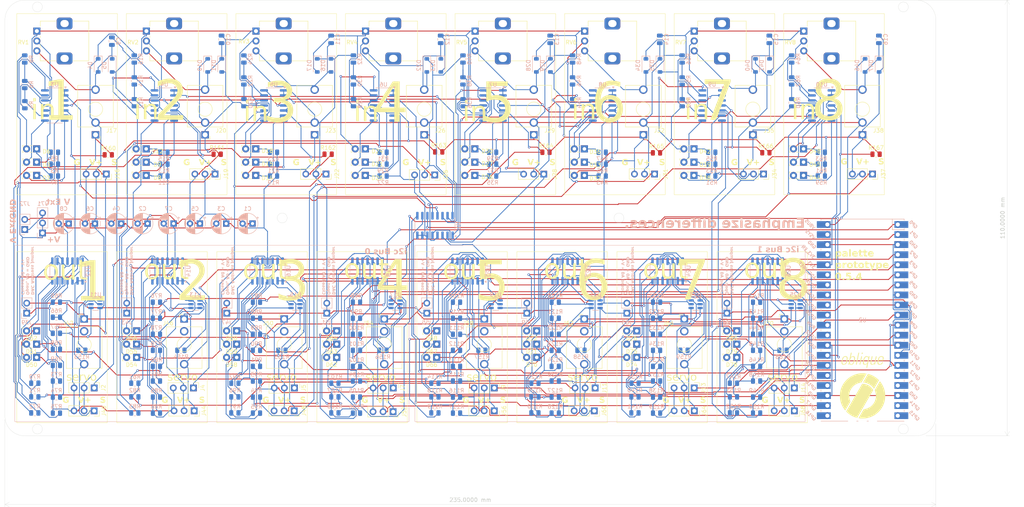
<source format=kicad_pcb>
(kicad_pcb (version 20241229) (generator "pcbnew") (generator_version "9.0")
  (layers (0 "F.Cu" signal) (2 "B.Cu" signal) (13 "F.Paste" user) (15 "B.Paste" user) (5 "F.SilkS" user "F.Silkscreen") (7 "B.SilkS" user "B.Silkscreen") (1 "F.Mask" user) (3 "B.Mask" user) (25 "Edge.Cuts" user))
  (net 0 "")
  (net 1 "GNDREF")
  (net 2 "Net-(J40-Pin_1)")
  (net 3 "Net-(D2-K)")
  (net 4 "Net-(D9-K)")
  (net 5 "Net-(D3-K)")
  (net 6 "Net-(J44-Pin_1)")
  (net 7 "Net-(D21-K)")
  (net 8 "Net-(J48-Pin_1)")
  (net 9 "Net-(J52-Pin_1)")
  (net 10 "Net-(U3C--)")
  (net 11 "Net-(D6-K)")
  (net 12 "Net-(J56-Pin_1)")
  (net 13 "Net-(D8-K)")
  (net 14 "Net-(U3D--)")
  (net 15 "Net-(D4-A)")
  (net 16 "Net-(D3-A)")
  (net 17 "Net-(D2-A)")
  (net 18 "Net-(J60-Pin_1)")
  (net 19 "Net-(J64-Pin_1)")
  (net 20 "Net-(D8-A)")
  (net 21 "Net-(J68-Pin_1)")
  (net 22 "Net-(D6-A)")
  (net 23 "Net-(D66-A)")
  (net 24 "Net-(U3A-+)")
  (net 25 "Net-(J16-Pin_1)")
  (net 26 "Net-(D26-K)")
  (net 27 "+3.3V")
  (net 28 "Net-(D59-K)")
  (net 29 "Net-(U18D--)")
  (net 30 "Net-(U18C--)")
  (net 31 "Net-(U7C--)")
  (net 32 "Net-(D27-K)")
  (net 33 "Net-(U7D--)")
  (net 34 "Net-(D66-K)")
  (net 35 "Net-(D60-K)")
  (net 36 "Net-(U4A-+)")
  (net 37 "Net-(D67-A)")
  (net 38 "Net-(D67-K)")
  (net 39 "Net-(D68-K)")
  (net 40 "Net-(J19-Pin_1)")
  (net 41 "Net-(J22-Pin_1)")
  (net 42 "Net-(D68-A)")
  (net 43 "Net-(U5A-+)")
  (net 44 "Net-(D12-K)")
  (net 45 "Net-(D62-K)")
  (net 46 "Net-(D33-K)")
  (net 47 "Net-(J25-Pin_1)")
  (net 48 "Net-(U9C--)")
  (net 49 "Net-(D39-K)")
  (net 50 "Net-(D38-K)")
  (net 51 "Net-(U6A-+)")
  (net 52 "Net-(U7A-+)")
  (net 53 "Net-(D14-K)")
  (net 54 "Net-(U4C--)")
  (net 55 "Net-(D15-K)")
  (net 56 "Net-(U4D--)")
  (net 57 "Net-(J28-Pin_1)")
  (net 58 "Net-(D63-K)")
  (net 59 "Net-(D70-A)")
  (net 60 "Net-(J31-Pin_1)")
  (net 61 "Net-(U8A-+)")
  (net 62 "Net-(J34-Pin_1)")
  (net 63 "Net-(U9A-+)")
  (net 64 "Net-(U10A-+)")
  (net 65 "Net-(D18-K)")
  (net 66 "Net-(U5C--)")
  (net 67 "Net-(J37-Pin_1)")
  (net 68 "Net-(U5D--)")
  (net 69 "Net-(D20-K)")
  (net 70 "Net-(D64-K)")
  (net 71 "Net-(D30-K)")
  (net 72 "Net-(U8C--)")
  (net 73 "Net-(U12B-+)")
  (net 74 "Net-(U8D--)")
  (net 75 "Net-(U9D--)")
  (net 76 "Net-(U14B-+)")
  (net 77 "Net-(U16B-+)")
  (net 78 "Net-(D70-K)")
  (net 79 "Net-(U6C--)")
  (net 80 "Net-(D71-K)")
  (net 81 "Net-(U6D--)")
  (net 82 "Net-(D24-K)")
  (net 83 "Net-(D32-K)")
  (net 84 "Net-(D36-K)")
  (net 85 "Net-(D42-K)")
  (net 86 "Net-(U18B-+)")
  (net 87 "Net-(D44-K)")
  (net 88 "Net-(D45-K)")
  (net 89 "Net-(D48-K)")
  (net 90 "Net-(U20B-+)")
  (net 91 "Net-(D50-K)")
  (net 92 "Net-(D51-K)")
  (net 93 "Net-(D52-K)")
  (net 94 "Net-(U22B-+)")
  (net 95 "Net-(D54-K)")
  (net 96 "Net-(D55-K)")
  (net 97 "Net-(D56-K)")
  (net 98 "Net-(U24B-+)")
  (net 99 "Net-(U26B-+)")
  (net 100 "Net-(D58-K)")
  (net 102 "Net-(D71-A)")
  (net 104 "Net-(D72-K)")
  (net 106 "Net-(D72-A)")
  (net 108 "Net-(U1-A)")
  (net 109 "/Input 7/ANALOG_CHANNEL")
  (net 111 "Net-(D74-K)")
  (net 113 "Net-(D74-A)")
  (net 115 "Net-(D75-K)")
  (net 117 "Net-(D75-A)")
  (net 118 "Net-(D76-A)")
  (net 119 "Net-(D40-A)")
  (net 120 "Net-(D39-A)")
  (net 121 "Net-(D38-A)")
  (net 122 "Net-(D33-A)")
  (net 123 "Net-(D36-A)")
  (net 124 "Net-(D34-A)")
  (net 125 "Net-(D26-A)")
  (net 126 "Net-(D27-A)")
  (net 127 "Net-(D28-A)")
  (net 128 "Net-(D76-K)")
  (net 129 "/Input 4/ANALOG_CHANNEL")
  (net 130 "Net-(D9-A)")
  (net 131 "Net-(D10-A)")
  (net 132 "Net-(D12-A)")
  (net 133 "/Input 5/ANALOG_CHANNEL")
  (net 134 "Net-(D16-A)")
  (net 135 "Net-(D14-A)")
  (net 136 "Net-(D15-A)")
  (net 137 "Net-(D78-K)")
  (net 138 "Net-(D20-A)")
  (net 139 "Net-(D78-A)")
  (net 140 "Net-(D18-A)")
  (net 141 "Net-(D48-A)")
  (net 142 "Net-(D46-A)")
  (net 143 "Net-(D45-A)")
  (net 144 "Net-(D62-A)")
  (net 145 "Net-(U1-C)")
  (net 146 "Net-(D63-A)")
  (net 147 "Net-(D64-A)")
  (net 148 "Net-(D79-A)")
  (net 149 "Net-(D22-A)")
  (net 150 "Net-(D24-A)")
  (net 151 "Net-(D21-A)")
  (net 152 "Net-(D79-K)")
  (net 153 "Net-(D32-A)")
  (net 154 "Net-(D30-A)")
  (net 155 "Net-(D80-A)")
  (net 156 "Net-(D42-A)")
  (net 157 "Net-(D44-A)")
  (net 158 "Net-(D52-A)")
  (net 159 "Net-(D50-A)")
  (net 160 "/Input 1/ANALOG_CHANNEL")
  (net 161 "Net-(D51-A)")
  (net 162 "Net-(D55-A)")
  (net 163 "Net-(D56-A)")
  (net 164 "Net-(U1-B)")
  (net 165 "Net-(D54-A)")
  (net 166 "Net-(U1-X)")
  (net 167 "Net-(D59-A)")
  (net 168 "Net-(D60-A)")
  (net 169 "Net-(D58-A)")
  (net 170 "Net-(D80-K)")
  (net 171 "SERVO_1")
  (net 172 "/Input 6/ANALOG_CHANNEL")
  (net 173 "Net-(U16C--)")
  (net 174 "Net-(U16D--)")
  (net 175 "SERVO_2")
  (net 176 "SERVO_3")
  (net 177 "SERVO_4")
  (net 178 "/Input 8/ANALOG_CHANNEL")
  (net 180 "SERVO_6")
  (net 181 "SERVO_7")
  (net 182 "SERVO_8")
  (net 183 "/Input 2/ANALOG_CHANNEL")
  (net 185 "/Input 3/ANALOG_CHANNEL")
  (net 197 "Net-(U10C--)")
  (net 198 "Net-(U10D--)")
  (net 199 "SCL_0")
  (net 200 "SDA_0")
  (net 201 "Net-(U12C--)")
  (net 202 "Net-(U12D--)")
  (net 203 "Net-(U14C--)")
  (net 204 "Net-(U14D--)")
  (net 205 "SDA_1")
  (net 206 "SCL_1")
  (net 207 "Net-(U20C--)")
  (net 208 "Net-(U20D--)")
  (net 209 "Net-(U22C--)")
  (net 210 "Net-(U22D--)")
  (net 211 "Net-(U24C--)")
  (net 212 "Net-(U24D--)")
  (net 213 "Net-(U26C--)")
  (net 214 "Net-(U26D--)")
  (net 229 "SERVO_5")
  (net 243 "Net-(U11-VOUT)")
  (net 244 "Net-(U13-VOUT)")
  (net 245 "Net-(U15-VOUT)")
  (net 246 "Net-(U17-VOUT)")
  (net 247 "Net-(U19-VOUT)")
  (net 248 "Net-(U21-VOUT)")
  (net 249 "Net-(U23-VOUT)")
  (net 250 "Net-(U25-VOUT)")
  (net 251 "V_SERVO")
  (net 252 "Net-(J71-Pin_3)")
  (footprint "Resistor_SMD:R_0805_2012Metric" (layer "F.Cu") (at 68.5875 55.41)
    (property "Reference" "R161")
    (property "Value" "200K")
  )
  (footprint "PCB silkscreen logo" (layer "F.Cu") (at 231.5 116.41)
    (property "Reference" "G1" (hide yes))
    (property "Value" "LOGO" (hide yes))
  )
  (footprint "Connector_PinHeader_2.54mm:PinHeader_1x03_P2.54mm_Vertical" (layer "F.Cu") (at 214.271 114.41 -90)
    (property "Reference" "J14")
    (property "Value" "Conn_01x03_Male_Pin" (hide yes))
  )
  (footprint "PCB silkscreen logotype" (layer "F.Cu") (at 231.5 107.41)
    (property "Reference" "G2" (hide yes))
    (property "Value" "LOGO" (hide yes))
  )
  (footprint "Connector_PinSocket_2.54mm:PinSocket_1x03_P2.54mm_Vertical" (layer "F.Cu") (at 138.525 120.18 -90)
    (property "Reference" "J56")
    (property "Value" "Conn_01x03_Female_Pin" (hide yes))
  )
  (footprint "Potentiometer_THT:Potentiometer_Alps_RK09K_Single_Vertical" (layer "F.Cu") (at 50.717 24.32)
    (property "Reference" "RV2")
    (property "Value" "R_Potentiometer_MountingPin")
  )
  (footprint "LED_THT:LED_SideEmitter_Rectangular_W4.5mm_H1.6mm" (layer "F.Cu") (at 174.5 103.35 180)
    (property "Reference" "D75")
    (property "Value" "Yellow")
  )
  (footprint "LED_THT:LED_SideEmitter_Rectangular_W4.5mm_H1.6mm" (layer "F.Cu") (at 23 60.76 180)
    (property "Reference" "D2")
    (property "Value" "White")
  )
  (footprint "Potentiometer_THT:Potentiometer_Alps_RK09K_Single_Vertical" (layer "F.Cu") (at 78.374 24.32)
    (property "Reference" "RV3")
    (property "Value" "R_Potentiometer_MountingPin")
  )
  (footprint "Connector_Audio:Jack_3.5mm_QingPu_WQP-PJ398SM_Vertical_CircularHoles" (layer "F.Cu") (at 35 97)
    (property "Reference" "J42")
    (property "Value" "AudioJack2_SwitchT")
  )
  (footprint "LED_THT:LED_SideEmitter_Rectangular_W4.5mm_H1.6mm" (layer "F.Cu") (at 124 103.35 180)
    (property "Reference" "D67")
    (property "Value" "Yellow")
  )
  (footprint "Connector_PinSocket_2.54mm:PinSocket_1x03_P2.54mm_Vertical" (layer "F.Cu") (at 40.58 60.41 -90)
    (property "Reference" "J16")
    (property "Value" "Conn_01x03_Female_Pin")
  )
  (footprint "LED_THT:LED_SideEmitter_Rectangular_W4.5mm_H1.6mm" (layer "F.Cu") (at 73.5 106.7 180)
    (property "Reference" "D58")
    (property "Value" "White")
  )
  (footprint "LED_THT:LED_SideEmitter_Rectangular_W4.5mm_H1.6mm" (layer "F.Cu") (at 161.285 60.76 180)
    (property "Reference" "D32")
    (property "Value" "White")
  )
  (footprint "LED_THT:LED_SideEmitter_Rectangular_W4.5mm_H1.6mm" (layer "F.Cu") (at 78.314 54.06 180)
    (property "Reference" "D18")
    (property "Value" "Red")
  )
  (footprint "LED_THT:LED_SideEmitter_Rectangular_W4.5mm_H1.6mm" (layer "F.Cu") (at 199.75 106.7 180)
    (property "Reference" "D78")
    (property "Value" "White")
  )
  (footprint "LED_THT:LED_SideEmitter_Rectangular_W4.5mm_H1.6mm" (layer "F.Cu") (at 48.25 100 180)
    (property "Reference" "D56")
    (property "Value" "Red")
  )
  (footprint "Potentiometer_THT:Potentiometer_Alps_RK09K_Single_Vertical" (layer "F.Cu") (at 216.659 24.32)
    (property "Reference" "RV8")
    (property "Value" "R_Potentiometer_MountingPin")
  )
  (footprint "LED_THT:LED_SideEmitter_Rectangular_W4.5mm_H1.6mm" (layer "F.Cu") (at 105.971 54.06 180)
    (property "Reference" "D24")
    (property "Value" "Red")
  )
  (footprint "Connector_Audio:Jack_3.5mm_QingPu_WQP-PJ398SM_Vertical_CircularHoles" (layer "F.Cu") (at 60.25 97)
    (property "Reference" "J46")
    (property "Value" "AudioJack2_SwitchT")
  )
  (footprint "Connector_PinSocket_2.54mm:PinSocket_1x03_P2.54mm_Vertical" (layer "F.Cu") (at 62.775 120.18 -90)
    (property "Reference" "J44")
    (property "Value" "Conn_01x03_Female_Pin" (hide yes))
  )
  (footprint "LED_THT:LED_SideEmitter_Rectangular_W4.5mm_H1.6mm" (layer "F.Cu") (at 216.599 54.06 180)
    (property "Reference" "D48")
    (property "Value" "Red")
  )
  (footprint "LED_THT:LED_SideEmitter_Rectangular_W4.5mm_H1.6mm" (layer "F.Cu") (at 161.285 54.06 180)
    (property "Reference" "D36")
    (property "Value" "Red")
  )
  (footprint "Connector_PinHeader_2.54mm:PinHeader_1x03_P2.54mm_Vertical" (layer "F.Cu") (at 113.025 114.41 -90)
    (property "Reference" "J7")
    (property "Value" "Conn_01x03_Male_Pin" (hide yes))
  )
  (footprint "Connector_PinSocket_2.54mm:PinSocket_1x03_P2.54mm_Vertical" (layer "F.Cu") (at 179 60.41 -90)
    (property "Reference" "J31")
    (property "Value" "Conn_01x03_Female_Pin")
  )
  (footprint "Potentiometer_THT:Potentiometer_Alps_RK09K_Single_Vertical" (layer "F.Cu") (at 106.031 24.32)
    (property "Reference" "RV4")
    (property "Value" "R_Potentiometer_MountingPin")
  )
  (footprint "Resistor_SMD:R_0805_2012Metric" (layer "F.Cu") (at 151.5875 54.91)
    (property "Reference" "R164")
    (property "Value" "200K")
  )
  (footprint "LED_THT:LED_SideEmitter_Rectangular_W4.5mm_H1.6mm" (layer "F.Cu") (at 188.942 60.76 180)
    (property "Reference" "D38")
    (property "Value" "White")
  )
  (footprint "LED_THT:LED_SideEmitter_Rectangular_W4.5mm_H1.6mm" (layer "F.Cu") (at 174.5 100 180)
    (property "Reference" "D76")
    (property "Value" "Red")
  )
  (footprint "LED_THT:LED_SideEmitter_Rectangular_W4.5mm_H1.6mm" (layer "F.Cu") (at 124 106.7 180)
    (property "Reference" "D66")
    (property "Value" "White")
  )
  (footprint "LED_THT:LED_SideEmitter_Rectangular_W4.5mm_H1.6mm" (layer "F.Cu") (at 98.75 100 180)
    (property "Reference" "D64")
    (property "Value" "Red")
  )
  (footprint "Potentiometer_THT:Potentiometer_Alps_RK09K_Single_Vertical" (layer "F.Cu") (at 133.688 24.32)
    (property "Reference" "RV5")
    (property "Value" "R_Potentiometer_MountingPin")
  )
  (footprint "LED_THT:LED_SideEmitter_Rectangular_W4.5mm_H1.6mm" (layer "F.Cu") (at 50.657 60.76 180)
    (property "Reference" "D8")
    (property "Value" "White")
  )
  (footprint "Resistor_SMD:R_0805_2012Metric" (layer "F.Cu") (at 41.0875 55.56)
    (property "Reference" "R160")
    (property "Value" "200K")
  )
  (footprint "Connector_PinHeader_2.54mm:PinHeader_1x03_P2.54mm_Vertical" (layer "F.Cu") (at 62.58 114.41 -90)
    (property "Reference" "J4")
    (property "Value" "Conn_01x03_Male_Pin" (hide yes))
  )
  (footprint "LED_THT:LED_SideEmitter_Rectangular_W4.5mm_H1.6mm" (layer "F.Cu") (at 149.25 103.35 180)
    (property "Reference" "D71")
    (property "Value" "Yellow")
  )
  (footprint "Connector_PinSocket_2.54mm:PinSocket_1x03_P2.54mm_Vertical" (layer "F.Cu") (at 123.5 60.635 -90)
    (property "Reference" "J25")
    (property "Value" "Conn_01x03_Female_Pin")
  )
  (footprint "Connector_Audio:Jack_3.5mm_QingPu_WQP-PJ398SM_Vertical_CircularHoles" (layer "F.Cu") (at 37.875 50.51 180)
    (property "Reference" "J17")
    (property "Value" "AudioJack2_SwitchT")
  )
  (footprint "LED_THT:LED_SideEmitter_Rectangular_W4.5mm_H1.6mm" (layer "F.Cu") (at 174.5 106.7 180)
    (property "Reference" "D74")
    (property "Value" "White")
  )
  (footprint "LED_THT:LED_SideEmitter_Rectangular_W4.5mm_H1.6mm" (layer "F.Cu") (at 124 100 180)
    (property "Reference" "D68")
    (property "Value" "Red")
  )
  (footprint "Connector_Audio:Jack_3.5mm_QingPu_WQP-PJ398SM_Vertical_CircularHoles" (layer "F.Cu") (at 65.532 50.51 180)
    (property "Reference" "J20")
    (property "Value" "AudioJack2_SwitchT")
  )
  (footprint "Connector_PinSocket_2.54mm:PinSocket_1x03_P2.54mm_Vertical" (layer "F.Cu") (at 37.525 120.18 -90)
    (property "Reference" "J40")
    (property "Value" "Conn_01x03_Female_Pin" (hide yes))
  )
  (footprint "LED_THT:LED_SideEmitter_Rectangular_W4.5mm_H1.6mm" (layer "F.Cu") (at 199.75 100 180)
    (property "Reference" "D80")
    (property "Value" "Red")
  )
  (footprint "Resistor_SMD:R_0805_2012Metric" (layer "F.Cu") (at 124.5 54.8225)
    (property "Reference" "R163")
    (property "Value" "200K")
  )
  (footprint "LED_THT:LED_SideEmitter_Rectangular_W4.5mm_H1.6mm" (layer "F.Cu") (at 23 57.41 180)
    (property "Reference" "D3")
    (property "Value" "Yellow")
  )
  (footprint "LED_THT:LED_SideEmitter_Rectangular_W4.5mm_H1.6mm" (layer "F.Cu") (at 98.75 106.7 180)
    (property "Reference" "D62")
    (property "Value" "White")
  )
  (footprint "Connector_PinHeader_2.54mm:PinHeader_1x03_P2.54mm_Vertical" (layer "F.Cu") (at 189 114.41 -90)
    (property "Reference" "J13")
    (property "Value" "Conn_01x03_Male_Pin" (hide yes))
  )
  (footprint "LED_THT:LED_SideEmitter_Rectangular_W4.5mm_H1.6mm" (layer "F.Cu") (at 23 106.7 180)
    (property "Reference" "D50")
    (property "Value" "White")
  )
  (footprint "Connector_Audio:Jack_3.5mm_QingPu_WQP-PJ398SM_Vertical_CircularHoles" (layer "F.Cu") (at 176.16 50.51 180)
    (property "Reference" "J32")
    (property "Value" "AudioJack2_SwitchT")
  )
  (footprint "LED_THT:LED_SideEmitter_Rectangular_W4.5mm_H1.6mm" (layer "F.Cu") (at 78.314 57.41 180)
    (property "Reference" "D15")
    (property "Value" "Yellow")
  )
  (footprint "Connector_PinSocket_2.54mm:PinSocket_1x03_P2.54mm_Vertical" (layer "F.Cu") (at 96.04 60.41 -90)
    (property "Reference" "J22")
    (property "Value" "Conn_01x03_Female_Pin")
  )
  (footprint "Connector_Audio:Jack_3.5mm_QingPu_WQP-PJ398SM_Vertical_CircularHoles" (layer "F.Cu") (at 186.5 97)
    (property "Reference" "J66")
    (property "Value" "AudioJack2_SwitchT")
  )
  (footprint "Connector_PinSocket_2.54mm:PinSocket_1x03_P2.54mm_Vertical" (layer "F.Cu") (at 151.025 60.435 -90)
    (property "Reference" "J28")
    (property "Value" "Conn_01x03_Female_Pin")
  )
  (footprint "LED_THT:LED_SideEmitter_Rectangular_W4.5mm_H1.6mm" (layer "F.Cu") (at 78.314 60.76 180)
    (property "Reference" "D14")
    (property "Value" "White")
  )
  (footprint "Resistor_SMD:R_0805_2012Metric" (layer "F.Cu") (at 179.48 55.06)
    (property "Reference" "R165")
    (property "Value" "200K")
  )
  (footprint "Potentiometer_THT:Potentiometer_Alps_RK09K_Single_Vertical" (layer "F.Cu") (at 161.345 24.32)
    (property "Reference" "RV6")
    (property "Value" "R_Potentiometer_MountingPin")
  )
  (footprint "LED_THT:LED_SideEmitter_Rectangular_W4.5mm_H1.6mm" (layer "F.Cu") (at 73.5 103.35 180)
    (property "Reference" "D59")
    (property "Value" "Yellow")
  )
  (footprint "Connector_Audio:Jack_3.5mm_QingPu_WQP-PJ398SM_Vertical_CircularHoles" (layer "F.Cu") (at 161.25 97)
    (property "Reference" "J62")
    (property "Value" "AudioJack2_SwitchT")
  )
  (footprint "LED_THT:LED_SideEmitter_Rectangular_W4.5mm_H1.6mm" (layer "F.Cu") (at 73.5 100 180)
    (property "Reference" "D60")
    (property "Value" "Red")
  )
  (footprint "Connector_PinSocket_2.54mm:PinSocket_1x03_P2.54mm_Vertical" (layer "F.Cu") (at 68.04 60.41 -90)
    (property "Reference" "J19")
    (property "Value" "Conn_01x03_Female_Pin")
  )
  (footprint "LED_THT:LED_SideEmitter_Rectangular_W4.5mm_H1.6mm" (layer "F.Cu") (at 133.628 54.06 180)
    (property "Reference" "D30")
    (property "Value" "Red")
  )
  (footprint "LED_THT:LED_SideEmitter_Rectangular_W4.5mm_H1.6mm" (layer "F.Cu") (at 98.75 103.35 180)
    (property "Reference" "D63")
    (property "Value" "Yellow")
  )
  (footprint "Connector_PinSocket_2.54mm:PinSocket_1x03_P2.54mm_Vertical" (layer "F.Cu") (at 189.025 120.18 -90)
    (property "Reference" "J64")
    (property "Value" "Conn_01x03_Female_Pin" (hide yes))
  )
  (footprint "LED_THT:LED_SideEmitter_Rectangular_W4.5mm_H1.6mm" (layer "F.Cu") (at 188.942 54.06 180)
    (property "Reference" "D42")
    (property "Value" "Red")
  )
  (footprint "Connector_PinSocket_2.54mm:PinSocket_1x03_P2.54mm_Vertical" (layer "F.Cu") (at 206.5 60.41 -90)
    (property "Reference" "J34")
    (property "Value" "Conn_01x03_Female_Pin")
  )
  (footprint "Connector_Audio:Jack_3.5mm_QingPu_WQP-PJ398SM_Vertical_CircularHoles" (layer "F.Cu") (at 203.817 50.51 180)
    (property "Reference" "J35")
    (property "Value" "AudioJack2_SwitchT")
  )
  (footprint "Connector_PinHeader_2.54mm:PinHeader_1x03_P2.54mm_Vertical" (layer "F.Cu") (at 138.54 114.41 -90)
    (property "Reference" "J9")
    (property "Value" "Conn_01x03_Male_Pin" (hide yes))
  )
  (footprint "Connector_Audio:Jack_3.5mm_QingPu_WQP-PJ398SM_Vertical_CircularHoles" (layer "F.Cu") (at 93.189 50.51 180)
    (property "Reference" "J23")
    (property "Value" "AudioJack2_SwitchT")
  )
  (footprint "Connector_PinSocket_2.54mm:PinSocket_1x03_P2.54mm_Vertical" (layer "F.Cu") (at 214.275 120.18 -90)
    (property "Reference" "J68")
    (property "Value" "Conn_01x03_Female_Pin" (hide yes))
  )
  (footprint "Connector_Audio:Jack_3.5mm_QingPu_WQP-PJ398SM_Vertical_CircularHoles" (layer "F.Cu") (at 148.503 50.51 180)
    (property "Reference" "J29")
    (property "Value" "AudioJack2_SwitchT")
  )
  (footprint "LED_THT:LED_SideEmitter_Rectangular_W4.5mm_H1.6mm" (layer "F.Cu") (at 133.628 60.76 180)
    (property "Reference" "D26")
    (property "Value" "White")
  )
  (footprint "Connector_Audio:Jack_3.5mm_QingPu_WQP-PJ398SM_Vertical_CircularHoles" (layer "F.Cu") (at 136 97)
    (property "Reference" "J58")
    (property "Value" "AudioJack2_SwitchT")
  )
  (footprint "LED_THT:LED_SideEmitter_Rectangular_W4.5mm_H1.6mm" (layer "F.Cu") (at 105.971 60.76 180)
    (property "Reference" "D20")
    (property "Value" "White")
  )
  (footprint "Potentiometer_THT:Potentiometer_Alps_RK09K_Single_Vertical" (layer "F.Cu") (at 23.06 24.32)
    (property "Reference" "RV1")
    (property "Value" "R_Potentiometer_MountingPin")
  )
  (footprint "Connector_Audio:Jack_3.5mm_QingPu_WQP-PJ398SM_Vertical_CircularHoles" (layer "F.Cu") (at 211.75 97)
    (property "Reference" "J70")
    (property "Value" "AudioJack2_SwitchT")
  )
  (footprint "LED_THT:LED_SideEmitter_Rectangular_W4.5mm_H1.6mm" (layer "F.Cu") (at 105.971 57.41 180)
    (property "Reference" "D21")
    (property "Value" "Yellow")
  )
  (footprint "LED_THT:LED_SideEmitter_Rectangular_W4.5mm_H1.6mm" (layer "F.Cu") (at 216.599 57.41 180)
    (property "Reference" "D45")
    (property "Value" "Yellow")
  )
  (footprint "Connector_Audio:Jack_3.5mm_QingPu_WQP-PJ398SM_Vertical_CircularHoles" (layer "F.Cu") (at 120.846 50.51 180)
    (property "Reference" "J26")
    (property "Value" "AudioJack2_SwitchT")
  )
  (footprint "LED_THT:LED_SideEmitter_Rectangular_W4.5mm_H1.6mm" (layer "F.Cu") (at 149.25 100 180)
    (property "Reference" "D72")
    (property "Value" "Red")
  )
  (footprint "LED_THT:LED_SideEmitter_Rectangular_W4.5mm_H1.6mm" (layer "F.Cu") (at 216.599 60.76 180)
    (property "Reference" "D44")
    (property "Value" "White")
  )
  (footprint "LED_THT:LED_SideEmitter_Rectangular_W4.5mm_H1.6mm" (layer "F.Cu") (at 48.25 103.35 180)
    (property "Reference" "D55")
    (property "Value" "Yellow")
  )
  (footprint "Connector_PinHeader_2.54mm:PinHeader_1x03_P2.54mm_Vertical" (layer "F.Cu") (at 88.08 114.41 -90)
    (property "Reference" "J5")
    (property "Value" "Conn_01x03_Male_Pin" (hide yes))
  )
  (footprint "Resistor_SMD:R_0805_2012Metric" (layer "F.Cu") (at 207.0875 55.02)
    (property "Reference" "R166")
    (property "Value" "200K")
  )
  (footprint "LED_THT:LED_SideEmitter_Rectangular_W4.5mm_H1.6mm" (layer "F.Cu") (at 188.942 57.41 180)
    (property "Reference" "D39")
    (property "Value" "Yellow")
  )
  (footprint "Connector_Audio:Jack_3.5mm_QingPu_WQP-PJ398SM_Vertical_CircularHoles" (layer "F.Cu") (at 231.474 50.51 180)
    (property "Reference" "J38")
    (property "Value" "AudioJack2_SwitchT")
  )
  (footprint "Connector_PinSocket_2.54mm:PinSocket_1x03_P2.54mm_Vertical" (layer "F.Cu") (at 234 60.41 -90)
    (property "Reference" "J37")
    (property "Value" "Conn_01x03_Female_Pin")
  )
  (footprint "Connector_PinHeader_2.54mm:PinHeader_1x03_P2.54mm_Vertical" (layer "F.Cu") (at 164 114.41 -90)
    (property "Reference" "J11")
    (property "Value" "Conn_01x03_Male_Pin" (hide yes))
  )
  (footprint "LED_THT:LED_SideEmitter_Rectangular_W4.5mm_H1.6mm" (layer "F.Cu") (at 133.628 57.41 180)
    (property "Reference" "D27")
    (property "Value" "Yellow")
  )
  (footprint "LED_THT:LED_SideEmitter_Rectangular_W4.5mm_H1.6mm" (layer "F.Cu") (at 149.25 106.7 180)
    (property "Reference" "D70")
    (property "Value" "White")
  )
  (footprint "Connector_Audio:Jack_3.5mm_QingPu_WQP-PJ398SM_Vertical_CircularHoles" (layer "F.Cu") (at 110.75 97)
    (property "Reference" "J54")
    (property "Value" "AudioJack2_SwitchT")
  )
  (footprint "LED_THT:LED_SideEmitter_Rectangular_W4.5mm_H1.6mm" (layer "F.Cu") (at 48.25 106.7 180)
    (property "Reference" "D54")
    (property "Value" "White")
  )
  (footprint "LED_THT:LED_SideEmitter_Rectangular_W4.5mm_H1.6mm" (layer "F.Cu") (at 23 100 180)
    (property "Reference" "D52")
    (property "Value" "Red")
  )
  (footprint "LED_THT:LED_SideEmitter_Rectangular_W4.5mm_H1.6mm" (layer "F.Cu") (at 23 54.06 180)
    (property "Reference" "D6")
    (property "Value" "Red")
  )
  (footprint "LED_THT:LED_SideEmitter_Rectangular_W4.5mm_H1.6mm" (layer "F.Cu") (at 50.657 54.06 180)
    (property "Reference" "D12")
    (property "Value" "Red")
  )
  (footprint "LED_THT:LED_SideEmitter_Rectangular_W4.5mm_H1.6mm" (layer "F.Cu") (at 50.657 57.41 180)
    (property "Reference" "D9")
    (property "Value" "Yellow")
  )
  (footprint "Resistor_SMD:R_0805_2012Metric" (layer "F.Cu") (at 96.5875 55.41)
    (property "Reference" "R162")
    (property "Value" "200K")
  )
  (footprint "Connector_PinSocket_2.54mm:PinSocket_1x03_P2.54mm_Vertical" (layer "F.Cu") (at 88.025 120.18 -90)
    (property "Reference" "J48")
    (property "Value" "Conn_01x03_Female_Pin" (hide yes))
  )
  (footprint "LED_THT:LED_SideEmitter_Rectangular_W4.5mm_H1.6mm" (layer "F.Cu") (at 23 103.35 180)
    (property "Reference" "D51")
    (property "Value" "Yellow")
  )
  (footprint "LED_THT:LED_SideEmitter_Rectangular_W4.5mm_H1.6mm" (layer "F.Cu") (at 199.75 103.35 180)
    (property "Reference" "D79")
    (property "Value" "Yellow")
  )
  (footprint "Resistor_SMD:R_0805_2012Metric" (layer "F.Cu") (at 234.9125 55.41)
    (property "Reference" "R167")
    (property "Value" "200K")
  )
  (footprint "Potentiometer_THT:Potentiometer_Alps_RK09K_Single_Vertical" (layer "F.Cu") (at 189.002 24.32)
    (property "Reference" "RV7")
    (property "Value" "R_Potentiometer_MountingPin")
  )
  (footprint "LED_THT:LED_SideEmitter_Rectangular_W4.5mm_H1.6mm" (layer "F.Cu") (at 161.285 57.41 180)
    (property "Reference" "D33")
    (property "Value" "Yellow")
  )
  (footprint "Connector_PinSocket_2.54mm:PinSocket_1x03_P2.54mm_Vertical" (layer "F.Cu") (at 113 120.41 -90)
    (property "Reference" "J52")
    (property "Value" "Conn_01x03_Female_Pin" (hide yes))
  )
  (footprint "Connector_Audio:Jack_3.5mm_QingPu_WQP-PJ398SM_Vertical_CircularHoles" (layer "F.Cu") (at 85.5 97)
    (property "Reference" "J50")
    (property "Value" "AudioJack2_SwitchT")
  )
  (footprint "Connector_PinHeader_2.54mm:PinHeader_1x03_P2.54mm_Vertical" (layer "F.Cu") (at 37.54 114.41 -90)
    (property "Reference" "J2")
    (property "Value" "Conn_01x03_Male_Pin" (hide yes))
  )
  (footprint "Connector_PinSocket_2.54mm:PinSocket_1x03_P2.54mm_Vertical" (layer "F.Cu") (at 163.775 120.18 -90)
    (property "Reference" "J60")
    (property "Value" "Conn_01x03_Female_Pin" (hide yes))
  )
  (footprint "Resistor_SMD:R_0805_2012Metric" (layer "B.Cu") (at 129 116.71 180)
    (property "Reference" "R116")
    (property "Value" "200k")
  )
  (footprint "Resistor_SMD:R_0805_2012Metric" (layer "B.Cu") (at 75.314 36.9 90)
    (property "Reference" "R22")
    (property "Value" "110K")
  )
  (footprint "Resistor_SMD:R_0805_2012Metric" (layer "B.Cu") (at 153.9125 96.81 180)
    (property "Reference" "R121")
    (property "Value" "100K")
  )
  (footprint "Resistor_SMD:R_0805_2012Metric" (layer "B.Cu") (at 110.455 54.91)
    (property "Reference" "R31")
    (property "Value" "127R")
  )
  (footprint "Resistor_SMD:R_0805_2012Metric" (layer "B.Cu") (at 198.9125 120.71 180)
    (property "Reference" "R152")
    (property "Value" "127R")
  )
  (footprint "Resistor_SMD:R_0805_2012Metric" (layer "B.Cu") (at 103.75 104.91 180)
    (property "Reference" "R101")
    (property "Value" "100K")
  )
  (footprint "Resistor_SMD:R_0805_2012Metric" (layer "B.Cu") (at 174.04 113.21 180)
    (property "Reference" "R136")
    (property "Value" "110k")
  )
  (footprint "Resistor_SMD:R_0805_2012Metric" (layer "B.Cu") (at 73.04 120.71 180)
    (property "Reference" "R97")
    (property "Value" "127R")
  )
  (footprint "Resistor_SMD:R_0805_2012Metric" (layer "B.Cu") (at 78.5 116.71 180)
    (property "Reference" "R94")
    (property "Value" "100K")
  )
  (footprint "Resistor_SMD:R_0805_2012Metric" (layer "B.Cu") (at 123.54 113.21 180)
    (property "Reference" "R114")
    (property "Value" "110k")
  )
  (footprint "Resistor_SMD:R_0805_2012Metric" (layer "B.Cu") (at 129 120.76 180)
    (property "Reference" "R117")
    (property "Value" "1K")
  )
  (footprint "Resistor_SMD:R_0805_2012Metric" (layer "B.Cu") (at 20.029 42.91 90)
    (property "Reference" "R4")
    (property "Value" "300k")
  )
  (footprint "Resistor_SMD:R_0805_2012Metric" (layer "B.Cu") (at 153.9125 104.91 180)
    (property "Reference" "R123")
    (property "Value" "200k")
  )
  (footprint "Package_TO_SOT_SMD:SOT-23-6" (layer "B.Cu") (at 37.8625 93.26 180)
    (property "Reference" "U11")
    (property "Value" "MCP4725xxx-xCH")
  )
  (footprint "Resistor_SMD:R_0805_2012Metric" (layer "B.Cu") (at 28 116.71 180)
    (property "Reference" "R74")
    (property "Value" "127R")
  )
  (footprint "Package_SO:SOIC-16_3.9x9.9mm_P1.27mm" (layer "B.Cu") (at 123.555 73.41 90)
    (property "Reference" "U1")
    (property "Value" "CD4051B")
  )
  (footprint "Resistor_SMD:R_0805_2012Metric" (layer "B.Cu") (at 53.25 104.91 180)
    (property "Reference" "R79")
    (property "Value" "100K")
  )
  (footprint "Resistor_SMD:R_0805_2012Metric" (layer "B.Cu") (at 193.431 57.91)
    (property "Reference" "R53")
    (property "Value" "127R")
  )
  (footprint "Diode_SMD:D_SOD-123" (layer "B.Cu") (at 208.021 32.9843 -90)
    (property "Reference" "D41")
    (property "Value" "1N4148")
  )
  (footprint "Resistor_SMD:R_0805_2012Metric" (layer "B.Cu") (at 221.088 57.91)
    (property "Reference" "R61")
    (property "Value" "127R")
  )
  (footprint "Resistor_SMD:R_0805_2012Metric" (layer "B.Cu") (at 185.971 42.4 90)
    (property "Reference" "R52")
    (property "Value" "300k")
  )
  (footprint "Resistor_SMD:R_0805_2012Metric" (layer "B.Cu") (at 47.686 42.4 90)
    (property "Reference" "R12")
    (property "Value" "300k")
  )
  (footprint "Resistor_SMD:R_0805_2012Metric" (layer "B.Cu") (at 103.75 92.76 180)
    (property "Reference" "R98")
    (property "Value" "10K")
  )
  (footprint "Resistor_SMD:R_0805_2012Metric" (layer "B.Cu") (at 110.46 60.91)
    (property "Reference" "R27")
    (property "Value" "1K")
  )
  (footprint "Diode_SMD:D_SOD-123" (layer "B.Cu") (at 152.707 32.9843 -90)
    (property "Reference" "D29")
    (property "Value" "1N4148")
  )
  (footprint "Resistor_SMD:R_0805_2012Metric" (layer "B.Cu") (at 47.79 113.21 180)
    (property "Reference" "R81")
    (property "Value" "110k")
  )
  (footprint "Resistor_SMD:R_0805_2012Metric" (layer "B.Cu") (at 103.75 100.86 180)
    (property "Reference" "R100")
    (property "Value" "10K")
  )
  (footprint "Resistor_SMD:R_0805_2012Metric" (layer "B.Cu") (at 47.657 31.365 90)
    (property "Reference" "R16")
    (property "Value" "150K")
  )
  (footprint "Package_SO:SOIC-14_3.9x8.7mm_P1.27mm" (layer "B.Cu") (at 55.24 43.1 180)
    (property "Reference" "U4")
    (property "Value" "MCP6004")
  )
  (footprint "Capacitor_SMD:C_0805_2012Metric" (layer "B.Cu") (at 180.314 26.41 90)
    (property "Reference" "C14")
    (property "Value" "1n")
  )
  (footprint "Resistor_SMD:R_0805_2012Metric" (layer "B.Cu") (at 179.5 116.71 180)
    (property "Reference" "R138")
    (property "Value" "200k")
  )
  (footprint "Resistor_SMD:R_0805_2012Metric" (layer "B.Cu") (at 102.971 36.9 90)
    (property "Reference" "R30")
    (property "Value" "110K")
  )
  (footprint "Resistor_SMD:R_0805_2012Metric" (layer "B.Cu") (at 174.04 120.71 180)
    (property "Reference" "R141")
    (property "Value" "127R")
  )
  (footprint "Capacitor_THT:CP_Radial_D5.0mm_P2.50mm" (layer "B.Cu") (at 31.0807 72.91 180)
    (property "Reference" "C8")
    (property "Value" "100uF")
  )
  (footprint "Package_SO:SOIC-14_3.9x8.7mm_P1.27mm" (layer "B.Cu") (at 193.525 43.1 180)
    (property "Reference" "U9")
    (property "Value" "MCP6004")
  )
  (footprint "Package_SO:SOIC-14_3.9x8.7mm_P1.27mm" (layer "B.Cu") (at 138.211 43.1 180)
    (property "Reference" "U7")
    (property "Value" "MCP6004")
  )
  (footprint "Resistor_SMD:R_0805_2012Metric" (layer "B.Cu") (at 28 112.66 180)
    (property "Reference" "R73")
    (property "Value" "1K")
  )
  (footprint "Resistor_SMD:R_0805_2012Metric" (layer "B.Cu") (at 148.79 116.66 180)
    (property "Reference" "R129")
    (property "Value" "127R")
  )
  (footprint "Resistor_SMD:R_0805_2012Metric" (layer "B.Cu") (at 158.285 36.9 90)
    (property "Reference" "R46")
    (property "Value" "110K")
  )
  (footprint "Connector_PinHeader_2.54mm:PinHeader_1x02_P2.54mm_Vertical" (layer "B.Cu") (at 96.25 95.535)
    (property "Reference" "J51")
    (property "Value" "Conn_01x02_Pin")
  )
  (footprint "Resistor_SMD:R_0805_2012Metric" (layer "B.Cu") (at 148.79 113.21 180)
    (property "Reference" "R125")
    (property "Value" "110k")
  )
  (footprint "Connector_PinHeader_2.54mm:PinHeader_1x02_P2.54mm_Vertical" (layer "B.Cu") (at 20 74.41)
    (property "Reference" "J72")
    (property "Value" "Conn_01x02_Pin")
  )
  (footprint "Resistor_SMD:R_0805_2012Metric" (layer "B.Cu") (at 198.9125 113.21 180)
    (property "Reference" "R147")
    (property "Value" "110k")
  )
  (footprint "Resistor_SMD:R_0805_2012Metric" (layer "B.Cu") (at 179.5 120.76 180)
    (property "Reference" "R139")
    (property "Value" "1K")
  )
  (footprint "Resistor_SMD:R_0805_2012Metric" (layer "B.Cu") (at 55.146 60.91)
    (property "Reference" "R11")
    (property "Value" "1K")
  )
  (footprint "Resistor_SMD:R_0805_2012Metric" (layer "B.Cu") (at 53.25 112.66 180)
    (property "Reference" "R84")
    (property "Value" "1K")
  )
  (footprint "Resistor_SMD:R_0805_2012Metric" (layer "B.Cu") (at 82.803 57.91)
    (property "Reference" "R21")
    (property "Value" "127R")
  )
  (footprint "Resistor_SMD:R_0805_2012Metric" (layer "B.Cu") (at 221.083 54.91)
    (property "Reference" "R63")
    (property "Value" "127R")
  )
  (footprint "Package_SO:SOIC-14_3.9x8.7mm_P1.27mm" (layer "B.Cu") (at 27.583 43.1 180)
    (property "Reference" "U3")
    (property "Value" "MCP6004")
  )
  (footprint "Package_TO_SOT_SMD:SOT-23-6" (layer "B.Cu") (at 189.3625 93.26 180)
    (property "Reference" "U23")
    (property "Value" "MCP4725xxx-xCH")
  )
  (footprint "Resistor_SMD:R_0805_2012Metric" (layer "B.Cu") (at 82.803 60.91)
    (property "Reference" "R19")
    (property "Value" "1K")
  )
  (footprint "Package_SO:SOIC-14_3.9x8.7mm_P1.27mm" (layer "B.Cu") (at 82.897 43.1 180)
    (property "Reference" "U5")
    (property "Value" "MCP6004")
  )
  (footprint "Resistor_SMD:R_0805_2012Metric" (layer "B.Cu") (at 211.4125 104.91)
    (property "Reference" "R168")
    (property "Value" "100k")
  )
  (footprint "Package_TO_SOT_SMD:SOT-23-6" (layer "B.Cu") (at 63.1125 93.26 180)
    (property "Reference" "U13")
    (property "Value" "MCP4725xxx-xCH")
  )
  (footprint "Resistor_SMD:R_0805_2012Metric" (layer "B.Cu") (at 153.9125 100.86 180)
    (property "Reference" "R122")
    (property "Value" "10K")
  )
  (footprint "Capacitor_SMD:C_0805_2012Metric" (layer "B.Cu") (at 235.628 26.41 90)
    (property "Reference" "C16")
    (property "Value" "1n")
  )
  (footprint "Resistor_SMD:R_0805_2012Metric" (layer "B.Cu") (at 165.774 57.91)
    (property "Reference" "R45")
    (property "Value" "127R")
  )
  (footprint "Resistor_SMD:R_0805_2012Metric" (layer "B.Cu") (at 130.628 31.365 90)
    (property "Reference" "R40")
    (property "Value" "150K")
  )
  (footprint "Resistor_SMD:R_0805_2012Metric" (layer "B.Cu") (at 213.599 36.9 90)
    (property "Reference" "R62")
    (property "Value" "110K")
  )
  (footprint "Resistor_SMD:R_0805_2012Metric" (layer "B.Cu") (at 59.4125 104.91)
    (property "Reference" "R154")
    (property "Value" "100k")
  )
  (footprint "Resistor_SMD:R_0805_2012Metric" (layer "B.Cu") (at 34.4125 104.91)
    (property "Reference" "R153")
    (property "Value" "100k")
  )
  (footprint "Resistor_SMD:R_0805_2012Metric" (layer "B.Cu") (at 129 100.86 180)
    (property "Reference" "R111")
    (property "Value" "10K")
  )
  (footprint "Resistor_SMD:R_0805_2012Metric" (layer "B.Cu") (at 28 104.66 180)
    (property "Reference" "R68")
    (property "Value" "100K")
  )
  (footprint "Resistor_SMD:R_0805_2012Metric" (layer "B.Cu") (at 98.29 116.66 180)
    (property "Reference" "R107")
    (property "Value" "127R")
  )
  (footprint "Resistor_SMD:R_0805_2012Metric" (layer "B.Cu") (at 179.5 92.76 180)
    (property "Reference" "R131")
    (property "Value" "10K")
  )
  (footprint "Resistor_SMD:R_0805_2012Metric" (layer "B.Cu") (at 174.04 116.66 180)
    (property "Reference" "R140")
    (property "Value" "127R")
  )
  (footprint "Package_SO:SOIC-14_3.9x8.7mm_P1.27mm" (layer "B.Cu") (at 106.54 84.885 90)
    (property "Reference" "U18")
    (property "Value" "MCP6004")
  )
  (footprint "Diode_SMD:D_SOD-123" (layer "B.Cu") (at 232.128 32.9843 -90)
    (property "Reference" "D46")
    (property "Value" "1N4148")
  )
  (footprint "Resistor_SMD:R_0805_2012Metric" (layer "B.Cu") (at 179.5 108.96 180)
    (property "Reference" "R135")
    (property "Value" "300k")
  )
  (footprint "Resistor_SMD:R_0805_2012Metric" (layer "B.Cu") (at 78.5 112.66 180)
    (property "Reference" "R93")
    (property "Value" "150k")
  )
  (footprint "Resistor_SMD:R_0805_2012Metric" (layer "B.Cu") (at 78.5 96.81 180)
    (property "Reference" "R88")
    (property "Value" "100K")
  )
  (footprint "Diode_SMD:D_SOD-123" (layer "B.Cu") (at 38.529 32.9843 -90)
    (property "Reference" "D4")
    (property "Value" "1N4148")
  )
  (footprint "Resistor_SMD:R_0805_2012Metric" (layer "B.Cu") (at 130.628 36.9 90)
    (property "Reference" "R38")
    (property "Value" "110K")
  )
  (footprint "Resistor_SMD:R_0805_2012Metric" (layer "B.Cu") (at 123.54 116.66 180)
    (property "Reference" "R118")
    (property "Value" "127R")
  )
  (footprint "Package_TO_SOT_SMD:SOT-23-6" (layer "B.Cu") (at 214.6125 93.26 180)
    (property "Reference" "U25")
    (property "Value" "MCP4725xxx-xCH")
  )
  (footprint "Resistor_SMD:R_0805_2012Metric" (layer "B.Cu") (at 22.54 113.21 180)
    (property "Reference" "R70")
    (property "Value" "110k")
  )
  (footprint "Resistor_SMD:R_0805_2012Metric" (layer "B.Cu") (at 204.75 116.71 180)
    (property "Reference" "R149")
    (property "Value" "200k")
  )
  (footprint "Resistor_SMD:R_0805_2012Metric" (layer "B.Cu") (at 185.942 31.365 90)
    (property "Reference" "R56")
    (property "Value" "150K")
  )
  (footprint "Resistor_SMD:R_0805_2012Metric" (layer "B.Cu") (at 27.5 60.91)
    (property "Reference" "R7")
    (property "Value" "127R")
  )
  (footprint "Resistor_SMD:R_0805_2012Metric" (layer "B.Cu") (at 27.5 54.91)
    (property "Reference" "R5")
    (property "Value" "127R")
  )
  (footprint "Connector_PinHeader_2.54mm:PinHeader_1x02_P2.54mm_Vertical" (layer "B.Cu") (at 45.75 95.535)
    (property "Reference" "J43")
    (property "Value" "Conn_01x02_Pin")
  )
  (footprint "Resistor_SMD:R_0805_2012Metric" (layer "B.Cu") (at 204.75 104.91 180)
    (property "Reference" "R145")
    (property "Value" "200k")
  )
  (footprint "Package_TO_SOT_SMD:SOT-23-6" (layer "B.Cu") (at 138.8625 93.26 180)
    (property "Reference" "U19")
    (property "Value" "MCP4725xxx-xCH")
  )
  (footprint "Resistor_SMD:R_0805_2012Metric" (layer "B.Cu") (at 138.112 54.91)
    (property "Reference" "R39")
    (property "Value" "127R")
  )
  (footprint "Resistor_SMD:R_0805_2012Metric" (layer "B.Cu") (at 135.4125 104.91)
    (property "Reference" "R157")
    (property "Value" "100k")
  )
  (footprint "Resistor_SMD:R_0805_2012Metric" (layer "B.Cu") (at 165.774 60.91)
    (property "Reference" "R43")
    (property "Value" "1K")
  )
  (footprint "Resistor_SMD:R_0805_2012Metric" (layer "B.Cu") (at 204.75 112.66 180)
    (property "Reference" "R148")
    (property "Value" "150k")
  )
  (footprint "Resistor_SMD:R_0805_2012Metric" (layer "B.Cu") (at 153.9125 120.76 180)
    (property "Reference" "R128")
    (property "Value" "1K")
  )
  (footprint "Connector_PinHeader_2.54mm:PinHeader_1x02_P2.54mm_Vertical" (layer "B.Cu") (at 121.5 95.535)
    (property "Reference" "J55")
    (property "Value" "Conn_01x02_Pin")
  )
  (footprint "Package_SO:SOIC-14_3.9x8.7mm_P1.27mm" (layer "B.Cu") (at 131.79 84.885 90)
    (property "Reference" "U20")
    (property "Value" "MCP6004")
  )
  (footprint "Package_SO:SOIC-14_3.9x8.7mm_P1.27mm" (layer "B.Cu") (at 157.04 84.885 90)
    (property "Reference" "U22")
    (property "Value" "MCP6004")
  )
  (footprint "Package_TO_SOT_SMD:SOT-23-6" (layer "B.Cu") (at 164.1125 93.26 180)
    (property "Reference" "U21")
    (property "Value" "MCP4725xxx-xCH")
  )
  (footprint "Resistor_SMD:R_0805_2012Metric" (layer "B.Cu") (at 160.4125 104.91)
    (property "Reference" "R158")
    (property "Value" "100k")
  )
  (footprint "Resistor_SMD:R_0805_2012Metric" (layer "B.Cu") (at 78.5 120.76 180)
    (property "Reference" "R95")
    (property "Value" "1K")
  )
  (footprint "MCU_RaspberryPi_and_Boards:RPi_Pico_SMD_TH" (layer "B.Cu") (at 231.5 97.28 180)
    (property "Reference" "U2")
    (property "Value" "Pico")
  )
  (footprint "Diode_SMD:D_SOD-123" (layer "B.Cu") (at 42.079 32.9843 -90)
    (property "Reference" "D5")
    (property "Value" "1N4148")
  )
  (footprint "Resistor_SMD:R_0805_2012Metric" (layer "B.Cu") (at 78.5 104.91 180)
    (property "Reference" "R90")
    (property "Value" "100K")
  )
  (footprint "Capacitor_THT:CP_Radial_D5.0mm_P2.50mm" (layer "B.Cu") (at 70.8602 72.91 180)
    (property "Reference" "C3")
    (property "Value" "100uF")
  )
  (footprint "Resistor_SMD:R_0805_2012Metric" (layer "B.Cu") (at 221.088 60.91)
    (property "Reference" "R59")
    (property "Value" "1K")
  )
  (footprint "Resistor_SMD:R_0805_2012Metric" (layer "B.Cu") (at 75.343 42.4 90)
    (property "Reference" "R20")
    (property "Value" "300k")
  )
  (footprint "Resistor_SMD:R_0805_2012Metric" (layer "B.Cu") (at 20 31.365 90)
    (property "Reference" "R8")
    (property "Value" "150K")
  )
  (footprint "Resistor_SMD:R_0805_2012Metric" (layer "B.Cu") (at 84.9125 104.91)
    (property "Reference" "R155")
    (property "Value" "100k")
  )
  (footprint "Resistor_SMD:R_0805_2012Metric" (layer "B.Cu") (at 204.75 96.81 180)
    (property "Reference" "R143")
    (property "Value" "100K")
  )
  (footprint "Resistor_SMD:R_0805_2012Metric" (layer "B.Cu") (at 153.9125 108.96 180)
    (property "Reference" "R124")
    (property "Value" "300k")
  )
  (footprint "Resistor_SMD:R_0805_2012Metric" (layer "B.Cu") (at 129 96.81 180)
    (property "Reference" "R110")
    (property "Value" "100K")
  )
  (footprint "Resistor_SMD:R_0805_2012Metric" (layer "B.Cu") (at 53.25 108.96 180)
    (property "Reference" "R80")
    (property "Value" "300k")
  )
  (footprint "Connector_PinHeader_2.54mm:PinHeader_1x02_P2.54mm_Vertical" (layer "B.Cu") (at 146.75 95.535)
    (property "Reference" "J59")
    (property "Value" "Conn_01x02_Pin")
  )
  (footprint "Diode_SMD:D_SOD-123" (layer "B.Cu") (at 66.186 32.9843 -90)
    (property "Reference" "D10")
    (property "Value" "1N4148")
  )
  (footprint "Resistor_SMD:R_0805_2012Metric" (layer "B.Cu") (at 73.04 116.66 180)
    (property "Reference" "R96")
    (property "Value" "127R")
  )
  (footprint "Connector_PinHeader_2.54mm:PinHeader_1x02_P2.54mm_Vertical" (layer "B.Cu") (at 172 95.535)
    (property "Reference" "J63")
    (property "Value" "Conn_01x02_Pin")
  )
  (footprint "Resistor_SMD:R_0805_2012Metric" (layer "B.Cu") (at 193.426 54.91)
    (property "Reference" "R55")
    (property "Value" "127R")
  )
  (footprint "Diode_SMD:D_SOD-123" (layer "B.Cu") (at 235.678 32.9843 -90)
    (property "Reference" "D47")
    (property "Value" "1N4148")
  )
  (footprint "Capacitor_THT:CP_Radial_D5.0mm_P2.50mm" (layer "B.Cu") (at 44.3602 72.91 180)
    (property "Reference" "C4")
    (property "Value" "100uF")
  )
  (footprint "Resistor_SMD:R_0805_2012Metric" (layer "B.Cu") (at 28 120.76 180)
    (property "Reference" "R75")
    (property "Value" "127R")
  )
  (footprint "Resistor_SMD:R_0805_2012Metric" (layer "B.Cu") (at 138.117 60.91)
    (property "Reference" "R35")
    (property "Value" "1K")
  )
  (footprint "Resistor_SMD:R_0805_2012Metric" (layer "B.Cu") (at 103.75 96.81 180)
    (property "Reference" "R99")
    (property "Value" "100K")
  )
  (footprint "Diode_SMD:D_SOD-123" (layer "B.Cu") (at 149.157 32.9843 -90)
    (property "Reference" "D28")
    (property "Value" "1N4148")
  )
  (footprint "Capacitor_SMD:C_0805_2012Metric" (layer "B.Cu") (at 125 26.41 90)
    (property "Reference" "C12")
    (property "Value" "1n")
  )
  (footprint "Resistor_SMD:R_0805_2012Metric" (layer "B.Cu") (at 213.599 31.365 90)
    (property "Reference" "R64")
    (property "Value" "150K")
  )
  (footprint "Resistor_SMD:R_0805_2012Metric" (layer "B.Cu") (at 47.79 120.71 180)
    (property "Reference" "R83")
    (property "Value" "100K")
  )
  (footprint "Diode_SMD:D_SOD-123" (layer "B.Cu") (at 180.364 32.9843 -90)
    (property "Reference" "D35")
    (property "Value" "1N4148")
  )
  (footprint "Capacitor_SMD:C_0805_2012Metric" (layer "B.Cu") (at 207.971 26.41 90)
    (property "Reference" "C15")
    (property "Value" "1n")
  )
  (footprint "Resistor_SMD:R_0805_2012Metric" (layer "B.Cu") (at 179.5 100.86 180)
    (property "Reference" "R133")
    (property "Value" "10K")
  )
  (footprint "Resistor_SMD:R_0805_2012Metric" (layer "B.Cu") (at 53.25 116.71 180)
    (property "Reference" "R85")
    (property "Value" "127R")
  )
  (footprint "Resistor_SMD:R_0805_2012Metric" (layer "B.Cu") (at 102.971 31.365 90)
    (property "Reference" "R32")
    (property "Value" "150K")
  )
  (footprint "Capacitor_THT:CP_Radial_D5.0mm_P2.50mm" (layer "B.Cu") (at 64.2205 72.91 180)
    (property "Reference" "C5")
    (property "Value" "100uF")
  )
  (footprint "Package_SO:SOIC-14_3.9x8.7mm_P1.27mm" (layer "B.Cu") (at 221.182 43.1 180)
    (property "Reference" "U10")
    (property "Value" "MCP6004")
  )
  (footprint "Resistor_SMD:R_0805_2012Metric" (layer "B.Cu") (at 185.942 36.9 90)
    (property "Reference" "R54")
    (property "Value" "110K")
  )
  (footprint "Resistor_SMD:R_0805_2012Metric" (layer "B.Cu") (at 138.117 57.91)
    (property "Reference" "R37")
    (property "Value" "127R")
  )
  (footprint "Resistor_SMD:R_0805_2012Metric" (layer "B.Cu") (at 28 108.71 180)
    (property "Reference" "R69")
    (property "Value" "300k")
  )
  (footprint "Resistor_SMD:R_0805_2012Metric" (layer "B.Cu") (at 98.29 120.71 180)
    (property "Reference" "R108")
    (property "Value" "127R")
  )
  (footprint "Package_SO:SOIC-14_3.9x8.7mm_P1.27mm" (layer "B.Cu") (at 207.54 84.885 90)
    (property "Reference" "U26")
    (property "Value" "MCP6004")
  )
  (footprint "Resistor_SMD:R_0805_2012Metric" (layer "B.Cu") (at 103 42.4 90)
    (property "Reference" "R28")
    (property "Value" "300k")
  )
  (footprint "Resistor_SMD:R_0805_2012Metric" (layer "B.Cu") (at 110.4125 104.91)
    (property "Reference" "R156")
    (property "Value" "100k")
  )
  (footprint "Diode_SMD:D_SOD-123" (layer "B.Cu") (at 97.314 32.9843 -90)
    (property "Reference" "D16")
    (property "Value" "1N4148")
  )
  (footprint "Capacitor_THT:CP_Radial_D5.0mm_P2.50mm" (layer "B.Cu") (at 57.5807 72.91 180)
    (property "Reference" "C7")
    (property "Value" "100uF")
  )
  (footprint "Capacitor_THT:CP_Radial_D5.0mm_P2.50mm" (layer "B.Cu") (at 37.7205 72.91 180)
    (property "Reference" "C6")
    (property "Value" "100uF")
  )
  (footprint "Resistor_SMD:R_0805_2012Metric" (layer "B.Cu") (at 204.75 120.76 180)
    (property "Reference" "R150")
    (property "Value" "1K")
  )
  (footprint "Package_TO_SOT_SMD:SOT-23-6" (layer "B.Cu") (at 88.3625 93.26 180)
    (property "Reference" "U15")
    (property "Value" "MCP4725xxx-xCH")
  )
  (footprint "Resistor_SMD:R_0805_2012Metric" (layer "B.Cu") (at 129 92.76 180)
    (property "Reference" "R109")
    (property "Value" "10K")
  )
  (footprint "Resistor_SMD:R_0805_2012Metric" (layer "B.Cu") (at 103.75 120.76 180)
    (property "Reference" "R106")
    (property "Value" "1K")
  )
  (footprint "Resistor_SMD:R_0805_2012Metric" (layer "B.Cu") (at 55.141 54.91)
    (property "Reference" "R15")
    (property "Value" "127R")
  )
  (footprint "Capacitor_SMD:C_0805_2012Metric" (layer "B.Cu") (at 69.686 26.41 90)
    (property "Reference" "C10")
    (property "Value" "1n")
  )
  (footprint "Resistor_SMD:R_0805_2012Metric" (layer "B.Cu") (at 153.9125 116.71 180)
    (property "Reference" "R127")
    (property "Value" "200k")
  )
  (footprint "Resistor_SMD:R_0805_2012Metric" (layer "B.Cu") (at 98.29 113.21 180)
    (property "Reference" "R103")
    (property "Value" "110k")
  )
  (footprint "Resistor_SMD:R_0805_2012Metric" (layer "B.Cu") (at 130.657 42.4 90)
    (property "Reference" "R36")
    (property "Value" "300k")
  )
  (footprint "Capacitor_SMD:C_0805_2012Metric" (layer "B.Cu") (at 97.343 26.41 90)
    (property "Reference" "C11")
    (property "Value" "1n")
  )
  (footprint "Capacitor_THT:CP_Radial_D5.0mm_P2.50mm" (layer "B.Cu") (at 77.5 72.91 180)
    (property "Reference" "C1")
    (property "Value" "100uF")
  )
  (footprint "Resistor_SMD:R_0805_2012Metric" (layer "B.Cu") (at 53.25 100.86 180)
    (property "Reference" "R78")
    (property "Value" "10K")
  )
  (footprint "Resistor_SMD:R_0805_2012Metric" (layer "B.Cu") (at 179.5 104.91 180)
    (property "Reference" "R134")
    (property "Value" "200k")
  )
  (footprint "Resistor_SMD:R_0805_2012Metric" (layer "B.Cu") (at 204.75 108.96 180)
    (property "Reference" "R146")
    (property "Value" "300k")
  )
  (footprint "Resistor_SMD:R_0805_2012Metric" (layer "B.Cu") (at 153.9125 112.66 180)
    (property "Reference" "R126")
    (property "Value" "150k")
  )
  (footprint "Capacitor_SMD:C_0805_2012Metric" (layer "B.Cu") (at 42 26.86 90)
    (property "Reference" "C9")
    (property "Value" "1n")
  )
  (footprint "Package_SO:SOIC-14_3.9x8.7mm_P1.27mm" (layer "B.Cu") (at 182.29 84.885 90)
    (property "Reference" "U24")
    (property "Value" "MCP6004")
  )
  (footprint "Resistor_SMD:R_0805_2012Metric" (layer "B.Cu") (at 53.25 92.76 180)
    (property "Reference" "R76")
    (property "Value" "10K")
  )
  (footprint "Resistor_SMD:R_0805_2012Metric" (layer "B.Cu") (at 82.798 54.91)
    (property "Reference" "R23")
    (property "Value" "127R")
  )
  (footprint "Connector_PinHeader_2.54mm:PinHeader_1x02_P2.54mm_Vertical" (layer "B.Cu") (at 197.25 95.535)
    (property "Reference" "J67")
    (property "Value" "Conn_01x02_Pin")
  )
  (footprint "Resistor_SMD:R_0805_2012Metric" (layer "B.Cu") (at 75.314 31.365 90)
    (property "Reference" "R24")
    (property "Value" "150K")
  )
  (footprint "Resistor_SMD:R_0805_2012Metric" (layer "B.Cu") (at 27.5 57.91)
    (property "Reference" "R3")
    (property "Value" "1K")
  )
  (footprint "Resistor_SMD:R_0805_2012Metric" (layer "B.Cu") (at 53.25 120.76 180)
    (property "Reference" "R86")
    (property "Value" "127R")
  )
  (footprint "Capacitor_SMD:C_0805_2012Metric" (layer "B.Cu") (at 152.657 26.41 90)
    (property "Reference" "C13")
    (property "Value" "1n")
  )
  (footprint "Resistor_SMD:R_0805_2012Metric" (layer "B.Cu") (at 213.628 42.4 90)
    (property "Reference" "R60")
    (property "Value" "300k")
  )
  (footprint "Resistor_SMD:R_0805_2012Metric" (layer "B.Cu") (at 123.54 120.71 180)
    (property "Reference" "R119")
    (property "Value" "127R")
  )
  (footprint "Resistor_SMD:R_0805_2012Metric" (layer "B.Cu") (at 28 100.61 180)
    (property "Reference" "R67")
    (property "Value" "10K")
  )
  (footprint "Capacitor_THT:CP_Radial_D5.0mm_P2.50mm" (layer "B.Cu") (at 51 72.91 180)
    (property "Reference" "C2")
    (property "Value" "100uF")
  )
  (footprint "Connector_PinHeader_2.54mm:PinHeader_1x02_P2.54mm_Vertical" (layer "B.Cu") (at 20.5 95.535)
    (property "Reference" "J39")
    (property "Value" "Conn_01x02_Pin")
  )
  (footprint "Resistor_SMD:R_0805_2012Metric" (layer "B.Cu") (at 186.4125 104.91)
    (property "Reference" "R159")
    (property "Value" "100k")
  )
  (footprint "Resistor_SMD:R_0805_2012Metric" (layer "B.Cu") (at 53.25 96.81 180)
    (property "Reference" "R77")
    (property "Value" "100K")
  )
  (footprint "Resistor_SMD:R_0805_2012Metric" (layer "B.Cu") (at 28 96.56 180)
    (property "Reference" "R66")
    (property "Value" "100K")
  )
  (footprint "Diode_SMD:D_SOD-123" (layer "B.Cu") (at 125.05 32.9843 -90)
    (property "Reference" "D23")
    (property "Value" "1N4148")
  )
  (footprint "Resistor_SMD:R_0805_2012Metric" (layer "B.Cu") (at 110.46 57.91)
    (property "Reference" "R29")
    (property "Value" "127R")
  )
  (footprint "Diode_SMD:D_SOD-123" (layer "B.Cu") (at 93.843 32.9843 -90)
    (property "Reference" "D17")
    (property "Value" "1N4148")
  )
  (footprint "Diode_SMD:D_SOD-123" (layer "B.Cu") (at 121.5 32.9843 -90)
    (property "Reference" "D22")
    (property "Value" "1N4148")
  )
  (footprint "Package_SO:SOIC-14_3.9x8.7mm_P1.27mm" (layer "B.Cu") (at 56.04 84.885 90)
    (property "Reference" "U14")
    (property "Value" "MCP6004")
  )
  (footprint "Resistor_SMD:R_0805_2012Metric" (layer "B.Cu") (at 158.314 42.4 90)
    (property "Reference" "R44")
    (property "Value" "300k")
  )
  (footprint "Package_SO:SOIC-14_3.9x8.7mm_P1.27mm" (layer "B.Cu") (at 165.868 43.1 180)
    (property "Reference" "U8")
    (property "Value" "MCP6004")
  )
  (footprint "Resistor_SMD:R_0805_2012Metric" (layer "B.Cu") (at 148.79 120.71 180)
    (property "Reference" "R130")
    (property "Value" "127R")
  )
  (footprint "Resistor_SMD:R_0805_2012Metric" (layer "B.Cu") (at 204.75 100.86 180)
    (property "Reference" "R144")
    (property "Value" "10K")
  )
  (footprint "Resistor_SMD:R_0805_2012Metric" (layer "B.Cu") (at 179.5 112.66 180)
    (property "Reference" "R137")
    (property "Value" "150k")
  )
  (footprint "Diode_SMD:D_SOD-123" (layer "B.Cu") (at 176.814 32.9843 -90)
    (property "Reference" "D34")
    (property "Value" "1N4148")
  )
  (footprint "Resistor_SMD:R_0805_2012Metric" (layer "B.Cu") (at 103.75 108.96 180)
    (property "Reference" "R102")
    (property "Value" "300k")
  )
  (footprint "Resistor_SMD:R_0805_2012Metric" (layer "B.Cu") (at 22.54 120.71 180)
    (property "Reference" "R72")
    (property "Value" "100K")
  )
  (footprint "Resistor_SMD:R_0805_2012Metric" (layer "B.Cu") (at 103.75 116.71 180)
    (property "Reference" "R105")
    (property "Value" "100K")
  )
  (footprint "Resistor_SMD:R_0805_2012Metric" (layer "B.Cu") (at 158.285 31.365 90)
    (property "Reference" "R48")
    (property "Value" "150K")
  )
  (footprint "Resistor_SMD:R_0805_2012Metric" (layer "B.Cu") (at 55.146 57.91)
    (property "Reference" "R13")
    (property "Value" "127R")
  )
  (footprint "Resistor_SMD:R_0805_2012Metric" (layer "B.Cu") (at 198.9125 116.66 180)
    (property "Reference" "R151")
    (property "Value" "127R")
  )
  (footprint "Resistor_SMD:R_0805_2012Metric" (layer "B.Cu") (at 129 108.96 180)
    (property "Reference" "R113")
    (property "Value" "300k")
  )
  (footprint "Resistor_SMD:R_0805_2012Metric" (layer "B.Cu") (at 22.54 116.66 180)
    (property "Reference" "R71")
    (property "Value" "150k")
  )
  (footprint "Resistor_SMD:R_0805_2012Metric" (layer "B.Cu") (at 129 104.91 180)
    (property "Reference" "R112")
    (property "Value" "200k")
  )
  (footprint "Diode_SMD:D_SOD-123" (layer "B.Cu") (at 69.736 32.9843 -90)
    (property "Reference" "D11")
    (property "Value" "1N4148")
  )
  (footprint "Resistor_SMD:R_0805_2012Metric" (layer "B.Cu") (at 129 112.66 180)
    (property "Reference" "R115")
    (property "Value" "150k")
  )
  (footprint "Package_SO:SOIC-14_3.9x8.7mm_P1.27mm" (layer "B.Cu") (at 110.554 43.1 180)
    (property "Reference" "U6")
    (property "Value" "MCP6004")
  )
  (footprint "Package_SO:SOIC-14_3.9x8.7mm_P1.27mm" (layer "B.Cu") (at 30.79 84.885 90)
    (property "Reference" "U12")
    (property "Value" "MCP6004")
  )
  (footprint "Resistor_SMD:R_0805_2012Metric" (layer "B.Cu") (at 47.79 116.66 180)
    (property "Reference" "R82")
    (property "Value" "150k")
  )
  (footprint "Resistor_SMD:R_0805_2012Metric" (layer "B.Cu") (at 78.5 108.96 180)
    (property "Reference" "R91")
    (property "Value" "300k")
  )
  (footprint "Resistor_SMD:R_0805_2012Metric" (layer "B.Cu") (at 179.5 96.81 180)
    (property "Reference" "R132")
    (property "Value" "100K")
  )
  (footprint "Package_TO_SOT_SMD:SOT-23-6" (layer "B.Cu") (at 113.6125 93.26 180)
    (property "Reference" "U17")
    (property "Value" "MCP4725xxx-xCH")
  )
  (footprint "Resistor_SMD:R_0805_2012Metric" (layer "B.Cu") (at 78.5 92.76 180)
    (property "Reference" "R87")
    (property "Value" "10K")
  )
  (footprint "Package_SO:SOIC-14_3.9x8.7mm_P1.27mm" (layer "B.Cu") (at 81.29 84.885 90)
    (property "Reference" "U16")
    (property "Value" "MCP6004")
  )
  (footprint "Resistor_SMD:R_0805_2012Metric" (layer "B.Cu") (at 78.5 100.86 180)
    (property "Reference" "R89")
    (property "Value" "10K")
  )
  (footprint "Resistor_SMD:R_0805_2012Metric" (layer "B.Cu") (at 103.75 112.66 180)
    (property "Reference" "R104")
    (property "Value" "150k")
  )
  (footprint "Resistor_SMD:R_0805_2012Metric" (layer "B.Cu") (at 73.04 113.21 180)
    (property "Reference" "R92")
    (property "Value" "110k")
  )
  (footprint "Connector_PinHeader_2.54mm:PinHeader_1x03_P2.54mm_Vertical" (layer "B.Cu") (at 24.5 75.3)
    (property "Reference" "J71")
    (property "Value" "Conn_01x03_Male_Pin")
  )
  (footprint "Diode_SMD:D_SOD-123" (layer "B.Cu") (at 204.471 32.9843 -90)
    (property "Reference" "D40")
    (property "Value" "1N4148")
  )
  (footprint "Resistor_SMD:R_0805_2012Metric" (layer "B.Cu") (at 47.657 36.9 90)
    (property "Reference" "R14")
    (property "Value" "110K")
  )
  (footprint "Connector_PinHeader_2.54mm:PinHeader_1x02_P2.54mm_Vertical" (layer "B.Cu") (at 71 95.535)
    (property "Reference" "J47")
    (property "Value" "Conn_01x02_Pin")
  )
  (footprint "Resistor_SMD:R_0805_2012Metric" (layer "B.Cu") (at 165.769 54.91)
    (property "Reference" "R47")
    (property "Value" "127R")
  )
  (footprint "Resistor_SMD:R_0805_2012Metric" (layer "B.Cu") (at 28 92.76 180)
    (property "Reference" "R65")
    (property "Value" "10K")
  )
  (footprint "Resistor_SMD:R_0805_2012Metric" (layer "B.Cu") (at 20 37.8225 90)
    (property "Reference" "R6")
    (property "Value" "110K")
  )
  (footprint "Resistor_SMD:R_0805_2012Metric" (layer "B.Cu") (at 204.75 92.76 180)
    (property "Reference" "R142")
    (property "Value" "10K")
  )
  (footprint "Resistor_SMD:R_0805_2012Metric" (layer "B.Cu") (at 153.9125 92.76 180)
    (property "Reference" "R120")
    (property "Value" "10K")
  )
  (footprint "Resistor_SMD:R_0805_2012Metric" (layer "B.Cu") (at 193.431 60.91)
    (property "Reference" "R51")
    (property "Value" "1K")
  )
  (gr_line (start 40.81 80) (end 18 80) (stroke (width 0.1)) (layer "F.SilkS"))
  (gr_rect (start 73.314284 19.91) (end 98.714284 65.63) (stroke (width 0.1)) (fill no) (layer "F.SilkS"))
  (gr_line (start 66.06 80) (end 66.06 123.18) (stroke (width 0.1)) (layer "F.SilkS"))
  (gr_line (start 169.5 80) (end 169.5 123.18) (stroke (width 0.1)) (layer "F.SilkS"))
  (gr_line (start 18 123.18) (end 40.81 123.18) (stroke (width 0.1)) (layer "F.SilkS"))
  (gr_line (start 40.81 80) (end 40.81 123.18) (stroke (width 0.1)) (layer "F.SilkS"))
  (gr_rect (start 156.28571 19.91) (end 181.68571 65.63) (stroke (width 0.1)) (fill no) (layer "F.SilkS"))
  (gr_line (start 68.5 123.18) (end 91.31 123.18) (stroke (width 0.1)) (layer "F.SilkS"))
  (gr_line (start 194.75 123.18) (end 217.56 123.18) (stroke (width 0.1)) (layer "F.SilkS"))
  (gr_line (start 169.5 123.18) (end 192.31 123.18) (stroke (width 0.1)) (layer "F.SilkS"))
  (gr_line (start 93.75 123.18) (end 116.56 123.18) (stroke (width 0.1)) (layer "F.SilkS"))
  (gr_line (start 91.31 80) (end 68.5 80) (stroke (width 0.1)) (layer "F.SilkS"))
  (gr_line (start 93.75 80) (end 93.75 123.18) (stroke (width 0.1)) (layer "F.SilkS"))
  (gr_line (start 192.31 80) (end 169.5 80) (stroke (width 0.1)) (layer "F.SilkS"))
  (gr_line (start 68.5 80) (end 68.5 123.18) (stroke (width 0.1)) (layer "F.SilkS"))
  (gr_line (start 119 80) (end 119 123.18) (stroke (width 0.1)) (layer "F.SilkS"))
  (gr_line (start 167.06 80) (end 144.25 80) (stroke (width 0.1)) (layer "F.SilkS"))
  (gr_line (start 93.75 123.18) (end 116.56 123.18) (stroke (width 0.1)) (layer "F.SilkS"))
  (gr_line (start 18 80) (end 18 123.18) (stroke (width 0.1)) (layer "F.SilkS"))
  (gr_line (start 119 123.18) (end 141.81 123.18) (stroke (width 0.1)) (layer "F.SilkS"))
  (gr_line (start 91.31 80) (end 91.31 123.18) (stroke (width 0.1)) (layer "F.SilkS"))
  (gr_rect (start 45.657142 19.91) (end 71.057142 65.63) (stroke (width 0.1)) (fill no) (layer "F.SilkS"))
  (gr_line (start 217.56 80) (end 194.75 80) (stroke (width 0.1)) (layer "F.SilkS"))
  (gr_rect (start 18 19.91) (end 43.4 65.63) (stroke (width 0.1)) (fill no) (layer "F.SilkS"))
  (gr_line (start 43.25 80) (end 43.25 123.18) (stroke (width 0.1)) (layer "F.SilkS"))
  (gr_line (start 43.25 123.18) (end 66.06 123.18) (stroke (width 0.1)) (layer "F.SilkS"))
  (gr_rect (start 211.6 19.91) (end 237 65.63) (stroke (width 0.1)) (fill no) (layer "F.SilkS"))
  (gr_line (start 194.75 123.18) (end 217.56 123.18) (stroke (width 0.1)) (layer "F.SilkS"))
  (gr_line (start 167.06 80) (end 167.06 123.18) (stroke (width 0.1)) (layer "F.SilkS"))
  (gr_line (start 116.56 80) (end 116.56 123.18) (stroke (width 0.1)) (layer "F.SilkS"))
  (gr_line (start 116.56 80) (end 93.75 80) (stroke (width 0.1)) (layer "F.SilkS"))
  (gr_line (start 144.25 123.18) (end 167.06 123.18) (stroke (width 0.1)) (layer "F.SilkS"))
  (gr_line (start 141.81 80) (end 119 80) (stroke (width 0.1)) (layer "F.SilkS"))
  (gr_line (start 192.31 80) (end 192.31 123.18) (stroke (width 0.1)) (layer "F.SilkS"))
  (gr_line (start 144.25 80) (end 144.25 123.18) (stroke (width 0.1)) (layer "F.SilkS"))
  (gr_rect (start 128.628568 19.91) (end 154.028568 65.63) (stroke (width 0.1)) (fill no) (layer "F.SilkS"))
  (gr_line (start 217.56 80) (end 217.56 123.18) (stroke (width 0.1)) (layer "F.SilkS"))
  (gr_rect (start 183.942852 19.91) (end 209.342852 65.63) (stroke (width 0.1)) (fill no) (layer "F.SilkS"))
  (gr_line (start 66.06 80) (end 43.25 80) (stroke (width 0.1)) (layer "F.SilkS"))
  (gr_line (start 194.75 80) (end 194.75 123.18) (stroke (width 0.1)) (layer "F.SilkS"))
  (gr_rect (start 100.971426 19.91) (end 126.371426 65.63) (stroke (width 0.1)) (fill no) (layer "F.SilkS"))
  (gr_line (start 141.81 80) (end 141.81 123.18) (stroke (width 0.1)) (layer "F.SilkS"))
  (gr_line (start 144.25 123.18) (end 167.06 123.18) (stroke (width 0.1)) (layer "F.SilkS"))
  (gr_rect (start 118.5 78.41) (end 217 122.91) (stroke (width 0.1)) (fill no) (layer "B.SilkS"))
  (gr_rect (start 17.5 78.41) (end 117 122.91) (stroke (width 0.1)) (fill no) (layer "B.SilkS"))
  (gr_arc (start 250 121.5) (mid 248.535534 125.035534) (end 245 126.5) (stroke (width 0.05)) (layer "Edge.Cuts"))
  (gr_circle (center 241.8 18.22) (end 243.05 18.22) (stroke (width 0.05)) (fill no) (layer "Edge.Cuts"))
  (gr_circle (center 23.2 18.22) (end 24.45 18.22) (stroke (width 0.05)) (fill no) (layer "Edge.Cuts"))
  (gr_arc (start 20 126.5) (mid 16.464466 125.035534) (end 15 121.5) (stroke (width 0.05)) (layer "Edge.Cuts"))
  (gr_arc (start 15 21.5) (mid 16.464466 17.964466) (end 20 16.5) (stroke (width 0.05)) (layer "Edge.Cuts"))
  (gr_circle (center 85 71.5) (end 86.25 71.5) (stroke (width 0.05)) (fill no) (layer "Edge.Cuts"))
  (gr_line (start 15 121.5) (end 15 21.5) (stroke (width 0.05)) (layer "Edge.Cuts"))
  (gr_arc (start 245 16.5) (mid 248.535534 17.964466) (end 250 21.5) (stroke (width 0.05)) (layer "Edge.Cuts"))
  (gr_circle (center 170 71.5) (end 171.25 71.5) (stroke (width 0.05)) (fill no) (layer "Edge.Cuts"))
  (gr_line (start 245 16.5) (end 20 16.5) (stroke (width 0.05)) (layer "Edge.Cuts"))
  (gr_line (start 250 121.5) (end 250 21.5) (stroke (width 0.05)) (layer "Edge.Cuts"))
  (gr_line (start 20 126.5) (end 245 126.5) (stroke (width 0.05)) (layer "Edge.Cuts"))
  (gr_circle (center 241.8 124.78) (end 243.05 124.78) (stroke (width 0.05)) (fill no) (layer "Edge.Cuts"))
  (gr_circle (center 23.2 124.78) (end 24.45 124.78) (stroke (width 0.05)) (fill no) (layer "Edge.Cuts"))
  (gr_text "3" (at 80 48.91 0) (layer "F.SilkS") (effects (font (size 10 10) (thickness 0.1)) (justify left bottom)))
  (gr_text "servo" (at 105.985 112.91 0) (layer "F.SilkS") (effects (font (size 2 2) (thickness 0.1)) (justify left bottom)))
  (gr_text "G   V+   S" (at 93.174 58.41 0) (layer "F.SilkS") (effects (font (size 1.5 1.5) (thickness 0.3) (bold yes)) (justify bottom)))
  (gr_text "in	" (at 21.5 47.41 0) (layer "F.SilkS") (effects (font (size 5 5) (thickness 0.1)) (justify left bottom)))
  (gr_text "G   V+   S" (at 120.831 58.41 0) (layer "F.SilkS") (effects (font (size 1.5 1.5) (thickness 0.3) (bold yes)) (justify bottom)))
  (gr_text "G   V+   S" (at 203.802 58.41 0) (layer "F.SilkS") (effects (font (size 1.5 1.5) (thickness 0.3) (bold yes)) (justify bottom)))
  (gr_text "G   V+   S" (at 211.5 118.41 0) (layer "F.SilkS") (effects (font (size 1.5 1.5) (thickness 0.3) (bold yes)) (justify bottom)))
  (gr_text "servo" (at 207.5 112.91 0) (layer "F.SilkS") (effects (font (size 2 2) (thickness 0.1)) (justify left bottom)))
  (gr_text "in	" (at 186.5 47.41 0) (layer "F.SilkS") (effects (font (size 5 5) (thickness 0.1)) (justify left bottom)))
  (gr_text "7" (at 190.5 48.41 0) (layer "F.SilkS") (effects (font (size 10 10) (thickness 0.1)) (justify left bottom)))
  (gr_text "palette\nprototype\n0.5.4" (at 224.5 87.41 0) (layer "F.SilkS") (effects (font (size 1.75 1.75) (thickness 0.3) (bold yes)) (justify left bottom)))
  (gr_text "out" (at 201.5 87.49 0) (layer "F.SilkS") (effects (font (size 5 5) (thickness 0.1)) (justify left bottom)))
  (gr_text "G   V+   S" (at 65.517 58.41 0) (layer "F.SilkS") (effects (font (size 1.5 1.5) (thickness 0.3) (bold yes)) (justify bottom)))
  (gr_text "G   V+   S" (at 148.488 58.41 0) (layer "F.SilkS") (effects (font (size 1.5 1.5) (thickness 0.3) (bold yes)) (justify bottom)))
  (gr_text "6" (at 159 93.77 0) (layer "F.SilkS") (effects (font (size 10 10) (thickness 0.1)) (justify left bottom)))
  (gr_text "5" (at 135 48.91 0) (layer "F.SilkS") (effects (font (size 10 10) (thickness 0.1)) (justify left bottom)))
  (gr_text "G   V+   S" (at 85.5 118.41 0) (layer "F.SilkS") (effects (font (size 1.5 1.5) (thickness 0.3) (bold yes)) (justify bottom)))
  (gr_text "7" (at 184 93.77 0) (layer "F.SilkS") (effects (font (size 10 10) (thickness 0.1)) (justify left bottom)))
  (gr_text "8" (at 218.5 48.41 0) (layer "F.SilkS") (effects (font (size 10 10) (thickness 0.1)) (justify left bottom)))
  (gr_text "in	" (at 47.5 47.41 0) (layer "F.SilkS") (effects (font (size 5 5) (thickness 0.1)) (justify left bottom)))
  (gr_text "G   V+   S" (at 110.5 118.41 0) (layer "F.SilkS") (effects (font (size 1.5 1.5) (thickness 0.3) (bold yes)) (justify bottom)))
  (gr_text "servo" (at 56 112.91 0) (layer "F.SilkS") (effects (font (size 2 2) (thickness 0.1)) (justify left bottom)))
  (gr_text "8" (at 209.5 93.63 0) (layer "F.SilkS") (effects (font (size 10 10) (thickness 0.1)) (justify left bottom)))
  (gr_text "in	" (at 130.471426 47.91 0) (layer "F.SilkS") (effects (font (size 5 5) (thickness 0.1)) (justify left bottom)))
  (gr_text "out" (at 176 87.63 0) (layer "F.SilkS") (effects (font (size 5 5) (thickness 0.1)) (justify left bottom)))
  (gr_text "4" (at 108 48.91 0) (layer "F.SilkS") (effects (font (size 10 10) (thickness 0.1)) (justify left bottom)))
  (gr_text "out" (at 75 87.77 0) (layer "F.SilkS") (effects (font (size 5 5) (thickness 0.1)) (justify left bottom)))
  (gr_text "G   V+   S" (at 37.86 58.41 0) (layer "F.SilkS") (effects (font (size 1.5 1.5) (thickness 0.3) (bold yes)) (justify bottom)))
  (gr_text "out" (at 100.5 87.63 0) (layer "F.SilkS") (effects (font (size 5 5) (thickness 0.1)) (justify left bottom)))
  (gr_text "G   V+   S" (at 231.459 58.24 0) (layer "F.SilkS") (effects (font (size 1.5 1.5) (thickness 0.3) (bold yes)) (justify bottom)))
  (gr_text "G   V+   S" (at 186.5 118.41 0) (layer "F.SilkS") (effects (font (size 1.5 1.5) (thickness 0.3) (bold yes)) (justify bottom)))
  (gr_text "servo" (at 131.5 112.91 0) (layer "F.SilkS") (effects (font (size 2 2) (thickness 0.1)) (justify left bottom)))
  (gr_text "G   V+   S" (at 176.145 58.41 0) (layer "F.SilkS") (effects (font (size 1.5 1.5) (thickness 0.3) (bold yes)) (justify bottom)))
  (gr_text "in	" (at 158 47.41 0) (layer "F.SilkS") (effects (font (size 5 5) (thickness 0.1)) (justify left bottom)))
  (gr_text "G   V+   S" (at 136 118.41 0) (layer "F.SilkS") (effects (font (size 1.5 1.5) (thickness 0.3) (bold yes)) (justify bottom)))
  (gr_text "in	" (at 103.028574 47.91 0) (layer "F.SilkS") (effects (font (size 5 5) (thickness 0.1)) (justify left bottom)))
  (gr_text "G   V+   S" (at 35 118.41 0) (layer "F.SilkS") (effects (font (size 1.5 1.5) (thickness 0.3) (bold yes)) (justify bottom)))
  (gr_text "servo" (at 182 112.91 0) (layer "F.SilkS") (effects (font (size 2 2) (thickness 0.1)) (justify left bottom)))
  (gr_text "in	" (at 75.185716 47.91 0) (layer "F.SilkS") (effects (font (size 5 5) (thickness 0.1)) (justify left bottom)))
  (gr_text "servo" (at 157 112.91 0) (layer "F.SilkS") (effects (font (size 2 2) (thickness 0.1)) (justify left bottom)))
  (gr_text "3" (at 83 93.91 0) (layer "F.SilkS") (effects (font (size 10 10) (thickness 0.1)) (justify left bottom)))
  (gr_text "5" (at 133.5 93.91 0) (layer "F.SilkS") (effects (font (size 10 10) (thickness 0.1)) (justify left bottom)))
  (gr_text "out" (at 125.5 87.77 0) (layer "F.SilkS") (effects (font (size 5 5) (thickness 0.1)) (justify left bottom)))
  (gr_text "2" (at 52.5 48.41 0) (layer "F.SilkS") (effects (font (size 10 10) (thickness 0.1)) (justify left bottom)))
  (gr_text "servo" (at 30.5 112.91 0) (layer "F.SilkS") (effects (font (size 2 2) (thickness 0.1)) (justify left bottom)))
  (gr_text "servo" (at 81 112.91 0) (layer "F.SilkS") (effects (font (size 2 2) (thickness 0.1)) (justify left bottom)))
  (gr_text "6" (at 163 48.91 0) (layer "F.SilkS") (effects (font (size 10 10) (thickness 0.1)) (justify left bottom)))
  (gr_text "out" (at 24.5 87.91 0) (layer "F.SilkS") (effects (font (size 5 5) (thickness 0.1)) (justify left bottom)))
  (gr_text "2" (at 58 93.91 0) (layer "F.SilkS") (effects (font (size 10 10) (thickness 0.1)) (justify left bottom)))
  (gr_text "in	" (at 213.5 47.41 0) (layer "F.SilkS") (effects (font (size 5 5) (thickness 0.1)) (justify left bottom)))
  (gr_text "G   V+   S" (at 161 118.41 0) (layer "F.SilkS") (effects (font (size 1.5 1.5) (thickness 0.3) (bold yes)) (justify bottom)))
  (gr_text "out" (at 151 87.63 0) (layer "F.SilkS") (effects (font (size 5 5) (thickness 0.1)) (justify left bottom)))
  (gr_text "G   V+   S" (at 60 118.41 0) (layer "F.SilkS") (effects (font (size 1.5 1.5) (thickness 0.3) (bold yes)) (justify bottom)))
  (gr_text "1" (at 24.5 48.41 0) (layer "F.SilkS") (effects (font (size 10 10) (thickness 0.1)) (justify left bottom)))
  (gr_text "4" (at 108.5 93.77 0) (layer "F.SilkS") (effects (font (size 10 10) (thickness 0.1)) (justify left bottom)))
  (gr_text "1" (at 32.5 94.05 0) (layer "F.SilkS") (effects (font (size 10 10) (thickness 0.1)) (justify left bottom)))
  (gr_text "out" (at 50 87.77 0) (layer "F.SilkS") (effects (font (size 5 5) (thickness 0.1)) (justify left bottom)))
  (gr_text "DAC Address Jumper\nOpen, A0 = GND\nClosed A0 = V+" (at 195.5 90.91 270) (layer "B.SilkS") (effects (font (size 0.75 0.75) (thickness 0.1875) (bold yes)) (justify left bottom mirror)))
  (gr_text "GND" (at 16 71.91 270) (layer "B.SilkS") (effects (font (size 1.5 1.5) (thickness 0.3) (bold yes)) (justify left bottom mirror)))
  (gr_text "DAC Address Jumper\nOpen, A0 = GND\nClosed A0 = V+" (at 95 90.91 270) (layer "B.SilkS") (effects (font (size 0.75 0.75) (thickness 0.1875) (bold yes)) (justify left bottom mirror)))
  (gr_text "DAC Address Jumper\nOpen, A0 = GND\nClosed A0 = V+" (at 44 90.91 270) (layer "B.SilkS") (effects (font (size 0.75 0.75) (thickness 0.1875) (bold yes)) (justify left bottom mirror)))
  (gr_text "DAC Address Jumper\nOpen, A0 = GND\nClosed A0 = V+" (at 120 90.91 270) (layer "B.SilkS") (effects (font (size 0.75 0.75) (thickness 0.1875) (bold yes)) (justify left bottom mirror)))
  (gr_text "i2c Bus 0" (at 116.5 80.91 0) (layer "B.SilkS") (effects (font (size 1.5 1.5) (thickness 0.3) (bold yes)) (justify left bottom mirror)))
  (gr_text "DAC Address Jumper\nOpen, A0 = GND\nClosed A0 = V+" (at 170.5 90.91 270) (layer "B.SilkS") (effects (font (size 0.75 0.75) (thickness 0.1875) (bold yes)) (justify left bottom mirror)))
  (gr_text "V+" (at 29 77.91 0) (layer "B.SilkS") (effects (font (size 1.5 1.5) (thickness 0.3) (bold yes)) (justify left bottom mirror)))
  (gr_text "V Ext" (at 31.5 68.41 0) (layer "B.SilkS") (effects (font (size 1.5 1.5) (thickness 0.3) (bold yes)) (justify left bottom mirror)))
  (gr_text "DAC Address Jumper\nOpen, A0 = GND\nClosed A0 = V+" (at 19 90.91 270) (layer "B.SilkS") (effects (font (size 0.75 0.75) (thickness 0.1875) (bold yes)) (justify left bottom mirror)))
  (gr_text "Emphasize differences." (at 217 74.41 0) (layer "B.SilkS") (effects (font (size 2.5 2.5) (thickness 0.3) (bold yes)) (justify left bottom mirror)))
  (gr_text "V Ext" (at 16 77.91 -90) (layer "B.SilkS") (effects (font (size 1.5 1.5) (thickness 0.3) (bold yes)) (justify left bottom mirror)))
  (gr_text "i2c Bus 1" (at 215.5 80.41 0) (layer "B.SilkS") (effects (font (size 1.5 1.5) (thickness 0.3) (bold yes)) (justify left bottom mirror)))
  (gr_text "DAC Address Jumper\nOpen, A0 = GND\nClosed A0 = V+" (at 69.5 90.91 270) (layer "B.SilkS") (effects (font (size 0.75 0.75) (thickness 0.1875) (bold yes)) (justify left bottom mirror)))
  (dimension (type orthogonal) (layer "Edge.Cuts") (pts (xy 250 122.91) (xy 15 121.91)) (height 20.91) (orientation 0) (format (prefix "") (suffix "") (units 3) (units_format 1) (precision 4)) (style (thickness 0.05) (arrow_length 1.27) (text_position_mode 0) (arrow_direction outward) (extension_height 0.58642) (extension_offset 0.5) (keep_text_aligned yes)) (gr_text "235.0000 mm" (at 132.5 142.67 0) (layer "Edge.Cuts") (effects (font (size 1 1) (thickness 0.15)))))
  (dimension (type orthogonal) (layer "Edge.Cuts") (pts (xy 247 126.5) (xy 245 16.5)) (height 21) (orientation 1) (format (prefix "") (suffix "") (units 3) (units_format 1) (precision 4)) (style (thickness 0.05) (arrow_length 1.27) (text_position_mode 0) (arrow_direction outward) (extension_height 0.58642) (extension_offset 0.5) (keep_text_aligned yes)) (gr_text "110.0000 mm" (at 266.85 71.5 90) (layer "Edge.Cuts") (effects (font (size 1 1) (thickness 0.15)))))
  (segment (start 240.39 78.23) (end 222.61 78.23) (width 0.2) (layer "F.Cu") (net 1))
  (segment (start 68.8943 55.41) (end 68.8943 55.7128) (width 0.2) (layer "F.Cu") (net 1))
  (segment (start 208 55.02) (end 204.7067 51.7267) (width 0.2) (layer "F.Cu") (net 1))
  (segment (start 84.1517 114.41) (end 84.1517 114.698) (width 0.2) (layer "F.Cu") (net 1))
  (segment (start 211.9017 51.1183) (end 208 55.02) (width 0.2) (layer "F.Cu") (net 1))
  (segment (start 40.7101 71.7599) (end 36.3706 71.7599) (width 0.2) (layer "F.Cu") (net 1))
  (segment (start 69.5 55.41) (end 68.8943 55.41) (width 0.2) (layer "F.Cu") (net 1))
  (segment (start 156.2917 51.1183) (end 152.5 54.91) (width 0.2) (layer "F.Cu") (net 1))
  (segment (start 200.2683 60.41) (end 195.5596 60.41) (width 0.2) (layer "F.Cu") (net 1))
  (segment (start 240.39 103.63) (end 222.61 103.63) (width 0.2) (layer "F.Cu") (net 1))
  (segment (start 34.108 71.7975) (end 35.2205 72.91) (width 0.2) (layer "F.Cu") (net 1))
  (segment (start 204.7067 51.7267) (end 203.817 51.7267) (width 0.2) (layer "F.Cu") (net 1))
  (segment (start 195.5596 60.41) (end 195.3785 60.2289) (width 0.2) (layer "F.Cu") (net 1))
  (segment (start 69.8469 94.4853) (end 70.1855 94.1467) (width 0.2) (layer "F.Cu") (net 1))
  (segment (start 50.717 24.32) (end 23.06 24.32) (width 0.2) (layer "F.Cu") (net 1))
  (segment (start 107.945 114.41) (end 106.7933 114.41) (width 0.2) (layer "F.Cu") (net 1))
  (segment (start 69.8469 97) (end 69.8469 94.4853) (width 0.2) (layer "F.Cu") (net 1))
  (segment (start 28.5807 71.7975) (end 34.108 71.7975) (width 0.2) (layer "F.Cu") (net 1))
  (segment (start 57.695 120.18) (end 40.7016 120.18) (width 0.2) (layer "F.Cu") (net 1))
  (segment (start 106.031 24.32) (end 78.374 24.32) (width 0.2) (layer "F.Cu") (net 1))
  (segment (start 186.5 97) (end 161.25 97) (width 0.2) (layer "F.Cu") (net 1))
  (segment (start 188.7943 97.1213) (end 189.3899 97.7169) (width 0.2) (layer "F.Cu") (net 1))
  (segment (start 73.8983 71.8083) (end 69.4619 71.8083) (width 0.2) (layer "F.Cu") (net 1))
  (segment (start 67.2125 54.3785) (end 66.8124 54.7786) (width 0.2) (layer "F.Cu") (net 1))
  (segment (start 41.8602 72.91) (end 40.7101 71.7599) (width 0.2) (layer "F.Cu") (net 1))
  (segment (start 62.96 60.41) (end 64.1117 60.41) (width 0.2) (layer "F.Cu") (net 1))
  (segment (start 211.75 97) (end 213.0167 97) (width 0.2) (layer "F.Cu") (net 1))
  (segment (start 28.3682 71.585) (end 28.5807 71.7975) (width 0.2) (layer "F.Cu") (net 1))
  (segment (start 54.749 97) (end 36.2667 97) (width 0.2) (layer "F.Cu") (net 1))
  (segment (start 21.4367 71.585) (end 28.3682 71.585) (width 0.2) (layer "F.Cu") (net 1))
  (segment (start 64.1117 60.1415) (end 64.1117 60.41) (width 0.2) (layer "F.Cu") (net 1))
  (segment (start 65.7723 58.4809) (end 64.1117 60.1415) (width 0.2) (layer "F.Cu") (net 1))
  (segment (start 156.5861 113.2278) (end 157.7683 114.41) (width 0.2) (layer "F.Cu") (net 1))
  (segment (start 132.3083 114.41) (end 132.3083 113.2278) (width 0.2) (layer "F.Cu") (net 1))
  (segment (start 120.846 50.51) (end 122.1127 50.51) (width 0.2) (layer "F.Cu") (net 1))
  (segment (start 187.1334 97) (end 188.673 97) (width 0.2) (layer "F.Cu") (net 1))
  (segment (start 232.1417 51.7267) (end 235.825 55.41) (width 0.2) (layer "F.Cu") (net 1))
  (segment (start 158.92 114.41) (end 157.7683 114.41) (width 0.2) (layer "F.Cu") (net 1))
  (segment (start 94.0759 58.1773) (end 92.1117 60.1415) (width 0.2) (layer "F.Cu") (net 1))
  (segment (start 240.39 116.33) (end 222.61 116.33) (width 0.2) (layer "F.Cu") (net 1))
  (segment (start 49.6017 71.8083) (end 53.979 71.8083) (width 0.2) (layer "F.Cu") (net 1))
  (segment (start 216.659 24.32) (end 189.002 24.32) (width 0.2) (layer "F.Cu") (net 1))
  (segment (start 176.16 51.1183) (end 176.16 51.7267) (width 0.2) (layer "F.Cu") (net 1))
  (segment (start 156.1192 50.6508) (end 156.2917 50.8233) (width 0.2) (layer "F.Cu") (net 1))
  (segment (start 71 92.995) (end 71 94.1467) (width 0.2) (layer "F.Cu") (net 1))
  (segment (start 56.1824 74.0117) (end 55.0807 72.91) (width 0.2) (layer "F.Cu") (net 1))
  (segment (start 139.0793 51.7267) (end 148.503 51.7267) (width 0.2) (layer "F.Cu") (net 1))
  (segment (start 97.4251 115.5617) (end 97.5452 115.4416) (width 0.2) (layer "F.Cu") (net 1))
  (segment (start 231.474 51.7267) (end 232.1417 51.7267) (width 0.2) (layer "F.Cu") (net 1))
  (segment (start 92.1117 60.1415) (end 92.1117 60.41) (width 0.2) (layer "F.Cu") (net 1))
  (segment (start 201.42 60.41) (end 200.2683 60.41) (width 0.2) (layer "F.Cu") (net 1))
  (segment (start 97.5 55.41) (end 94.7327 58.1773) (width 0.2) (layer "F.Cu") (net 1))
  (segment (start 68.3602 72.91) (end 67.2585 74.0117) (width 0.2) (layer "F.Cu") (net 1))
  (segment (start 67.2585 74.0117) (end 61.7205 74.0117) (width 0.2) (layer "F.Cu") (net 1))
  (segment (start 68.8943 55.0947) (end 68.1781 54.3785) (width 0.2) (layer "F.Cu") (net 1))
  (segment (start 105.7617 115.4416) (end 106.7933 114.41) (width 0.2) (layer "F.Cu") (net 1))
  (segment (start 60.25 96.3916) (end 55.3574 96.3916) (width 0.2) (layer "F.Cu") (net 1))
  (segment (start 183.1175 93.2815) (end 182.831 92.995) (width 0.2) (layer "F.Cu") (net 1))
  (segment (start 20 71.87) (end 21.1517 71.87) (width 0.2) (layer "F.Cu") (net 1))
  (segment (start 32.445 120.18) (end 33.5967 120.18) (width 0.2) (layer "F.Cu") (net 1))
  (segment (start 176.16 50.51) (end 176.16 51.1183) (width 0.2) (layer "F.Cu") (net 1))
  (segment (start 75 72.91) (end 73.8983 71.8083) (width 0.2) (layer "F.Cu") (net 1))
  (segment (start 120.3483 93.8804) (end 120.3483 92.995) (width 0.2) (layer "F.Cu") (net 1))
  (segment (start 203.817 50.51) (end 203.817 51.7267) (width 0.2) (layer "F.Cu") (net 1))
  (segment (start 33.4169 95.7833) (end 35 95.7833) (width 0.2) (layer "F.Cu") (net 1))
  (segment (start 133.46 114.41) (end 132.3083 114.41) (width 0.2) (layer "F.Cu") (net 1))
  (segment (start 41.8602 72.91) (end 42.9619 71.8083) (width 0.2) (layer "F.Cu") (net 1))
  (segment (start 61.7205 74.0117) (end 61.7205 72.91) (width 0.2) (layer "F.Cu") (net 1))
  (segment (start 35 97) (end 36.2667 97) (width 0.2) (layer "F.Cu") (net 1))
  (segment (start 42.9619 71.8083) (end 47.3983 71.8083) (width 0.2) (layer "F.Cu") (net 1))
  (segment (start 183.2493 52.2032) (end 180.3925 55.06) (width 0.2) (layer "F.Cu") (net 1))
  (segment (start 28.5807 71.7975) (end 28.5807 72.91) (width 0.2) (layer "F.Cu") (net 1))
  (segment (start 125.4125 54.8225) (end 128.5083 51.7267) (width 0.2) (layer "F.Cu") (net 1))
  (segment (start 231.474 51.1183) (end 231.474 51.7267) (width 0.2) (layer "F.Cu") (net 1))
  (segment (start 55.3574 96.3916) (end 54.749 97) (width 0.2) (layer "F.Cu") (net 1))
  (segment (start 109.0967 114.41) (end 109.0967 114.1605) (width 0.2) (layer "F.Cu") (net 1))
  (segment (start 176.16 51.1183) (end 156.2917 51.1183) (width 0.2) (layer "F.Cu") (net 1))
  (segment (start 161.345 24.32) (end 133.688 24.32) (width 0.2) (layer "F.Cu") (net 1))
  (segment (start 231.474 50.51) (end 231.474 51.1183) (width 0.2) (layer "F.Cu") (net 1))
  (segment (start 183.2493 51.7267) (end 183.2493 52.2032) (width 0.2) (layer "F.Cu") (net 1))
  (segment (start 37.875 50.51) (end 37.875 51.7267) (width 0.2) (layer "F.Cu") (net 1))
  (segment (start 68.8943 55.41) (end 68.8943 55.0947) (width 0.2) (layer "F.Cu") (net 1))
  (segment (start 156.2917 50.8233) (end 156.2917 51.1183) (width 0.2) (layer "F.Cu") (net 1))
  (segment (start 50.717 24.32) (end 78.374 24.32) (width 0.2) (layer "F.Cu") (net 1))
  (segment (start 85.5 97) (end 69.8469 97) (width 0.2) (layer "F.Cu") (net 1))
  (segment (start 36.3706 71.7599) (end 35.2205 72.91) (width 0.2) (layer "F.Cu") (net 1))
  (segment (start 66.8124 54.7787) (end 66.3575 54.7787) (width 0.2) (layer "F.Cu") (net 1))
  (segment (start 85.0154 115.5617) (end 97.4251 115.5617) (width 0.2) (layer "F.Cu") (net 1))
  (segment (start 148.503 50.51) (end 148.503 51.7267) (width 0.2) (layer "F.Cu") (net 1))
  (segment (start 109.0967 114.1605) (end 110.0294 113.2278) (width 0.2) (layer "F.Cu") (net 1))
  (segment (start 53.979 71.8083) (end 55.0807 72.91) (width 0.2) (layer "F.Cu") (net 1))
  (segment (start 34.5108 119.0254) (end 33.5967 119.9395) (width 0.2) (layer "F.Cu") (net 1))
  (segment (start 70.1855 94.1467) (end 71 94.1467) (width 0.2) (layer "F.Cu") (net 1))
  (segment (start 110.0294 113.2278) (end 132.3083 113.2278) (width 0.2) (layer "F.Cu") (net 1))
  (segment (start 120.7563 97) (end 131.6691 97) (width 0.2) (layer "F.Cu") (net 1))
  (segment (start 66.1262 58.4809) (end 65.7723 58.4809) (width 0.2) (layer "F.Cu") (net 1))
  (segment (start 177.0592 51.7267) (end 176.16 51.7267) (width 0.2) (layer "F.Cu") (net 1))
  (segment (start 97.5452 115.4416) (end 105.7617 115.4416) (width 0.2) (layer "F.Cu") (net 1))
  (segment (start 186.8167 97) (end 186.5 97) (width 0.2) (layer "F.Cu") (net 1))
  (segment (start 222.2954 51.1183) (end 211.9017 51.1183) (width 0.2) (layer "F.Cu") (net 1))
  (segment (start 122.1127 50.51) (end 122.1127 51.5227) (width 0.2) (layer "F.Cu") (net 1))
  (segment (start 84.1517 114.698) (end 85.0154 115.5617) (width 0.2) (layer "F.Cu") (net 1))
  (segment (start 60.25 97) (end 60.25 96.3916) (width 0.2) (layer "F.Cu") (net 1))
  (segment (start 188.673 97) (end 188.7943 97.1213) (width 0.2) (layer "F.Cu") (net 1))
  (segment (start 213.4973 97.4806) (end 213.0167 97) (width 0.2) (layer "F.Cu") (net 1))
  (segment (start 69.8469 97) (end 60.25 97) (width 0.2) (layer "F.Cu") (net 1))
  (segment (start 156.2917 50.8233) (end 156.1192 50.6508) (width 0.2) (layer "F.Cu") (net 1))
  (segment (start 55.3574 95.2387) (end 55.0936 94.9749) (width 0.2) (layer "F.Cu") (net 1))
  (segment (start 118.9925 95.2362) (end 120.3483 93.8804) (width 0.2) (layer "F.Cu") (net 1))
  (segment (start 206.6294 97) (end 205.9125 97.7169) (width 0.2) (layer "F.Cu") (net 1))
  (segment (start 35 97) (end 35 95.7833) (width 0.2) (layer "F.Cu") (net 1))
  (segment (start 132.3083 113.2278) (end 156.5861 113.2278) (width 0.2) (layer "F.Cu") (net 1))
  (segment (start 172 92.995) (end 173.1517 92.995) (width 0.2) (layer "F.Cu") (net 1))
  (segment (start 83 114.41) (end 84.1517 114.41) (width 0.2) (layer "F.Cu") (net 1))
  (segment (start 149.3167 51.7267) (end 148.503 51.7267) (width 0.2) (layer "F.Cu") (net 1))
  (segment (start 121.5 92.995) (end 120.3483 92.995) (width 0.2) (layer "F.Cu") (net 1))
  (segment (start 69.4619 71.8083) (end 68.3602 72.91) (width 0.2) (layer "F.Cu") (net 1))
  (segment (start 210.1764 114.5162) (end 210.1764 114.41) (width 0.2) (layer "F.Cu") (net 1))
  (segment (start 68.1781 54.3785) (end 67.2125 54.3785) (width 0.2) (layer "F.Cu") (net 1))
  (segment (start 20.5 92.995) (end 30.6286 92.995) (width 0.2) (layer "F.Cu") (net 1))
  (segment (start 55.3574 96.3916) (end 55.3574 95.2387) (width 0.2) (layer "F.Cu") (net 1))
  (segment (start 68.8943 55.7128) (end 66.1262 58.4809) (width 0.2) (layer "F.Cu") (net 1))
  (segment (start 117.2287 97) (end 118.9925 95.2362) (width 0.2) (layer "F.Cu") (net 1))
  (segment (start 106.031 24.32) (end 133.688 24.32) (width 0.2) (layer "F.Cu") (net 1))
  (segment (start 66.3575 54.7787) (end 66.3378 54.7984) (width 0.2) (layer "F.Cu") (net 1))
  (segment (start 122.1127 51.5227) (end 125.4125 54.8225) (width 0.2) (layer "F.Cu") (net 1))
  (segment (start 211.75 97) (end 206.6294 97) (width 0.2) (layer "F.Cu") (net 1))
  (segment (start 90.96 60.41) (end 92.1117 60.41) (width 0.2) (layer "F.Cu") (net 1))
  (segment (start 180.3925 55.06) (end 177.0592 51.7267) (width 0.2) (layer "F.Cu") (net 1))
  (segment (start 203.817 51.7267) (end 183.2493 51.7267) (width 0.2) (layer "F.Cu") (net 1))
  (segment (start 152.5 54.91) (end 149.3167 51.7267) (width 0.2) (layer "F.Cu") (net 1))
  (segment (start 189.3899 97.7169) (end 205.9125 97.7169) (width 0.2) (layer "F.Cu") (net 1))
  (segment (start 107.945 114.41) (end 109.0967 114.41) (width 0.2) (layer "F.Cu") (net 1))
  (segment (start 40.7016 120.18) (end 39.547 119.0254) (width 0.2) (layer "F.Cu") (net 1))
  (segment (start 38.1667 51.7267) (end 37.875 51.7267) (width 0.2) (layer "F.Cu") (net 1))
  (segment (start 33.5967 119.9395) (end 33.5967 120.18) (width 0.2) (layer "F.Cu") (net 1))
  (segment (start 211.9902 116.33) (end 210.1764 114.5162) (width 0.2) (layer "F.Cu") (net 1))
  (segment (start 21.1517 71.87) (end 21.4367 71.585) (width 0.2) (layer "F.Cu") (net 1))
  (segment (start 42 55.56) (end 38.1667 51.7267) (width 0.2) (layer "F.Cu") (net 1))
  (segment (start 94.7327 58.1773) (end 94.0759 58.1773) (width 0.2) (layer "F.Cu") (net 1))
  (segment (start 182.831 92.995) (end 173.1517 92.995) (width 0.2) (layer "F.Cu") (net 1))
  (segment (start 186.8167 97) (end 187.1334 97) (width 0.2) (layer "F.Cu") (net 1))
  (segment (start 231.474 51.1183) (end 222.2954 51.1183) (width 0.2) (layer "F.Cu") (net 1))
  (segment (start 205.9125 97.7169) (end 205.9125 98.029) (width 0.2) (layer "F.Cu") (net 1))
  (segment (start 110.75 97) (end 117.2287 97) (width 0.2) (layer "F.Cu") (net 1))
  (segment (start 128.5083 51.7267) (end 139.0793 51.7267) (width 0.2) (layer "F.Cu") (net 1))
  (segment (start 30.6286 92.995) (end 33.4169 95.7833) (width 0.2) (layer "F.Cu") (net 1))
  (segment (start 47.3983 71.8083) (end 48.5 72.91) (width 0.2) (layer "F.Cu") (net 1))
  (segment (start 61.7205 74.0117) (end 56.1824 74.0117) (width 0.2) (layer "F.Cu") (net 1))
  (segment (start 136 97) (end 131.6691 97) (width 0.2) (layer "F.Cu") (net 1))
  (segment (start 215.6929 97.4806) (end 213.4973 97.4806) (width 0.2) (layer "F.Cu") (net 1))
  (segment (start 156.1192 50.6508) (end 156.2917 50.8233) (width 0.2) (layer "F.Cu") (net 1))
  (segment (start 66.8124 54.7786) (end 66.8124 54.7787) (width 0.2) (layer "F.Cu") (net 1))
  (segment (start 209.191 114.41) (end 210.1764 114.41) (width 0.2) (layer "F.Cu") (net 1))
  (segment (start 222.61 116.33) (end 211.9902 116.33) (width 0.2) (layer "F.Cu") (net 1))
  (segment (start 39.547 119.0254) (end 34.5108 119.0254) (width 0.2) (layer "F.Cu") (net 1))
  (segment (start 48.5 72.91) (end 49.6017 71.8083) (width 0.2) (layer "F.Cu") (net 1))
  (segment (start 118.9925 95.2362) (end 120.7563 97) (width 0.2) (layer "F.Cu") (net 1))
  (via (at 139.0793 51.7267) (size 0.6) (drill 0.3) (layers "F.Cu" "B.Cu") (net 1))
  (via (at 156.1192 50.6508) (size 0.6) (drill 0.3) (layers "F.Cu" "B.Cu") (net 1))
  (via (at 205.9125 98.029) (size 0.6) (drill 0.3) (layers "F.Cu" "B.Cu") (net 1))
  (via (at 97.5452 115.4416) (size 0.6) (drill 0.3) (layers "F.Cu" "B.Cu") (net 1))
  (via (at 183.2493 51.7267) (size 0.6) (drill 0.3) (layers "F.Cu" "B.Cu") (net 1))
  (via (at 66.3378 54.7984) (size 0.6) (drill 0.3) (layers "F.Cu" "B.Cu") (net 1))
  (via (at 30.6286 92.995) (size 0.6) (drill 0.3) (layers "F.Cu" "B.Cu") (net 1))
  (via (at 195.3785 60.2289) (size 0.6) (drill 0.3) (layers "F.Cu" "B.Cu") (net 1))
  (via (at 183.1175 93.2815) (size 0.6) (drill 0.3) (layers "F.Cu" "B.Cu") (net 1))
  (via (at 55.0936 94.9749) (size 0.6) (drill 0.3) (layers "F.Cu" "B.Cu") (net 1))
  (via (at 215.6929 97.4806) (size 0.6) (drill 0.3) (layers "F.Cu" "B.Cu") (net 1))
  (via (at 131.6691 97) (size 0.6) (drill 0.3) (layers "F.Cu" "B.Cu") (net 1))
  (via (at 188.7943 97.1213) (size 0.6) (drill 0.3) (layers "F.Cu" "B.Cu") (net 1))
  (via (at 222.2954 51.1183) (size 0.6) (drill 0.3) (layers "F.Cu" "B.Cu") (net 1))
  (segment (start 27.0875 116.71) (end 27.0875 112.66) (width 0.2) (layer "B.Cu") (net 1))
  (segment (start 139.0793 51.7267) (end 139.0245 51.7815) (width 0.2) (layer "B.Cu") (net 1))
  (segment (start 32.46 119.3849) (end 32.46 114.41) (width 0.2) (layer "B.Cu") (net 1))
  (segment (start 76.1032 74.0132) (end 75 72.91) (width 0.2) (layer "B.Cu") (net 1))
  (segment (start 155.9842 119.0283) (end 155.9842 121.1596) (width 0.2) (layer "B.Cu") (net 1))
  (segment (start 137.725 92.31) (end 137.3706 92.31) (width 0.2) (layer "B.Cu") (net 1))
  (segment (start 105.1679 107.9502) (end 107.945 110.7273) (width 0.2) (layer "B.Cu") (net 1))
  (segment (start 83 114.41) (end 83 114.63) (width 0.2) (layer "B.Cu") (net 1))
  (segment (start 156.2917 50.8233) (end 156.1192 50.6508) (width 0.2) (layer "B.Cu") (net 1))
  (segment (start 114.3834 93.26) (end 114.75 93.26) (width 0.2) (layer "B.Cu") (net 1))
  (segment (start 36.0259 92.31) (end 36.725 92.31) (width 0.2) (layer "B.Cu") (net 1))
  (segment (start 240.39 90.93) (end 239.2383 90.93) (width 0.2) (layer "B.Cu") (net 1))
  (segment (start 178.5875 118.685) (end 178.5875 118.535) (width 0.2) (layer "B.Cu") (net 1))
  (segment (start 197.1622 115.8222) (end 198 116.66) (width 0.2) (layer "B.Cu") (net 1))
  (segment (start 122.6275 118.9644) (end 122.9069 118.685) (width 0.2) (layer "B.Cu") (net 1))
  (segment (start 218.707 43.1) (end 213.8405 43.1) (width 0.2) (layer "B.Cu") (net 1))
  (segment (start 137.3706 92.31) (end 135.933 93.7476) (width 0.2) (layer "B.Cu") (net 1))
  (segment (start 129.0843 109.9568) (end 129.0843 115.8818) (width 0.2) (layer "B.Cu") (net 1))
  (segment (start 242.9886 94.6819) (end 239.4727 94.6819) (width 0.2) (layer "B.Cu") (net 1))
  (segment (start 93.189 57.0293) (end 90.96 59.2583) (width 0.2) (layer "B.Cu") (net 1))
  (segment (start 186.5752 31.365) (end 185.301 31.365) (width 0.2) (layer "B.Cu") (net 1))
  (segment (start 136 97) (end 136 95.7833) (width 0.2) (layer "B.Cu") (net 1))
  (segment (start 83.7155 59.2583) (end 90.96 59.2583) (width 0.2) (layer "B.Cu") (net 1))
  (segment (start 60.25 97) (end 60.25 95.7833) (width 0.2) (layer "B.Cu") (net 1))
  (segment (start 179.8255 96.81) (end 179.8255 95.0205) (width 0.2) (layer "B.Cu") (net 1))
  (segment (start 153.9695 104.0545) (end 154.825 104.91) (width 0.2) (layer "B.Cu") (net 1))
  (segment (start 156.8896 102.8454) (end 154.825 104.91) (width 0.2) (layer "B.Cu") (net 1))
  (segment (start 32.46 114.41) (end 32.46 113.2583) (width 0.2) (layer "B.Cu") (net 1))
  (segment (start 102.3722 31.3341) (end 103.592 31.3341) (width 0.2) (layer "B.Cu") (net 1))
  (segment (start 70.7192 26.4932) (end 69.686 25.46) (width 0.2) (layer "B.Cu") (net 1))
  (segment (start 51.4636 42.2046) (end 51.4636 41.5121) (width 0.2) (layer "B.Cu") (net 1))
  (segment (start 103.9853 30.9408) (end 103.9853 25.5217) (width 0.2) (layer "B.Cu") (net 1))
  (segment (start 35.5 59.2583) (end 37.875 56.8833) (width 0.2) (layer "B.Cu") (net 1))
  (segment (start 156.1192 50.6508) (end 156.2917 50.8233) (width 0.2) (layer "B.Cu") (net 1))
  (segment (start 183.92 119.0033) (end 183.945 119.0283) (width 0.2) (layer "B.Cu") (net 1))
  (segment (start 85.1808 98.2167) (end 85.5 98.2167) (width 0.2) (layer "B.Cu") (net 1))
  (segment (start 118.42 60.635) (end 118.42 61.7867) (width 0.2) (layer "B.Cu") (net 1))
  (segment (start 184.9216 34.6343) (end 180.364 34.6343) (width 0.2) (layer "B.Cu") (net 1))
  (segment (start 30.6286 92.995) (end 30.6286 94.8439) (width 0.2) (layer "B.Cu") (net 1))
  (segment (start 140.0804 58.9609) (end 140.0804 59.8591) (width 0.2) (layer "B.Cu") (net 1))
  (segment (start 20.6191 37.8565) (end 23.8134 41.0508) (width 0.2) (layer "B.Cu") (net 1))
  (segment (start 39 93.26) (end 38.4269 93.26) (width 0.2) (layer "B.Cu") (net 1))
  (segment (start 127.5617 101.8754) (end 126.8104 101.1241) (width 0.2) (layer "B.Cu") (net 1))
  (segment (start 153.6123 35.0797) (end 153.1524 35.0797) (width 0.2) (layer "B.Cu") (net 1))
  (segment (start 181.2491 108.2932) (end 180.2517 107.2958) (width 0.2) (layer "B.Cu") (net 1))
  (segment (start 57.1192 120.18) (end 57.1192 117.4417) (width 0.2) (layer "B.Cu") (net 1))
  (segment (start 79.4125 96.81) (end 77.5875 96.81) (width 0.2) (layer "B.Cu") (net 1))
  (segment (start 181.4392 95.7833) (end 183.1175 95.7833) (width 0.2) (layer "B.Cu") (net 1))
  (segment (start 215.4573 24.32) (end 213.2841 26.4932) (width 0.2) (layer "B.Cu") (net 1))
  (segment (start 65.2148 94.5474) (end 64.0143 95.7479) (width 0.2) (layer "B.Cu") (net 1))
  (segment (start 183.2493 51.7267) (end 183.2493 46.0342) (width 0.2) (layer "B.Cu") (net 1))
  (segment (start 187.4001 37.7595) (end 187.4001 39.9055) (width 0.2) (layer "B.Cu") (net 1))
  (segment (start 103.8473 97.6252) (end 103.8473 107.9502) (width 0.2) (layer "B.Cu") (net 1))
  (segment (start 203.8375 120.76) (end 203.8375 119.1981) (width 0.2) (layer "B.Cu") (net 1))
  (segment (start 198 119.1981) (end 198 120.71) (width 0.2) (layer "B.Cu") (net 1))
  (segment (start 107.92 115.5867) (end 107.92 120.41) (width 0.2) (layer "B.Cu") (net 1))
  (segment (start 208.175 83.045) (end 207.54 82.41) (width 0.2) (layer "B.Cu") (net 1))
  (segment (start 178.5875 96.81) (end 179.557 96.81) (width 0.2) (layer "B.Cu") (net 1))
  (segment (start 201.42 60.41) (end 201.42 59.2583) (width 0.2) (layer "B.Cu") (net 1))
  (segment (start 153.9695 97.6655) (end 153.9695 104.0545) (width 0.2) (layer "B.Cu") (net 1))
  (segment (start 194.3435 60.91) (end 194.3435 60.2289) (width 0.2) (layer "B.Cu") (net 1))
  (segment (start 180.4125 96.81) (end 181.4392 95.7833) (width 0.2) (layer "B.Cu") (net 1))
  (segment (start 97.3775 115.6093) (end 97.5452 115.4416) (width 0.2) (layer "B.Cu") (net 1))
  (segment (start 101.9615 42.274) (end 101.9615 31.7448) (width 0.2) (layer "B.Cu") (net 1))
  (segment (start 129.057 101.8754) (end 129.057 96.81) (width 0.2) (layer "B.Cu") (net 1))
  (segment (start 126.0336 33.6507) (end 126.0336 26.4936) (width 0.2) (layer "B.Cu") (net 1))
  (segment (start 222.0005 57.91) (end 222.0005 60.91) (width 0.2) (layer "B.Cu") (net 1))
  (segment (start 32.46 113.2583) (end 32.0731 112.8714) (width 0.2) (layer "B.Cu") (net 1))
  (segment (start 240.39 78.23) (end 239.2383 78.23) (width 0.2) (layer "B.Cu") (net 1))
  (segment (start 152.0223 121.7377) (end 153 120.76) (width 0.2) (layer "B.Cu") (net 1))
  (segment (start 159.9833 97) (end 156.8896 100.0937) (width 0.2) (layer "B.Cu") (net 1))
  (segment (start 44.7648 29.122) (end 46.6561 31.0133) (width 0.2) (layer "B.Cu") (net 1))
  (segment (start 43.0351 38.6616) (end 47.686 43.3125) (width 0.2) (layer "B.Cu") (net 1))
  (segment (start 57.695 115.7567) (end 57.695 120.18) (width 0.2) (layer "B.Cu") (net 1))
  (segment (start 118.42 65.0578) (end 120.9982 67.636) (width 0.2) (layer "B.Cu") (net 1))
  (segment (start 203.817 50.51) (end 203.817 56.8613) (width 0.2) (layer "B.Cu") (net 1))
  (segment (start 179.557 104.0545) (end 179.557 96.81) (width 0.2) (layer "B.Cu") (net 1))
  (segment (start 183.1175 95.7833) (end 183.1175 93.2815) (width 0.2) (layer "B.Cu") (net 1))
  (segment (start 80.4206 74.0132) (end 76.1032 74.0132) (width 0.2) (layer "B.Cu") (net 1))
  (segment (start 42.079 34.6343) (end 43.0351 34.6343) (width 0.2) (layer "B.Cu") (net 1))
  (segment (start 23.8134 41.195) (end 23.8134 42.1681) (width 0.2) (layer "B.Cu") (net 1))
  (segment (start 216.659 24.32) (end 215.4573 24.32) (width 0.2) (layer "B.Cu") (net 1))
  (segment (start 181.2491 115.8734) (end 181.2491 108.2932) (width 0.2) (layer "B.Cu") (net 1))
  (segment (start 159.0033 25.46) (end 160.1433 24.32) (width 0.2) (layer "B.Cu") (net 1))
  (segment (start 106.031 24.32) (end 106.031 25.5217) (width 0.2) (layer "B.Cu") (net 1))
  (segment (start 69.736 34.6343) (end 70.7192 34.6343) (width 0.2) (layer "B.Cu") (net 1))
  (segment (start 114.0242 45.0088) (end 114.779 45.7636) (width 0.2) (layer "B.Cu") (net 1))
  (segment (start 159.1612 114.1688) (end 158.92 114.41) (width 0.2) (layer "B.Cu") (net 1))
  (segment (start 88.4359 93.26) (end 88.4359 95.3308) (width 0.2) (layer "B.Cu") (net 1))
  (segment (start 176.16 50.51) (end 176.16 51.7267) (width 0.2) (layer "B.Cu") (net 1))
  (segment (start 27.0875 108.71) (end 27.0875 112.66) (width 0.2) (layer "B.Cu") (net 1))
  (segment (start 205.6625 97.779) (end 205.6625 96.81) (width 0.2) (layer "B.Cu") (net 1))
  (segment (start 159.1612 109.2462) (end 159.1612 114.1688) (width 0.2) (layer "B.Cu") (net 1))
  (segment (start 154.825 104.91) (end 159.1612 109.2462) (width 0.2) (layer "B.Cu") (net 1))
  (segment (start 157.04 82.41) (end 157.04 82.8321) (width 0.2) (layer "B.Cu") (net 1))
  (segment (start 114.779 45.7636) (end 114.779 60.91) (width 0.2) (layer "B.Cu") (net 1))
  (segment (start 182.9249 83.0449) (end 182.29 82.41) (width 0.2) (layer "B.Cu") (net 1))
  (segment (start 203.817 56.8613) (end 201.42 59.2583) (width 0.2) (layer "B.Cu") (net 1))
  (segment (start 166.6865 57.91) (end 166.6865 60.91) (width 0.2) (layer "B.Cu") (net 1))
  (segment (start 156.1192 45.2042) (end 156.1192 50.6508) (width 0.2) (layer "B.Cu") (net 1))
  (segment (start 166.2494 61.3471) (end 166.6865 60.91) (width 0.2) (layer "B.Cu") (net 1))
  (segment (start 98.3857 121.7182) (end 97.3775 120.71) (width 0.2) (layer "B.Cu") (net 1))
  (segment (start 75.5555 43.1) (end 75.343 43.3125) (width 0.2) (layer "B.Cu") (net 1))
  (segment (start 83 100.3975) (end 83 113.2583) (width 0.2) (layer "B.Cu") (net 1))
  (segment (start 31.6649 120.18) (end 32.46 119.3849) (width 0.2) (layer "B.Cu") (net 1))
  (segment (start 194.3435 60.2289) (end 195.3785 60.2289) (width 0.2) (layer "B.Cu") (net 1))
  (segment (start 107.945 110.7273) (end 107.945 114.41) (width 0.2) (layer "B.Cu") (net 1))
  (segment (start 109.4587 43.1) (end 111.3675 45.0088) (width 0.2) (layer "B.Cu") (net 1))
  (segment (start 120.38 75.885) (end 120.9982 75.885) (width 0.2) (layer "B.Cu") (net 1))
  (segment (start 183.92 114.41) (end 183.92 119.0033) (width 0.2) (layer "B.Cu") (net 1))
  (segment (start 213.8405 43.1) (end 213.628 43.3125) (width 0.2) (layer "B.Cu") (net 1))
  (segment (start 72.5715 42.3298) (end 65.608 49.2933) (width 0.2) (layer "B.Cu") (net 1))
  (segment (start 133.445 115.5767) (end 133.46 115.5617) (width 0.2) (layer "B.Cu") (net 1))
  (segment (start 138.9364 54.9981) (end 138.9364 57.8169) (width 0.2) (layer "B.Cu") (net 1))
  (segment (start 133.688 24.32) (end 132.4863 24.32) (width 0.2) (layer "B.Cu") (net 1))
  (segment (start 54.0753 40.8644) (end 54.0753 37.004) (width 0.2) (layer "B.Cu") (net 1))
  (segment (start 97.343 25.46) (end 97.4047 25.5217) (width 0.2) (layer "B.Cu") (net 1))
  (segment (start 65.2148 93.8629) (end 65.2148 94.5474) (width 0.2) (layer "B.Cu") (net 1))
  (segment (start 152.657 25.46) (end 159.0033 25.46) (width 0.2) (layer "B.Cu") (net 1))
  (segment (start 163.393 43.1) (end 158.5265 43.1) (width 0.2) (layer "B.Cu") (net 1))
  (segment (start 113.4709 95.5458) (end 113.4709 94.1725) (width 0.2) (layer "B.Cu") (net 1))
  (segment (start 194.3435 60.2289) (end 194.3435 57.91) (width 0.2) (layer "B.Cu") (net 1))
  (segment (start 90.96 60.41) (end 90.96 59.2583) (width 0.2) (layer "B.Cu") (net 1))
  (segment (start 66.3378 54.7984) (end 65.532 53.9926) (width 0.2) (layer "B.Cu") (net 1))
  (segment (start 130.1025 97) (end 129.9125 96.81) (width 0.2) (layer "B.Cu") (net 1))
  (segment (start 21.8583 31.9105) (end 21.8583 26.2727) (width 0.2) (layer "B.Cu") (net 1))
  (segment (start 22.6093 25.5217) (end 23.06 25.5217) (width 0.2) (layer "B.Cu") (net 1))
  (segment (start 72.1275 120.71) (end 72.1275 116.66) (width 0.2) (layer "B.Cu") (net 1))
  (segment (start 131.1877 83.0123) (end 131.79 82.41) (width 0.2) (layer "B.Cu") (net 1))
  (segment (start 35.5 72.6305) (end 35.2205 72.91) (width 0.2) (layer "B.Cu") (net 1))
  (segment (start 55.9202 57.7717) (end 56.0585 57.91) (width 0.2) (layer "B.Cu") (net 1))
  (segment (start 185.301 31.365) (end 184.9216 31.7444) (width 0.2) (layer "B.Cu") (net 1))
  (segment (start 103.9853 25.5217) (end 106.031 25.5217) (width 0.2) (layer "B.Cu") (net 1))
  (segment (start 28.4125 57.91) (end 28.4125 54.91) (width 0.2) (layer "B.Cu") (net 1))
  (segment (start 166.2494 92.995) (end 165.515 92.995) (width 0.2) (layer "B.Cu") (net 1))
  (segment (start 131.3463 25.46) (end 125 25.46) (width 0.2) (layer "B.Cu") (net 1))
  (segment (start 132.4863 24.32) (end 131.3463 25.46) (width 0.2) (layer "B.Cu") (net 1))
  (segment (start 158.5265 43.1) (end 158.314 43.3125) (width 0.2) (layer "B.Cu") (net 1))
  (segment (start 106.54 82.41) (end 107.175 83.045) (width 0.2) (layer "B.Cu") (net 1))
  (segment (start 82.945 120.18) (end 82.945 119.0283) (width 0.2) (layer "B.Cu") (net 1))
  (segment (start 228.92 54.2807) (end 231.474 51.7267) (width 0.2) (layer "B.Cu") (net 1))
  (segment (start 157.04 82.8321) (end 157.9181 83.7102) (width 0.2) (layer "B.Cu") (net 1))
  (segment (start 62.96 61.5617) (end 61.7205 62.8012) (width 0.2) (layer "B.Cu") (net 1))
  (segment (start 56.0585 61.8761) (end 56.0585 57.91) (width 0.2) (layer "B.Cu") (net 1))
  (segment (start 72.5715 42.3298) (end 74.3603 42.3298) (width 0.2) (layer "B.Cu") (net 1))
  (segment (start 166.2494 83.7102) (end 166.2494 61.3471) (width 0.2) (layer "B.Cu") (net 1))
  (segment (start 187.4001 39.9055) (end 190.5946 43.1) (width 0.2) (layer "B.Cu") (net 1))
  (segment (start 62.96 60.41) (end 62.96 61.5617) (width 0.2) (layer "B.Cu") (net 1))
  (segment (start 179.8255 96.81) (end 180.4125 96.81) (width 0.2) (layer "B.Cu") (net 1))
  (segment (start 157.9181 83.7102) (end 166.2494 83.7102) (width 0.2) (layer "B.Cu") (net 1))
  (segment (start 221.9955 54.91) (end 222.2954 54.6101) (width 0.2) (layer "B.Cu") (net 1))
  (segment (start 78.374 24.32) (end 77.1723 24.32) (width 0.2) (layer "B.Cu") (net 1))
  (segment (start 35.5 60.41) (end 35.5 59.2583) (width 0.2) (layer "B.Cu") (net 1))
  (segment (start 104.6625 96.81) (end 103.8473 97.6252) (width 0.2) (layer "B.Cu") (net 1))
  (segment (start 125.05 34.6343) (end 126.0336 33.6507) (width 0.2) (layer "B.Cu") (net 1))
  (segment (start 93.189 51.7267) (end 93.189 57.0293) (width 0.2) (layer "B.Cu") (net 1))
  (segment (start 92.9094 33.7007) (end 92.9094 29.8936) (width 0.2) (layer "B.Cu") (net 1))
  (segment (start 173.92 60.41) (end 173.92 57.054) (width 0.2) (layer "B.Cu") (net 1))
  (segment (start 231.55 49.2933) (end 231.474 49.2933) (width 0.2) (layer "B.Cu") (net 1))
  (segment (start 147.8775 120.3996) (end 149.2156 121.7377) (width 0.2) (layer "B.Cu") (net 1))
  (segment (start 236.7135 26.5455) (end 236.7135 33.5988) (width 0.2) (layer "B.Cu") (net 1))
  (segment (start 189.002 24.32) (end 187.8003 24.32) (width 0.2) (layer "B.Cu") (net 1))
  (segment (start 114.779 60.91) (end 115.6557 61.7867) (width 0.2) (layer "B.Cu") (net 1))
  (segment (start 235.678 45.1653) (end 231.55 49.2933) (width 0.2) (layer "B.Cu") (net 1))
  (segment (start 235.628 25.46) (end 236.7135 26.5455) (width 0.2) (layer "B.Cu") (net 1))
  (segment (start 53.3402 121.7627) (end 54.9606 121.7627) (width 0.2) (layer "B.Cu") (net 1))
  (segment (start 23.8134 41.0508) (end 23.8134 41.195) (width 0.2) (layer "B.Cu") (net 1))
  (segment (start 180.4125 104.91) (end 179.557 104.0545) (width 0.2) (layer "B.Cu") (net 1))
  (segment (start 203.4358 108.5583) (end 200.7977 108.5583) (width 0.2) (layer "B.Cu") (net 1))
  (segment (start 122.9069 116.9394) (end 122.6275 116.66) (width 0.2) (layer "B.Cu") (net 1))
  (segment (start 88.4359 95.3308) (end 86.7667 97) (width 0.2) (layer "B.Cu") (net 1))
  (segment (start 60.2854 95.7479) (end 60.25 95.7833) (width 0.2) (layer "B.Cu") (net 1))
  (segment (start 178.5875 120.76) (end 178.5875 118.685) (width 0.2) (layer "B.Cu") (net 1))
  (segment (start 54.9606 121.7627) (end 56.5433 120.18) (width 0.2) (layer "B.Cu") (net 1))
  (segment (start 65.532 49.9016) (end 65.532 50.51) (width 0.2) (layer "B.Cu") (net 1))
  (segment (start 155.9842 121.1596) (end 155.3294 121.8144) (width 0.2) (layer "B.Cu") (net 1))
  (segment (start 107.175 94.2975) (end 104.6625 96.81) (width 0.2) (layer "B.Cu") (net 1))
  (segment (start 35.5 60.41) (end 35.5 72.6305) (width 0.2) (layer "B.Cu") (net 1))
  (segment (start 52.3375 108.96) (end 52.3375 112.66) (width 0.2) (layer "B.Cu") (net 1))
  (segment (start 129.9125 104.91) (end 128.0875 106.735) (width 0.2) (layer "B.Cu") (net 1))
  (segment (start 87.225 92.31) (end 87.642 92.31) (width 0.2) (layer "B.Cu") (net 1))
  (segment (start 184.9216 34.6343) (end 184.9216 36.9537) (width 0.2) (layer "B.Cu") (net 1))
  (segment (start 122.6275 120.71) (end 122.6275 118.9644) (width 0.2) (layer "B.Cu") (net 1))
  (segment (start 183.2493 46.0342) (end 185.971 43.3125) (width 0.2) (layer "B.Cu") (net 1))
  (segment (start 222.0005 54.915) (end 222.0005 57.91) (width 0.2) (layer "B.Cu") (net 1))
  (segment (start 154.825 96.81) (end 153.9695 97.6655) (width 0.2) (layer "B.Cu") (net 1))
  (segment (start 83 114.41) (end 83 113.2583) (width 0.2) (layer "B.Cu") (net 1))
  (segment (start 57.1192 117.4417) (end 52.3375 112.66) (width 0.2) (layer "B.Cu") (net 1))
  (segment (start 101.9615 31.7448) (end 102.3722 31.3341) (width 0.2) (layer "B.Cu") (net 1))
  (segment (start 128.0875 108.96) (end 129.0843 109.9568) (width 0.2) (layer "B.Cu") (net 1))
  (segment (start 129.057 104.0545) (end 129.057 101.8754) (width 0.2) (layer "B.Cu") (net 1))
  (segment (start 204.807 104.0545) (end 205.6625 104.91) (width 0.2) (layer "B.Cu") (net 1))
  (segment (start 56.04 73.8693) (end 55.0807 72.91) (width 0.2) (layer "B.Cu") (net 1))
  (segment (start 121.5 76.035) (end 121.65 75.885) (width 0.2) (layer "B.Cu") (net 1))
  (segment (start 181.7756 121.7735) (end 179.601 121.7735) (width 0.2) (layer "B.Cu") (net 1))
  (segment (start 32.445 120.18) (end 31.6649 120.18) (width 0.2) (layer "B.Cu") (net 1))
  (segment (start 158.314 43.3125) (end 158.0109 43.3125) (width 0.2) (layer "B.Cu") (net 1))
  (segment (start 166.2494 92.995) (end 166.2494 83.7102) (width 0.2) (layer "B.Cu") (net 1))
  (segment (start 126.8104 101.1241) (end 126.8104 92.4699) (width 0.2) (layer "B.Cu") (net 1))
  (segment (start 18.9688 42.7623) (end 18.9688 38.2504) (width 0.2) (layer "B.Cu") (net 1))
  (segment (start 83.7155 54.915) (end 83.7155 57.2727) (width 0.2) (layer "B.Cu") (net 1))
  (segment (start 37.875 56.8833) (end 37.875 50.51) (width 0.2) (layer "B.Cu") (net 1))
  (segment (start 166.6815 54.91) (end 166.6815 57.049) (width 0.2) (layer "B.Cu") (net 1))
  (segment (start 183.945 119.6041) (end 181.7756 121.7735) (width 0.2) (layer "B.Cu") (net 1))
  (segment (start 48.3663 31.295) (end 49.5153 30.146) (width 0.2) (layer "B.Cu") (net 1))
  (segment (start 65.532 49.9016) (end 65.532 49.2933) (width 0.2) (layer "B.Cu") (net 1))
  (segment (start 188.7943 97.1213) (end 189.5272 96.3884) (width 0.2) (layer "B.Cu") (net 1))
  (segment (start 156.8896 100.0937) (end 156.8896 102.8454) (width 0.2) (layer "B.Cu") (net 1))
  (segment (start 184.9216 36.9537) (end 184.9216 42.2631) (width 0.2) (layer "B.Cu") (net 1))
  (segment (start 158.695 120.18) (end 158.695 119.0283) (width 0.2) (layer "B.Cu") (net 1))
  (segment (start 145.945 60.435) (end 145.945 59.8591) (width 0.2) (layer "B.Cu") (net 1))
  (segment (start 222.61 103.63) (end 223.7617 103.63) (width 0.2) (layer "B.Cu") (net 1))
  (segment (start 18.9688 38.2504) (end 19.3627 37.8565) (width 0.2) (layer "B.Cu") (net 1))
  (segment (start 92.9094 29.8936) (end 97.343 25.46) (width 0.2) (layer "B.Cu") (net 1))
  (segment (start 197.1622 112.1938) (end 197.1622 115.8222) (width 0.2) (layer "B.Cu") (net 1))
  (segment (start 187.8003 24.32) (end 186.6603 25.46) (width 0.2) (layer "B.Cu") (net 1))
  (segment (start 153 106.6651) (end 153 108.96) (width 0.2) (layer "B.Cu") (net 1))
  (segment (start 121.5 76.035) (end 121.1482 76.035) (width 0.2) (layer "B.Cu") (net 1))
  (segment (start 103.8473 107.9502) (end 105.1679 107.9502) (width 0.2) (layer "B.Cu") (net 1))
  (segment (start 128.0875 118.535) (end 129.9125 116.71) (width 0.2) (layer "B.Cu") (net 1))
  (segment (start 158.695 119.0283) (end 158.92 118.8033) (width 0.2) (layer "B.Cu") (net 1))
  (segment (start 159.2967 25.7534) (end 159.2967 30.9865) (width 0.2) (layer "B.Cu") (net 1))
  (segment (start 161.345 24.32) (end 160.1433 24.32) (width 0.2) (layer "B.Cu") (net 1))
  (segment (start 188.5772 92.31) (end 188.225 92.31) (width 0.2) (layer "B.Cu") (net 1))
  (segment (start 21.8583 26.2727) (end 22.6093 25.5217) (width 0.2) (layer "B.Cu") (net 1))
  (segment (start 135.933 95.7163) (end 136 95.7833) (width 0.2) (layer "B.Cu") (net 1))
  (segment (start 216.2046 93.26) (end 216.7718 93.8272) (width 0.2) (layer "B.Cu") (net 1))
  (segment (start 178.5875 108.96) (end 180.2517 107.2958) (width 0.2) (layer "B.Cu") (net 1))
  (segment (start 74.3603 42.3298) (end 75.343 43.3125) (width 0.2) (layer "B.Cu") (net 1))
  (segment (start 50.717 24.32) (end 50.717 25.5217) (width 0.2) (layer "B.Cu") (net 1))
  (segment (start 211.75 97) (end 211.75 95.7833) (width 0.2) (layer "B.Cu") (net 1))
  (segment (start 138.4769 92.31) (end 137.725 92.31) (width 0.2) (layer "B.Cu") (net 1))
  (segment (start 203.8375 108.96) (end 203.4358 108.5583) (width 0.2) (layer "B.Cu") (net 1))
  (segment (start 128.0875 118.685) (end 128.0875 118.535) (width 0.2) (layer "B.Cu") (net 1))
  (segment (start 85.5 97) (end 85.5 98.2167) (width 0.2) (layer "B.Cu") (net 1))
  (segment (start 30.6286 94.8439) (end 28.9125 96.56) (width 0.2) (layer "B.Cu") (net 1))
  (segment (start 51.4636 41.5121) (end 51.7807 41.195) (width 0.2) (layer "B.Cu") (net 1))
  (segment (start 126.8104 92.4699) (end 130.643 88.6373) (width 0.2) (layer "B.Cu") (net 1))
  (segment (start 54.1625 95.906) (end 54.1625 96.81) (width 0.2) (layer "B.Cu") (net 1))
  (segment (start 203.8375 118.535) (end 205.6625 116.71) (width 0.2) (layer "B.Cu") (net 1))
  (segment (start 129.057 96.81) (end 129.9125 96.81) (width 0.2) (layer "B.Cu") (net 1))
  (segment (start 209.191 114.41) (end 208.6152 114.41) (width 0.2) (layer "B.Cu") (net 1))
  (segment (start 133.445 116.71) (end 133.445 115.5767) (width 0.2) (layer "B.Cu") (net 1))
  (segment (start 83.7155 59.2583) (end 83.7155 60.91) (width 0.2) (layer "B.Cu") (net 1))
  (segment (start 112.0167 97) (end 113.4709 95.5458) (width 0.2) (layer "B.Cu") (net 1))
  (segment (start 43.0351 34.6343) (end 46.6561 31.0133) (width 0.2) (layer "B.Cu") (net 1))
  (segment (start 203.817 49.9016) (end 203.817 49.2933) (width 0.2) (layer "B.Cu") (net 1))
  (segment (start 111.3725 60.91) (end 114.779 60.91) (width 0.2) (layer "B.Cu") (net 1))
  (segment (start 179.557 94.752) (end 179.557 92.0664) (width 0.2) (layer "B.Cu") (net 1))
  (segment (start 183.945 120.18) (end 183.945 119.6041) (width 0.2) (layer "B.Cu") (net 1))
  (segment (start 158.92 118.8033) (end 158.92 114.41) (width 0.2) (layer "B.Cu") (net 1))
  (segment (start 35 95.7833) (end 34.8896 95.6729) (width 0.2) (layer "B.Cu") (net 1))
  (segment (start 205.6625 107.135) (end 203.8375 108.96) (width 0.2) (layer "B.Cu") (net 1))
  (segment (start 27.0875 96.56) (end 28.9125 96.56) (width 0.2) (layer "B.Cu") (net 1))
  (segment (start 57.5 115.5617) (end 57.695 115.7567) (width 0.2) (layer "B.Cu") (net 1))
  (segment (start 120.9982 67.636) (end 120.9982 75.885) (width 0.2) (layer "B.Cu") (net 1))
  (segment (start 50.2663 25.5217) (end 50.717 25.5217) (width 0.2) (layer "B.Cu") (net 1))
  (segment (start 77.1723 24.32) (end 74.9991 26.4932) (width 0.2) (layer "B.Cu") (net 1))
  (segment (start 130.8695 43.1) (end 130.657 43.3125) (width 0.2) (layer "B.Cu") (net 1))
  (segment (start 107.945 114.9858) (end 107.945 115.5617) (width 0.2) (layer "B.Cu") (net 1))
  (segment (start 179.557 96.81) (end 179.8255 96.81) (width 0.2) (layer "B.Cu") (net 1))
  (segment (start 130.8906 88.6373) (end 131.1877 88.3402) (width 0.2) (layer "B.Cu") (net 1))
  (segment (start 56.0585 60.91) (end 56.0585 61.8761) (width 0.2) (layer "B.Cu") (net 1))
  (segment (start 173.1275 118.685) (end 173.1275 116.66) (width 0.2) (layer "B.Cu") (net 1))
  (segment (start 213.628 43.3125) (end 207.6472 49.2933) (width 0.2) (layer "B.Cu") (net 1))
  (segment (start 103.592 31.3341) (end 103.9853 30.9408) (width 0.2) (layer "B.Cu") (net 1))
  (segment (start 20.029 43.8225) (end 18.9688 42.7623) (width 0.2) (layer "B.Cu") (net 1))
  (segment (start 107.945 114.9858) (end 107.945 114.41) (width 0.2) (layer "B.Cu") (net 1))
  (segment (start 139.4269 93.26) (end 138.4769 92.31) (width 0.2) (layer "B.Cu") (net 1))
  (segment (start 186.5 97) (end 186.5 95.7833) (width 0.2) (layer "B.Cu") (net 1))
  (segment (start 198 116.66) (end 198 119.1981) (width 0.2) (layer "B.Cu") (net 1))
  (segment (start 49.5153 26.2727) (end 50.2663 25.5217) (width 0.2) (layer "B.Cu") (net 1))
  (segment (start 203.8375 119.1981) (end 198 119.1981) (width 0.2) (layer "B.Cu") (net 1))
  (segment (start 222.61 116.33) (end 223.7617 116.33) (width 0.2) (layer "B.Cu") (net 1))
  (segment (start 128.0875 106.735) (end 128.0875 108.96) (width 0.2) (layer "B.Cu") (net 1))
  (segment (start 222.2954 54.6101) (end 222.2954 51.1183) (width 0.2) (layer "B.Cu") (net 1))
  (segment (start 172 92.995) (end 166.2494 92.995) (width 0.2) (layer "B.Cu") (net 1))
  (segment (start 57.695 120.18) (end 57.1192 120.18) (width 0.2) (layer "B.Cu") (net 1))
  (segment (start 155.3294 121.8144) (end 154.0544 121.8144) (width 0.2) (layer "B.Cu") (net 1))
  (segment (start 97.3775 120.71) (end 97.3775 116.66) (width 0.2) (layer "B.Cu") (net 1))
  (segment (start 173.92 53.9667) (end 176.16 51.7267) (width 0.2) (layer "B.Cu") (net 1))
  (segment (start 107.945 115.5617) (end 107.92 115.5867) (width 0.2) (layer "B.Cu") (net 1))
  (segment (start 56.0535 54.91) (end 55.9202 55.0433) (width 0.2) (layer "B.Cu") (net 1))
  (segment (start 61.7205 62.8012) (end 61.7205 72.91) (width 0.2) (layer "B.Cu") (net 1))
  (segment (start 77.5875 108.96) (end 78.5163 109.8888) (width 0.2) (layer "B.Cu") (net 1))
  (segment (start 180.4125 116.71) (end 181.2491 115.8734) (width 0.2) (layer "B.Cu") (net 1))
  (segment (start 23.06 24.32) (end 23.06 25.5217) (width 0.2) (layer "B.Cu") (net 1))
  (segment (start 173.92 57.054) (end 173.92 53.9667) (width 0.2) (layer "B.Cu") (net 1))
  (segment (start 52.3375 120.76) (end 52.3375 116.71) (width 0.2) (layer "B.Cu") (net 1))
  (segment (start 30.79 75.1193) (end 30.79 82.41) (width 0.2) (layer "B.Cu") (net 1))
  (segment (start 52.3375 120.76) (end 53.3402 121.7627) (width 0.2) (layer "B.Cu") (net 1))
  (segment (start 208.021 34.6343) (end 209.0042 33.6511) (width 0.2) (layer "B.Cu") (net 1))
  (segment (start 83.7155 57.2727) (end 83.7155 59.2583) (width 0.2) (layer "B.Cu") (net 1))
  (segment (start 140.0804 59.8591) (end 139.0295 60.91) (width 0.2) (layer "B.Cu") (net 1))
  (segment (start 239.6492 97.1617) (end 243.165 97.1617) (width 0.2) (layer "B.Cu") (net 1))
  (segment (start 34.8896 93.4463) (end 36.0259 92.31) (width 0.2) (layer "B.Cu") (net 1))
  (segment (start 231.474 50.51) (end 231.474 49.2933) (width 0.2) (layer "B.Cu") (net 1))
  (segment (start 228.92 60.41) (end 228.92 54.2807) (width 0.2) (layer "B.Cu") (net 1))
  (segment (start 72.1275 120.71) (end 73.1696 121.7521) (width 0.2) (layer "B.Cu") (net 1))
  (segment (start 37.4769 92.31) (end 36.725 92.31) (width 0.2) (layer "B.Cu") (net 1))
  (segment (start 70.7192 40.4775) (end 72.5715 42.3298) (width 0.2) (layer "B.Cu") (net 1))
  (segment (start 64.0143 95.7479) (end 60.2854 95.7479) (width 0.2) (layer "B.Cu") (net 1))
  (segment (start 77.5875 120.76) (end 78.5163 119.8312) (width 0.2) (layer "B.Cu") (net 1))
  (segment (start 184.9216 42.2631) (end 185.971 43.3125) (width 0.2) (layer "B.Cu") (net 1))
  (segment (start 194.3435 54.915) (end 194.3435 57.91) (width 0.2) (layer "B.Cu") (net 1))
  (segment (start 70.7192 34.6343) (end 70.7192 40.4775) (width 0.2) (layer "B.Cu") (net 1))
  (segment (start 26.3853 40.9) (end 26.3853 36.4375) (width 0.2) (layer "B.Cu") (net 1))
  (segment (start 135.933 93.7476) (end 135.933 95.7163) (width 0.2) (layer "B.Cu") (net 1))
  (segment (start 78.5163 119.8312) (end 78.5163 114.685) (width 0.2) (layer "B.Cu") (net 1))
  (segment (start 183.1175 95.7833) (end 186.5 95.7833) (width 0.2) (layer "B.Cu") (net 1))
  (segment (start 215.75 93.26) (end 216.2046 93.26) (width 0.2) (layer "B.Cu") (net 1))
  (segment (start 24.7453 43.1) (end 25.108 43.1) (width 0.2) (layer "B.Cu") (net 1))
  (segment (start 240.39 103.63) (end 239.2383 103.63) (width 0.2) (layer "B.Cu") (net 1))
  (segment (start 239.2383 94.4475) (end 239.2383 90.93) (width 0.2) (layer "B.Cu") (net 1))
  (segment (start 27.0875 119.7284) (end 27.0875 120.76) (width 0.2) (layer "B.Cu") (net 1))
  (segment (start 44.7648 28.6748) (end 44.7648 29.122) (width 0.2) (layer "B.Cu") (net 1))
  (segment (start 184.9216 36.9537) (end 186.5943 36.9537) (width 0.2) (layer "B.Cu") (net 1))
  (segment (start 205.9125 98.029) (end 205.6625 97.779) (width 0.2) (layer "B.Cu") (net 1))
  (segment (start 83.7105 54.91) (end 83.7155 54.915) (width 0.2) (layer "B.Cu") (net 1))
  (segment (start 189.5272 93.26) (end 188.5772 92.31) (width 0.2) (layer "B.Cu") (net 1))
  (segment (start 159.0033 25.46) (end 159.2967 25.7534) (width 0.2) (layer "B.Cu") (net 1))
  (segment (start 23.8134 42.1681) (end 24.7453 43.1) (width 0.2) (layer "B.Cu") (net 1))
  (segment (start 165.515 92.995) (end 165.25 93.26) (width 0.2) (layer "B.Cu") (net 1))
  (segment (start 153.6123 38.9139) (end 153.6123 35.0797) (width 0.2) (layer "B.Cu") (net 1))
  (segment (start 28.4125 60.91) (end 28.4125 72.7418) (width 0.2) (layer "B.Cu") (net 1))
  (segment (start 83 100.3975) (end 85.1808 98.2167) (width 0.2) (layer "B.Cu") (net 1))
  (segment (start 161.25 97) (end 159.9833 97) (width 0.2) (layer "B.Cu") (net 1))
  (segment (start 65.532 53.9926) (end 65.532 50.51) (width 0.2) (layer "B.Cu") (net 1))
  (segment (start 231.474 50.51) (end 231.474 51.7267) (width 0.2) (layer "B.Cu") (net 1))
  (segment (start 155.9842 119.0283) (end 158.695 119.0283) (width 0.2) (layer "B.Cu") (net 1))
  (segment (start 190.5 93.26) (end 189.5272 93.26) (width 0.2) (layer "B.Cu") (net 1))
  (segment (start 158.0109 43.3125) (end 153.6123 38.9139) (width 0.2) (layer "B.Cu") (net 1))
  (segment (start 154.7551 104.91) (end 153 106.6651) (width 0.2) (layer "B.Cu") (net 1))
  (segment (start 81.29 82.41) (end 81.29 74.8826) (width 0.2) (layer "B.Cu") (net 1))
  (segment (start 207.6472 49.2933) (end 203.817 49.2933) (width 0.2) (layer "B.Cu") (net 1))
  (segment (start 205.6625 116.71) (end 205.7393 116.71) (width 0.2) (layer "B.Cu") (net 1))
  (segment (start 122.9069 118.685) (end 122.9069 116.9394) (width 0.2) (layer "B.Cu") (net 1))
  (segment (start 119.11 75.885) (end 120.38 75.885) (width 0.2) (layer "B.Cu") (net 1))
  (segment (start 115.6557 61.7867) (end 118.42 61.7867) (width 0.2) (layer "B.Cu") (net 1))
  (segment (start 216.7718 96.4017) (end 215.6929 97.4806) (width 0.2) (layer "B.Cu") (net 1))
  (segment (start 78.5163 109.8888) (end 78.5163 114.685) (width 0.2) (layer "B.Cu") (net 1))
  (segment (start 159.2967 30.9865) (end 158.9182 31.365) (width 0.2) (layer "B.Cu") (net 1))
  (segment (start 221.9955 54.91) (end 222.0005 54.915) (width 0.2) (layer "B.Cu") (net 1))
  (segment (start 178.5875 118.535) (end 180.4125 116.71) (width 0.2) (layer "B.Cu") (net 1))
  (segment (start 147.8775 119.7422) (end 147.8775 120.3996) (width 0.2) (layer "B.Cu") (net 1))
  (segment (start 19.3627 37.8565) (end 20.6191 37.8565) (width 0.2) (layer "B.Cu") (net 1))
  (segment (start 180.2517 105.0708) (end 180.4125 104.91) (width 0.2) (layer "B.Cu") (net 1))
  (segment (start 154.825 104.91) (end 154.7551 104.91) (width 0.2) (layer "B.Cu") (net 1))
  (segment (start 103 43.3125) (end 101.9615 42.274) (width 0.2) (layer "B.Cu") (net 1))
  (segment (start 82.945 119.0283) (end 82.945 114.685) (width 0.2) (layer "B.Cu") (net 1))
  (segment (start 133.445 120.18) (end 133.445 116.71) (width 0.2) (layer "B.Cu") (net 1))
  (segment (start 147.8775 120.71) (end 147.8775 119.7422) (width 0.2) (layer "B.Cu") (net 1))
  (segment (start 55.0936 94.9749) (end 54.1625 95.906) (width 0.2) (layer "B.Cu") (net 1))
  (segment (start 57.1192 120.18) (end 56.5433 120.18) (width 0.2) (layer "B.Cu") (net 1))
  (segment (start 34.8896 95.6729) (end 34.8896 93.4463) (width 0.2) (layer "B.Cu") (net 1))
  (segment (start 76.5954 121.7521) (end 77.5875 120.76) (width 0.2) (layer "B.Cu") (net 1))
  (segment (start 56.0585 71.9322) (end 56.0585 61.8761) (width 0.2) (layer "B.Cu") (net 1))
  (segment (start 132.0695 43.1) (end 132.0695 26.1832) (width 0.2) (layer "B.Cu") (net 1))
  (segment (start 64.25 93.26) (end 64.6119 93.26) (width 0.2) (layer "B.Cu") (net 1))
  (segment (start 38.4269 93.26) (end 37.4769 92.31) (width 0.2) (layer "B.Cu") (net 1))
  (segment (start 121.1482 76.035) (end 120.9982 75.885) (width 0.2) (layer "B.Cu") (net 1))
  (segment (start 133.46 114.41) (end 133.46 115.5617) (width 0.2) (layer "B.Cu") (net 1))
  (segment (start 184.9216 31.7444) (end 184.9216 34.6343) (width 0.2) (layer "B.Cu") (net 1))
  (segment (start 190.5946 43.1) (end 191.05 43.1) (width 0.2) (layer "B.Cu") (net 1))
  (segment (start 189.5272 96.3884) (end 189.5272 93.26) (width 0.2) (layer "B.Cu") (net 1))
  (segment (start 128.0875 96.81) (end 129.057 96.81) (width 0.2) (layer "B.Cu") (net 1))
  (segment (start 154.825 116.71) (end 155.9842 117.8692) (width 0.2) (layer "B.Cu") (net 1))
  (segment (start 235.678 34.6343) (end 235.678 45.1653) (width 0.2) (layer "B.Cu") (net 1))
  (segment (start 51.7807 41.195) (end 53.7447 41.195) (width 0.2) (layer "B.Cu") (net 1))
  (segment (start 87.642 92.31) (end 88.4359 93.1039) (width 0.2) (layer "B.Cu") (net 1))
  (segment (start 200.7977 108.5583) (end 197.1622 112.1938) (width 0.2) (layer "B.Cu") (net 1))
  (segment (start 65.608 49.2933) (end 65.532 49.2933) (width 0.2) (layer "B.Cu") (net 1))
  (segment (start 28.5807 72.91) (end 30.79 75.1193) (width 0.2) (layer "B.Cu") (net 1))
  (segment (start 186.9537 25.7534) (end 186.9537 30.9865) (width 0.2) (layer "B.Cu") (net 1))
  (segment (start 126.0336 26.4936) (end 125 25.46) (width 0.2) (layer "B.Cu") (net 1))
  (segment (start 111.3725 57.91) (end 111.3675 57.905) (width 0.2) (layer "B.Cu") (net 1))
  (segment (start 205.7393 116.71) (end 208.0393 114.41) (width 0.2) (layer "B.Cu") (net 1))
  (segment (start 97.3775 116.66) (end 97.3775 115.6093) (width 0.2) (layer "B.Cu") (net 1))
  (segment (start 83 100.3975) (end 79.4125 96.81) (width 0.2) (layer "B.Cu") (net 1))
  (segment (start 209.195 114.9898) (end 209.195 120.18) (width 0.2) (layer "B.Cu") (net 1))
  (segment (start 138.9364 57.8169) (end 139.0295 57.91) (width 0.2) (layer "B.Cu") (net 1))
  (segment (start 147.8775 119.7422) (end 147.8775 116.66) (width 0.2) (layer "B.Cu") (net 1))
  (segment (start 118.42 61.7867) (end 118.42 65.0578) (width 0.2) (layer "B.Cu") (net 1))
  (segment (start 27.0875 119.7284) (end 30.8417 119.7284) (width 0.2) (layer "B.Cu") (net 1))
  (segment (start 83 114.63) (end 82.945 114.685) (width 0.2) (layer "B.Cu") (net 1))
  (segment (start 43.0351 34.6343) (end 43.0351 38.6616) (width 0.2) (layer "B.Cu") (net 1))
  (segment (start 203.8375 119.1981) (end 203.8375 118.535) (width 0.2) (layer "B.Cu") (net 1))
  (segment (start 54.0753 37.004) (end 48.3663 31.295) (width 0.2) (layer "B.Cu") (net 1))
  (segment (start 208.175 92.2083) (end 208.175 83.045) (width 0.2) (layer "B.Cu") (net 1))
  (segment (start 111.3675 57.905) (end 111.3675 54.91) (width 0.2) (layer "B.Cu") (net 1))
  (segment (start 101.8793 121.7182) (end 98.3857 121.7182) (width 0.2) (layer "B.Cu") (net 1))
  (segment (start 131.6691 97) (end 130.1025 97) (width 0.2) (layer "B.Cu") (net 1))
  (segment (start 57.5 114.41) (end 57.5 115.5617) (width 0.2) (layer "B.Cu") (net 1))
  (segment (start 93.189 50.51) (end 93.189 51.7267) (width 0.2) (layer "B.Cu") (net 1))
  (segment (start 139.0245 54.91) (end 138.9364 54.9981) (width 0.2) (layer "B.Cu") (net 1))
  (segment (start 53.7447 41.195) (end 54.0753 40.8644) (width 0.2) (layer "B.Cu") (net 1))
  (segment (start 83.7155 60.91) (end 80.4206 64.2049) (width 0.2) (layer "B.Cu") (net 1))
  (segment (start 113.4709 94.1725) (end 114.3834 93.26) (width 0.2) (layer "B.Cu") (net 1))
  (segment (start 55.9202 55.0433) (end 55.9202 57.7717) (width 0.2) (layer "B.Cu") (net 1))
  (segment (start 129.0843 115.8818) (end 129.9125 116.71) (width 0.2) (layer "B.Cu") (net 1))
  (segment (start 81.29 74.8826) (end 80.4206 74.0132) (width 0.2) (layer "B.Cu") (net 1))
  (segment (start 180.2517 107.2958) (end 180.2517 105.0708) (width 0.2) (layer "B.Cu") (net 1))
  (segment (start 30.8417 119.7284) (end 31.2933 120.18) (width 0.2) (layer "B.Cu") (net 1))
  (segment (start 155.9842 117.8692) (end 155.9842 119.0283) (width 0.2) (layer "B.Cu") (net 1))
  (segment (start 88.4359 93.26) (end 89.5 93.26) (width 0.2) (layer "B.Cu") (net 1))
  (segment (start 140 93.26) (end 139.4269 93.26) (width 0.2) (layer "B.Cu") (net 1))
  (segment (start 88.4359 93.1039) (end 88.4359 93.26) (width 0.2) (layer "B.Cu") (net 1))
  (segment (start 157.327 31.365) (end 153.6123 35.0797) (width 0.2) (layer "B.Cu") (net 1))
  (segment (start 236.7135 33.5988) (end 235.678 34.6343) (width 0.2) (layer "B.Cu") (net 1))
  (segment (start 132.0695 26.1832) (end 131.3463 25.46) (width 0.2) (layer "B.Cu") (net 1))
  (segment (start 213.2841 26.4932) (end 209.0042 26.4932) (width 0.2) (layer "B.Cu") (net 1))
  (segment (start 31.6649 120.18) (end 31.2933 120.18) (width 0.2) (layer "B.Cu") (net 1))
  (segment (start 42 25.91) (end 44.7648 28.6748) (width 0.2) (layer "B.Cu") (net 1))
  (segment (start 203.817 49.9016) (end 203.817 50.51) (width 0.2) (layer "B.Cu") (net 1))
  (segment (start 27.0875 116.71) (end 27.0875 119.7284) (width 0.2) (layer "B.Cu") (net 1))
  (segment (start 179.557 92.0664) (end 182.9249 88.6985) (width 0.2) (layer "B.Cu") (net 1))
  (segment (start 28.4125 57.91) (end 28.4125 60.91) (width 0.2) (layer "B.Cu") (net 1))
  (segment (start 211.75 95.7833) (end 208.175 92.2083) (width 0.2) (layer "B.Cu") (net 1))
  (segment (start 131.1877 88.3402) (end 131.1877 83.0123) (width 0.2) (layer "B.Cu") (net 1))
  (segment (start 85.5 97) (end 86.7667 97) (width 0.2) (layer "B.Cu") (net 1))
  (segment (start 208.6152 114.41) (end 208.0393 114.41) (width 0.2) (layer "B.Cu") (net 1))
  (segment (start 23.8134 41.195) (end 26.0903 41.195) (width 0.2) (layer "B.Cu") (net 1))
  (segment (start 93.843 34.6343) (end 92.9094 33.7007) (width 0.2) (layer "B.Cu") (net 1))
  (segment (start 129.9125 104.91) (end 129.057 104.0545) (width 0.2) (layer "B.Cu") (net 1))
  (segment (start 70.7192 26.4932) (end 70.7192 34.6343) (width 0.2) (layer "B.Cu") (net 1))
  (segment (start 243.3417 96.985) (end 243.3417 95.035) (width 0.2) (layer "B.Cu") (net 1))
  (segment (start 186.5943 36.9537) (end 187.4001 37.7595) (width 0.2) (layer "B.Cu") (net 1))
  (segment (start 183.945 119.6041) (end 183.945 119.0283) (width 0.2) (layer "B.Cu") (net 1))
  (segment (start 83.7155 57.2727) (end 83.7155 57.91) (width 0.2) (layer "B.Cu") (net 1))
  (segment (start 46.6561 31.0133) (end 46.9378 31.295) (width 0.2) (layer "B.Cu") (net 1))
  (segment (start 26.0903 41.195) (end 26.3853 40.9) (width 0.2) (layer "B.Cu") (net 1))
  (segment (start 166.6865 57.054) (end 166.6865 57.91) (width 0.2) (layer "B.Cu") (net 1))
  (segment (start 179.601 121.7735) (end 178.5875 120.76) (width 0.2) (layer "B.Cu") (net 1))
  (segment (start 74.9991 26.4932) (end 70.7192 26.4932) (width 0.2) (layer "B.Cu") (net 1))
  (segment (start 132.0695 43.1) (end 130.8695 43.1) (width 0.2) (layer "B.Cu") (net 1))
  (segment (start 186.6603 25.46) (end 186.9537 25.7534) (width 0.2) (layer "B.Cu") (net 1))
  (segment (start 194.3385 54.91) (end 194.3435 54.915) (width 0.2) (layer "B.Cu") (net 1))
  (segment (start 243.3417 95.035) (end 242.9886 94.6819) (width 0.2) (layer "B.Cu") (net 1))
  (segment (start 208.6152 114.41) (end 209.195 114.9898) (width 0.2) (layer "B.Cu") (net 1))
  (segment (start 128.0875 120.76) (end 128.0875 118.685) (width 0.2) (layer "B.Cu") (net 1))
  (segment (start 243.165 97.1617) (end 243.3417 96.985) (width 0.2) (layer "B.Cu") (net 1))
  (segment (start 55.0807 72.91) (end 56.0585 71.9322) (width 0.2) (layer "B.Cu") (net 1))
  (segment (start 32.0731 112.8714) (end 32.0731 99.7206) (width 0.2) (layer "B.Cu") (net 1))
  (segment (start 239.2383 78.23) (end 239.2383 90.93) (width 0.2) (layer "B.Cu") (net 1))
  (segment (start 205.6625 104.91) (end 205.6625 107.135) (width 0.2) (layer "B.Cu") (net 1))
  (segment (start 82.945 114.685) (end 78.5163 114.685) (width 0.2) (layer "B.Cu") (net 1))
  (segment (start 139.0295 57.91) (end 140.0804 58.9609) (width 0.2) (layer "B.Cu") (net 1))
  (segment (start 239.2383 103.63) (end 239.2383 97.5726) (width 0.2) (layer "B.Cu") (net 1))
  (segment (start 129.057 101.8754) (end 127.5617 101.8754) (width 0.2) (layer "B.Cu") (net 1))
  (segment (start 209.0042 26.4932) (end 207.971 25.46) (width 0.2) (layer "B.Cu") (net 1))
  (segment (start 166.6865 57.054) (end 173.92 57.054) (width 0.2) (layer "B.Cu") (net 1))
  (segment (start 216.7718 93.8272) (end 216.7718 96.4017) (width 0.2) (layer "B.Cu") (net 1))
  (segment (start 46.9378 31.295) (end 48.3663 31.295) (width 0.2) (layer "B.Cu") (net 1))
  (segment (start 80.422 43.1) (end 75.5555 43.1) (width 0.2) (layer "B.Cu") (net 1))
  (segment (start 97.4047 25.5217) (end 103.9853 25.5217) (width 0.2) (layer "B.Cu") (net 1))
  (segment (start 186.6603 25.46) (end 180.314 25.46) (width 0.2) (layer "B.Cu") (net 1))
  (segment (start 107.175 83.045) (end 107.175 94.2975) (width 0.2) (layer "B.Cu") (net 1))
  (segment (start 52.765 43.1) (end 52.359 43.1) (width 0.2) (layer "B.Cu") (net 1))
  (segment (start 173.1275 120.71) (end 173.1275 118.685) (width 0.2) (layer "B.Cu") (net 1))
  (segment (start 111.3675 45.0088) (end 111.3675 54.91) (width 0.2) (layer "B.Cu") (net 1))
  (segment (start 111.3675 45.0088) (end 114.0242 45.0088) (width 0.2) (layer "B.Cu") (net 1))
  (segment (start 139.0245 51.7815) (end 139.0245 54.91) (width 0.2) (layer "B.Cu") (net 1))
  (segment (start 182.9249 88.6985) (end 182.9249 83.0449) (width 0.2) (layer "B.Cu") (net 1))
  (segment (start 158.0109 43.3125) (end 156.1192 45.2042) (width 0.2) (layer "B.Cu") (net 1))
  (segment (start 110.75 97) (end 112.0167 97) (width 0.2) (layer "B.Cu") (net 1))
  (segment (start 130.643 88.6373) (end 130.8906 88.6373) (width 0.2) (layer "B.Cu") (net 1))
  (segment (start 239.2383 97.5726) (end 239.6492 97.1617) (width 0.2) (layer "B.Cu") (net 1))
  (segment (start 153.1524 35.0797) (end 152.707 34.6343) (width 0.2) (layer "B.Cu") (net 1))
  (segment (start 149.2156 121.7377) (end 152.0223 121.7377) (width 0.2) (layer "B.Cu") (net 1))
  (segment (start 56.04 82.41) (end 56.04 73.8693) (width 0.2) (layer "B.Cu") (net 1))
  (segment (start 239.4727 94.6819) (end 239.2383 94.4475) (width 0.2) (layer "B.Cu") (net 1))
  (segment (start 80.4206 64.2049) (end 80.4206 74.0132) (width 0.2) (layer "B.Cu") (net 1))
  (segment (start 32.0731 99.7206) (end 28.9125 96.56) (width 0.2) (layer "B.Cu") (net 1))
  (segment (start 122.9069 118.685) (end 128.0875 118.685) (width 0.2) (layer "B.Cu") (net 1))
  (segment (start 209.0042 33.6511) (end 209.0042 26.4932) (width 0.2) (layer "B.Cu") (net 1))
  (segment (start 204.807 97.6655) (end 204.807 104.0545) (width 0.2) (layer "B.Cu") (net 1))
  (segment (start 179.8255 95.0205) (end 179.557 94.752) (width 0.2) (layer "B.Cu") (net 1))
  (segment (start 73.1696 121.7521) (end 76.5954 121.7521) (width 0.2) (layer "B.Cu") (net 1))
  (segment (start 108.079 43.1) (end 109.4587 43.1) (width 0.2) (layer "B.Cu") (net 1))
  (segment (start 121.5 92.995) (end 121.5 76.035) (width 0.2) (layer "B.Cu") (net 1))
  (segment (start 103.8473 107.9502) (end 102.8375 108.96) (width 0.2) (layer "B.Cu") (net 1))
  (segment (start 64.6119 93.26) (end 65.2148 93.8629) (width 0.2) (layer "B.Cu") (net 1))
  (segment (start 186.9537 30.9865) (end 186.5752 31.365) (width 0.2) (layer "B.Cu") (net 1))
  (segment (start 28.4125 72.7418) (end 28.5807 72.91) (width 0.2) (layer "B.Cu") (net 1))
  (segment (start 158.9182 31.365) (end 157.327 31.365) (width 0.2) (layer "B.Cu") (net 1))
  (segment (start 154.0544 121.8144) (end 153 120.76) (width 0.2) (layer "B.Cu") (net 1))
  (segment (start 133.445 116.71) (end 129.9125 116.71) (width 0.2) (layer "B.Cu") (net 1))
  (segment (start 178.5875 118.685) (end 173.1275 118.685) (width 0.2) (layer "B.Cu") (net 1))
  (segment (start 166.6815 57.049) (end 166.6865 57.054) (width 0.2) (layer "B.Cu") (net 1))
  (segment (start 135.736 43.1) (end 132.0695 43.1) (width 0.2) (layer "B.Cu") (net 1))
  (segment (start 35 97) (end 35 95.7833) (width 0.2) (layer "B.Cu") (net 1))
  (segment (start 49.5153 30.146) (end 49.5153 26.2727) (width 0.2) (layer "B.Cu") (net 1))
  (segment (start 145.945 59.8591) (end 140.0804 59.8591) (width 0.2) (layer "B.Cu") (net 1))
  (segment (start 52.359 43.1) (end 51.4636 42.2046) (width 0.2) (layer "B.Cu") (net 1))
  (segment (start 223.7617 103.63) (end 223.7617 116.33) (width 0.2) (layer "B.Cu") (net 1))
  (segment (start 102.8375 120.76) (end 101.8793 121.7182) (width 0.2) (layer "B.Cu") (net 1))
  (segment (start 26.3853 36.4375) (end 21.8583 31.9105) (width 0.2) (layer "B.Cu") (net 1))
  (segment (start 205.6625 96.81) (end 204.807 97.6655) (width 0.2) (layer "B.Cu") (net 1))
  (segment (start 35.5096 121.3317) (end 36.3733 120.468) (width 0.2) (layer "B.Cu") (net 2))
  (segment (start 37.525 120.18) (end 36.3733 120.18) (width 0.2) (layer "B.Cu") (net 2))
  (segment (start 33.8064 109.5936) (end 33.8064 120.664) (width 0.2) (layer "B.Cu") (net 2))
  (segment (start 33.8064 120.664) (end 34.4741 121.3317) (width 0.2) (layer "B.Cu") (net 2))
  (segment (start 35 108.4) (end 33.8064 109.5936) (width 0.2) (layer "B.Cu") (net 2))
  (segment (start 34.4741 121.3317) (end 35.5096 121.3317) (width 0.2) (layer "B.Cu") (net 2))
  (segment (start 32.6763 88.0137) (end 32.6763 97.9094) (width 0.2) (layer "B.Cu") (net 2))
  (segment (start 34.6 87.36) (end 33.33 87.36) (width 0.2) (layer "B.Cu") (net 2))
  (segment (start 32.5296 105.9296) (end 35 108.4) (width 0.2) (layer "B.Cu") (net 2))
  (segment (start 32.6763 97.9094) (end 32.5296 98.0561) (width 0.2) (layer "B.Cu") (net 2))
  (segment (start 33.33 87.36) (end 32.6763 88.0137) (width 0.2) (layer "B.Cu") (net 2))
  (segment (start 36.3733 120.468) (end 36.3733 120.18) (width 0.2) (layer "B.Cu") (net 2))
  (segment (start 32.5296 98.0561) (end 32.5296 105.9296) (width 0.2) (layer "B.Cu") (net 2))
  (segment (start 27.6853 58.9004) (end 27.458 58.6731) (width 0.2) (layer "B.Cu") (net 3))
  (segment (start 27.458 47.7886) (end 29.6066 45.64) (width 0.2) (layer "B.Cu") (net 3))
  (segment (start 27.6853 59.3988) (end 27.6853 58.9004) (width 0.2) (layer "B.Cu") (net 3))
  (segment (start 27.458 58.6731) (end 27.458 57.91) (width 0.2) (layer "B.Cu") (net 3))
  (segment (start 23 60.76) (end 24.2017 60.76) (width 0.2) (layer "B.Cu") (net 3))
  (segment (start 29.6066 45.64) (end 30.058 45.64) (width 0.2) (layer "B.Cu") (net 3))
  (segment (start 25.3758 61.9341) (end 27.0831 61.9341) (width 0.2) (layer "B.Cu") (net 3))
  (segment (start 27.458 59.6261) (end 27.6853 59.3988) (width 0.2) (layer "B.Cu") (net 3))
  (segment (start 24.2017 60.76) (end 25.3758 61.9341) (width 0.2) (layer "B.Cu") (net 3))
  (segment (start 27.0831 61.9341) (end 27.458 61.5592) (width 0.2) (layer "B.Cu") (net 3))
  (segment (start 27.458 57.91) (end 27.458 47.7886) (width 0.2) (layer "B.Cu") (net 3))
  (segment (start 27.458 61.5592) (end 27.458 59.6261) (width 0.2) (layer "B.Cu") (net 3))
  (segment (start 26.5875 57.91) (end 27.458 57.91) (width 0.2) (layer "B.Cu") (net 3))
  (segment (start 52.3587 57.91) (end 51.8587 57.41) (width 0.2) (layer "B.Cu") (net 4))
  (segment (start 54.2335 57.91) (end 52.3587 57.91) (width 0.2) (layer "B.Cu") (net 4))
  (segment (start 50.657 57.41) (end 51.8587 57.41) (width 0.2) (layer "B.Cu") (net 4))
  (segment (start 25.3085 57.41) (end 26.3085 56.41) (width 0.2) (layer "F.Cu") (net 5))
  (segment (start 23 57.41) (end 25.3085 57.41) (width 0.2) (layer "F.Cu") (net 5))
  (via (at 26.3085 56.41) (size 0.6) (drill 0.3) (layers "F.Cu" "B.Cu") (net 5))
  (segment (start 26.3085 56.41) (end 26.5875 56.131) (width 0.2) (layer "B.Cu") (net 5))
  (segment (start 26.5875 56.131) (end 26.5875 54.91) (width 0.2) (layer "B.Cu") (net 5))
  (segment (start 65.6631 92.3846) (end 65.6631 92.7905) (width 0.2) (layer "B.Cu") (net 6))
  (segment (start 62.775 120.18) (end 62.775 119.0283) (width 0.2) (layer "B.Cu") (net 6))
  (segment (start 65.8279 92.9553) (end 66.0633 93.1907) (width 0.2) (layer "B.Cu") (net 6))
  (segment (start 61.2594 109.4094) (end 60.25 108.4) (width 0.2) (layer "B.Cu") (net 6))
  (segment (start 65.8279 92.9553) (end 65.6631 92.7905) (width 0.2) (layer "B.Cu") (net 6))
  (segment (start 65.8279 92.9553) (end 65.6631 92.7905) (width 0.2) (layer "B.Cu") (net 6))
  (segment (start 62.775 119.0283) (end 61.2594 117.5127) (width 0.2) (layer "B.Cu") (net 6))
  (segment (start 61.2594 117.5127) (end 61.2594 109.4094) (width 0.2) (layer "B.Cu") (net 6))
  (segment (start 59.85 87.36) (end 60.6385 87.36) (width 0.2) (layer "B.Cu") (net 6))
  (segment (start 66.0633 93.1907) (end 66.0633 102.5867) (width 0.2) (layer "B.Cu") (net 6))
  (segment (start 66.0633 102.5867) (end 60.25 108.4) (width 0.2) (layer "B.Cu") (net 6))
  (segment (start 60.6385 87.36) (end 65.6631 92.3846) (width 0.2) (layer "B.Cu") (net 6))
  (segment (start 59.85 87.36) (end 58.58 87.36) (width 0.2) (layer "B.Cu") (net 6))
  (segment (start 105.971 57.41) (end 109.0475 57.41) (width 0.2) (layer "B.Cu") (net 7))
  (segment (start 109.0475 57.41) (end 109.5475 57.91) (width 0.2) (layer "B.Cu") (net 7))
  (segment (start 90.9028 92.4042) (end 90.9028 102.9972) (width 0.2) (layer "B.Cu") (net 8))
  (segment (start 90.9028 102.9972) (end 85.5 108.4) (width 0.2) (layer "B.Cu") (net 8))
  (segment (start 86.8733 109.7733) (end 85.5 108.4) (width 0.2) (layer "B.Cu") (net 8))
  (segment (start 85.1 87.36) (end 85.8586 87.36) (width 0.2) (layer "B.Cu") (net 8))
  (segment (start 88.025 119.0283) (end 86.8733 117.8766) (width 0.2) (layer "B.Cu") (net 8))
  (segment (start 86.8733 117.8766) (end 86.8733 109.7733) (width 0.2) (layer "B.Cu") (net 8))
  (segment (start 88.025 120.18) (end 88.025 119.0283) (width 0.2) (layer "B.Cu") (net 8))
  (segment (start 83.83 87.36) (end 85.1 87.36) (width 0.2) (layer "B.Cu") (net 8))
  (segment (start 85.8586 87.36) (end 90.9028 92.4042) (width 0.2) (layer "B.Cu") (net 8))
  (segment (start 111.8483 118.1066) (end 111.8483 109.4983) (width 0.2) (layer "B.Cu") (net 9))
  (segment (start 109.08 87.36) (end 108.829 87.611) (width 0.2) (layer "B.Cu") (net 9))
  (segment (start 110.4125 104.2712) (end 110.4125 108.0625) (width 0.2) (layer "B.Cu") (net 9))
  (segment (start 113 119.2583) (end 111.8483 118.1066) (width 0.2) (layer "B.Cu") (net 9))
  (segment (start 110.35 87.36) (end 109.08 87.36) (width 0.2) (layer "B.Cu") (net 9))
  (segment (start 111.8483 109.4983) (end 110.75 108.4) (width 0.2) (layer "B.Cu") (net 9))
  (segment (start 108.4273 102.286) (end 110.4125 104.2712) (width 0.2) (layer "B.Cu") (net 9))
  (segment (start 110.4125 108.0625) (end 110.75 108.4) (width 0.2) (layer "B.Cu") (net 9))
  (segment (start 108.829 87.611) (end 108.829 92.4825) (width 0.2) (layer "B.Cu") (net 9))
  (segment (start 113 120.41) (end 113 119.2583) (width 0.2) (layer "B.Cu") (net 9))
  (segment (start 108.4273 92.8842) (end 108.4273 102.286) (width 0.2) (layer "B.Cu") (net 9))
  (segment (start 108.829 92.4825) (end 108.4273 92.8842) (width 0.2) (layer "B.Cu") (net 9))
  (segment (start 20.029 38.764) (end 20.029 41.9975) (width 0.2) (layer "B.Cu") (net 10))
  (segment (start 20.029 41.9975) (end 23.6715 45.64) (width 0.2) (layer "B.Cu") (net 10))
  (segment (start 20 38.735) (end 20.029 38.764) (width 0.2) (layer "B.Cu") (net 10))
  (segment (start 23.6715 45.64) (end 25.108 45.64) (width 0.2) (layer "B.Cu") (net 10))
  (segment (start 24.2017 56.3131) (end 24.2017 58.5242) (width 0.2) (layer "B.Cu") (net 11))
  (segment (start 23 55.2617) (end 23.1503 55.2617) (width 0.2) (layer "B.Cu") (net 11))
  (segment (start 24.2017 58.5242) (end 26.5875 60.91) (width 0.2) (layer "B.Cu") (net 11))
  (segment (start 23.1503 55.2617) (end 24.2017 56.3131) (width 0.2) (layer "B.Cu") (net 11))
  (segment (start 23 54.06) (end 23 55.2617) (width 0.2) (layer "B.Cu") (net 11))
  (segment (start 135.6 87.36) (end 134.6097 87.36) (width 0.2) (layer "B.Cu") (net 12))
  (segment (start 134.6097 87.36) (end 134.33 87.36) (width 0.2) (layer "B.Cu") (net 12))
  (segment (start 134.6097 87.36) (end 134.6097 101.58) (width 0.2) (layer "B.Cu") (net 12))
  (segment (start 137.3733 117.8766) (end 137.3733 109.7733) (width 0.2) (layer "B.Cu") (net 12))
  (segment (start 138.525 119.0283) (end 137.3733 117.8766) (width 0.2) (layer "B.Cu") (net 12))
  (segment (start 137.1521 104.1224) (end 137.1521 107.2479) (width 0.2) (layer "B.Cu") (net 12))
  (segment (start 137.3733 109.7733) (end 136 108.4) (width 0.2) (layer "B.Cu") (net 12))
  (segment (start 134.6097 101.58) (end 137.1521 104.1224) (width 0.2) (layer "B.Cu") (net 12))
  (segment (start 137.1521 107.2479) (end 136 108.4) (width 0.2) (layer "B.Cu") (net 12))
  (segment (start 138.525 120.18) (end 138.525 119.0283) (width 0.2) (layer "B.Cu") (net 12))
  (segment (start 50.657 60.76) (end 51.8587 60.76) (width 0.2) (layer "B.Cu") (net 13))
  (segment (start 55.146 59.9975) (end 54.2335 60.91) (width 0.2) (layer "B.Cu") (net 13))
  (segment (start 57.715 45.64) (end 57.3163 45.64) (width 0.2) (layer "B.Cu") (net 13))
  (segment (start 52.0087 60.91) (end 51.8587 60.76) (width 0.2) (layer "B.Cu") (net 13))
  (segment (start 57.3163 45.64) (end 55.146 47.8103) (width 0.2) (layer "B.Cu") (net 13))
  (segment (start 55.146 47.8103) (end 55.146 59.9975) (width 0.2) (layer "B.Cu") (net 13))
  (segment (start 54.2335 60.91) (end 52.0087 60.91) (width 0.2) (layer "B.Cu") (net 13))
  (segment (start 20.568 36.91) (end 20 36.91) (width 0.2) (layer "B.Cu") (net 14))
  (segment (start 20 32.2775) (end 20 36.91) (width 0.2) (layer "B.Cu") (net 14))
  (segment (start 24.218 40.56) (end 20.568 36.91) (width 0.2) (layer "B.Cu") (net 14))
  (segment (start 25.108 40.56) (end 24.218 40.56) (width 0.2) (layer "B.Cu") (net 14))
  (segment (start 32.85 39.11) (end 37.875 39.11) (width 0.2) (layer "F.Cu") (net 15))
  (segment (start 23.06 29.32) (end 32.85 39.11) (width 0.2) (layer "F.Cu") (net 15))
  (segment (start 42 27.81) (end 42 30.5332) (width 0.2) (layer "B.Cu") (net 15))
  (segment (start 42.079 31.3343) (end 42.079 30.6122) (width 0.2) (layer "B.Cu") (net 15))
  (segment (start 37.875 35.2883) (end 37.875 39.11) (width 0.2) (layer "B.Cu") (net 15))
  (segment (start 42 30.5332) (end 41.5263 30.5332) (width 0.2) (layer "B.Cu") (net 15))
  (segment (start 38.529 33.5305) (end 38.529 34.6343) (width 0.2) (layer "B.Cu") (net 15))
  (segment (start 41.5263 30.5332) (end 38.529 33.5305) (width 0.2) (layer "B.Cu") (net 15))
  (segment (start 38.529 34.6343) (end 37.875 35.2883) (width 0.2) (layer "B.Cu") (net 15))
  (segment (start 42.079 30.6122) (end 42 30.5332) (width 0.2) (layer "B.Cu") (net 15))
  (segment (start 21.7114 56.1587) (end 21.7114 50.3066) (width 0.2) (layer "B.Cu") (net 16))
  (segment (start 21.7114 50.3066) (end 25.108 46.91) (width 0.2) (layer "B.Cu") (net 16))
  (segment (start 21.7113 56.1587) (end 21.7114 56.1587) (width 0.2) (layer "B.Cu") (net 16))
  (segment (start 20.46 57.41) (end 21.7113 56.1587) (width 0.2) (layer "B.Cu") (net 16))
  (segment (start 21.7325 62.0325) (end 20.46 60.76) (width 0.2) (layer "F.Cu") (net 17))
  (segment (start 29.2879 62.0325) (end 21.7325 62.0325) (width 0.2) (layer "F.Cu") (net 17))
  (via (at 29.2879 62.0325) (size 0.6) (drill 0.3) (layers "F.Cu" "B.Cu") (net 17))
  (segment (start 30.058 46.91) (end 30.058 61.2624) (width 0.2) (layer "B.Cu") (net 17))
  (segment (start 30.058 61.2624) (end 29.2879 62.0325) (width 0.2) (layer "B.Cu") (net 17))
  (segment (start 160.2093 111.5513) (end 161.1199 110.6407) (width 0.2) (layer "B.Cu") (net 18))
  (segment (start 161.984 110.6407) (end 161.1199 110.6407) (width 0.2) (layer "B.Cu") (net 18))
  (segment (start 163.9778 101.7532) (end 163.4038 102.3272) (width 0.2) (layer "B.Cu") (net 18))
  (segment (start 161.7549 121.3363) (end 160.7487 121.3363) (width 0.2) (layer "B.Cu") (net 18))
  (segment (start 160.85 87.36) (end 159.58 87.36) (width 0.2) (layer "B.Cu") (net 18))
  (segment (start 161.1199 108.5301) (end 161.25 108.4) (width 0.2) (layer "B.Cu") (net 18))
  (segment (start 163.4038 102.3272) (end 163.4038 109.2209) (width 0.2) (layer "B.Cu") (net 18))
  (segment (start 163.9778 90.4878) (end 163.9778 101.7532) (width 0.2) (layer "B.Cu") (net 18))
  (segment (start 162.6233 120.4679) (end 161.7549 121.3363) (width 0.2) (layer "B.Cu") (net 18))
  (segment (start 160.7487 121.3363) (end 160.0702 120.6578) (width 0.2) (layer "B.Cu") (net 18))
  (segment (start 162.6233 120.18) (end 162.6233 120.4679) (width 0.2) (layer "B.Cu") (net 18))
  (segment (start 160.0702 119.716) (end 160.2093 119.5769) (width 0.2) (layer "B.Cu") (net 18))
  (segment (start 163.4038 109.2209) (end 161.984 110.6407) (width 0.2) (layer "B.Cu") (net 18))
  (segment (start 160.85 87.36) (end 163.9778 90.4878) (width 0.2) (layer "B.Cu") (net 18))
  (segment (start 160.0702 120.6578) (end 160.0702 119.716) (width 0.2) (layer "B.Cu") (net 18))
  (segment (start 161.1199 110.6407) (end 161.1199 108.5301) (width 0.2) (layer "B.Cu") (net 18))
  (segment (start 163.775 120.18) (end 162.6233 120.18) (width 0.2) (layer "B.Cu") (net 18))
  (segment (start 160.2093 119.5769) (end 160.2093 111.5513) (width 0.2) (layer "B.Cu") (net 18))
  (segment (start 186.5991 108.4) (end 192.7032 102.2959) (width 0.2) (layer "B.Cu") (net 19))
  (segment (start 192.7032 102.2959) (end 192.7032 92.5987) (width 0.2) (layer "B.Cu") (net 19))
  (segment (start 187.6117 109.5117) (end 187.6117 117.615) (width 0.2) (layer "B.Cu") (net 19))
  (segment (start 192.7032 92.5987) (end 187.4645 87.36) (width 0.2) (layer "B.Cu") (net 19))
  (segment (start 187.6117 117.615) (end 189.025 119.0283) (width 0.2) (layer "B.Cu") (net 19))
  (segment (start 186.5 108.4) (end 186.5991 108.4) (width 0.2) (layer "B.Cu") (net 19))
  (segment (start 189.025 120.18) (end 189.025 119.0283) (width 0.2) (layer "B.Cu") (net 19))
  (segment (start 187.4645 87.36) (end 186.1 87.36) (width 0.2) (layer "B.Cu") (net 19))
  (segment (start 186.5 108.4) (end 187.6117 109.5117) (width 0.2) (layer "B.Cu") (net 19))
  (segment (start 184.83 87.36) (end 186.1 87.36) (width 0.2) (layer "B.Cu") (net 19))
  (segment (start 48.117 60.76) (end 49.3187 59.5583) (width 0.2) (layer "F.Cu") (net 20))
  (segment (start 53.4263 59.5583) (end 56.5219 56.4627) (width 0.2) (layer "F.Cu") (net 20))
  (segment (start 49.3187 59.5583) (end 53.4263 59.5583) (width 0.2) (layer "F.Cu") (net 20))
  (via (at 56.5219 56.4627) (size 0.6) (drill 0.3) (layers "F.Cu" "B.Cu") (net 20))
  (segment (start 56.5219 56.4627) (end 57.715 55.2696) (width 0.2) (layer "B.Cu") (net 20))
  (segment (start 57.715 55.2696) (end 57.715 46.91) (width 0.2) (layer "B.Cu") (net 20))
  (segment (start 213.001 117.7543) (end 213.001 109.651) (width 0.2) (layer "B.Cu") (net 21))
  (segment (start 214.275 120.18) (end 214.275 119.0283) (width 0.2) (layer "B.Cu") (net 21))
  (segment (start 211.75 107.0884) (end 211.75 108.4) (width 0.2) (layer "B.Cu") (net 21))
  (segment (start 211.35 87.36) (end 210.08 87.36) (width 0.2) (layer "B.Cu") (net 21))
  (segment (start 212.1273 87.36) (end 217.1882 92.4209) (width 0.2) (layer "B.Cu") (net 21))
  (segment (start 217.3413 92.8062) (end 217.5767 93.0416) (width 0.2) (layer "B.Cu") (net 21))
  (segment (start 213.001 109.651) (end 211.75 108.4) (width 0.2) (layer "B.Cu") (net 21))
  (segment (start 217.5767 93.0416) (end 217.5767 101.2617) (width 0.2) (layer "B.Cu") (net 21))
  (segment (start 217.3413 92.8062) (end 217.1882 92.6531) (width 0.2) (layer "B.Cu") (net 21))
  (segment (start 217.1882 92.4209) (end 217.1882 92.6531) (width 0.2) (layer "B.Cu") (net 21))
  (segment (start 217.5767 101.2617) (end 211.75 107.0884) (width 0.2) (layer "B.Cu") (net 21))
  (segment (start 211.35 87.36) (end 212.1273 87.36) (width 0.2) (layer "B.Cu") (net 21))
  (segment (start 217.3413 92.8062) (end 217.1882 92.6531) (width 0.2) (layer "B.Cu") (net 21))
  (segment (start 214.275 119.0283) (end 213.001 117.7543) (width 0.2) (layer "B.Cu") (net 21))
  (segment (start 20.46 54.06) (end 20.46 46.7688) (width 0.2) (layer "B.Cu") (net 22))
  (segment (start 25.108 35.851) (end 25.108 39.29) (width 0.2) (layer "B.Cu") (net 22))
  (segment (start 19.2916 31.4242) (end 20.6812 31.4242) (width 0.2) (layer "B.Cu") (net 22))
  (segment (start 20.46 46.7688) (end 18.5652 44.874) (width 0.2) (layer "B.Cu") (net 22))
  (segment (start 18.5652 44.874) (end 18.5652 32.1506) (width 0.2) (layer "B.Cu") (net 22))
  (segment (start 20.6812 31.4242) (end 25.108 35.851) (width 0.2) (layer "B.Cu") (net 22))
  (segment (start 18.5652 32.1506) (end 19.2916 31.4242) (width 0.2) (layer "B.Cu") (net 22))
  (segment (start 125.4191 89.9209) (end 125.4191 96.309) (width 0.2) (layer "B.Cu") (net 23))
  (segment (start 125.4939 96.3838) (end 125.4939 107.4328) (width 0.2) (layer "B.Cu") (net 23))
  (segment (start 127.98 87.36) (end 125.4191 89.9209) (width 0.2) (layer "B.Cu") (net 23))
  (segment (start 125.025 107.9017) (end 122.6617 107.9017) (width 0.2) (layer "B.Cu") (net 23))
  (segment (start 125.4939 107.4328) (end 125.025 107.9017) (width 0.2) (layer "B.Cu") (net 23))
  (segment (start 125.4191 96.309) (end 125.4939 96.3838) (width 0.2) (layer "B.Cu") (net 23))
  (segment (start 122.6617 107.9017) (end 121.46 106.7) (width 0.2) (layer "B.Cu") (net 23))
  (segment (start 125.4191 96.309) (end 125.4939 96.3838) (width 0.2) (layer "B.Cu") (net 23))
  (segment (start 40.175 55.56) (end 39.9565 55.7785) (width 0.2) (layer "F.Cu") (net 24))
  (segment (start 39.9565 55.7785) (end 31.7703 55.7785) (width 0.2) (layer "F.Cu") (net 24))
  (via (at 31.7703 55.7785) (size 0.6) (drill 0.3) (layers "F.Cu" "B.Cu") (net 24))
  (segment (start 26.719 103.615) (end 27.0874 103.9834) (width 0.2) (layer "B.Cu") (net 24))
  (segment (start 25.5907 92.7208) (end 25.5907 101.2833) (width 0.2) (layer "B.Cu") (net 24))
  (segment (start 27.0874 103.9834) (end 27.0875 103.9834) (width 0.2) (layer "B.Cu") (net 24))
  (segment (start 30.5155 44.37) (end 31.7703 45.6248) (width 0.2) (layer "B.Cu") (net 24))
  (segment (start 26.719 102.4116) (end 26.719 103.615) (width 0.2) (layer "B.Cu") (net 24))
  (segment (start 32.695 83.6857) (end 30.155 86.2257) (width 0.2) (layer "B.Cu") (net 24))
  (segment (start 29.6392 88.6723) (end 25.5907 92.7208) (width 0.2) (layer "B.Cu") (net 24))
  (segment (start 28.7733 43.4938) (end 28.7733 42.7621) (width 0.2) (layer "B.Cu") (net 24))
  (segment (start 32.695 56.7032) (end 32.695 83.6857) (width 0.2) (layer "B.Cu") (net 24))
  (segment (start 29.6495 44.37) (end 28.7733 43.4938) (width 0.2) (layer "B.Cu") (net 24))
  (segment (start 29.8972 88.6723) (end 29.6392 88.6723) (width 0.2) (layer "B.Cu") (net 24))
  (segment (start 28.7733 42.7621) (end 29.7054 41.83) (width 0.2) (layer "B.Cu") (net 24))
  (segment (start 30.058 44.37) (end 30.5155 44.37) (width 0.2) (layer "B.Cu") (net 24))
  (segment (start 31.7703 55.7785) (end 32.695 56.7032) (width 0.2) (layer "B.Cu") (net 24))
  (segment (start 29.7054 41.83) (end 30.058 41.83) (width 0.2) (layer "B.Cu") (net 24))
  (segment (start 30.155 88.4145) (end 29.8972 88.6723) (width 0.2) (layer "B.Cu") (net 24))
  (segment (start 27.0875 103.9834) (end 27.0875 104.66) (width 0.2) (layer "B.Cu") (net 24))
  (segment (start 25.5907 101.2833) (end 26.719 102.4116) (width 0.2) (layer "B.Cu") (net 24))
  (segment (start 31.7703 45.6248) (end 31.7703 55.7785) (width 0.2) (layer "B.Cu") (net 24))
  (segment (start 30.155 86.2257) (end 30.155 88.4145) (width 0.2) (layer "B.Cu") (net 24))
  (segment (start 30.058 44.37) (end 29.6495 44.37) (width 0.2) (layer "B.Cu") (net 24))
  (segment (start 39.4283 60.1221) (end 39.4283 60.41) (width 0.2) (layer "F.Cu") (net 25))
  (segment (start 28.2979 99.0998) (end 33.3665 99.0998) (width 0.2) (layer "F.Cu") (net 25))
  (segment (start 33.7497 98.7166) (end 38.554 98.7166) (width 0.2) (layer "F.Cu") (net 25))
  (segment (start 40.58 60.41) (end 39.4283 60.41) (width 0.2) (layer "F.Cu") (net 25))
  (segment (start 38.554 98.7166) (end 40.3979 100.5605) (width 0.2) (layer "F.Cu") (net 25))
  (segment (start 33.3665 99.0998) (end 33.7497 98.7166) (width 0.2) (layer "F.Cu") (net 25))
  (segment (start 38.4558 59.1496) (end 39.4283 60.1221) (width 0.2) (layer "F.Cu") (net 25))
  (segment (start 27.0836 59.1496) (end 38.4558 59.1496) (width 0.2) (layer "F.Cu") (net 25))
  (via (at 28.2979 99.0998) (size 0.6) (drill 0.3) (layers "F.Cu" "B.Cu") (net 25))
  (via (at 27.0836 59.1496) (size 0.6) (drill 0.3) (layers "F.Cu" "B.Cu") (net 25))
  (via (at 40.3979 100.5605) (size 0.6) (drill 0.3) (layers "F.Cu" "B.Cu") (net 25))
  (segment (start 26.3853 35.6693) (end 26.3853 30.1453) (width 0.2) (layer "B.Cu") (net 25))
  (segment (start 28.9125 103.3606) (end 28.0745 102.5226) (width 0.2) (layer "B.Cu") (net 25))
  (segment (start 26.787 36.071) (end 26.3853 35.6693) (width 0.2) (layer "B.Cu") (net 25))
  (segment (start 25.7068 50.8797) (end 25.7068 58.5739) (width 0.2) (layer "B.Cu") (net 25))
  (segment (start 26.787 41.4283) (end 26.787 36.071) (width 0.2) (layer "B.Cu") (net 25))
  (segment (start 40.3979 61.7438) (end 40.58 61.5617) (width 0.2) (layer "B.Cu") (net 25))
  (segment (start 26.3853 41.83) (end 25.108 41.83) (width 0.2) (layer "B.Cu") (net 25))
  (segment (start 40.3979 100.5605) (end 40.3979 61.7438) (width 0.2) (layer "B.Cu") (net 25))
  (segment (start 26.3853 41.83) (end 26.787 41.4283) (width 0.2) (layer "B.Cu") (net 25))
  (segment (start 26.3853 50.2012) (end 25.7068 50.8797) (width 0.2) (layer "B.Cu") (net 25))
  (segment (start 26.3853 44.37) (end 26.3853 50.2012) (width 0.2) (layer "B.Cu") (net 25))
  (segment (start 28.0745 99.3232) (end 28.2979 99.0998) (width 0.2) (layer "B.Cu") (net 25))
  (segment (start 28.0745 102.5226) (end 28.0745 99.3232) (width 0.2) (layer "B.Cu") (net 25))
  (segment (start 28.9125 104.66) (end 28.9125 103.3606) (width 0.2) (layer "B.Cu") (net 25))
  (segment (start 25.7068 58.5739) (end 26.2825 59.1496) (width 0.2) (layer "B.Cu") (net 25))
  (segment (start 40.58 60.41) (end 40.58 61.5617) (width 0.2) (layer "B.Cu") (net 25))
  (segment (start 26.3853 41.83) (end 26.3853 44.37) (width 0.2) (layer "B.Cu") (net 25))
  (segment (start 25.108 44.37) (end 26.3853 44.37) (width 0.2) (layer "B.Cu") (net 25))
  (segment (start 26.2825 59.1496) (end 27.0836 59.1496) (width 0.2) (layer "B.Cu") (net 25))
  (segment (start 26.3853 30.1453) (end 23.06 26.82) (width 0.2) (layer "B.Cu") (net 25))
  (segment (start 140.305 45.64) (end 140.686 45.64) (width 0.2) (layer "B.Cu") (net 26))
  (segment (start 134.9797 60.91) (end 134.8297 60.76) (width 0.2) (layer "B.Cu") (net 26))
  (segment (start 138.112 47.833) (end 140.305 45.64) (width 0.2) (layer "B.Cu") (net 26))
  (segment (start 137.2045 60.91) (end 138.112 60.0025) (width 0.2) (layer "B.Cu") (net 26))
  (segment (start 137.2045 60.91) (end 134.9797 60.91) (width 0.2) (layer "B.Cu") (net 26))
  (segment (start 133.628 60.76) (end 134.8297 60.76) (width 0.2) (layer "B.Cu") (net 26))
  (segment (start 138.112 60.0025) (end 138.112 47.833) (width 0.2) (layer "B.Cu") (net 26))
  (segment (start 150.6585 43.0161) (end 152.3796 44.7372) (width 0.2) (layer "F.Cu") (net 27))
  (segment (start 152.3796 44.7372) (end 166.3872 44.7372) (width 0.2) (layer "F.Cu") (net 27))
  (segment (start 215.8678 83.2508) (end 221.3991 83.2508) (width 0.2) (layer "F.Cu") (net 27))
  (segment (start 111.1135 41.5129) (end 85.4205 41.5129) (width 0.2) (layer "F.Cu") (net 27))
  (segment (start 77.9588 41.7156) (end 55.1614 41.7156) (width 0.2) (layer "F.Cu") (net 27))
  (segment (start 204.4487 115.3866) (end 193.9536 115.3866) (width 0.2) (layer "F.Cu") (net 27))
  (segment (start 207.7336 112.1017) (end 204.4487 115.3866) (width 0.2) (layer "F.Cu") (net 27))
  (segment (start 149.2956 41.5129) (end 150.6585 42.8758) (width 0.2) (layer "F.Cu") (net 27))
  (segment (start 167.508 45.858) (end 196.9292 45.858) (width 0.2) (layer "F.Cu") (net 27))
  (segment (start 83.8872 43.0462) (end 82.3296 41.4886) (width 0.2) (layer "F.Cu") (net 27))
  (segment (start 85.4205 41.5129) (end 83.8872 43.0462) (width 0.2) (layer "F.Cu") (net 27))
  (segment (start 82.3296 41.4886) (end 78.1858 41.4886) (width 0.2) (layer "F.Cu") (net 27))
  (segment (start 106.1862 112.9277) (end 106.3465 112.7674) (width 0.2) (layer "F.Cu") (net 27))
  (segment (start 80.5171 112.9277) (end 79.4718 113.973) (width 0.2) (layer "F.Cu") (net 27))
  (segment (start 199.7964 45.8332) (end 198.3752 44.412) (width 0.2) (layer "F.Cu") (net 27))
  (segment (start 33.2293 41.7156) (end 55.1614 41.7156) (width 0.2) (layer "F.Cu") (net 27))
  (segment (start 133.55 112.6356) (end 133.55 112.626) (width 0.2) (layer "F.Cu") (net 27))
  (segment (start 133.4182 112.7674) (end 133.55 112.6356) (width 0.2) (layer "F.Cu") (net 27))
  (segment (start 196.9292 45.858) (end 198.3752 44.412) (width 0.2) (layer "F.Cu") (net 27))
  (segment (start 46.6008 116.1756) (end 25.5747 116.1756) (width 0.2) (layer "F.Cu") (net 27))
  (segment (start 106.3465 112.7674) (end 133.4182 112.7674) (width 0.2) (layer "F.Cu") (net 27))
  (segment (start 217.1905 112.1017) (end 218.4574 110.8348) (width 0.2) (layer "F.Cu") (net 27))
  (segment (start 225.4327 45.8332) (end 199.7964 45.8332) (width 0.2) (layer "F.Cu") (net 27))
  (segment (start 221.3991 83.2508) (end 221.4583 83.31) (width 0.2) (layer "F.Cu") (net 27))
  (segment (start 111.1135 41.5129) (end 149.2956 41.5129) (width 0.2) (layer "F.Cu") (net 27))
  (segment (start 207.7336 112.1017) (end 217.1905 112.1017) (width 0.2) (layer "F.Cu") (net 27))
  (segment (start 193.9536 115.3866) (end 193.7785 115.5617) (width 0.2) (layer "F.Cu") (net 27))
  (segment (start 193.7785 115.5617) (end 181.9029 115.5617) (width 0.2) (layer "F.Cu") (net 27))
  (segment (start 158.5413 113.0311) (end 179.3723 113.0311) (width 0.2) (layer "F.Cu") (net 27))
  (segment (start 74.6695 118.7753) (end 79.4718 113.973) (width 0.2) (layer "F.Cu") (net 27))
  (segment (start 49.2005 118.7753) (end 46.6008 116.1756) (width 0.2) (layer "F.Cu") (net 27))
  (segment (start 158.1458 112.6356) (end 133.55 112.6356) (width 0.2) (layer "F.Cu") (net 27))
  (segment (start 181.9029 115.5617) (end 180.3649 114.0237) (width 0.2) (layer "F.Cu") (net 27))
  (segment (start 78.1858 41.4886) (end 77.9588 41.7156) (width 0.2) (layer "F.Cu") (net 27))
  (segment (start 158.5413 113.0311) (end 158.1458 112.6356) (width 0.2) (layer "F.Cu") (net 27))
  (segment (start 225.4605 45.8054) (end 225.4327 45.8332) (width 0.2) (layer "F.Cu") (net 27))
  (segment (start 106.1862 112.9277) (end 80.5171 112.9277) (width 0.2) (layer "F.Cu") (net 27))
  (segment (start 150.6585 42.8758) (end 150.6585 43.0161) (width 0.2) (layer "F.Cu") (net 27))
  (segment (start 49.2005 118.7753) (end 74.6695 118.7753) (width 0.2) (layer "F.Cu") (net 27))
  (segment (start 179.3723 113.0311) (end 180.3649 114.0237) (width 0.2) (layer "F.Cu") (net 27))
  (segment (start 31.8987 43.0462) (end 33.2293 41.7156) (width 0.2) (layer "F.Cu") (net 27))
  (segment (start 166.3872 44.7372) (end 167.508 45.858) (width 0.2) (layer "F.Cu") (net 27))
  (segment (start 222.61 83.31) (end 221.4583 83.31) (width 0.2) (layer "F.Cu") (net 27))
  (via (at 198.3752 44.412) (size 0.6) (drill 0.3) (layers "F.Cu" "B.Cu") (net 27))
  (via (at 218.4574 110.8348) (size 0.6) (drill 0.3) (layers "F.Cu" "B.Cu") (net 27))
  (via (at 31.8987 43.0462) (size 0.6) (drill 0.3) (layers "F.Cu" "B.Cu") (net 27))
  (via (at 106.1862 112.9277) (size 0.6) (drill 0.3) (layers "F.Cu" "B.Cu") (net 27))
  (via (at 79.4718 113.973) (size 0.6) (drill 0.3) (layers "F.Cu" "B.Cu") (net 27))
  (via (at 166.3872 44.7372) (size 0.6) (drill 0.3) (layers "F.Cu" "B.Cu") (net 27))
  (via (at 150.6585 42.8758) (size 0.6) (drill 0.3) (layers "F.Cu" "B.Cu") (net 27))
  (via (at 207.7336 112.1017) (size 0.6) (drill 0.3) (layers "F.Cu" "B.Cu") (net 27))
  (via (at 83.8872 43.0462) (size 0.6) (drill 0.3) (layers "F.Cu" "B.Cu") (net 27))
  (via (at 225.4605 45.8054) (size 0.6) (drill 0.3) (layers "F.Cu" "B.Cu") (net 27))
  (via (at 49.2005 118.7753) (size 0.6) (drill 0.3) (layers "F.Cu" "B.Cu") (net 27))
  (via (at 158.5413 113.0311) (size 0.6) (drill 0.3) (layers "F.Cu" "B.Cu") (net 27))
  (via (at 133.55 112.626) (size 0.6) (drill 0.3) (layers "F.Cu" "B.Cu") (net 27))
  (via (at 180.3649 114.0237) (size 0.6) (drill 0.3) (layers "F.Cu" "B.Cu") (net 27))
  (via (at 215.8678 83.2508) (size 0.6) (drill 0.3) (layers "F.Cu" "B.Cu") (net 27))
  (via (at 111.1135 41.5129) (size 0.6) (drill 0.3) (layers "F.Cu" "B.Cu") (net 27))
  (via (at 25.5747 116.1756) (size 0.6) (drill 0.3) (layers "F.Cu" "B.Cu") (net 27))
  (via (at 55.1614 41.7156) (size 0.6) (drill 0.3) (layers "F.Cu" "B.Cu") (net 27))
  (segment (start 218.4574 110.8348) (end 218.5488 110.7434) (width 0.2) (layer "B.Cu") (net 27))
  (segment (start 150.4343 43.1) (end 150.6585 42.8758) (width 0.2) (layer "B.Cu") (net 27))
  (segment (start 112.585 43.1) (end 113.029 43.1) (width 0.2) (layer "B.Cu") (net 27))
  (segment (start 207.1753 112.66) (end 207.7336 112.1017) (width 0.2) (layer "B.Cu") (net 27))
  (segment (start 30.1118 43.0462) (end 30.058 43.1) (width 0.2) (layer "B.Cu") (net 27))
  (segment (start 166.3872 44.6502) (end 166.3872 44.7372) (width 0.2) (layer "B.Cu") (net 27))
  (segment (start 158.1702 112.66) (end 158.5413 113.0311) (width 0.2) (layer "B.Cu") (net 27))
  (segment (start 222.61 83.31) (end 223.7617 83.31) (width 0.2) (layer "B.Cu") (net 27))
  (segment (start 224.0635 43.1) (end 224.9746 44.0111) (width 0.2) (layer "B.Cu") (net 27))
  (segment (start 154.825 112.66) (end 158.1702 112.66) (width 0.2) (layer "B.Cu") (net 27))
  (segment (start 31.8987 43.0462) (end 30.1118 43.0462) (width 0.2) (layer "B.Cu") (net 27))
  (segment (start 224.9746 45.8054) (end 224.9746 70.4633) (width 0.2) (layer "B.Cu") (net 27))
  (segment (start 218.5488 110.7434) (end 218.5488 85.9318) (width 0.2) (layer "B.Cu") (net 27))
  (segment (start 223.657 43.1) (end 224.0635 43.1) (width 0.2) (layer "B.Cu") (net 27))
  (segment (start 218.5488 85.9318) (end 215.8678 83.2508) (width 0.2) (layer "B.Cu") (net 27))
  (segment (start 129.9125 112.66) (end 133.516 112.66) (width 0.2) (layer "B.Cu") (net 27))
  (segment (start 104.6625 112.66) (end 105.9185 112.66) (width 0.2) (layer "B.Cu") (net 27))
  (segment (start 48.7025 118.2773) (end 48.7025 116.66) (width 0.2) (layer "B.Cu") (net 27))
  (segment (start 111.1135 41.5129) (end 111.1135 41.6285) (width 0.2) (layer "B.Cu") (net 27))
  (segment (start 133.516 112.66) (end 133.55 112.626) (width 0.2) (layer "B.Cu") (net 27))
  (segment (start 224.9746 70.4633) (end 223.7617 71.6762) (width 0.2) (layer "B.Cu") (net 27))
  (segment (start 79.4718 113.973) (end 79.4125 113.9137) (width 0.2) (layer "B.Cu") (net 27))
  (segment (start 224.9746 45.8054) (end 225.4605 45.8054) (width 0.2) (layer "B.Cu") (net 27))
  (segment (start 140.686 43.1) (end 150.4343 43.1) (width 0.2) (layer "B.Cu") (net 27))
  (segment (start 168.343 43.1) (end 167.9374 43.1) (width 0.2) (layer "B.Cu") (net 27))
  (segment (start 56.5458 43.1) (end 55.1614 41.7156) (width 0.2) (layer "B.Cu") (net 27))
  (segment (start 23.4525 116.66) (end 25.0903 116.66) (width 0.2) (layer "B.Cu") (net 27))
  (segment (start 205.6625 112.66) (end 207.1753 112.66) (width 0.2) (layer "B.Cu") (net 27))
  (segment (start 224.9746 44.0111) (end 224.9746 45.8054) (width 0.2) (layer "B.Cu") (net 27))
  (segment (start 25.0903 116.66) (end 25.5747 116.1756) (width 0.2) (layer "B.Cu") (net 27))
  (segment (start 105.9185 112.66) (end 106.1862 112.9277) (width 0.2) (layer "B.Cu") (net 27))
  (segment (start 85.3182 43.0462) (end 85.372 43.1) (width 0.2) (layer "B.Cu") (net 27))
  (segment (start 180.3649 114.0237) (end 180.4125 113.9761) (width 0.2) (layer "B.Cu") (net 27))
  (segment (start 49.2005 118.7753) (end 48.7025 118.2773) (width 0.2) (layer "B.Cu") (net 27))
  (segment (start 111.1135 41.6285) (end 112.585 43.1) (width 0.2) (layer "B.Cu") (net 27))
  (segment (start 180.4125 113.9761) (end 180.4125 112.66) (width 0.2) (layer "B.Cu") (net 27))
  (segment (start 223.7617 71.6762) (end 223.7617 83.31) (width 0.2) (layer "B.Cu") (net 27))
  (segment (start 198.3752 44.412) (end 197.0632 43.1) (width 0.2) (layer "B.Cu") (net 27))
  (segment (start 57.715 43.1) (end 56.5458 43.1) (width 0.2) (layer "B.Cu") (net 27))
  (segment (start 83.8872 43.0462) (end 85.3182 43.0462) (width 0.2) (layer "B.Cu") (net 27))
  (segment (start 167.9374 43.1) (end 166.3872 44.6502) (width 0.2) (layer "B.Cu") (net 27))
  (segment (start 79.4125 113.9137) (end 79.4125 112.66) (width 0.2) (layer "B.Cu") (net 27))
  (segment (start 197.0632 43.1) (end 196 43.1) (width 0.2) (layer "B.Cu") (net 27))
  (segment (start 73.5 103.35) (end 73.5 104.5517) (width 0.2) (layer "B.Cu") (net 28))
  (segment (start 73.3497 104.5517) (end 73.5 104.5517) (width 0.2) (layer "B.Cu") (net 28))
  (segment (start 73.9525 116.66) (end 71.2857 113.9932) (width 0.2) (layer "B.Cu") (net 28))
  (segment (start 71.2857 113.9932) (end 71.2857 110.116) (width 0.2) (layer "B.Cu") (net 28))
  (segment (start 72.2983 105.6031) (end 73.3497 104.5517) (width 0.2) (layer "B.Cu") (net 28))
  (segment (start 72.2983 109.1034) (end 72.2983 105.6031) (width 0.2) (layer "B.Cu") (net 28))
  (segment (start 71.2857 110.116) (end 72.2983 109.1034) (width 0.2) (layer "B.Cu") (net 28))
  (segment (start 101.5753 94.3554) (end 102.48 93.4507) (width 0.2) (layer "F.Cu") (net 29))
  (segment (start 102.48 93.4507) (end 110.5353 93.4507) (width 0.2) (layer "F.Cu") (net 29))
  (via (at 101.5753 94.3554) (size 0.6) (drill 0.3) (layers "F.Cu" "B.Cu") (net 29))
  (via (at 110.5353 93.4507) (size 0.6) (drill 0.3) (layers "F.Cu" "B.Cu") (net 29))
  (segment (start 109.08 82.7964) (end 109.08 82.41) (width 0.2) (layer "B.Cu") (net 29))
  (segment (start 101.5753 112.66) (end 102.8375 112.66) (width 0.2) (layer "B.Cu") (net 29))
  (segment (start 110.9745 93.0115) (end 110.9745 84.6909) (width 0.2) (layer "B.Cu") (net 29))
  (segment (start 101.5753 112.66) (end 101.5753 94.3554) (width 0.2) (layer "B.Cu") (net 29))
  (segment (start 110.9745 84.6909) (end 109.08 82.7964) (width 0.2) (layer "B.Cu") (net 29))
  (segment (start 110.5353 93.4507) (end 110.9745 93.0115) (width 0.2) (layer "B.Cu") (net 29))
  (segment (start 99.2025 113.21) (end 99.7525 112.66) (width 0.2) (layer "B.Cu") (net 29))
  (segment (start 99.7525 112.66) (end 101.5753 112.66) (width 0.2) (layer "B.Cu") (net 29))
  (segment (start 103.6896 109.9852) (end 102.3142 109.9852) (width 0.2) (layer "B.Cu") (net 30))
  (segment (start 103.6896 109.9329) (end 103.6896 109.9852) (width 0.2) (layer "B.Cu") (net 30))
  (segment (start 102.7829 114.216) (end 98.3835 114.216) (width 0.2) (layer "B.Cu") (net 30))
  (segment (start 98.3835 114.216) (end 97.3775 113.21) (width 0.2) (layer "B.Cu") (net 30))
  (segment (start 104.6625 108.96) (end 103.6896 109.9329) (width 0.2) (layer "B.Cu") (net 30))
  (segment (start 102.0089 94.7727) (end 102.177 94.6046) (width 0.2) (layer "B.Cu") (net 30))
  (segment (start 102.0089 91.9022) (end 104.604 89.3071) (width 0.2) (layer "B.Cu") (net 30))
  (segment (start 102.0089 109.6799) (end 102.0089 94.7727) (width 0.2) (layer "B.Cu") (net 30))
  (segment (start 102.177 94.6046) (end 102.177 94.1062) (width 0.2) (layer "B.Cu") (net 30))
  (segment (start 102.0089 93.9381) (end 102.0089 91.9022) (width 0.2) (layer "B.Cu") (net 30))
  (segment (start 103.6896 109.9852) (end 103.6896 113.3093) (width 0.2) (layer "B.Cu") (net 30))
  (segment (start 102.3142 109.9852) (end 102.0089 109.6799) (width 0.2) (layer "B.Cu") (net 30))
  (segment (start 102.177 94.1062) (end 102.0089 93.9381) (width 0.2) (layer "B.Cu") (net 30))
  (segment (start 104.604 89.3071) (end 104.604 83.014) (width 0.2) (layer "B.Cu") (net 30))
  (segment (start 104.604 83.014) (end 104 82.41) (width 0.2) (layer "B.Cu") (net 30))
  (segment (start 103.6896 113.3093) (end 102.7829 114.216) (width 0.2) (layer "B.Cu") (net 30))
  (segment (start 135.736 45.64) (end 135.5648 45.4688) (width 0.2) (layer "B.Cu") (net 31))
  (segment (start 135.5648 45.4687) (end 130.7486 45.4687) (width 0.2) (layer "B.Cu") (net 31))
  (segment (start 135.5648 45.4688) (end 135.5648 45.4687) (width 0.2) (layer "B.Cu") (net 31))
  (segment (start 130.9028 41.2417) (end 130.9028 38.0873) (width 0.2) (layer "B.Cu") (net 31))
  (segment (start 130.375 41.4875) (end 130.657 41.4875) (width 0.2) (layer "B.Cu") (net 31))
  (segment (start 130.9028 38.0873) (end 130.628 37.8125) (width 0.2) (layer "B.Cu") (net 31))
  (segment (start 129.244 43.9641) (end 129.244 42.6185) (width 0.2) (layer "B.Cu") (net 31))
  (segment (start 130.657 41.4875) (end 130.9028 41.2417) (width 0.2) (layer "B.Cu") (net 31))
  (segment (start 129.244 42.6185) (end 130.375 41.4875) (width 0.2) (layer "B.Cu") (net 31))
  (segment (start 130.7486 45.4687) (end 129.244 43.9641) (width 0.2) (layer "B.Cu") (net 31))
  (segment (start 137.2045 57.91) (end 135.3297 57.91) (width 0.2) (layer "B.Cu") (net 32))
  (segment (start 133.628 57.41) (end 134.8297 57.41) (width 0.2) (layer "B.Cu") (net 32))
  (segment (start 135.3297 57.91) (end 134.8297 57.41) (width 0.2) (layer "B.Cu") (net 32))
  (segment (start 131.3007 42.3378) (end 130.1174 42.3378) (width 0.2) (layer "B.Cu") (net 33))
  (segment (start 131.6678 41.9707) (end 131.3007 42.3378) (width 0.2) (layer "B.Cu") (net 33))
  (segment (start 131.6094 36.4885) (end 131.6678 36.5469) (width 0.2) (layer "B.Cu") (net 33))
  (segment (start 136.7676 44.997) (end 137.4306 44.334) (width 0.2) (layer "B.Cu") (net 33))
  (segment (start 129.6457 43.7978) (end 130.1962 44.3483) (width 0.2) (layer "B.Cu") (net 33))
  (segment (start 131.6678 36.5469) (end 131.6678 41.9707) (width 0.2) (layer "B.Cu") (net 33))
  (segment (start 130.1174 42.3378) (end 129.6457 42.8095) (width 0.2) (layer "B.Cu") (net 33))
  (segment (start 132.2318 44.3483) (end 132.8805 44.997) (width 0.2) (layer "B.Cu") (net 33))
  (segment (start 130.628 34.1325) (end 130.628 32.2775) (width 0.2) (layer "B.Cu") (net 33))
  (segment (start 130.1962 44.3483) (end 132.2318 44.3483) (width 0.2) (layer "B.Cu") (net 33))
  (segment (start 132.8805 44.997) (end 136.7676 44.997) (width 0.2) (layer "B.Cu") (net 33))
  (segment (start 130.628 35.6487) (end 131.4678 36.4885) (width 0.2) (layer "B.Cu") (net 33))
  (segment (start 130.628 35.9875) (end 130.628 34.1325) (width 0.2) (layer "B.Cu") (net 33))
  (segment (start 129.6457 42.8095) (end 129.6457 43.7978) (width 0.2) (layer "B.Cu") (net 33))
  (segment (start 137.4306 44.334) (end 137.4306 41.8639) (width 0.2) (layer "B.Cu") (net 33))
  (segment (start 136.1267 40.56) (end 135.736 40.56) (width 0.2) (layer "B.Cu") (net 33))
  (segment (start 130.628 34.1325) (end 130.628 35.6487) (width 0.2) (layer "B.Cu") (net 33))
  (segment (start 131.4678 36.4885) (end 131.6094 36.4885) (width 0.2) (layer "B.Cu") (net 33))
  (segment (start 137.4306 41.8639) (end 136.1267 40.56) (width 0.2) (layer "B.Cu") (net 33))
  (segment (start 89.627 87.1164) (end 89.9559 87.4453) (width 0.2) (layer "F.Cu") (net 34))
  (segment (start 129.25 85.6434) (end 90.5929 85.6434) (width 0.2) (layer "F.Cu") (net 34))
  (segment (start 129.6536 87.4453) (end 131.7193 89.511) (width 0.2) (layer "F.Cu") (net 34))
  (segment (start 89.9559 87.4453) (end 129.6536 87.4453) (width 0.2) (layer "F.Cu") (net 34))
  (segment (start 130.5136 106.3931) (end 130.2067 106.7) (width 0.2) (layer "F.Cu") (net 34))
  (segment (start 130.2067 106.7) (end 124 106.7) (width 0.2) (layer "F.Cu") (net 34))
  (segment (start 89.627 86.6093) (end 89.627 87.1164) (width 0.2) (layer "F.Cu") (net 34))
  (segment (start 90.5929 85.6434) (end 89.627 86.6093) (width 0.2) (layer "F.Cu") (net 34))
  (via (at 131.7193 89.511) (size 0.6) (drill 0.3) (layers "F.Cu" "B.Cu") (net 34))
  (via (at 130.5136 106.3931) (size 0.6) (drill 0.3) (layers "F.Cu" "B.Cu") (net 34))
  (via (at 129.25 85.6434) (size 0.6) (drill 0.3) (layers "F.Cu" "B.Cu") (net 34))
  (segment (start 129.9125 120.76) (end 130.5327 121.3802) (width 0.2) (layer "B.Cu") (net 34))
  (segment (start 132.2896 104.6171) (end 130.5136 106.3931) (width 0.2) (layer "B.Cu") (net 34))
  (segment (start 133.8996 121.3802) (end 134.64 120.6398) (width 0.2) (layer "B.Cu") (net 34))
  (segment (start 134.64 120.6398) (end 134.64 110.5195) (width 0.2) (layer "B.Cu") (net 34))
  (segment (start 132.2896 96.7564) (end 132.2896 104.6171) (width 0.2) (layer "B.Cu") (net 34))
  (segment (start 131.7193 89.511) (end 131.7193 96.1861) (width 0.2) (layer "B.Cu") (net 34))
  (segment (start 131.7193 96.1861) (end 132.2896 96.7564) (width 0.2) (layer "B.Cu") (net 34))
  (segment (start 134.64 110.5195) (end 130.5136 106.3931) (width 0.2) (layer "B.Cu") (net 34))
  (segment (start 130.5327 121.3802) (end 133.8996 121.3802) (width 0.2) (layer "B.Cu") (net 34))
  (segment (start 129.25 87.36) (end 129.25 85.6434) (width 0.2) (layer "B.Cu") (net 34))
  (segment (start 73.5 100) (end 75.633 100) (width 0.2) (layer "F.Cu") (net 35))
  (segment (start 75.633 100) (end 76.3136 100.6806) (width 0.2) (layer "F.Cu") (net 35))
  (via (at 76.3136 100.6806) (size 0.6) (drill 0.3) (layers "F.Cu" "B.Cu") (net 35))
  (segment (start 74.4393 110.9808) (end 74.5394 111.0809) (width 0.2) (layer "B.Cu") (net 35))
  (segment (start 73.9525 120.71) (end 74.7927 119.8698) (width 0.2) (layer "B.Cu") (net 35))
  (segment (start 74.5394 111.0809) (end 74.8225 111.0809) (width 0.2) (layer "B.Cu") (net 35))
  (segment (start 74.7927 119.8698) (end 74.7927 115.5626) (width 0.2) (layer "B.Cu") (net 35))
  (segment (start 73.04 113.8099) (end 73.04 112.2975) (width 0.2) (layer "B.Cu") (net 35))
  (segment (start 74.3567 110.9808) (end 74.4393 110.9808) (width 0.2) (layer "B.Cu") (net 35))
  (segment (start 73.04 112.2975) (end 74.3567 110.9808) (width 0.2) (layer "B.Cu") (net 35))
  (segment (start 76.3217 109.5817) (end 76.3217 100.6887) (width 0.2) (layer "B.Cu") (net 35))
  (segment (start 76.3217 100.6887) (end 76.3136 100.6806) (width 0.2) (layer "B.Cu") (net 35))
  (segment (start 74.7927 115.5626) (end 73.04 113.8099) (width 0.2) (layer "B.Cu") (net 35))
  (segment (start 74.8225 111.0809) (end 76.3217 109.5817) (width 0.2) (layer "B.Cu") (net 35))
  (segment (start 17.4804 62.0189) (end 17.4804 62.9787) (width 0.2) (layer "F.Cu") (net 36))
  (segment (start 44.9791 58.5479) (end 26.8345 58.5479) (width 0.2) (layer "F.Cu") (net 36))
  (segment (start 17.4804 62.9787) (end 17.8743 63.3726) (width 0.2) (layer "F.Cu") (net 36))
  (segment (start 67.4144 55.6706) (end 67.675 55.41) (width 0.2) (layer "F.Cu") (net 36))
  (segment (start 64.9619 55.6706) (end 47.8564 55.6706) (width 0.2) (layer "F.Cu") (net 36))
  (segment (start 26.8345 58.5479) (end 26.6414 58.741) (width 0.2) (layer "F.Cu") (net 36))
  (segment (start 47.8564 55.6706) (end 44.9791 58.5479) (width 0.2) (layer "F.Cu") (net 36))
  (segment (start 64.9619 55.6706) (end 67.4144 55.6706) (width 0.2) (layer "F.Cu") (net 36))
  (segment (start 20.7583 58.741) (end 17.4804 62.0189) (width 0.2) (layer "F.Cu") (net 36))
  (segment (start 26.6414 58.741) (end 20.7583 58.741) (width 0.2) (layer "F.Cu") (net 36))
  (via (at 17.8743 63.3726) (size 0.6) (drill 0.3) (layers "F.Cu" "B.Cu") (net 36))
  (via (at 64.9619 55.6706) (size 0.6) (drill 0.3) (layers "F.Cu" "B.Cu") (net 36))
  (segment (start 58.0676 44.37) (end 57.715 44.37) (width 0.2) (layer "B.Cu") (net 36))
  (segment (start 64.2653 49.927) (end 64.2653 54.974) (width 0.2) (layer "B.Cu") (net 36))
  (segment (start 17.7377 113.3141) (end 17.7377 116.8202) (width 0.2) (layer "B.Cu") (net 36))
  (segment (start 58.388 44.0496) (end 58.0676 44.37) (width 0.2) (layer "B.Cu") (net 36))
  (segment (start 58.1236 41.83) (end 58.9998 42.7062) (width 0.2) (layer "B.Cu") (net 36))
  (segment (start 17.5767 113.1531) (end 17.7377 113.3141) (width 0.2) (layer "B.Cu") (net 36))
  (segment (start 17.8743 63.3726) (end 17.2483 63.9986) (width 0.2) (layer "B.Cu") (net 36))
  (segment (start 58.9998 43.4378) (end 58.388 44.0496) (width 0.2) (layer "B.Cu") (net 36))
  (segment (start 17.7377 116.8202) (end 21.6275 120.71) (width 0.2) (layer "B.Cu") (net 36))
  (segment (start 58.388 44.0496) (end 64.2653 49.927) (width 0.2) (layer "B.Cu") (net 36))
  (segment (start 58.9998 42.7062) (end 58.9998 43.4378) (width 0.2) (layer "B.Cu") (net 36))
  (segment (start 17.2483 112.8247) (end 17.5767 113.1531) (width 0.2) (layer "B.Cu") (net 36))
  (segment (start 17.2483 63.9986) (end 17.2483 112.8247) (width 0.2) (layer "B.Cu") (net 36))
  (segment (start 57.715 41.83) (end 58.1236 41.83) (width 0.2) (layer "B.Cu") (net 36))
  (segment (start 17.5767 113.1531) (end 17.7377 113.3141) (width 0.2) (layer "B.Cu") (net 36))
  (segment (start 64.2653 54.974) (end 64.9619 55.6706) (width 0.2) (layer "B.Cu") (net 36))
  (segment (start 127.98 82.41) (end 124.4548 85.9352) (width 0.2) (layer "B.Cu") (net 37))
  (segment (start 122.73 102.08) (end 121.46 103.35) (width 0.2) (layer "B.Cu") (net 37))
  (segment (start 124.4548 97.288) (end 122.73 99.0128) (width 0.2) (layer "B.Cu") (net 37))
  (segment (start 122.73 99.0128) (end 122.73 102.08) (width 0.2) (layer "B.Cu") (net 37))
  (segment (start 124.4548 85.9352) (end 124.4548 97.288) (width 0.2) (layer "B.Cu") (net 37))
  (segment (start 124.4525 116.66) (end 123.1292 115.3367) (width 0.2) (layer "B.Cu") (net 38))
  (segment (start 121.997 104.5517) (end 122.7983 103.7504) (width 0.2) (layer "B.Cu") (net 38))
  (segment (start 124 103.35) (end 122.7983 103.35) (width 0.2) (layer "B.Cu") (net 38))
  (segment (start 121.8824 104.5517) (end 121.997 104.5517) (width 0.2) (layer "B.Cu") (net 38))
  (segment (start 120.2482 113.0237) (end 120.2482 106.1859) (width 0.2) (layer "B.Cu") (net 38))
  (segment (start 120.2482 106.1859) (end 121.8824 104.5517) (width 0.2) (layer "B.Cu") (net 38))
  (segment (start 122.5612 115.3367) (end 120.2482 113.0237) (width 0.2) (layer "B.Cu") (net 38))
  (segment (start 123.1292 115.3367) (end 122.5612 115.3367) (width 0.2) (layer "B.Cu") (net 38))
  (segment (start 122.7983 103.7504) (end 122.7983 103.35) (width 0.2) (layer "B.Cu") (net 38))
  (segment (start 122.7983 100) (end 122.7983 100.3755) (width 0.2) (layer "F.Cu") (net 39))
  (segment (start 121.0761 102.0977) (end 117.1544 102.0977) (width 0.2) (layer "F.Cu") (net 39))
  (segment (start 124 100) (end 122.7983 100) (width 0.2) (layer "F.Cu") (net 39))
  (segment (start 122.7983 100.3755) (end 121.0761 102.0977) (width 0.2) (layer "F.Cu") (net 39))
  (via (at 117.1544 102.0977) (size 0.6) (drill 0.3) (layers "F.Cu" "B.Cu") (net 39))
  (segment (start 117.1544 117.2611) (end 121.6441 121.7508) (width 0.2) (layer "B.Cu") (net 39))
  (segment (start 121.6441 121.7508) (end 123.4117 121.7508) (width 0.2) (layer "B.Cu") (net 39))
  (segment (start 123.4117 121.7508) (end 124.4525 120.71) (width 0.2) (layer "B.Cu") (net 39))
  (segment (start 117.1544 102.0977) (end 117.1544 117.2611) (width 0.2) (layer "B.Cu") (net 39))
  (segment (start 18.2411 62.6342) (end 18.1713 62.5644) (width 0.2) (layer "F.Cu") (net 40))
  (segment (start 33.6821 62.3905) (end 33.4384 62.6342) (width 0.2) (layer "F.Cu") (net 40))
  (segment (start 66.8883 60.41) (end 66.8883 60.6979) (width 0.2) (layer "F.Cu") (net 40))
  (segment (start 66.8883 60.6979) (end 65.1957 62.3905) (width 0.2) (layer "F.Cu") (net 40))
  (segment (start 65.1957 62.3905) (end 33.6821 62.3905) (width 0.2) (layer "F.Cu") (net 40))
  (segment (start 68.04 60.41) (end 66.8883 60.41) (width 0.2) (layer "F.Cu") (net 40))
  (segment (start 33.4384 62.6342) (end 18.2411 62.6342) (width 0.2) (layer "F.Cu") (net 40))
  (via (at 18.1713 62.5644) (size 0.6) (drill 0.3) (layers "F.Cu" "B.Cu") (net 40))
  (segment (start 53.7556 41.83) (end 54.5115 41.0741) (width 0.2) (layer "B.Cu") (net 40))
  (segment (start 17.65 101.2284) (end 17.65 106.3961) (width 0.2) (layer "B.Cu") (net 40))
  (segment (start 68.04 60.41) (end 68.04 59.2583) (width 0.2) (layer "B.Cu") (net 40))
  (segment (start 18.476 62.8691) (end 18.476 63.6218) (width 0.2) (layer "B.Cu") (net 40))
  (segment (start 55.5559 45.005) (end 58.7312 45.005) (width 0.2) (layer "B.Cu") (net 40))
  (segment (start 67.6988 59.2583) (end 68.04 59.2583) (width 0.2) (layer "B.Cu") (net 40))
  (segment (start 18.476 63.6218) (end 18.1447 63.9531) (width 0.2) (layer "B.Cu") (net 40))
  (segment (start 54.5115 41.0741) (end 54.5115 30.6145) (width 0.2) (layer "B.Cu") (net 40))
  (segment (start 18.1447 115.4022) (end 23.4525 120.71) (width 0.2) (layer "B.Cu") (net 40))
  (segment (start 18.1713 62.5644) (end 18.476 62.8691) (width 0.2) (layer "B.Cu") (net 40))
  (segment (start 52.765 44.37) (end 53.1637 44.37) (width 0.2) (layer "B.Cu") (net 40))
  (segment (start 18.1447 100.7337) (end 17.65 101.2284) (width 0.2) (layer "B.Cu") (net 40))
  (segment (start 17.743 106.4891) (end 17.743 112.7514) (width 0.2) (layer "B.Cu") (net 40))
  (segment (start 54.0423 43.4914) (end 54.0423 42.1167) (width 0.2) (layer "B.Cu") (net 40))
  (segment (start 63.6857 49.9595) (end 63.6857 55.2452) (width 0.2) (layer "B.Cu") (net 40))
  (segment (start 52.765 41.83) (end 53.7556 41.83) (width 0.2) (layer "B.Cu") (net 40))
  (segment (start 58.7312 45.005) (end 63.6857 49.9595) (width 0.2) (layer "B.Cu") (net 40))
  (segment (start 54.0423 42.1167) (end 53.7556 41.83) (width 0.2) (layer "B.Cu") (net 40))
  (segment (start 17.9784 112.9868) (end 18.1447 113.1531) (width 0.2) (layer "B.Cu") (net 40))
  (segment (start 54.0423 43.4914) (end 55.5559 45.005) (width 0.2) (layer "B.Cu") (net 40))
  (segment (start 18.1447 63.9531) (end 18.1447 100.7337) (width 0.2) (layer "B.Cu") (net 40))
  (segment (start 17.65 106.3961) (end 17.743 106.4891) (width 0.2) (layer "B.Cu") (net 40))
  (segment (start 17.743 112.7514) (end 17.9784 112.9868) (width 0.2) (layer "B.Cu") (net 40))
  (segment (start 18.1447 113.1531) (end 18.1447 115.4022) (width 0.2) (layer "B.Cu") (net 40))
  (segment (start 53.1637 44.37) (end 54.0423 43.4914) (width 0.2) (layer "B.Cu") (net 40))
  (segment (start 54.5115 30.6145) (end 50.717 26.82) (width 0.2) (layer "B.Cu") (net 40))
  (segment (start 17.9784 112.9868) (end 18.1447 113.1531) (width 0.2) (layer "B.Cu") (net 40))
  (segment (start 63.6857 55.2452) (end 67.6988 59.2583) (width 0.2) (layer "B.Cu") (net 40))
  (segment (start 69.4734 104.8029) (end 67.4027 106.8736) (width 0.2) (layer "F.Cu") (net 41))
  (segment (start 78.4349 42.0903) (end 78.4349 44.7878) (width 0.2) (layer "F.Cu") (net 41))
  (segment (start 96.04 60.41) (end 94.8883 60.41) (width 0.2) (layer "F.Cu") (net 41))
  (segment (start 92.0933 63.4929) (end 72.9574 63.4929) (width 0.2) (layer "F.Cu") (net 41))
  (segment (start 67.4027 106.8736) (end 54.2657 106.8736) (width 0.2) (layer "F.Cu") (net 41))
  (segment (start 94.8883 60.41) (end 94.8883 60.6979) (width 0.2) (layer "F.Cu") (net 41))
  (segment (start 94.8883 60.6979) (end 92.0933 63.4929) (width 0.2) (layer "F.Cu") (net 41))
  (via (at 54.2657 106.8736) (size 0.6) (drill 0.3) (layers "F.Cu" "B.Cu") (net 41))
  (via (at 78.4349 42.0903) (size 0.6) (drill 0.3) (layers "F.Cu" "B.Cu") (net 41))
  (via (at 69.4734 104.8029) (size 0.6) (drill 0.3) (layers "F.Cu" "B.Cu") (net 41))
  (via (at 72.9574 63.4929) (size 0.6) (drill 0.3) (layers "F.Cu" "B.Cu") (net 41))
  (via (at 78.4349 44.7878) (size 0.6) (drill 0.3) (layers "F.Cu" "B.Cu") (net 41))
  (segment (start 75.8432 36.8378) (end 77.4244 38.419) (width 0.2) (layer "B.Cu") (net 41))
  (segment (start 72.9574 84.4196) (end 69.2506 88.1264) (width 0.2) (layer "B.Cu") (net 41))
  (segment (start 72.9574 63.4929) (end 72.9574 84.4196) (width 0.2) (layer "B.Cu") (net 41))
  (segment (start 74.3081 36.4924) (end 74.6535 36.8378) (width 0.2) (layer "B.Cu") (net 41))
  (segment (start 72.9574 63.4929) (end 72.9574 50.2653) (width 0.2) (layer "B.Cu") (net 41))
  (segment (start 77.4319 26.82) (end 74.3081 29.9438) (width 0.2) (layer "B.Cu") (net 41))
  (segment (start 74.6535 36.8378) (end 75.8432 36.8378) (width 0.2) (layer "B.Cu") (net 41))
  (segment (start 54.2657 106.8736) (end 54.1625 106.7704) (width 0.2) (layer "B.Cu") (net 41))
  (segment (start 69.2506 104.5801) (end 69.4734 104.8029) (width 0.2) (layer "B.Cu") (net 41))
  (segment (start 54.1625 106.7704) (end 54.1625 104.91) (width 0.2) (layer "B.Cu") (net 41))
  (segment (start 80.0042 44.7878) (end 80.422 44.37) (width 0.2) (layer "B.Cu") (net 41))
  (segment (start 78.4349 41.83) (end 80.422 41.83) (width 0.2) (layer "B.Cu") (net 41))
  (segment (start 77.4244 40.8195) (end 78.4349 41.83) (width 0.2) (layer "B.Cu") (net 41))
  (segment (start 78.4349 44.7878) (end 80.0042 44.7878) (width 0.2) (layer "B.Cu") (net 41))
  (segment (start 78.4349 41.83) (end 78.4349 42.0903) (width 0.2) (layer "B.Cu") (net 41))
  (segment (start 77.4244 38.419) (end 77.4244 40.8195) (width 0.2) (layer "B.Cu") (net 41))
  (segment (start 74.3081 29.9438) (end 74.3081 36.4924) (width 0.2) (layer "B.Cu") (net 41))
  (segment (start 78.374 26.82) (end 77.4319 26.82) (width 0.2) (layer "B.Cu") (net 41))
  (segment (start 69.2506 88.1264) (end 69.2506 104.5801) (width 0.2) (layer "B.Cu") (net 41))
  (segment (start 72.9574 50.2653) (end 78.4349 44.7878) (width 0.2) (layer "B.Cu") (net 41))
  (segment (start 129.5512 80.6588) (end 128.1022 80.6588) (width 0.2) (layer "B.Cu") (net 42))
  (segment (start 129.9529 80.2571) (end 129.7175 80.4925) (width 0.2) (layer "B.Cu") (net 42))
  (segment (start 135.6 82.41) (end 135.6 82.0565) (width 0.2) (layer "B.Cu") (net 42))
  (segment (start 128.1022 80.6588) (end 123.1324 85.6286) (width 0.2) (layer "B.Cu") (net 42))
  (segment (start 129.7175 80.4925) (end 129.5512 80.6588) (width 0.2) (layer "B.Cu") (net 42))
  (segment (start 129.7175 80.4925) (end 129.5512 80.6588) (width 0.2) (layer "B.Cu") (net 42))
  (segment (start 123.1324 85.6286) (end 123.1324 97.7596) (width 0.2) (layer "B.Cu") (net 42))
  (segment (start 133.8006 80.2571) (end 129.9529 80.2571) (width 0.2) (layer "B.Cu") (net 42))
  (segment (start 123.1324 97.7596) (end 121.46 99.432) (width 0.2) (layer "B.Cu") (net 42))
  (segment (start 135.6 82.0565) (end 133.8006 80.2571) (width 0.2) (layer "B.Cu") (net 42))
  (segment (start 121.46 99.432) (end 121.46 100) (width 0.2) (layer "B.Cu") (net 42))
  (segment (start 66.0887 54.1967) (end 65.9069 54.3785) (width 0.2) (layer "F.Cu") (net 43))
  (segment (start 66.6596 54.2122) (end 66.6311 54.2407) (width 0.2) (layer "F.Cu") (net 43))
  (segment (start 52.8573 54.3785) (end 52.2423 54.9935) (width 0.2) (layer "F.Cu") (net 43))
  (segment (start 44.4041 102.1018) (end 51.2277 102.1018) (width 0.2) (layer "F.Cu") (net 43))
  (segment (start 66.6596 54.2122) (end 66.6311 54.2407) (width 0.2) (layer "F.Cu") (net 43))
  (segment (start 51.2277 102.1018) (end 51.4163 102.2904) (width 0.2) (layer "F.Cu") (net 43))
  (segment (start 95.675 55.41) (end 94.9552 56.1298) (width 0.2) (layer "F.Cu") (net 43))
  (segment (start 72.261 53.9768) (end 66.895 53.9768) (width 0.2) (layer "F.Cu") (net 43))
  (segment (start 92.2976 56.1298) (end 74.414 56.1298) (width 0.2) (layer "F.Cu") (net 43))
  (segment (start 66.587 54.1967) (end 66.0887 54.1967) (width 0.2) (layer "F.Cu") (net 43))
  (segment (start 65.9069 54.3785) (end 52.8573 54.3785) (width 0.2) (layer "F.Cu") (net 43))
  (segment (start 94.9552 56.1298) (end 92.2976 56.1298) (width 0.2) (layer "F.Cu") (net 43))
  (segment (start 74.414 56.1298) (end 72.261 53.9768) (width 0.2) (layer "F.Cu") (net 43))
  (segment (start 66.6311 54.2407) (end 66.587 54.1967) (width 0.2) (layer "F.Cu") (net 43))
  (segment (start 66.895 53.9768) (end 66.6596 54.2122) (width 0.2) (layer "F.Cu") (net 43))
  (via (at 52.2423 54.9935) (size 0.6) (drill 0.3) (layers "F.Cu" "B.Cu") (net 43))
  (via (at 51.4163 102.2904) (size 0.6) (drill 0.3) (layers "F.Cu" "B.Cu") (net 43))
  (via (at 44.4041 102.1018) (size 0.6) (drill 0.3) (layers "F.Cu" "B.Cu") (net 43))
  (via (at 92.2976 56.1298) (size 0.6) (drill 0.3) (layers "F.Cu" "B.Cu") (net 43))
  (segment (start 85.372 44.37) (end 85.7974 44.37) (width 0.2) (layer "B.Cu") (net 43))
  (segment (start 86.6502 42.7276) (end 85.7526 41.83) (width 0.2) (layer "B.Cu") (net 43))
  (segment (start 49.7904 56.0225) (end 49.3315 56.4814) (width 0.2) (layer "B.Cu") (net 43))
  (segment (start 47.3983 65.0732) (end 47.3983 73.3754) (width 0.2) (layer "B.Cu") (net 43))
  (segment (start 49.3315 56.4814) (end 49.3315 63.14) (width 0.2) (layer "B.Cu") (net 43))
  (segment (start 89.7486 48.3212) (end 89.7486 53.5808) (width 0.2) (layer "B.Cu") (net 43))
  (segment (start 51.2133 56.0225) (end 49.7904 56.0225) (width 0.2) (layer "B.Cu") (net 43))
  (segment (start 49.3315 63.14) (end 47.3983 65.0732) (width 0.2) (layer "B.Cu") (net 43))
  (segment (start 86.6502 43.5172) (end 86.6502 42.7276) (width 0.2) (layer "B.Cu") (net 43))
  (segment (start 85.7974 44.37) (end 89.7486 48.3212) (width 0.2) (layer "B.Cu") (net 43))
  (segment (start 44.5334 100.6945) (end 44.5334 101.9725) (width 0.2) (layer "B.Cu") (net 43))
  (segment (start 52.3375 104.91) (end 52.3375 103.2116) (width 0.2) (layer "B.Cu") (net 43))
  (segment (start 52.2423 54.9935) (end 51.2133 56.0225) (width 0.2) (layer "B.Cu") (net 43))
  (segment (start 47.3983 73.3754) (end 44.4678 76.3059) (width 0.2) (layer "B.Cu") (net 43))
  (segment (start 85.7526 41.83) (end 85.372 41.83) (width 0.2) (layer "B.Cu") (net 43))
  (segment (start 52.3375 103.2116) (end 51.4163 102.2904) (width 0.2) (layer "B.Cu") (net 43))
  (segment (start 85.7974 44.37) (end 86.6502 43.5172) (width 0.2) (layer "B.Cu") (net 43))
  (segment (start 44.5334 101.9725) (end 44.4041 102.1018) (width 0.2) (layer "B.Cu") (net 43))
  (segment (start 44.4678 100.6289) (end 44.5334 100.6945) (width 0.2) (layer "B.Cu") (net 43))
  (segment (start 44.4678 76.3059) (end 44.4678 100.6289) (width 0.2) (layer "B.Cu") (net 43))
  (segment (start 89.7486 53.5808) (end 92.2976 56.1298) (width 0.2) (layer "B.Cu") (net 43))
  (segment (start 53.3785 54.06) (end 51.8587 54.06) (width 0.2) (layer "B.Cu") (net 44))
  (segment (start 50.657 54.06) (end 51.8587 54.06) (width 0.2) (layer "B.Cu") (net 44))
  (segment (start 54.2285 54.91) (end 53.3785 54.06) (width 0.2) (layer "B.Cu") (net 44))
  (segment (start 104.6624 120.5083) (end 98.9906 114.8365) (width 0.2) (layer "B.Cu") (net 45))
  (segment (start 96.5356 110.1161) (end 98.75 107.9017) (width 0.2) (layer "B.Cu") (net 45))
  (segment (start 104.6625 120.5083) (end 104.6624 120.5083) (width 0.2) (layer "B.Cu") (net 45))
  (segment (start 100.7154 92.2558) (end 104 88.9712) (width 0.2) (layer "B.Cu") (net 45))
  (segment (start 98.9005 105.4983) (end 100.7154 103.6834) (width 0.2) (layer "B.Cu") (net 45))
  (segment (start 98.75 106.0991) (end 98.75 105.4983) (width 0.2) (layer "B.Cu") (net 45))
  (segment (start 100.7154 103.6834) (end 100.7154 92.2558) (width 0.2) (layer "B.Cu") (net 45))
  (segment (start 97.4408 114.8365) (end 96.5356 113.9313) (width 0.2) (layer "B.Cu") (net 45))
  (segment (start 96.5356 113.9313) (end 96.5356 110.1161) (width 0.2) (layer "B.Cu") (net 45))
  (segment (start 98.75 106.0991) (end 98.75 106.7) (width 0.2) (layer "B.Cu") (net 45))
  (segment (start 104 88.9712) (end 104 87.36) (width 0.2) (layer "B.Cu") (net 45))
  (segment (start 98.75 106.7) (end 98.75 107.9017) (width 0.2) (layer "B.Cu") (net 45))
  (segment (start 98.75 105.4983) (end 98.9005 105.4983) (width 0.2) (layer "B.Cu") (net 45))
  (segment (start 104.6625 120.76) (end 104.6625 120.5083) (width 0.2) (layer "B.Cu") (net 45))
  (segment (start 98.9906 114.8365) (end 97.4408 114.8365) (width 0.2) (layer "B.Cu") (net 45))
  (segment (start 164.8615 57.91) (end 162.9867 57.91) (width 0.2) (layer "B.Cu") (net 46))
  (segment (start 161.285 57.41) (end 162.4867 57.41) (width 0.2) (layer "B.Cu") (net 46))
  (segment (start 162.9867 57.91) (end 162.4867 57.41) (width 0.2) (layer "B.Cu") (net 46))
  (segment (start 115.423 53.4218) (end 122.3483 60.3471) (width 0.2) (layer "F.Cu") (net 47))
  (segment (start 109.5069 53.4218) (end 115.423 53.4218) (width 0.2) (layer "F.Cu") (net 47))
  (segment (start 109.5069 53.4218) (end 108.7351 52.65) (width 0.2) (layer "F.Cu") (net 47))
  (segment (start 123.5 60.635) (end 122.3483 60.635) (width 0.2) (layer "F.Cu") (net 47))
  (segment (start 108.7351 52.65) (end 47.7837 52.65) (width 0.2) (layer "F.Cu") (net 47))
  (segment (start 122.3483 60.3471) (end 122.3483 60.635) (width 0.2) (layer "F.Cu") (net 47))
  (via (at 109.5069 53.4218) (size 0.6) (drill 0.3) (layers "F.Cu" "B.Cu") (net 47))
  (via (at 47.7837 52.65) (size 0.6) (drill 0.3) (layers "F.Cu" "B.Cu") (net 47))
  (segment (start 44.1018 102.6519) (end 44.1018 116.1093) (width 0.2) (layer "B.Cu") (net 47))
  (segment (start 109.3938 40.917) (end 109.3938 34.4676) (width 0.2) (layer "B.Cu") (net 47))
  (segment (start 45.8956 74.2414) (end 43.9355 76.2015) (width 0.2) (layer "B.Cu") (net 47))
  (segment (start 108.4808 41.83) (end 109.3938 40.917) (width 0.2) (layer "B.Cu") (net 47))
  (segment (start 44.0944 101.5607) (end 43.8024 101.8527) (width 0.2) (layer "B.Cu") (net 47))
  (segment (start 43.9355 101.4019) (end 44.0944 101.5607) (width 0.2) (layer "B.Cu") (net 47))
  (segment (start 109.3938 34.4676) (end 104.8124 29.8862) (width 0.2) (layer "B.Cu") (net 47))
  (segment (start 108.4362 44.37) (end 108.079 44.37) (width 0.2) (layer "B.Cu") (net 47))
  (segment (start 108.079 41.83) (end 108.4808 41.83) (width 0.2) (layer "B.Cu") (net 47))
  (segment (start 43.8024 101.8527) (end 43.8024 102.3525) (width 0.2) (layer "B.Cu") (net 47))
  (segment (start 43.8024 102.3525) (end 44.1018 102.6519) (width 0.2) (layer "B.Cu") (net 47))
  (segment (start 104.8124 29.8862) (end 104.8124 28.0386) (width 0.2) (layer "B.Cu") (net 47))
  (segment (start 106.7805 43.4917) (end 107.6588 44.37) (width 0.2) (layer "B.Cu") (net 47))
  (segment (start 47.7837 52.65) (end 45.8956 54.5381) (width 0.2) (layer "B.Cu") (net 47))
  (segment (start 44.1018 116.1093) (end 48.7025 120.71) (width 0.2) (layer "B.Cu") (net 47))
  (segment (start 43.9355 101.4019) (end 44.0944 101.5607) (width 0.2) (layer "B.Cu") (net 47))
  (segment (start 109.5069 53.4218) (end 109.5069 45.4407) (width 0.2) (layer "B.Cu") (net 47))
  (segment (start 104.8124 28.0386) (end 106.031 26.82) (width 0.2) (layer "B.Cu") (net 47))
  (segment (start 108.079 41.83) (end 107.6894 41.83) (width 0.2) (layer "B.Cu") (net 47))
  (segment (start 107.6894 41.83) (end 106.7805 42.7389) (width 0.2) (layer "B.Cu") (net 47))
  (segment (start 106.7805 42.7389) (end 106.7805 43.4917) (width 0.2) (layer "B.Cu") (net 47))
  (segment (start 107.6588 44.37) (end 108.079 44.37) (width 0.2) (layer "B.Cu") (net 47))
  (segment (start 45.8956 54.5381) (end 45.8956 74.2414) (width 0.2) (layer "B.Cu") (net 47))
  (segment (start 109.5069 45.4407) (end 108.4362 44.37) (width 0.2) (layer "B.Cu") (net 47))
  (segment (start 43.9355 76.2015) (end 43.9355 101.4019) (width 0.2) (layer "B.Cu") (net 47))
  (segment (start 190.1235 45.64) (end 191.05 45.64) (width 0.2) (layer "B.Cu") (net 48))
  (segment (start 185.971 41.4875) (end 190.1235 45.64) (width 0.2) (layer "B.Cu") (net 48))
  (segment (start 185.971 37.8415) (end 185.971 41.4875) (width 0.2) (layer "B.Cu") (net 48))
  (segment (start 185.942 37.8125) (end 185.971 37.8415) (width 0.2) (layer "B.Cu") (net 48))
  (segment (start 188.942 57.41) (end 190.1437 57.41) (width 0.2) (layer "B.Cu") (net 49))
  (segment (start 192.5185 57.91) (end 190.6437 57.91) (width 0.2) (layer "B.Cu") (net 49))
  (segment (start 190.6437 57.91) (end 190.1437 57.41) (width 0.2) (layer "B.Cu") (net 49))
  (segment (start 193.431 59.9975) (end 193.431 47.8114) (width 0.2) (layer "B.Cu") (net 50))
  (segment (start 192.5185 60.91) (end 193.431 59.9975) (width 0.2) (layer "B.Cu") (net 50))
  (segment (start 193.431 47.8114) (end 195.6024 45.64) (width 0.2) (layer "B.Cu") (net 50))
  (segment (start 195.6024 45.64) (end 196 45.64) (width 0.2) (layer "B.Cu") (net 50))
  (segment (start 190.2937 60.91) (end 190.1437 60.76) (width 0.2) (layer "B.Cu") (net 50))
  (segment (start 192.5185 60.91) (end 190.2937 60.91) (width 0.2) (layer "B.Cu") (net 50))
  (segment (start 188.942 60.76) (end 190.1437 60.76) (width 0.2) (layer "B.Cu") (net 50))
  (segment (start 47.5445 52.0285) (end 45.2343 54.3387) (width 0.2) (layer "F.Cu") (net 51))
  (segment (start 116.8813 52.0285) (end 47.5445 52.0285) (width 0.2) (layer "F.Cu") (net 51))
  (segment (start 116.8813 52.0285) (end 120.7935 52.0285) (width 0.2) (layer "F.Cu") (net 51))
  (segment (start 120.7935 52.0285) (end 123.5875 54.8225) (width 0.2) (layer "F.Cu") (net 51))
  (segment (start 45.2343 54.3387) (end 45.2343 54.7825) (width 0.2) (layer "F.Cu") (net 51))
  (via (at 116.8813 52.0285) (size 0.6) (drill 0.3) (layers "F.Cu" "B.Cu") (net 51))
  (via (at 45.2343 54.7825) (size 0.6) (drill 0.3) (layers "F.Cu" "B.Cu") (net 51))
  (segment (start 113.6857 44.0697) (end 114.3463 43.4091) (width 0.2) (layer "B.Cu") (net 51))
  (segment (start 45.2343 54.7825) (end 43.2518 56.765) (width 0.2) (layer "B.Cu") (net 51))
  (segment (start 113.3854 44.37) (end 113.6857 44.0697) (width 0.2) (layer "B.Cu") (net 51))
  (segment (start 114.3463 42.7901) (end 113.3862 41.83) (width 0.2) (layer "B.Cu") (net 51))
  (segment (start 113.6857 44.0697) (end 116.8813 47.2653) (width 0.2) (layer "B.Cu") (net 51))
  (segment (start 113.3862 41.83) (end 113.029 41.83) (width 0.2) (layer "B.Cu") (net 51))
  (segment (start 43.2518 117.0843) (end 46.8775 120.71) (width 0.2) (layer "B.Cu") (net 51))
  (segment (start 43.2518 56.765) (end 43.2518 117.0843) (width 0.2) (layer "B.Cu") (net 51))
  (segment (start 116.8813 47.2653) (end 116.8813 52.0285) (width 0.2) (layer "B.Cu") (net 51))
  (segment (start 113.029 44.37) (end 113.3854 44.37) (width 0.2) (layer "B.Cu") (net 51))
  (segment (start 114.3463 43.4091) (end 114.3463 42.7901) (width 0.2) (layer "B.Cu") (net 51))
  (segment (start 143.6659 54.91) (end 135.5122 63.0637) (width 0.2) (layer "F.Cu") (net 52))
  (segment (start 81.0077 105.2983) (end 78.9737 103.2643) (width 0.2) (layer "F.Cu") (net 52))
  (segment (start 150.675 54.91) (end 143.6659 54.91) (width 0.2) (layer "F.Cu") (net 52))
  (segment (start 91.8575 104.4242) (end 90.9834 105.2983) (width 0.2) (layer "F.Cu") (net 52))
  (segment (start 149.3942 53.6292) (end 150.675 54.91) (width 0.2) (layer "F.Cu") (net 52))
  (segment (start 147.328 53.6292) (end 149.3942 53.6292) (width 0.2) (layer "F.Cu") (net 52))
  (segment (start 90.9834 105.2983) (end 81.0077 105.2983) (width 0.2) (layer "F.Cu") (net 52))
  (segment (start 135.5122 63.0637) (end 93.6479 63.0637) (width 0.2) (layer "F.Cu") (net 52))
  (via (at 91.8575 104.4242) (size 0.6) (drill 0.3) (layers "F.Cu" "B.Cu") (net 52))
  (via (at 147.328 53.6292) (size 0.6) (drill 0.3) (layers "F.Cu" "B.Cu") (net 52))
  (via (at 78.9737 103.2643) (size 0.6) (drill 0.3) (layers "F.Cu" "B.Cu") (net 52))
  (via (at 93.6479 63.0637) (size 0.6) (drill 0.3) (layers "F.Cu" "B.Cu") (net 52))
  (segment (start 139.3674 42.7922) (end 139.3674 43.4086) (width 0.2) (layer "B.Cu") (net 52))
  (segment (start 91.8575 64.8541) (end 91.8575 104.4242) (width 0.2) (layer "B.Cu") (net 52))
  (segment (start 140.686 41.83) (end 140.3296 41.83) (width 0.2) (layer "B.Cu") (net 52))
  (segment (start 140.3288 44.37) (end 140.686 44.37) (width 0.2) (layer "B.Cu") (net 52))
  (segment (start 141.601 44.37) (end 140.686 44.37) (width 0.2) (layer "B.Cu") (net 52))
  (segment (start 147.1425 49.9115) (end 141.601 44.37) (width 0.2) (layer "B.Cu") (net 52))
  (segment (start 140.3296 41.83) (end 139.3674 42.7922) (width 0.2) (layer "B.Cu") (net 52))
  (segment (start 77.5875 104.91) (end 77.5875 104.6505) (width 0.2) (layer "B.Cu") (net 52))
  (segment (start 77.5875 104.6505) (end 78.9737 103.2643) (width 0.2) (layer "B.Cu") (net 52))
  (segment (start 147.1425 53.4437) (end 147.1425 49.9115) (width 0.2) (layer "B.Cu") (net 52))
  (segment (start 139.3674 43.4086) (end 140.3288 44.37) (width 0.2) (layer "B.Cu") (net 52))
  (segment (start 93.6479 63.0637) (end 91.8575 64.8541) (width 0.2) (layer "B.Cu") (net 52))
  (segment (start 147.328 53.6292) (end 147.1425 53.4437) (width 0.2) (layer "B.Cu") (net 52))
  (segment (start 85.372 45.64) (end 84.9635 45.64) (width 0.2) (layer "B.Cu") (net 53))
  (segment (start 79.6657 60.91) (end 79.5157 60.76) (width 0.2) (layer "B.Cu") (net 53))
  (segment (start 84.9635 45.64) (end 82.7437 47.8598) (width 0.2) (layer "B.Cu") (net 53))
  (segment (start 82.7437 47.8598) (end 82.7437 60.0568) (width 0.2) (layer "B.Cu") (net 53))
  (segment (start 82.7437 60.0568) (end 81.8905 60.91) (width 0.2) (layer "B.Cu") (net 53))
  (segment (start 78.314 60.76) (end 79.5157 60.76) (width 0.2) (layer "B.Cu") (net 53))
  (segment (start 81.8905 60.91) (end 79.6657 60.91) (width 0.2) (layer "B.Cu") (net 53))
  (segment (start 51.8385 45.64) (end 47.686 41.4875) (width 0.2) (layer "B.Cu") (net 54))
  (segment (start 47.686 37.8415) (end 47.686 41.4875) (width 0.2) (layer "B.Cu") (net 54))
  (segment (start 47.657 37.8125) (end 47.686 37.8415) (width 0.2) (layer "B.Cu") (net 54))
  (segment (start 52.765 45.64) (end 51.8385 45.64) (width 0.2) (layer "B.Cu") (net 54))
  (segment (start 81.3905 57.41) (end 81.8905 57.91) (width 0.2) (layer "B.Cu") (net 55))
  (segment (start 78.314 57.41) (end 81.3905 57.41) (width 0.2) (layer "B.Cu") (net 55))
  (segment (start 47.657 35.6685) (end 47.657 35.9875) (width 0.2) (layer "B.Cu") (net 56))
  (segment (start 47.657 35.6685) (end 47.657 35.8496) (width 0.2) (layer "B.Cu") (net 56))
  (segment (start 47.657 35.8496) (end 52.3674 40.56) (width 0.2) (layer "B.Cu") (net 56))
  (segment (start 52.3674 40.56) (end 52.765 40.56) (width 0.2) (layer "B.Cu") (net 56))
  (segment (start 47.657 32.2775) (end 47.657 35.6685) (width 0.2) (layer "B.Cu") (net 56))
  (segment (start 149.8733 60.435) (end 149.8733 60.1471) (width 0.2) (layer "F.Cu") (net 57))
  (segment (start 151.025 60.435) (end 149.8733 60.435) (width 0.2) (layer "F.Cu") (net 57))
  (segment (start 148.6486 96.5861) (end 146.9767 98.258) (width 0.2) (layer "F.Cu") (net 57))
  (segment (start 148.6553 58.9291) (end 141.5534 58.9291) (width 0.2) (layer "F.Cu") (net 57))
  (segment (start 83.6575 98.258) (end 80.598 101.3175) (width 0.2) (layer "F.Cu") (net 57))
  (segment (start 146.9767 98.258) (end 83.6575 98.258) (width 0.2) (layer "F.Cu") (net 57))
  (segment (start 149.8733 60.1471) (end 148.6553 58.9291) (width 0.2) (layer "F.Cu") (net 57))
  (via (at 80.598 101.3175) (size 0.6) (drill 0.3) (layers "F.Cu" "B.Cu") (net 57))
  (via (at 148.6486 96.5861) (size 0.6) (drill 0.3) (layers "F.Cu" "B.Cu") (net 57))
  (via (at 141.5534 58.9291) (size 0.6) (drill 0.3) (layers "F.Cu" "B.Cu") (net 57))
  (segment (start 136.7998 38.6598) (end 138.4583 40.3183) (width 0.2) (layer "B.Cu") (net 57))
  (segment (start 80.598 103.7245) (end 79.4125 104.91) (width 0.2) (layer "B.Cu") (net 57))
  (segment (start 134.4166 38.9453) (end 134.7021 38.6598) (width 0.2) (layer "B.Cu") (net 57))
  (segment (start 151.025 60.435) (end 151.025 61.5867) (width 0.2) (layer "B.Cu") (net 57))
  (segment (start 148.6486 91.8094) (end 148.8149 91.6431) (width 0.2) (layer "B.Cu") (net 57))
  (segment (start 137.0279 42.6992) (end 136.1587 41.83) (width 0.2) (layer "B.Cu") (net 57))
  (segment (start 148.8149 91.6431) (end 148.6486 91.4768) (width 0.2) (layer "B.Cu") (net 57))
  (segment (start 136.0858 44.37) (end 137.0279 43.4279) (width 0.2) (layer "B.Cu") (net 57))
  (segment (start 139.6119 44.9723) (end 141.6353 44.9723) (width 0.2) (layer "B.Cu") (net 57))
  (segment (start 148.8149 91.6431) (end 148.6486 91.4768) (width 0.2) (layer "B.Cu") (net 57))
  (segment (start 148.6486 63.9631) (end 151.025 61.5867) (width 0.2) (layer "B.Cu") (net 57))
  (segment (start 135.736 44.37) (end 136.0858 44.37) (width 0.2) (layer "B.Cu") (net 57))
  (segment (start 134.7021 38.6598) (end 136.7998 38.6598) (width 0.2) (layer "B.Cu") (net 57))
  (segment (start 142.0947 58.3878) (end 141.5534 58.9291) (width 0.2) (layer "B.Cu") (net 57))
  (segment (start 148.6486 91.4768) (end 148.6486 63.9631) (width 0.2) (layer "B.Cu") (net 57))
  (segment (start 134.4166 40.9093) (end 134.4166 38.9453) (width 0.2) (layer "B.Cu") (net 57))
  (segment (start 138.4583 40.3183) (end 138.4583 43.8187) (width 0.2) (layer "B.Cu") (net 57))
  (segment (start 135.3373 41.83) (end 134.4166 40.9093) (width 0.2) (layer "B.Cu") (net 57))
  (segment (start 132.4712 36.4289) (end 132.4712 28.0368) (width 0.2) (layer "B.Cu") (net 57))
  (segment (start 148.6486 96.5861) (end 148.6486 91.8094) (width 0.2) (layer "B.Cu") (net 57))
  (segment (start 80.598 101.3175) (end 80.598 103.7245) (width 0.2) (layer "B.Cu") (net 57))
  (segment (start 132.4712 28.0368) (end 133.688 26.82) (width 0.2) (layer "B.Cu") (net 57))
  (segment (start 142.0947 45.4317) (end 142.0947 58.3878) (width 0.2) (layer "B.Cu") (net 57))
  (segment (start 137.0279 43.4279) (end 137.0279 42.6992) (width 0.2) (layer "B.Cu") (net 57))
  (segment (start 134.7021 38.6598) (end 132.4712 36.4289) (width 0.2) (layer "B.Cu") (net 57))
  (segment (start 136.1587 41.83) (end 135.736 41.83) (width 0.2) (layer "B.Cu") (net 57))
  (segment (start 135.736 41.83) (end 135.3373 41.83) (width 0.2) (layer "B.Cu") (net 57))
  (segment (start 141.6353 44.9723) (end 142.0947 45.4317) (width 0.2) (layer "B.Cu") (net 57))
  (segment (start 138.4583 43.8187) (end 139.6119 44.9723) (width 0.2) (layer "B.Cu") (net 57))
  (segment (start 96.4178 104.8534) (end 96.2994 104.8534) (width 0.2) (layer "F.Cu") (net 58))
  (segment (start 97.5483 103.7229) (end 96.4178 104.8534) (width 0.2) (layer "F.Cu") (net 58))
  (segment (start 98.75 103.35) (end 97.5483 103.35) (width 0.2) (layer "F.Cu") (net 58))
  (segment (start 96.2823 118.2946) (end 99.6907 118.2946) (width 0.2) (layer "F.Cu") (net 58))
  (segment (start 99.6907 118.2946) (end 99.8159 118.4198) (width 0.2) (layer "F.Cu") (net 58))
  (segment (start 97.5483 103.35) (end 97.5483 103.7229) (width 0.2) (layer "F.Cu") (net 58))
  (via (at 96.2823 118.2946) (size 0.6) (drill 0.3) (layers "F.Cu" "B.Cu") (net 58))
  (via (at 99.8159 118.4198) (size 0.6) (drill 0.3) (layers "F.Cu" "B.Cu") (net 58))
  (via (at 96.2994 104.8534) (size 0.6) (drill 0.3) (layers "F.Cu" "B.Cu") (net 58))
  (segment (start 99.8159 118.4198) (end 99.2025 117.8064) (width 0.2) (layer "B.Cu") (net 58))
  (segment (start 99.2025 117.8064) (end 99.2025 116.66) (width 0.2) (layer "B.Cu") (net 58))
  (segment (start 95.0029 117.0152) (end 95.0029 106.1499) (width 0.2) (layer "B.Cu") (net 58))
  (segment (start 96.2823 118.2946) (end 95.0029 117.0152) (width 0.2) (layer "B.Cu") (net 58))
  (segment (start 95.0029 106.1499) (end 96.2994 104.8534) (width 0.2) (layer "B.Cu") (net 58))
  (segment (start 147.2249 85.8048) (end 153.2363 85.8048) (width 0.2) (layer "F.Cu") (net 59))
  (segment (start 153.2363 85.8048) (end 153.2862 85.8547) (width 0.2) (layer "F.Cu") (net 59))
  (via (at 153.2862 85.8547) (size 0.6) (drill 0.3) (layers "F.Cu" "B.Cu") (net 59))
  (via (at 147.2249 85.8048) (size 0.6) (drill 0.3) (layers "F.Cu" "B.Cu") (net 59))
  (segment (start 147.9017 86.4816) (end 147.2249 85.8048) (width 0.2) (layer "B.Cu") (net 59))
  (segment (start 146.71 106.7) (end 145.4749 105.4649) (width 0.2) (layer "B.Cu") (net 59))
  (segment (start 153.2862 85.8547) (end 153.23 85.9109) (width 0.2) (layer "B.Cu") (net 59))
  (segment (start 147.9017 96.6193) (end 147.9017 86.4816) (width 0.2) (layer "B.Cu") (net 59))
  (segment (start 145.4749 99.0461) (end 147.9017 96.6193) (width 0.2) (layer "B.Cu") (net 59))
  (segment (start 153.23 85.9109) (end 153.23 87.36) (width 0.2) (layer "B.Cu") (net 59))
  (segment (start 145.4749 105.4649) (end 145.4749 99.0461) (width 0.2) (layer "B.Cu") (net 59))
  (segment (start 177.8483 60.41) (end 177.8483 60.6979) (width 0.2) (layer "F.Cu") (net 60))
  (segment (start 157.0817 31.0833) (end 161.345 26.82) (width 0.2) (layer "F.Cu") (net 60))
  (segment (start 159.2991 62.2784) (end 155.5087 66.0688) (width 0.2) (layer "F.Cu") (net 60))
  (segment (start 177.8483 60.6979) (end 176.2678 62.2784) (width 0.2) (layer "F.Cu") (net 60))
  (segment (start 179 60.41) (end 177.8483 60.41) (width 0.2) (layer "F.Cu") (net 60))
  (segment (start 157.0817 32.4611) (end 157.0817 31.0833) (width 0.2) (layer "F.Cu") (net 60))
  (segment (start 155.5087 66.0688) (end 93.0042 66.0688) (width 0.2) (layer "F.Cu") (net 60))
  (segment (start 176.2678 62.2784) (end 159.2991 62.2784) (width 0.2) (layer "F.Cu") (net 60))
  (via (at 93.0042 66.0688) (size 0.6) (drill 0.3) (layers "F.Cu" "B.Cu") (net 60))
  (via (at 157.0817 32.4611) (size 0.6) (drill 0.3) (layers "F.Cu" "B.Cu") (net 60))
  (via (at 159.2991 62.2784) (size 0.6) (drill 0.3) (layers "F.Cu" "B.Cu") (net 60))
  (segment (start 157.5052 49.5914) (end 157.5052 61.2918) (width 0.2) (layer "B.Cu") (net 60))
  (segment (start 79.4125 116.71) (end 79.4125 118.3392) (width 0.2) (layer "B.Cu") (net 60))
  (segment (start 164.6925 43.5008) (end 163.8233 44.37) (width 0.2) (layer "B.Cu") (net 60))
  (segment (start 157.6333 42.3477) (end 157.0817 41.7961) (width 0.2) (layer "B.Cu") (net 60))
  (segment (start 163.7377 41.83) (end 164.6925 42.7848) (width 0.2) (layer "B.Cu") (net 60))
  (segment (start 163.393 41.83) (end 163.7377 41.83) (width 0.2) (layer "B.Cu") (net 60))
  (segment (start 164.6925 42.7848) (end 164.6925 43.5008) (width 0.2) (layer "B.Cu") (net 60))
  (segment (start 163.8233 44.37) (end 163.393 44.37) (width 0.2) (layer "B.Cu") (net 60))
  (segment (start 158.4918 62.2784) (end 159.2991 62.2784) (width 0.2) (layer "B.Cu") (net 60))
  (segment (start 162.8753 42.3477) (end 157.6333 42.3477) (width 0.2) (layer "B.Cu") (net 60))
  (segment (start 93.0042 117.3439) (end 93.0042 66.0688) (width 0.2) (layer "B.Cu") (net 60))
  (segment (start 79.4125 118.3392) (end 82.454 121.3807) (width 0.2) (layer "B.Cu") (net 60))
  (segment (start 162.7266 44.37) (end 157.5052 49.5914) (width 0.2) (layer "B.Cu") (net 60))
  (segment (start 163.393 44.37) (end 162.7266 44.37) (width 0.2) (layer "B.Cu") (net 60))
  (segment (start 157.5052 61.2918) (end 158.4918 62.2784) (width 0.2) (layer "B.Cu") (net 60))
  (segment (start 163.393 41.83) (end 162.8753 42.3477) (width 0.2) (layer "B.Cu") (net 60))
  (segment (start 82.454 121.3807) (end 88.9674 121.3807) (width 0.2) (layer "B.Cu") (net 60))
  (segment (start 88.9674 121.3807) (end 93.0042 117.3439) (width 0.2) (layer "B.Cu") (net 60))
  (segment (start 157.0817 41.7961) (end 157.0817 32.4611) (width 0.2) (layer "B.Cu") (net 60))
  (segment (start 93.7985 118.2946) (end 78.3232 118.2946) (width 0.2) (layer "F.Cu") (net 61))
  (segment (start 163.6728 59.085) (end 155.8613 59.085) (width 0.2) (layer "F.Cu") (net 61))
  (segment (start 167.6978 55.06) (end 163.6728 59.085) (width 0.2) (layer "F.Cu") (net 61))
  (segment (start 178.5675 55.06) (end 169.0351 55.06) (width 0.2) (layer "F.Cu") (net 61))
  (segment (start 151.1757 63.7706) (end 95.0336 63.7706) (width 0.2) (layer "F.Cu") (net 61))
  (segment (start 155.8613 59.085) (end 151.1757 63.7706) (width 0.2) (layer "F.Cu") (net 61))
  (segment (start 78.3232 118.2946) (end 77.9146 118.7032) (width 0.2) (layer "F.Cu") (net 61))
  (segment (start 169.0351 55.06) (end 167.6978 55.06) (width 0.2) (layer "F.Cu") (net 61))
  (via (at 95.0336 63.7706) (size 0.6) (drill 0.3) (layers "F.Cu" "B.Cu") (net 61))
  (via (at 77.9146 118.7032) (size 0.6) (drill 0.3) (layers "F.Cu" "B.Cu") (net 61))
  (via (at 169.0351 55.06) (size 0.6) (drill 0.3) (layers "F.Cu" "B.Cu") (net 61))
  (via (at 93.7985 118.2946) (size 0.6) (drill 0.3) (layers "F.Cu" "B.Cu") (net 61))
  (segment (start 168.6956 44.37) (end 169.6604 45.3348) (width 0.2) (layer "B.Cu") (net 61))
  (segment (start 95.0336 63.7706) (end 93.7985 65.0057) (width 0.2) (layer "B.Cu") (net 61))
  (segment (start 169.6604 54.4347) (end 169.0351 55.06) (width 0.2) (layer "B.Cu") (net 61))
  (segment (start 169.6278 42.7062) (end 169.6278 43.4378) (width 0.2) (layer "B.Cu") (net 61))
  (segment (start 168.343 41.83) (end 168.7516 41.83) (width 0.2) (layer "B.Cu") (net 61))
  (segment (start 168.6956 44.37) (end 168.343 44.37) (width 0.2) (layer "B.Cu") (net 61))
  (segment (start 93.7985 65.0057) (end 93.7985 118.2946) (width 0.2) (layer "B.Cu") (net 61))
  (segment (start 77.9146 117.0371) (end 77.9146 118.7032) (width 0.2) (layer "B.Cu") (net 61))
  (segment (start 169.6278 43.4378) (end 168.6956 44.37) (width 0.2) (layer "B.Cu") (net 61))
  (segment (start 169.6604 45.3348) (end 169.6604 54.4347) (width 0.2) (layer "B.Cu") (net 61))
  (segment (start 168.7516 41.83) (end 169.6278 42.7062) (width 0.2) (layer "B.Cu") (net 61))
  (segment (start 77.5875 116.71) (end 77.9146 117.0371) (width 0.2) (layer "B.Cu") (net 61))
  (segment (start 107.81 92.1049) (end 109.8022 90.1127) (width 0.2) (layer "F.Cu") (net 62))
  (segment (start 107.81 92.1049) (end 107.7987 92.0936) (width 0.2) (layer "F.Cu") (net 62))
  (segment (start 109.8022 90.1127) (end 194.7908 90.1127) (width 0.2) (layer "F.Cu") (net 62))
  (segment (start 194.7908 90.1127) (end 195.0804 89.8231) (width 0.2) (layer "F.Cu") (net 62))
  (via (at 195.0804 89.8231) (size 0.6) (drill 0.3) (layers "F.Cu" "B.Cu") (net 62))
  (via (at 107.7987 92.0936) (size 0.6) (drill 0.3) (layers "F.Cu" "B.Cu") (net 62))
  (segment (start 205.3483 60.41) (end 205.3483 60.6577) (width 0.2) (layer "B.Cu") (net 62))
  (segment (start 197.0335 44.9723) (end 193.813 44.9723) (width 0.2) (layer "B.Cu") (net 62))
  (segment (start 187.7834 28.0386) (end 189.002 26.82) (width 0.2) (layer "B.Cu") (net 62))
  (segment (start 107.6239 92.291) (end 107.6239 101.9486) (width 0.2) (layer "B.Cu") (net 62))
  (segment (start 107.6239 101.9486) (end 104.6625 104.91) (width 0.2) (layer "B.Cu") (net 62))
  (segment (start 192.3305 41.83) (end 192.3305 38.6489) (width 0.2) (layer "B.Cu") (net 62))
  (segment (start 203.9834 62.0226) (end 200.7982 62.0226) (width 0.2) (layer "B.Cu") (net 62))
  (segment (start 195.0804 89.8231) (end 195.0804 67.7404) (width 0.2) (layer "B.Cu") (net 62))
  (segment (start 195.0804 67.7404) (end 200.7982 62.0226) (width 0.2) (layer "B.Cu") (net 62))
  (segment (start 187.7834 34.1018) (end 187.7834 28.0386) (width 0.2) (layer "B.Cu") (net 62))
  (segment (start 206.5 60.41) (end 205.3483 60.41) (width 0.2) (layer "B.Cu") (net 62))
  (segment (start 197.5132 45.452) (end 197.0335 44.9723) (width 0.2) (layer "B.Cu") (net 62))
  (segment (start 200.7982 62.0226) (end 197.5132 58.7376) (width 0.2) (layer "B.Cu") (net 62))
  (segment (start 107.81 92.1049) (end 107.7987 92.0936) (width 0.2) (layer "B.Cu") (net 62))
  (segment (start 192.3305 38.6489) (end 187.7834 34.1018) (width 0.2) (layer "B.Cu") (net 62))
  (segment (start 197.5132 58.7376) (end 197.5132 45.452) (width 0.2) (layer "B.Cu") (net 62))
  (segment (start 192.3305 41.83) (end 191.05 41.83) (width 0.2) (layer "B.Cu") (net 62))
  (segment (start 191.05 44.37) (end 191.4503 44.37) (width 0.2) (layer "B.Cu") (net 62))
  (segment (start 192.3305 43.4898) (end 192.3305 41.83) (width 0.2) (layer "B.Cu") (net 62))
  (segment (start 107.81 92.1049) (end 107.6239 92.291) (width 0.2) (layer "B.Cu") (net 62))
  (segment (start 193.813 44.9723) (end 192.3305 43.4898) (width 0.2) (layer "B.Cu") (net 62))
  (segment (start 191.4503 44.37) (end 192.3305 43.4898) (width 0.2) (layer "B.Cu") (net 62))
  (segment (start 205.3483 60.6577) (end 203.9834 62.0226) (width 0.2) (layer "B.Cu") (net 62))
  (segment (start 206.175 55.02) (end 204.7842 53.6292) (width 0.2) (layer "F.Cu") (net 63))
  (segment (start 128.4837 105.4639) (end 132.4371 101.5105) (width 0.2) (layer "F.Cu") (net 63))
  (segment (start 193.2931 98.6894) (end 193.4559 98.8522) (width 0.2) (layer "F.Cu") (net 63))
  (segment (start 132.4371 101.5105) (end 168.2683 101.5105) (width 0.2) (layer "F.Cu") (net 63))
  (segment (start 104.2649 105.4639) (end 128.4837 105.4639) (width 0.2) (layer "F.Cu") (net 63))
  (segment (start 168.2683 101.5105) (end 171.0894 98.6894) (width 0.2) (layer "F.Cu") (net 63))
  (segment (start 204.7842 53.6292) (end 198.6058 53.6292) (width 0.2) (layer "F.Cu") (net 63))
  (segment (start 196.9115 53.6292) (end 198.6058 53.6292) (width 0.2) (layer "F.Cu") (net 63))
  (segment (start 102.9281 106.8007) (end 104.2649 105.4639) (width 0.2) (layer "F.Cu") (net 63))
  (segment (start 171.0894 98.6894) (end 193.2931 98.6894) (width 0.2) (layer "F.Cu") (net 63))
  (via (at 196.9115 53.6292) (size 0.6) (drill 0.3) (layers "F.Cu" "B.Cu") (net 63))
  (via (at 102.9281 106.8007) (size 0.6) (drill 0.3) (layers "F.Cu" "B.Cu") (net 63))
  (via (at 193.4559 98.8522) (size 0.6) (drill 0.3) (layers "F.Cu" "B.Cu") (net 63))
  (via (at 198.6058 53.6292) (size 0.6) (drill 0.3) (layers "F.Cu" "B.Cu") (net 63))
  (segment (start 196.9115 63.9503) (end 196.9115 53.6292) (width 0.2) (layer "B.Cu") (net 63))
  (segment (start 198.6058 45.9765) (end 198.6058 53.6292) (width 0.2) (layer "B.Cu") (net 63))
  (segment (start 193.4559 98.8522) (end 193.4559 67.4059) (width 0.2) (layer "B.Cu") (net 63))
  (segment (start 196 44.37) (end 196.9993 44.37) (width 0.2) (layer "B.Cu") (net 63))
  (segment (start 194.6828 43.4091) (end 194.6828 42.79) (width 0.2) (layer "B.Cu") (net 63))
  (segment (start 193.4559 67.4059) (end 196.9115 63.9503) (width 0.2) (layer "B.Cu") (net 63))
  (segment (start 195.6428 41.83) (end 196 41.83) (width 0.2) (layer "B.Cu") (net 63))
  (segment (start 102.9281 106.8007) (end 102.8375 106.7101) (width 0.2) (layer "B.Cu") (net 63))
  (segment (start 102.8375 106.7101) (end 102.8375 104.91) (width 0.2) (layer "B.Cu") (net 63))
  (segment (start 194.6828 42.79) (end 195.6428 41.83) (width 0.2) (layer "B.Cu") (net 63))
  (segment (start 196.9993 44.37) (end 198.6058 45.9765) (width 0.2) (layer "B.Cu") (net 63))
  (segment (start 196 44.37) (end 195.6437 44.37) (width 0.2) (layer "B.Cu") (net 63))
  (segment (start 195.6437 44.37) (end 194.6828 43.4091) (width 0.2) (layer "B.Cu") (net 63))
  (segment (start 205.3822 116.59) (end 182.3631 116.59) (width 0.2) (layer "F.Cu") (net 64))
  (segment (start 182.1882 116.4151) (end 151.5582 116.4151) (width 0.2) (layer "F.Cu") (net 64))
  (segment (start 182.3631 116.59) (end 182.1882 116.4151) (width 0.2) (layer "F.Cu") (net 64))
  (segment (start 224.4732 112.5954) (end 209.3768 112.5954) (width 0.2) (layer "F.Cu") (net 64))
  (segment (start 209.3768 112.5954) (end 205.3822 116.59) (width 0.2) (layer "F.Cu") (net 64))
  (segment (start 113.0876 116.2488) (end 112.9228 116.4136) (width 0.2) (layer "F.Cu") (net 64))
  (segment (start 112.9228 116.4136) (end 105.4251 116.4136) (width 0.2) (layer "F.Cu") (net 64))
  (segment (start 151.5582 116.4151) (end 151.2851 116.142) (width 0.2) (layer "F.Cu") (net 64))
  (segment (start 148.1359 116.0134) (end 113.323 116.0134) (width 0.2) (layer "F.Cu") (net 64))
  (segment (start 234 55.41) (end 225.8768 55.41) (width 0.2) (layer "F.Cu") (net 64))
  (segment (start 148.2645 116.142) (end 148.1359 116.0134) (width 0.2) (layer "F.Cu") (net 64))
  (segment (start 105.4251 116.4136) (end 103.4218 118.4169) (width 0.2) (layer "F.Cu") (net 64))
  (segment (start 151.2851 116.142) (end 148.2645 116.142) (width 0.2) (layer "F.Cu") (net 64))
  (segment (start 113.323 116.0134) (end 113.0876 116.2488) (width 0.2) (layer "F.Cu") (net 64))
  (segment (start 113.0876 116.2488) (end 112.9228 116.4136) (width 0.2) (layer "F.Cu") (net 64))
  (via (at 224.4732 112.5954) (size 0.6) (drill 0.3) (layers "F.Cu" "B.Cu") (net 64))
  (via (at 225.8768 55.41) (size 0.6) (drill 0.3) (layers "F.Cu" "B.Cu") (net 64))
  (via (at 103.4218 118.4169) (size 0.6) (drill 0.3) (layers "F.Cu" "B.Cu") (net 64))
  (segment (start 223.2485 44.37) (end 222.3723 43.4938) (width 0.2) (layer "B.Cu") (net 64))
  (segment (start 223.3044 41.83) (end 223.657 41.83) (width 0.2) (layer "B.Cu") (net 64))
  (segment (start 226.0635 55.2233) (end 226.0635 43.8524) (width 0.2) (layer "B.Cu") (net 64))
  (segment (start 222.3723 42.7621) (end 223.3044 41.83) (width 0.2) (layer "B.Cu") (net 64))
  (segment (start 224.6395 71.3664) (end 224.6395 112.4291) (width 0.2) (layer "B.Cu") (net 64))
  (segment (start 224.0411 41.83) (end 223.657 41.83) (width 0.2) (layer "B.Cu") (net 64))
  (segment (start 225.1262 71.0138) (end 224.9921 71.0138) (width 0.2) (layer "B.Cu") (net 64))
  (segment (start 225.8768 55.41) (end 226.0635 55.2233) (width 0.2) (layer "B.Cu") (net 64))
  (segment (start 225.8768 55.41) (end 225.8768 70.2632) (width 0.2) (layer "B.Cu") (net 64))
  (segment (start 103.4218 118.4169) (end 102.8375 117.8326) (width 0.2) (layer "B.Cu") (net 64))
  (segment (start 102.8375 117.8326) (end 102.8375 116.71) (width 0.2) (layer "B.Cu") (net 64))
  (segment (start 224.6395 112.4291) (end 224.4732 112.5954) (width 0.2) (layer "B.Cu") (net 64))
  (segment (start 222.3723 43.4938) (end 222.3723 42.7621) (width 0.2) (layer "B.Cu") (net 64))
  (segment (start 224.9921 71.0138) (end 224.6395 71.3664) (width 0.2) (layer "B.Cu") (net 64))
  (segment (start 223.657 44.37) (end 223.2485 44.37) (width 0.2) (layer "B.Cu") (net 64))
  (segment (start 225.8768 70.2632) (end 225.1262 71.0138) (width 0.2) (layer "B.Cu") (net 64))
  (segment (start 226.0635 43.8524) (end 224.0411 41.83) (width 0.2) (layer "B.Cu") (net 64))
  (segment (start 78.314 54.06) (end 81.0355 54.06) (width 0.2) (layer "B.Cu") (net 65))
  (segment (start 81.0355 54.06) (end 81.8855 54.91) (width 0.2) (layer "B.Cu") (net 65))
  (segment (start 81.7212 42.7313) (end 81.7212 44.7472) (width 0.2) (layer "B.Cu") (net 66))
  (segment (start 75.314 37.8125) (end 75.343 37.8415) (width 0.2) (layer "B.Cu") (net 66))
  (segment (start 75.343 37.8415) (end 75.343 41.4875) (width 0.2) (layer "B.Cu") (net 66))
  (segment (start 81.4549 42.465) (end 81.7212 42.7313) (width 0.2) (layer "B.Cu") (net 66))
  (segment (start 81.7212 44.7472) (end 80.8284 45.64) (width 0.2) (layer "B.Cu") (net 66))
  (segment (start 78.9111 42.465) (end 81.4549 42.465) (width 0.2) (layer "B.Cu") (net 66))
  (segment (start 78.6841 42.692) (end 78.9111 42.465) (width 0.2) (layer "B.Cu") (net 66))
  (segment (start 75.343 41.4875) (end 76.5475 42.692) (width 0.2) (layer "B.Cu") (net 66))
  (segment (start 80.8284 45.64) (end 80.422 45.64) (width 0.2) (layer "B.Cu") (net 66))
  (segment (start 76.5475 42.692) (end 78.6841 42.692) (width 0.2) (layer "B.Cu") (net 66))
  (segment (start 232.8483 60.6979) (end 232.8483 60.41) (width 0.2) (layer "F.Cu") (net 67))
  (segment (start 129 72.6745) (end 128.7355 72.41) (width 0.2) (layer "F.Cu") (net 67))
  (segment (start 207.0508 71.2145) (end 181.5464 71.2145) (width 0.2) (layer "F.Cu") (net 67))
  (segment (start 128.7355 72.41) (end 118.5103 72.41) (width 0.2) (layer "F.Cu") (net 67))
  (segment (start 118.5103 72.41) (end 117.1551 71.0548) (width 0.2) (layer "F.Cu") (net 67))
  (segment (start 212.8905 65.3748) (end 207.0508 71.2145) (width 0.2) (layer "F.Cu") (net 67))
  (segment (start 180.0864 72.6745) (end 129 72.6745) (width 0.2) (layer "F.Cu") (net 67))
  (segment (start 212.8905 65.3748) (end 228.1714 65.3748) (width 0.2) (layer "F.Cu") (net 67))
  (segment (start 181.5464 71.2145) (end 180.0864 72.6745) (width 0.2) (layer "F.Cu") (net 67))
  (segment (start 228.1714 65.3748) (end 232.8483 60.6979) (width 0.2) (layer "F.Cu") (net 67))
  (segment (start 234 60.41) (end 232.8483 60.41) (width 0.2) (layer "F.Cu") (net 67))
  (via (at 117.1551 71.0548) (size 0.6) (drill 0.3) (layers "F.Cu" "B.Cu") (net 67))
  (via (at 212.8905 65.3748) (size 0.6) (drill 0.3) (layers "F.Cu" "B.Cu") (net 67))
  (segment (start 214.1282 36.8378) (end 215.7094 38.419) (width 0.2) (layer "B.Cu") (net 67))
  (segment (start 214.6017 28.8773) (end 214.6017 30.9644) (width 0.2) (layer "B.Cu") (net 67))
  (segment (start 216.659 26.82) (end 214.6017 28.8773) (width 0.2) (layer "B.Cu") (net 67))
  (segment (start 219.7092 41.83) (end 220.4024 42.5232) (width 0.2) (layer "B.Cu") (net 67))
  (segment (start 213.0103 31.3028) (end 212.5794 31.7337) (width 0.2) (layer "B.Cu") (net 67))
  (segment (start 113.9492 121.5875) (end 115.7665 119.7702) (width 0.2) (layer "B.Cu") (net 67))
  (segment (start 217.3732 46.2423) (end 212.805 50.8105) (width 0.2) (layer "B.Cu") (net 67))
  (segment (start 220.4024 42.5232) (end 220.4024 45.621) (width 0.2) (layer "B.Cu") (net 67))
  (segment (start 218.707 41.83) (end 219.7092 41.83) (width 0.2) (layer "B.Cu") (net 67))
  (segment (start 220.4024 45.621) (end 219.7811 46.2423) (width 0.2) (layer "B.Cu") (net 67))
  (segment (start 215.7094 38.419) (end 215.7094 39.1979) (width 0.2) (layer "B.Cu") (net 67))
  (segment (start 218.707 44.37) (end 218.3459 44.37) (width 0.2) (layer "B.Cu") (net 67))
  (segment (start 214.6017 30.9644) (end 214.2633 31.3028) (width 0.2) (layer "B.Cu") (net 67))
  (segment (start 104.6625 118.8335) (end 107.4165 121.5875) (width 0.2) (layer "B.Cu") (net 67))
  (segment (start 107.4165 121.5875) (end 113.9492 121.5875) (width 0.2) (layer "B.Cu") (net 67))
  (segment (start 212.805 65.2893) (end 212.8905 65.3748) (width 0.2) (layer "B.Cu") (net 67))
  (segment (start 218.3415 41.83) (end 218.707 41.83) (width 0.2) (layer "B.Cu") (net 67))
  (segment (start 215.7094 39.1979) (end 218.3415 41.83) (width 0.2) (layer "B.Cu") (net 67))
  (segment (start 217.3732 45.3427) (end 217.3732 46.2423) (width 0.2) (layer "B.Cu") (net 67))
  (segment (start 218.3459 44.37) (end 217.3732 45.3427) (width 0.2) (layer "B.Cu") (net 67))
  (segment (start 212.5794 36.5072) (end 212.91 36.8378) (width 0.2) (layer "B.Cu") (net 67))
  (segment (start 212.805 50.8105) (end 212.805 65.2893) (width 0.2) (layer "B.Cu") (net 67))
  (segment (start 214.2633 31.3028) (end 213.0103 31.3028) (width 0.2) (layer "B.Cu") (net 67))
  (segment (start 115.7665 98.9984) (end 117.1551 97.6098) (width 0.2) (layer "B.Cu") (net 67))
  (segment (start 212.91 36.8378) (end 214.1282 36.8378) (width 0.2) (layer "B.Cu") (net 67))
  (segment (start 115.7665 119.7702) (end 115.7665 98.9984) (width 0.2) (layer "B.Cu") (net 67))
  (segment (start 104.6625 116.71) (end 104.6625 118.8335) (width 0.2) (layer "B.Cu") (net 67))
  (segment (start 212.5794 31.7337) (end 212.5794 36.5072) (width 0.2) (layer "B.Cu") (net 67))
  (segment (start 117.1551 97.6098) (end 117.1551 71.0548) (width 0.2) (layer "B.Cu") (net 67))
  (segment (start 219.7811 46.2423) (end 217.3732 46.2423) (width 0.2) (layer "B.Cu") (net 67))
  (segment (start 80.422 40.56) (end 80.0204 40.56) (width 0.2) (layer "B.Cu") (net 68))
  (segment (start 75.6649 35.9875) (end 75.314 35.9875) (width 0.2) (layer "B.Cu") (net 68))
  (segment (start 77.8261 38.3657) (end 77.8261 38.1487) (width 0.2) (layer "B.Cu") (net 68))
  (segment (start 77.8261 38.1487) (end 75.6649 35.9875) (width 0.2) (layer "B.Cu") (net 68))
  (segment (start 75.314 35.9875) (end 75.314 32.2775) (width 0.2) (layer "B.Cu") (net 68))
  (segment (start 80.0204 40.56) (end 77.8261 38.3657) (width 0.2) (layer "B.Cu") (net 68))
  (segment (start 113.3947 45.64) (end 113.029 45.64) (width 0.2) (layer "B.Cu") (net 69))
  (segment (start 109.5475 60.91) (end 110.6898 59.7677) (width 0.2) (layer "B.Cu") (net 69))
  (segment (start 110.6898 59.7677) (end 111.6048 59.7677) (width 0.2) (layer "B.Cu") (net 69))
  (segment (start 109.5475 60.91) (end 107.3227 60.91) (width 0.2) (layer "B.Cu") (net 69))
  (segment (start 114.3389 46.5842) (end 113.3947 45.64) (width 0.2) (layer "B.Cu") (net 69))
  (segment (start 105.971 60.76) (end 107.1727 60.76) (width 0.2) (layer "B.Cu") (net 69))
  (segment (start 114.3389 57.0336) (end 114.3389 46.5842) (width 0.2) (layer "B.Cu") (net 69))
  (segment (start 111.6048 59.7677) (end 114.3389 57.0336) (width 0.2) (layer "B.Cu") (net 69))
  (segment (start 107.3227 60.91) (end 107.1727 60.76) (width 0.2) (layer "B.Cu") (net 69))
  (segment (start 97.5483 100) (end 97.5483 100.3756) (width 0.2) (layer "F.Cu") (net 70))
  (segment (start 94.7692 101.2017) (end 94.5928 101.0253) (width 0.2) (layer "F.Cu") (net 70))
  (segment (start 97.5483 100.3756) (end 96.7222 101.2017) (width 0.2) (layer "F.Cu") (net 70))
  (segment (start 98.75 100) (end 97.5483 100) (width 0.2) (layer "F.Cu") (net 70))
  (segment (start 96.7222 101.2017) (end 94.7692 101.2017) (width 0.2) (layer "F.Cu") (net 70))
  (via (at 94.5928 101.0253) (size 0.6) (drill 0.3) (layers "F.Cu" "B.Cu") (net 70))
  (segment (start 103.6533 121.4492) (end 102.9803 122.1222) (width 0.2) (layer "B.Cu") (net 70))
  (segment (start 94.5928 119.4828) (end 94.5928 101.0253) (width 0.2) (layer "B.Cu") (net 70))
  (segment (start 100.2219 119.6906) (end 103.2694 119.6906) (width 0.2) (layer "B.Cu") (net 70))
  (segment (start 103.2694 119.6906) (end 103.6533 120.0745) (width 0.2) (layer "B.Cu") (net 70))
  (segment (start 103.6533 120.0745) (end 103.6533 121.4492) (width 0.2) (layer "B.Cu") (net 70))
  (segment (start 97.2322 122.1222) (end 94.5928 119.4828) (width 0.2) (layer "B.Cu") (net 70))
  (segment (start 102.9803 122.1222) (end 97.2322 122.1222) (width 0.2) (layer "B.Cu") (net 70))
  (segment (start 99.2025 120.71) (end 100.2219 119.6906) (width 0.2) (layer "B.Cu") (net 70))
  (segment (start 133.628 54.06) (end 134.8297 54.06) (width 0.2) (layer "B.Cu") (net 71))
  (segment (start 135.6797 54.91) (end 134.8297 54.06) (width 0.2) (layer "B.Cu") (net 71))
  (segment (start 137.1995 54.91) (end 135.6797 54.91) (width 0.2) (layer "B.Cu") (net 71))
  (segment (start 159.5836 48.3638) (end 155.1403 48.3638) (width 0.2) (layer "F.Cu") (net 72))
  (segment (start 159.2991 40.5876) (end 154.4724 40.5876) (width 0.2) (layer "F.Cu") (net 72))
  (segment (start 155.1403 48.3638) (end 155.1123 48.3358) (width 0.2) (layer "F.Cu") (net 72))
  (segment (start 154.4724 40.5876) (end 153.3382 41.7218) (width 0.2) (layer "F.Cu") (net 72))
  (via (at 159.5836 48.3638) (size 0.6) (drill 0.3) (layers "F.Cu" "B.Cu") (net 72))
  (via (at 159.2991 40.5876) (size 0.6) (drill 0.3) (layers "F.Cu" "B.Cu") (net 72))
  (via (at 153.3382 41.7218) (size 0.6) (drill 0.3) (layers "F.Cu" "B.Cu") (net 72))
  (via (at 155.1123 48.3358) (size 0.6) (drill 0.3) (layers "F.Cu" "B.Cu") (net 72))
  (segment (start 153.3382 41.7218) (end 155.1123 43.4959) (width 0.2) (layer "B.Cu") (net 72))
  (segment (start 159.2139 40.5876) (end 158.314 41.4875) (width 0.2) (layer "B.Cu") (net 72))
  (segment (start 159.2991 40.5876) (end 159.2139 40.5876) (width 0.2) (layer "B.Cu") (net 72))
  (segment (start 155.1123 43.4959) (end 155.1123 48.3358) (width 0.2) (layer "B.Cu") (net 72))
  (segment (start 163.393 45.64) (end 162.3074 45.64) (width 0.2) (layer "B.Cu") (net 72))
  (segment (start 158.285 41.4585) (end 158.314 41.4875) (width 0.2) (layer "B.Cu") (net 72))
  (segment (start 162.3074 45.64) (end 159.5836 48.3638) (width 0.2) (layer "B.Cu") (net 72))
  (segment (start 158.285 37.8125) (end 158.285 41.4585) (width 0.2) (layer "B.Cu") (net 72))
  (segment (start 26.2793 105.3014) (end 37.3897 105.3014) (width 0.2) (layer "F.Cu") (net 73))
  (segment (start 125.5011 110.8731) (end 58.8462 110.8731) (width 0.2) (layer "F.Cu") (net 73))
  (segment (start 24.8404 103.8625) (end 26.2793 105.3014) (width 0.2) (layer "F.Cu") (net 73))
  (segment (start 43.23 111.1417) (end 37.3897 105.3014) (width 0.2) (layer "F.Cu") (net 73))
  (segment (start 58.8462 110.8731) (end 58.5776 111.1417) (width 0.2) (layer "F.Cu") (net 73))
  (segment (start 125.9782 110.396) (end 125.5011 110.8731) (width 0.2) (layer "F.Cu") (net 73))
  (segment (start 127.4732 110.396) (end 125.9782 110.396) (width 0.2) (layer "F.Cu") (net 73))
  (segment (start 58.5776 111.1417) (end 43.23 111.1417) (width 0.2) (layer "F.Cu") (net 73))
  (via (at 37.3897 105.3014) (size 0.6) (drill 0.3) (layers "F.Cu" "B.Cu") (net 73))
  (via (at 127.4732 110.396) (size 0.6) (drill 0.3) (layers "F.Cu" "B.Cu") (net 73))
  (via (at 24.8404 103.8625) (size 0.6) (drill 0.3) (layers "F.Cu" "B.Cu") (net 73))
  (segment (start 24.3421 103.3642) (end 24.8404 103.8625) (width 0.2) (layer "B.Cu") (net 73))
  (segment (start 29.52 87.36) (end 29.52 84.6268) (width 0.2) (layer "B.Cu") (net 73))
  (segment (start 127.2723 105.7252) (end 127.2723 110.1951) (width 0.2) (layer "B.Cu") (net 73))
  (segment (start 30.4521 83.6947) (end 29.52 82.7626) (width 0.2) (layer "B.Cu") (net 73))
  (segment (start 128.0875 104.91) (end 127.2723 105.7252) (width 0.2) (layer "B.Cu") (net 73))
  (segment (start 33.5 104.91) (end 34.5107 105.9207) (width 0.2) (layer "B.Cu") (net 73))
  (segment (start 31.1838 83.6947) (end 30.4521 83.6947) (width 0.2) (layer "B.Cu") (net 73))
  (segment (start 24.3421 92.0333) (end 24.3421 103.3642) (width 0.2) (layer "B.Cu") (net 73))
  (segment (start 29.52 84.6268) (end 30.4521 83.6947) (width 0.2) (layer "B.Cu") (net 73))
  (segment (start 32.06 82.8185) (end 31.1838 83.6947) (width 0.2) (layer "B.Cu") (net 73))
  (segment (start 29.52 82.0035) (end 28.6311 81.1146) (width 0.2) (layer "B.Cu") (net 73))
  (segment (start 34.5107 105.9207) (end 36.7704 105.9207) (width 0.2) (layer "B.Cu") (net 73))
  (segment (start 29.52 82.41) (end 29.52 82.0035) (width 0.2) (layer "B.Cu") (net 73))
  (segment (start 32.06 82.41) (end 32.06 82.8185) (width 0.2) (layer "B.Cu") (net 73))
  (segment (start 27.6477 88.7277) (end 24.3421 92.0333) (width 0.2) (layer "B.Cu") (net 73))
  (segment (start 29.52 82.7626) (end 29.52 82.41) (width 0.2) (layer "B.Cu") (net 73))
  (segment (start 36.7704 105.9207) (end 37.3897 105.3014) (width 0.2) (layer "B.Cu") (net 73))
  (segment (start 27.8563 81.1146) (end 27.6477 81.3232) (width 0.2) (layer "B.Cu") (net 73))
  (segment (start 127.2723 110.1951) (end 127.4732 110.396) (width 0.2) (layer "B.Cu") (net 73))
  (segment (start 27.6477 81.3232) (end 27.6477 88.7277) (width 0.2) (layer "B.Cu") (net 73))
  (segment (start 28.6311 81.1146) (end 27.8563 81.1146) (width 0.2) (layer "B.Cu") (net 73))
  (segment (start 158.285 32.2775) (end 158.285 35.9875) (width 0.2) (layer "B.Cu") (net 74))
  (segment (start 162.8575 40.56) (end 158.285 35.9875) (width 0.2) (layer "B.Cu") (net 74))
  (segment (start 163.393 40.56) (end 162.8575 40.56) (width 0.2) (layer "B.Cu") (net 74))
  (segment (start 186.2444 35.9875) (end 185.942 35.9875) (width 0.2) (layer "B.Cu") (net 75))
  (segment (start 188.7185 38.4616) (end 186.2444 35.9875) (width 0.2) (layer "B.Cu") (net 75))
  (segment (start 185.942 35.9875) (end 185.942 32.2775) (width 0.2) (layer "B.Cu") (net 75))
  (segment (start 190.6957 40.56) (end 188.7185 38.5828) (width 0.2) (layer "B.Cu") (net 75))
  (segment (start 188.7185 38.5828) (end 188.7185 38.4616) (width 0.2) (layer "B.Cu") (net 75))
  (segment (start 191.05 40.56) (end 190.6957 40.56) (width 0.2) (layer "B.Cu") (net 75))
  (segment (start 59.7862 112.1657) (end 59.0953 111.4748) (width 0.2) (layer "F.Cu") (net 76))
  (segment (start 61.8759 96.3496) (end 61.8759 96.2084) (width 0.2) (layer "F.Cu") (net 76))
  (segment (start 121.3201 112.1657) (end 59.7862 112.1657) (width 0.2) (layer "F.Cu") (net 76))
  (segment (start 59.9898 94.3223) (end 56.883 94.3223) (width 0.2) (layer "F.Cu") (net 76))
  (segment (start 61.8759 96.2084) (end 59.9898 94.3223) (width 0.2) (layer "F.Cu") (net 76))
  (via (at 56.883 94.3223) (size 0.6) (drill 0.3) (layers "F.Cu" "B.Cu") (net 76))
  (via (at 121.3201 112.1657) (size 0.6) (drill 0.3) (layers "F.Cu" "B.Cu") (net 76))
  (via (at 59.0953 111.4748) (size 0.6) (drill 0.3) (layers "F.Cu" "B.Cu") (net 76))
  (via (at 61.8759 96.3496) (size 0.6) (drill 0.3) (layers "F.Cu" "B.Cu") (net 76))
  (segment (start 54.77 83.6903) (end 54.77 87.36) (width 0.2) (layer "B.Cu") (net 76))
  (segment (start 58.5 110.8795) (end 58.5 104.91) (width 0.2) (layer "B.Cu") (net 76))
  (segment (start 57.31 82.41) (end 57.31 82.8508) (width 0.2) (layer "B.Cu") (net 76))
  (segment (start 122.3363 114.5438) (end 125.9213 114.5438) (width 0.2) (layer "B.Cu") (net 76))
  (segment (start 61.8759 101.5341) (end 61.8759 96.3496) (width 0.2) (layer "B.Cu") (net 76))
  (segment (start 59.0953 111.4748) (end 58.5 110.8795) (width 0.2) (layer "B.Cu") (net 76))
  (segment (start 125.9213 114.5438) (end 128.0875 116.71) (width 0.2) (layer "B.Cu") (net 76))
  (segment (start 121.3201 112.1657) (end 121.1664 112.3194) (width 0.2) (layer "B.Cu") (net 76))
  (segment (start 121.1664 113.3739) (end 122.3363 114.5438) (width 0.2) (layer "B.Cu") (net 76))
  (segment (start 56.4705 83.6903) (end 54.77 83.6903) (width 0.2) (layer "B.Cu") (net 76))
  (segment (start 57.31 82.8508) (end 56.4705 83.6903) (width 0.2) (layer "B.Cu") (net 76))
  (segment (start 56.883 90.5426) (end 56.883 94.3223) (width 0.2) (layer "B.Cu") (net 76))
  (segment (start 54.77 87.36) (end 54.77 88.4296) (width 0.2) (layer "B.Cu") (net 76))
  (segment (start 121.1664 112.3194) (end 121.1664 113.3739) (width 0.2) (layer "B.Cu") (net 76))
  (segment (start 58.5 104.91) (end 61.8759 101.5341) (width 0.2) (layer "B.Cu") (net 76))
  (segment (start 54.77 88.4296) (end 56.883 90.5426) (width 0.2) (layer "B.Cu") (net 76))
  (segment (start 54.77 83.6903) (end 54.77 82.41) (width 0.2) (layer "B.Cu") (net 76))
  (segment (start 138.7608 104.6005) (end 137.5446 105.8167) (width 0.2) (layer "F.Cu") (net 77))
  (segment (start 132.0282 105.8167) (end 129.9432 107.9017) (width 0.2) (layer "F.Cu") (net 77))
  (segment (start 113.1811 107.9017) (end 113.1811 107.9018) (width 0.2) (layer "F.Cu") (net 77))
  (segment (start 75.72 103.8558) (end 78.1188 106.2546) (width 0.2) (layer "F.Cu") (net 77))
  (segment (start 151.2695 104.1185) (end 150.7875 104.6005) (width 0.2) (layer "F.Cu") (net 77))
  (segment (start 89.3961 106.2546) (end 84.0952 106.2546) (width 0.2) (layer "F.Cu") (net 77))
  (segment (start 113.1811 107.9018) (end 111.3162 109.7667) (width 0.2) (layer "F.Cu") (net 77))
  (segment (start 150.7875 104.6005) (end 138.7608 104.6005) (width 0.2) (layer "F.Cu") (net 77))
  (segment (start 78.1188 106.2546) (end 84.0952 106.2546) (width 0.2) (layer "F.Cu") (net 77))
  (segment (start 137.5446 105.8167) (end 132.0282 105.8167) (width 0.2) (layer "F.Cu") (net 77))
  (segment (start 129.9432 107.9017) (end 113.1811 107.9017) (width 0.2) (layer "F.Cu") (net 77))
  (segment (start 111.3162 109.7667) (end 92.9082 109.7667) (width 0.2) (layer "F.Cu") (net 77))
  (segment (start 92.9082 109.7667) (end 89.3961 106.2546) (width 0.2) (layer "F.Cu") (net 77))
  (via (at 84.0952 106.2546) (size 0.6) (drill 0.3) (layers "F.Cu" "B.Cu") (net 77))
  (via (at 151.2695 104.1185) (size 0.6) (drill 0.3) (layers "F.Cu" "B.Cu") (net 77))
  (via (at 75.72 103.8558) (size 0.6) (drill 0.3) (layers "F.Cu" "B.Cu") (net 77))
  (segment (start 81.927 84.0981) (end 80.02 84.0981) (width 0.2) (layer "B.Cu") (net 77))
  (segment (start 84 106.1594) (end 84 104.91) (width 0.2) (layer "B.Cu") (net 77))
  (segment (start 84.0952 106.2546) (end 84 106.1594) (width 0.2) (layer "B.Cu") (net 77))
  (segment (start 82.56 82.41) (end 82.56 83.4651) (width 0.2) (layer "B.Cu") (net 77))
  (segment (start 80.02 82.41) (end 80.02 84.0981) (width 0.2) (layer "B.Cu") (net 77))
  (segment (start 75.5401 103.6759) (end 75.72 103.8558) (width 0.2) (layer "B.Cu") (net 77))
  (segment (start 153 104.91) (end 152.061 104.91) (width 0.2) (layer "B.Cu") (net 77))
  (segment (start 80.02 88.8335) (end 75.5401 93.3134) (width 0.2) (layer "B.Cu") (net 77))
  (segment (start 80.02 87.36) (end 80.02 88.8335) (width 0.2) (layer "B.Cu") (net 77))
  (segment (start 82.56 83.4651) (end 81.927 84.0981) (width 0.2) (layer "B.Cu") (net 77))
  (segment (start 80.02 84.0981) (end 80.02 87.36) (width 0.2) (layer "B.Cu") (net 77))
  (segment (start 75.5401 93.3134) (end 75.5401 103.6759) (width 0.2) (layer "B.Cu") (net 77))
  (segment (start 152.061 104.91) (end 151.2695 104.1185) (width 0.2) (layer "B.Cu") (net 77))
  (segment (start 149.25 106.7) (end 150.4238 106.7) (width 0.2) (layer "F.Cu") (net 78))
  (segment (start 146.6326 117.0724) (end 147.551 117.9908) (width 0.2) (layer "F.Cu") (net 78))
  (segment (start 148.959 108.1648) (end 150.4238 106.7) (width 0.2) (layer "F.Cu") (net 78))
  (segment (start 147.551 117.9908) (end 155.2358 117.9908) (width 0.2) (layer "F.Cu") (net 78))
  (segment (start 147.3499 108.1648) (end 148.959 108.1648) (width 0.2) (layer "F.Cu") (net 78))
  (segment (start 152.1291 103.7357) (end 152.1291 104.9947) (width 0.2) (layer "F.Cu") (net 78))
  (segment (start 152.1291 104.9947) (end 150.4238 106.7) (width 0.2) (layer "F.Cu") (net 78))
  (via (at 147.3499 108.1648) (size 0.6) (drill 0.3) (layers "F.Cu" "B.Cu") (net 78))
  (via (at 152.1291 103.7357) (size 0.6) (drill 0.3) (layers "F.Cu" "B.Cu") (net 78))
  (via (at 146.6326 117.0724) (size 0.6) (drill 0.3) (layers "F.Cu" "B.Cu") (net 78))
  (via (at 155.2358 117.9908) (size 0.6) (drill 0.3) (layers "F.Cu" "B.Cu") (net 78))
  (segment (start 146.2424 116.6822) (end 146.6326 117.0724) (width 0.2) (layer "B.Cu") (net 78))
  (segment (start 154.5 88.4377) (end 151.3257 91.612) (width 0.2) (layer "B.Cu") (net 78))
  (segment (start 151.7274 98.9545) (end 151.7274 101.8275) (width 0.2) (layer "B.Cu") (net 78))
  (segment (start 151.5611 98.7882) (end 151.7274 98.9545) (width 0.2) (layer "B.Cu") (net 78))
  (segment (start 151.9628 102.0629) (end 152.1291 102.2292) (width 0.2) (layer "B.Cu") (net 78))
  (segment (start 155.2358 117.9908) (end 154.825 118.4016) (width 0.2) (layer "B.Cu") (net 78))
  (segment (start 147.3499 108.1648) (end 146.2424 109.2723) (width 0.2) (layer "B.Cu") (net 78))
  (segment (start 151.7274 101.8275) (end 151.9628 102.0629) (width 0.2) (layer "B.Cu") (net 78))
  (segment (start 152.1291 102.2292) (end 152.1291 103.7357) (width 0.2) (layer "B.Cu") (net 78))
  (segment (start 151.3257 91.612) (end 151.3257 98.5528) (width 0.2) (layer "B.Cu") (net 78))
  (segment (start 154.825 118.4016) (end 154.825 120.76) (width 0.2) (layer "B.Cu") (net 78))
  (segment (start 154.5 87.36) (end 154.5 88.4377) (width 0.2) (layer "B.Cu") (net 78))
  (segment (start 146.2424 109.2723) (end 146.2424 116.6822) (width 0.2) (layer "B.Cu") (net 78))
  (segment (start 151.3257 98.5528) (end 151.5611 98.7882) (width 0.2) (layer "B.Cu") (net 78))
  (segment (start 151.9628 102.0629) (end 152.1291 102.2292) (width 0.2) (layer "B.Cu") (net 78))
  (segment (start 151.5611 98.7882) (end 151.7274 98.9545) (width 0.2) (layer "B.Cu") (net 78))
  (segment (start 102.971 37.8125) (end 103 37.8415) (width 0.2) (layer "B.Cu") (net 79))
  (segment (start 107.1525 45.64) (end 103 41.4875) (width 0.2) (layer "B.Cu") (net 79))
  (segment (start 108.079 45.64) (end 107.1525 45.64) (width 0.2) (layer "B.Cu") (net 79))
  (segment (start 103 37.8415) (end 103 41.4875) (width 0.2) (layer "B.Cu") (net 79))
  (segment (start 149.7025 116.4094) (end 148.2916 114.9985) (width 0.2) (layer "B.Cu") (net 80))
  (segment (start 147.0458 113.9013) (end 147.0458 112.1731) (width 0.2) (layer "B.Cu") (net 80))
  (segment (start 149.7025 116.66) (end 149.7025 116.4094) (width 0.2) (layer "B.Cu") (net 80))
  (segment (start 148.2916 114.9985) (end 148.143 114.9985) (width 0.2) (layer "B.Cu") (net 80))
  (segment (start 150.4517 105.6031) (end 149.4003 104.5517) (width 0.2) (layer "B.Cu") (net 80))
  (segment (start 148.143 114.9985) (end 147.0458 113.9013) (width 0.2) (layer "B.Cu") (net 80))
  (segment (start 149.4003 104.5517) (end 149.25 104.5517) (width 0.2) (layer "B.Cu") (net 80))
  (segment (start 147.0458 112.1731) (end 150.4517 108.7672) (width 0.2) (layer "B.Cu") (net 80))
  (segment (start 150.4517 108.7672) (end 150.4517 105.6031) (width 0.2) (layer "B.Cu") (net 80))
  (segment (start 149.25 103.35) (end 149.25 104.5517) (width 0.2) (layer "B.Cu") (net 80))
  (segment (start 107.5435 40.56) (end 102.971 35.9875) (width 0.2) (layer "B.Cu") (net 81))
  (segment (start 108.079 40.56) (end 107.5435 40.56) (width 0.2) (layer "B.Cu") (net 81))
  (segment (start 102.971 32.2775) (end 102.971 35.9875) (width 0.2) (layer "B.Cu") (net 81))
  (segment (start 108.6925 54.06) (end 109.5425 54.91) (width 0.2) (layer "B.Cu") (net 82))
  (segment (start 105.971 54.06) (end 108.6925 54.06) (width 0.2) (layer "B.Cu") (net 82))
  (segment (start 166.9573 46.9185) (end 166.9573 46.6177) (width 0.2) (layer "B.Cu") (net 83))
  (segment (start 164.7115 60.76) (end 164.8615 60.91) (width 0.2) (layer "B.Cu") (net 83))
  (segment (start 167.935 45.64) (end 168.343 45.64) (width 0.2) (layer "B.Cu") (net 83))
  (segment (start 161.285 60.76) (end 164.7115 60.76) (width 0.2) (layer "B.Cu") (net 83))
  (segment (start 164.8615 60.91) (end 165.7105 60.061) (width 0.2) (layer "B.Cu") (net 83))
  (segment (start 165.7105 48.1653) (end 166.9573 46.9185) (width 0.2) (layer "B.Cu") (net 83))
  (segment (start 165.7105 60.061) (end 165.7105 48.1653) (width 0.2) (layer "B.Cu") (net 83))
  (segment (start 166.9573 46.6177) (end 167.935 45.64) (width 0.2) (layer "B.Cu") (net 83))
  (segment (start 164.0065 54.06) (end 164.8565 54.91) (width 0.2) (layer "B.Cu") (net 84))
  (segment (start 161.285 54.06) (end 164.0065 54.06) (width 0.2) (layer "B.Cu") (net 84))
  (segment (start 188.942 54.06) (end 191.6635 54.06) (width 0.2) (layer "B.Cu") (net 85))
  (segment (start 191.6635 54.06) (end 192.5135 54.91) (width 0.2) (layer "B.Cu") (net 85))
  (segment (start 113.0147 117.0899) (end 109.0968 117.0899) (width 0.2) (layer "F.Cu") (net 86))
  (segment (start 147.8411 116.4151) (end 113.6895 116.4151) (width 0.2) (layer "F.Cu") (net 86))
  (segment (start 151.0359 116.7437) (end 148.1697 116.7437) (width 0.2) (layer "F.Cu") (net 86))
  (segment (start 113.6895 116.4151) (end 113.0147 117.0899) (width 0.2) (layer "F.Cu") (net 86))
  (segment (start 148.1697 116.7437) (end 147.8411 116.4151) (width 0.2) (layer "F.Cu") (net 86))
  (via (at 151.0359 116.7437) (size 0.6) (drill 0.3) (layers "F.Cu" "B.Cu") (net 86))
  (via (at 109.0968 117.0899) (size 0.6) (drill 0.3) (layers "F.Cu" "B.Cu") (net 86))
  (segment (start 109.0968 105.3132) (end 109.5 104.91) (width 0.2) (layer "B.Cu") (net 86))
  (segment (start 105.27 82.41) (end 105.27 82.0033) (width 0.2) (layer "B.Cu") (net 86))
  (segment (start 106.8276 81.0829) (end 107.81 82.0653) (width 0.2) (layer "B.Cu") (net 86))
  (segment (start 109.0968 117.0899) (end 109.0968 105.3132) (width 0.2) (layer "B.Cu") (net 86))
  (segment (start 108.0256 103.4356) (end 109.5 104.91) (width 0.2) (layer "B.Cu") (net 86))
  (segment (start 105.27 87.36) (end 105.27 82.41) (width 0.2) (layer "B.Cu") (net 86))
  (segment (start 108.0256 92.7179) (end 108.0256 103.4356) (width 0.2) (layer "B.Cu") (net 86))
  (segment (start 105.27 82.0033) (end 106.1904 81.0829) (width 0.2) (layer "B.Cu") (net 86))
  (segment (start 107.81 82.0653) (end 107.81 82.41) (width 0.2) (layer "B.Cu") (net 86))
  (segment (start 108.4273 92.3162) (end 108.0256 92.7179) (width 0.2) (layer "B.Cu") (net 86))
  (segment (start 108.4273 83.0273) (end 108.4273 92.3162) (width 0.2) (layer "B.Cu") (net 86))
  (segment (start 106.1904 81.0829) (end 106.8276 81.0829) (width 0.2) (layer "B.Cu") (net 86))
  (segment (start 151.0696 116.71) (end 151.0359 116.7437) (width 0.2) (layer "B.Cu") (net 86))
  (segment (start 153 116.71) (end 151.0696 116.71) (width 0.2) (layer "B.Cu") (net 86))
  (segment (start 107.81 82.41) (end 108.4273 83.0273) (width 0.2) (layer "B.Cu") (net 86))
  (segment (start 221.1798 47.7582) (end 223.298 45.64) (width 0.2) (layer "B.Cu") (net 87))
  (segment (start 217.9507 60.91) (end 217.8007 60.76) (width 0.2) (layer "B.Cu") (net 87))
  (segment (start 223.298 45.64) (end 223.657 45.64) (width 0.2) (layer "B.Cu") (net 87))
  (segment (start 221.1798 59.9057) (end 221.1798 47.7582) (width 0.2) (layer "B.Cu") (net 87))
  (segment (start 220.1755 60.91) (end 217.9507 60.91) (width 0.2) (layer "B.Cu") (net 87))
  (segment (start 216.599 60.76) (end 217.8007 60.76) (width 0.2) (layer "B.Cu") (net 87))
  (segment (start 220.1755 60.91) (end 221.1798 59.9057) (width 0.2) (layer "B.Cu") (net 87))
  (segment (start 216.599 57.41) (end 217.8007 57.41) (width 0.2) (layer "B.Cu") (net 88))
  (segment (start 218.3007 57.91) (end 217.8007 57.41) (width 0.2) (layer "B.Cu") (net 88))
  (segment (start 220.1755 57.91) (end 218.3007 57.91) (width 0.2) (layer "B.Cu") (net 88))
  (segment (start 216.599 54.06) (end 219.3205 54.06) (width 0.2) (layer "B.Cu") (net 89))
  (segment (start 219.3205 54.06) (end 220.1705 54.91) (width 0.2) (layer "B.Cu") (net 89))
  (segment (start 135.8489 110.5922) (end 136.4813 111.2246) (width 0.2) (layer "F.Cu") (net 90))
  (segment (start 136.4813 111.2246) (end 177.6591 111.2246) (width 0.2) (layer "F.Cu") (net 90))
  (via (at 177.6591 111.2246) (size 0.6) (drill 0.3) (layers "F.Cu" "B.Cu") (net 90))
  (via (at 135.8489 110.5922) (size 0.6) (drill 0.3) (layers "F.Cu" "B.Cu") (net 90))
  (segment (start 132.1787 81.1184) (end 133.06 81.9997) (width 0.2) (layer "B.Cu") (net 90))
  (segment (start 130.52 87.36) (end 130.52 82.41) (width 0.2) (layer "B.Cu") (net 90))
  (segment (start 131.4669 81.1184) (end 132.1787 81.1184) (width 0.2) (layer "B.Cu") (net 90))
  (segment (start 177.6591 108.0916) (end 178.5875 107.1632) (width 0.2) (layer "B.Cu") (net 90))
  (segment (start 132.4235 95.4981) (end 132.4235 83.0465) (width 0.2) (layer "B.Cu") (net 90))
  (segment (start 130.52 82.0653) (end 131.4669 81.1184) (width 0.2) (layer "B.Cu") (net 90))
  (segment (start 132.9915 103.4015) (end 132.9915 96.0661) (width 0.2) (layer "B.Cu") (net 90))
  (segment (start 132.4235 83.0465) (end 133.06 82.41) (width 0.2) (layer "B.Cu") (net 90))
  (segment (start 134.5 104.91) (end 132.9915 103.4015) (width 0.2) (layer "B.Cu") (net 90))
  (segment (start 133.06 81.9997) (end 133.06 82.41) (width 0.2) (layer "B.Cu") (net 90))
  (segment (start 130.52 82.41) (end 130.52 82.0653) (width 0.2) (layer "B.Cu") (net 90))
  (segment (start 132.9915 96.0661) (end 132.4235 95.4981) (width 0.2) (layer "B.Cu") (net 90))
  (segment (start 134.5 109.2433) (end 135.8489 110.5922) (width 0.2) (layer "B.Cu") (net 90))
  (segment (start 177.6591 111.2246) (end 177.6591 108.0916) (width 0.2) (layer "B.Cu") (net 90))
  (segment (start 134.5 104.91) (end 134.5 109.2433) (width 0.2) (layer "B.Cu") (net 90))
  (segment (start 178.5875 107.1632) (end 178.5875 104.91) (width 0.2) (layer "B.Cu") (net 90))
  (segment (start 23 106.7) (end 24.2017 106.7) (width 0.2) (layer "F.Cu") (net 91))
  (segment (start 25.7557 108.254) (end 26.0472 108.254) (width 0.2) (layer "F.Cu") (net 91))
  (segment (start 24.2017 106.7) (end 25.7557 108.254) (width 0.2) (layer "F.Cu") (net 91))
  (via (at 26.0472 108.254) (size 0.6) (drill 0.3) (layers "F.Cu" "B.Cu") (net 91))
  (segment (start 23 105.4983) (end 24.0666 105.4983) (width 0.2) (layer "B.Cu") (net 91))
  (segment (start 28 111.7475) (end 28.9125 112.66) (width 0.2) (layer "B.Cu") (net 91))
  (segment (start 24.0666 105.4983) (end 25.479 104.0859) (width 0.2) (layer "B.Cu") (net 91))
  (segment (start 23 106.7) (end 23 105.4983) (width 0.2) (layer "B.Cu") (net 91))
  (segment (start 24.786 92.1928) (end 28.25 88.7288) (width 0.2) (layer "B.Cu") (net 91))
  (segment (start 26.0472 108.254) (end 26.6228 107.6784) (width 0.2) (layer "B.Cu") (net 91))
  (segment (start 28 108.0802) (end 28 111.7475) (width 0.2) (layer "B.Cu") (net 91))
  (segment (start 27.5982 107.6784) (end 28 108.0802) (width 0.2) (layer "B.Cu") (net 91))
  (segment (start 26.6228 107.6784) (end 27.5982 107.6784) (width 0.2) (layer "B.Cu") (net 91))
  (segment (start 25.479 102.8132) (end 24.786 102.1202) (width 0.2) (layer "B.Cu") (net 91))
  (segment (start 24.786 102.1202) (end 24.786 92.1928) (width 0.2) (layer "B.Cu") (net 91))
  (segment (start 25.479 104.0859) (end 25.479 102.8132) (width 0.2) (layer "B.Cu") (net 91))
  (segment (start 28.25 88.7288) (end 28.25 87.36) (width 0.2) (layer "B.Cu") (net 91))
  (segment (start 24.3507 103.201) (end 27.1558 103.201) (width 0.2) (layer "F.Cu") (net 92))
  (segment (start 27.1558 103.201) (end 27.3207 103.3659) (width 0.2) (layer "F.Cu") (net 92))
  (segment (start 23 103.35) (end 24.2017 103.35) (width 0.2) (layer "F.Cu") (net 92))
  (segment (start 24.2017 103.35) (end 24.3507 103.201) (width 0.2) (layer "F.Cu") (net 92))
  (via (at 27.3207 103.3659) (size 0.6) (drill 0.3) (layers "F.Cu" "B.Cu") (net 92))
  (segment (start 29.7813 107.8424) (end 29.7813 115.8412) (width 0.2) (layer "B.Cu") (net 92))
  (segment (start 29.7813 115.8412) (end 28.9125 116.71) (width 0.2) (layer "B.Cu") (net 92))
  (segment (start 28 104.0452) (end 28 106.0611) (width 0.2) (layer "B.Cu") (net 92))
  (segment (start 27.3207 103.3659) (end 28 104.0452) (width 0.2) (layer "B.Cu") (net 92))
  (segment (start 28 106.0611) (end 29.7813 107.8424) (width 0.2) (layer "B.Cu") (net 92))
  (segment (start 21.7983 100) (end 21.7983 100.3755) (width 0.2) (layer "F.Cu") (net 93))
  (segment (start 20.8902 101.2836) (end 18.4456 101.2836) (width 0.2) (layer "F.Cu") (net 93))
  (segment (start 23 100) (end 21.7983 100) (width 0.2) (layer "F.Cu") (net 93))
  (segment (start 21.7983 100.3755) (end 20.8902 101.2836) (width 0.2) (layer "F.Cu") (net 93))
  (via (at 18.4456 101.2836) (size 0.6) (drill 0.3) (layers "F.Cu" "B.Cu") (net 93))
  (segment (start 18.4456 112.8858) (end 19.3154 113.7556) (width 0.2) (layer "B.Cu") (net 93))
  (segment (start 18.2886 106.4667) (end 18.4456 106.6237) (width 0.2) (layer "B.Cu") (net 93))
  (segment (start 19.3154 113.7556) (end 19.3154 115.8534) (width 0.2) (layer "B.Cu") (net 93))
  (segment (start 18.0532 106.2313) (end 18.2886 106.4667) (width 0.2) (layer "B.Cu") (net 93))
  (segment (start 18.2886 106.4667) (end 18.4456 106.6237) (width 0.2) (layer "B.Cu") (net 93))
  (segment (start 18.4456 106.6237) (end 18.4456 112.8858) (width 0.2) (layer "B.Cu") (net 93))
  (segment (start 22.5309 118.1438) (end 26.2094 121.8223) (width 0.2) (layer "B.Cu") (net 93))
  (segment (start 26.2094 121.8223) (end 27.8502 121.8223) (width 0.2) (layer "B.Cu") (net 93))
  (segment (start 21.6058 118.1438) (end 22.5309 118.1438) (width 0.2) (layer "B.Cu") (net 93))
  (segment (start 19.3154 115.8534) (end 21.6058 118.1438) (width 0.2) (layer "B.Cu") (net 93))
  (segment (start 18.0532 101.676) (end 18.0532 106.2313) (width 0.2) (layer "B.Cu") (net 93))
  (segment (start 27.8502 121.8223) (end 28.9125 120.76) (width 0.2) (layer "B.Cu") (net 93))
  (segment (start 18.4456 101.2836) (end 18.0532 101.676) (width 0.2) (layer "B.Cu") (net 93))
  (segment (start 153.3469 102.5634) (end 157.4913 102.5634) (width 0.2) (layer "F.Cu") (net 94))
  (segment (start 161.7348 110.0315) (end 174.133 110.0315) (width 0.2) (layer "F.Cu") (net 94))
  (segment (start 174.133 110.0315) (end 174.5363 109.6282) (width 0.2) (layer "F.Cu") (net 94))
  (segment (start 153.0493 102.2658) (end 153.3469 102.5634) (width 0.2) (layer "F.Cu") (net 94))
  (via (at 157.4913 102.5634) (size 0.6) (drill 0.3) (layers "F.Cu" "B.Cu") (net 94))
  (via (at 161.7348 110.0315) (size 0.6) (drill 0.3) (layers "F.Cu" "B.Cu") (net 94))
  (via (at 153.0493 102.2658) (size 0.6) (drill 0.3) (layers "F.Cu" "B.Cu") (net 94))
  (via (at 174.5363 109.6282) (size 0.6) (drill 0.3) (layers "F.Cu" "B.Cu") (net 94))
  (segment (start 159.5 104.91) (end 159.7103 104.91) (width 0.2) (layer "B.Cu") (net 94))
  (segment (start 152.1291 101.4831) (end 152.9118 102.2658) (width 0.2) (layer "B.Cu") (net 94))
  (segment (start 155.77 87.36) (end 155.77 87.8931) (width 0.2) (layer "B.Cu") (net 94))
  (segment (start 176.8922 115.0147) (end 178.5875 116.71) (width 0.2) (layer "B.Cu") (net 94))
  (segment (start 172.2812 112.548) (end 172.2812 113.86) (width 0.2) (layer "B.Cu") (net 94))
  (segment (start 155.77 82.41) (end 155.77 87.36) (width 0.2) (layer "B.Cu") (net 94))
  (segment (start 151.7776 98.4366) (end 152.1291 98.7881) (width 0.2) (layer "B.Cu") (net 94))
  (segment (start 157.4492 81.1317) (end 156.7036 81.1317) (width 0.2) (layer "B.Cu") (net 94))
  (segment (start 158.31 82.41) (end 158.31 81.9925) (width 0.2) (layer "B.Cu") (net 94))
  (segment (start 162.6474 109.1189) (end 161.7348 110.0315) (width 0.2) (layer "B.Cu") (net 94))
  (segment (start 156.7036 81.1317) (end 155.77 82.0653) (width 0.2) (layer "B.Cu") (net 94))
  (segment (start 174.6203 115.0147) (end 176.8922 115.0147) (width 0.2) (layer "B.Cu") (net 94))
  (segment (start 174.0078 114.4022) (end 174.6203 115.0147) (width 0.2) (layer "B.Cu") (net 94))
  (segment (start 155.77 87.8931) (end 151.7776 91.8855) (width 0.2) (layer "B.Cu") (net 94))
  (segment (start 152.1291 98.7881) (end 152.1291 101.4831) (width 0.2) (layer "B.Cu") (net 94))
  (segment (start 159.5 104.5721) (end 159.5 104.91) (width 0.2) (layer "B.Cu") (net 94))
  (segment (start 174.5363 109.6282) (end 174.5363 110.2929) (width 0.2) (layer "B.Cu") (net 94))
  (segment (start 172.8234 114.4022) (end 174.0078 114.4022) (width 0.2) (layer "B.Cu") (net 94))
  (segment (start 159.7103 104.91) (end 162.6474 107.8471) (width 0.2) (layer "B.Cu") (net 94))
  (segment (start 157.4913 102.5634) (end 159.5 104.5721) (width 0.2) (layer "B.Cu") (net 94))
  (segment (start 158.31 81.9925) (end 157.4492 81.1317) (width 0.2) (layer "B.Cu") (net 94))
  (segment (start 172.2812 113.86) (end 172.8234 114.4022) (width 0.2) (layer "B.Cu") (net 94))
  (segment (start 174.5363 110.2929) (end 172.2812 112.548) (width 0.2) (layer "B.Cu") (net 94))
  (segment (start 162.6474 107.8471) (end 162.6474 109.1189) (width 0.2) (layer "B.Cu") (net 94))
  (segment (start 155.77 82.0653) (end 155.77 82.41) (width 0.2) (layer "B.Cu") (net 94))
  (segment (start 151.7776 91.8855) (end 151.7776 98.4366) (width 0.2) (layer "B.Cu") (net 94))
  (segment (start 152.9118 102.2658) (end 153.0493 102.2658) (width 0.2) (layer "B.Cu") (net 94))
  (segment (start 48.25 106.7) (end 49.8724 106.7) (width 0.2) (layer "F.Cu") (net 95))
  (segment (start 52.5098 107.2404) (end 52.8696 107.6002) (width 0.2) (layer "F.Cu") (net 95))
  (segment (start 50.4128 107.2404) (end 52.5098 107.2404) (width 0.2) (layer "F.Cu") (net 95))
  (segment (start 49.8724 106.7) (end 50.4128 107.2404) (width 0.2) (layer "F.Cu") (net 95))
  (via (at 50.4128 107.2404) (size 0.6) (drill 0.3) (layers "F.Cu" "B.Cu") (net 95))
  (via (at 52.8696 107.6002) (size 0.6) (drill 0.3) (layers "F.Cu" "B.Cu") (net 95))
  (segment (start 50.4128 91.5385) (end 53.5 88.4513) (width 0.2) (layer "B.Cu") (net 95))
  (segment (start 53.2228 107.9534) (end 53.2228 111.7203) (width 0.2) (layer "B.Cu") (net 95))
  (segment (start 53.2228 111.7203) (end 54.1625 112.66) (width 0.2) (layer "B.Cu") (net 95))
  (segment (start 50.4128 107.2404) (end 50.4128 91.5385) (width 0.2) (layer "B.Cu") (net 95))
  (segment (start 52.8696 107.6002) (end 53.2228 107.9534) (width 0.2) (layer "B.Cu") (net 95))
  (segment (start 53.5 88.4513) (end 53.5 87.36) (width 0.2) (layer "B.Cu") (net 95))
  (segment (start 48.25 103.35) (end 49.4517 103.35) (width 0.2) (layer "F.Cu") (net 96))
  (segment (start 53.1728 103.9228) (end 50.0245 103.9228) (width 0.2) (layer "F.Cu") (net 96))
  (segment (start 50.0245 103.9228) (end 49.4517 103.35) (width 0.2) (layer "F.Cu") (net 96))
  (via (at 53.1728 103.9228) (size 0.6) (drill 0.3) (layers "F.Cu" "B.Cu") (net 96))
  (segment (start 53.1727 106.4463) (end 51.5135 108.1055) (width 0.2) (layer "B.Cu") (net 96))
  (segment (start 53.1727 103.9228) (end 53.1727 106.4463) (width 0.2) (layer "B.Cu") (net 96))
  (segment (start 51.5135 108.1055) (end 51.5135 113.7556) (width 0.2) (layer "B.Cu") (net 96))
  (segment (start 51.5135 113.7556) (end 54.1625 116.4046) (width 0.2) (layer "B.Cu") (net 96))
  (segment (start 54.1625 116.4046) (end 54.1625 116.71) (width 0.2) (layer "B.Cu") (net 96))
  (segment (start 53.1728 103.9228) (end 53.1727 103.9228) (width 0.2) (layer "B.Cu") (net 96))
  (segment (start 49.4517 100) (end 50.9968 98.4549) (width 0.2) (layer "F.Cu") (net 97))
  (segment (start 48.25 100) (end 49.4517 100) (width 0.2) (layer "F.Cu") (net 97))
  (segment (start 50.9968 98.4549) (end 51.2771 98.4549) (width 0.2) (layer "F.Cu") (net 97))
  (via (at 51.2771 98.4549) (size 0.6) (drill 0.3) (layers "F.Cu" "B.Cu") (net 97))
  (segment (start 51.0145 104.1068) (end 50.8145 103.9068) (width 0.2) (layer "B.Cu") (net 97))
  (segment (start 53.25 119.8475) (end 53.25 116.0854) (width 0.2) (layer "B.Cu") (net 97))
  (segment (start 50.8145 103.9068) (end 50.8145 98.9175) (width 0.2) (layer "B.Cu") (net 97))
  (segment (start 53.25 116.0854) (end 51.0145 113.8499) (width 0.2) (layer "B.Cu") (net 97))
  (segment (start 51.0145 113.8499) (end 51.0145 104.1068) (width 0.2) (layer "B.Cu") (net 97))
  (segment (start 54.1625 120.76) (end 53.25 119.8475) (width 0.2) (layer "B.Cu") (net 97))
  (segment (start 50.8145 98.9175) (end 51.2771 98.4549) (width 0.2) (layer "B.Cu") (net 97))
  (segment (start 192.1015 102.0467) (end 202.1442 102.0467) (width 0.2) (layer "F.Cu") (net 98))
  (segment (start 202.1442 102.0467) (end 203.6256 103.5281) (width 0.2) (layer "F.Cu") (net 98))
  (via (at 192.1015 102.0467) (size 0.6) (drill 0.3) (layers "F.Cu" "B.Cu") (net 98))
  (via (at 203.6256 103.5281) (size 0.6) (drill 0.3) (layers "F.Cu" "B.Cu") (net 98))
  (segment (start 184.195 83.045) (end 184.195 88.3761) (width 0.2) (layer "B.Cu") (net 98))
  (segment (start 182.6481 81.1172) (end 181.9681 81.1172) (width 0.2) (layer "B.Cu") (net 98))
  (segment (start 184.195 88.3761) (end 185.3027 89.4838) (width 0.2) (layer "B.Cu") (net 98))
  (segment (start 181.02 82.0653) (end 181.02 82.41) (width 0.2) (layer "B.Cu") (net 98))
  (segment (start 187.8169 105.9591) (end 191.9154 101.8606) (width 0.2) (layer "B.Cu") (net 98))
  (segment (start 181.02 82.41) (end 181.02 87.36) (width 0.2) (layer "B.Cu") (net 98))
  (segment (start 181.9681 81.1172) (end 181.02 82.0653) (width 0.2) (layer "B.Cu") (net 98))
  (segment (start 188.6928 89.4838) (end 190.3451 91.1361) (width 0.2) (layer "B.Cu") (net 98))
  (segment (start 191.9154 101.8606) (end 192.1015 102.0467) (width 0.2) (layer "B.Cu") (net 98))
  (segment (start 183.56 82.0291) (end 182.6481 81.1172) (width 0.2) (layer "B.Cu") (net 98))
  (segment (start 183.56 82.41) (end 183.56 82.0291) (width 0.2) (layer "B.Cu") (net 98))
  (segment (start 190.6726 91.1361) (end 191.9154 92.3789) (width 0.2) (layer "B.Cu") (net 98))
  (segment (start 191.9154 92.3789) (end 191.9154 101.8606) (width 0.2) (layer "B.Cu") (net 98))
  (segment (start 203.6256 103.5281) (end 203.6256 104.6981) (width 0.2) (layer "B.Cu") (net 98))
  (segment (start 203.6256 104.6981) (end 203.8375 104.91) (width 0.2) (layer "B.Cu") (net 98))
  (segment (start 186.5491 105.9591) (end 187.8169 105.9591) (width 0.2) (layer "B.Cu") (net 98))
  (segment (start 183.56 82.41) (end 184.195 83.045) (width 0.2) (layer "B.Cu") (net 98))
  (segment (start 185.3027 89.4838) (end 188.6928 89.4838) (width 0.2) (layer "B.Cu") (net 98))
  (segment (start 190.3451 91.1361) (end 190.6726 91.1361) (width 0.2) (layer "B.Cu") (net 98))
  (segment (start 185.5 104.91) (end 186.5491 105.9591) (width 0.2) (layer "B.Cu") (net 98))
  (segment (start 206.9341 88.0241) (end 206.27 87.36) (width 0.2) (layer "B.Cu") (net 99))
  (segment (start 206.27 82.41) (end 206.27 81.992) (width 0.2) (layer "B.Cu") (net 99))
  (segment (start 206.27 81.992) (end 207.1368 81.1252) (width 0.2) (layer "B.Cu") (net 99))
  (segment (start 203.9885 116.71) (end 208.9885 111.71) (width 0.2) (layer "B.Cu") (net 99))
  (segment (start 208.9885 104.91) (end 208.9885 104.8667) (width 0.2) (layer "B.Cu") (net 99))
  (segment (start 208.9885 104.8667) (end 206.9341 102.8123) (width 0.2) (layer "B.Cu") (net 99))
  (segment (start 208.81 82.0423) (end 208.81 82.41) (width 0.2) (layer "B.Cu") (net 99))
  (segment (start 206.27 87.36) (end 206.27 82.41) (width 0.2) (layer "B.Cu") (net 99))
  (segment (start 207.1368 81.1252) (end 207.8929 81.1252) (width 0.2) (layer "B.Cu") (net 99))
  (segment (start 207.8929 81.1252) (end 208.81 82.0423) (width 0.2) (layer "B.Cu") (net 99))
  (segment (start 210.5 104.91) (end 208.9885 104.91) (width 0.2) (layer "B.Cu") (net 99))
  (segment (start 208.9885 111.71) (end 208.9885 104.91) (width 0.2) (layer "B.Cu") (net 99))
  (segment (start 206.9341 102.8123) (end 206.9341 88.0241) (width 0.2) (layer "B.Cu") (net 99))
  (segment (start 203.8375 116.71) (end 203.9885 116.71) (width 0.2) (layer "B.Cu") (net 99))
  (segment (start 73.5 106.7) (end 72.2983 106.7) (width 0.2) (layer "F.Cu") (net 100))
  (segment (start 72.2983 107.0665) (end 71.2033 108.1615) (width 0.2) (layer "F.Cu") (net 100))
  (segment (start 71.2033 108.1615) (end 71.197 108.1615) (width 0.2) (layer "F.Cu") (net 100))
  (segment (start 72.2983 106.7) (end 72.2983 107.0665) (width 0.2) (layer "F.Cu") (net 100))
  (via (at 71.197 108.1615) (size 0.6) (drill 0.3) (layers "F.Cu" "B.Cu") (net 100))
  (segment (start 73.6503 105.4983) (end 73.5 105.4983) (width 0.2) (layer "B.Cu") (net 100))
  (segment (start 70.8407 108.5178) (end 70.8407 120.97) (width 0.2) (layer "B.Cu") (net 100))
  (segment (start 78.75 88.6767) (end 74.7166 92.7101) (width 0.2) (layer "B.Cu") (net 100))
  (segment (start 73.5 106.1371) (end 73.5 105.4983) (width 0.2) (layer "B.Cu") (net 100))
  (segment (start 73.5 106.1371) (end 73.5 106.7) (width 0.2) (layer "B.Cu") (net 100))
  (segment (start 78.75 87.36) (end 78.75 88.6767) (width 0.2) (layer "B.Cu") (net 100))
  (segment (start 74.7166 104.432) (end 73.6503 105.4983) (width 0.2) (layer "B.Cu") (net 100))
  (segment (start 72.0298 122.1591) (end 78.0134 122.1591) (width 0.2) (layer "B.Cu") (net 100))
  (segment (start 70.8407 120.97) (end 72.0298 122.1591) (width 0.2) (layer "B.Cu") (net 100))
  (segment (start 74.7166 92.7101) (end 74.7166 104.432) (width 0.2) (layer "B.Cu") (net 100))
  (segment (start 78.0134 122.1591) (end 79.4125 120.76) (width 0.2) (layer "B.Cu") (net 100))
  (segment (start 71.197 108.1615) (end 70.8407 108.5178) (width 0.2) (layer "B.Cu") (net 100))
  (segment (start 147.98 100.8683) (end 147.98 98.8676) (width 0.2) (layer "B.Cu") (net 102))
  (segment (start 150.1206 96.727) (end 150.1206 85.5194) (width 0.2) (layer "B.Cu") (net 102))
  (segment (start 146.71 102.1383) (end 147.98 100.8683) (width 0.2) (layer "B.Cu") (net 102))
  (segment (start 147.98 98.8676) (end 150.1206 96.727) (width 0.2) (layer "B.Cu") (net 102))
  (segment (start 150.1206 85.5194) (end 153.23 82.41) (width 0.2) (layer "B.Cu") (net 102))
  (segment (start 146.71 103.35) (end 146.71 102.1383) (width 0.2) (layer "B.Cu") (net 102))
  (segment (start 146.6441 111.9069) (end 148.0483 110.5027) (width 0.2) (layer "B.Cu") (net 104))
  (segment (start 148.79 119.7975) (end 148.79 116.0714) (width 0.2) (layer "B.Cu") (net 104))
  (segment (start 149.0997 101.2017) (end 149.25 101.2017) (width 0.2) (layer "B.Cu") (net 104))
  (segment (start 146.6441 114.0676) (end 146.6441 111.9069) (width 0.2) (layer "B.Cu") (net 104))
  (segment (start 149.25 100) (end 149.25 101.2017) (width 0.2) (layer "B.Cu") (net 104))
  (segment (start 148.222 115.6455) (end 146.6441 114.0676) (width 0.2) (layer "B.Cu") (net 104))
  (segment (start 148.0483 102.2531) (end 149.0997 101.2017) (width 0.2) (layer "B.Cu") (net 104))
  (segment (start 149.7025 120.71) (end 148.79 119.7975) (width 0.2) (layer "B.Cu") (net 104))
  (segment (start 148.3641 115.6455) (end 148.222 115.6455) (width 0.2) (layer "B.Cu") (net 104))
  (segment (start 148.79 116.0714) (end 148.3641 115.6455) (width 0.2) (layer "B.Cu") (net 104))
  (segment (start 148.0483 110.5027) (end 148.0483 102.2531) (width 0.2) (layer "B.Cu") (net 104))
  (segment (start 159.103 80.2709) (end 156.3066 80.2709) (width 0.2) (layer "B.Cu") (net 106))
  (segment (start 156.3066 80.2709) (end 156.0712 80.5063) (width 0.2) (layer "B.Cu") (net 106))
  (segment (start 146.71 99.4865) (end 149.7189 96.4776) (width 0.2) (layer "B.Cu") (net 106))
  (segment (start 149.7189 96.4776) (end 149.7189 84.2571) (width 0.2) (layer "B.Cu") (net 106))
  (segment (start 160.85 82.0179) (end 159.103 80.2709) (width 0.2) (layer "B.Cu") (net 106))
  (segment (start 160.85 82.41) (end 160.85 82.0179) (width 0.2) (layer "B.Cu") (net 106))
  (segment (start 146.71 100) (end 146.71 99.4865) (width 0.2) (layer "B.Cu") (net 106))
  (segment (start 153.3206 80.6554) (end 155.9221 80.6554) (width 0.2) (layer "B.Cu") (net 106))
  (segment (start 156.0712 80.5063) (end 155.9221 80.6554) (width 0.2) (layer "B.Cu") (net 106))
  (segment (start 156.0712 80.5063) (end 155.9221 80.6554) (width 0.2) (layer "B.Cu") (net 106))
  (segment (start 149.7189 84.2571) (end 153.3206 80.6554) (width 0.2) (layer "B.Cu") (net 106))
  (segment (start 121.5982 73.878) (end 122.4875 73.878) (width 0.2) (layer "F.Cu") (net 108))
  (segment (start 122.4875 73.878) (end 122.5195 73.91) (width 0.2) (layer "F.Cu") (net 108))
  (segment (start 122.5195 73.91) (end 179.418 73.91) (width 0.2) (layer "F.Cu") (net 108))
  (segment (start 222.61 106.17) (end 224.9961 106.17) (width 0.2) (layer "F.Cu") (net 108))
  (segment (start 179.418 73.91) (end 181.7125 71.6155) (width 0.2) (layer "F.Cu") (net 108))
  (segment (start 181.7125 71.6155) (end 225.2412 71.6155) (width 0.2) (layer "F.Cu") (net 108))
  (segment (start 224.9961 106.17) (end 225.4308 106.6047) (width 0.2) (layer "F.Cu") (net 108))
  (via (at 121.5982 73.878) (size 0.6) (drill 0.3) (layers "F.Cu" "B.Cu") (net 108))
  (via (at 225.2412 71.6155) (size 0.6) (drill 0.3) (layers "F.Cu" "B.Cu") (net 108))
  (via (at 225.4308 106.6047) (size 0.6) (drill 0.3) (layers "F.Cu" "B.Cu") (net 108))
  (segment (start 121.685 72.4196) (end 121.65 72.3846) (width 0.2) (layer "B.Cu") (net 108))
  (segment (start 121.5982 73.878) (end 121.685 73.7912) (width 0.2) (layer "B.Cu") (net 108))
  (segment (start 225.2412 106.4151) (end 225.2412 71.6155) (width 0.2) (layer "B.Cu") (net 108))
  (segment (start 121.65 72.3846) (end 121.65 70.935) (width 0.2) (layer "B.Cu") (net 108))
  (segment (start 225.4308 106.6047) (end 225.2412 106.4151) (width 0.2) (layer "B.Cu") (net 108))
  (segment (start 121.685 73.7912) (end 121.685 72.4196) (width 0.2) (layer "B.Cu") (net 108))
  (segment (start 191.8338 42.1994) (end 192.9581 41.0751) (width 0.2) (layer "F.Cu") (net 109))
  (segment (start 153.9594 42.1994) (end 191.8338 42.1994) (width 0.2) (layer "F.Cu") (net 109))
  (segment (start 152.326 43.8328) (end 153.9594 42.1994) (width 0.2) (layer "F.Cu") (net 109))
  (via (at 192.9581 41.0751) (size 0.6) (drill 0.3) (layers "F.Cu" "B.Cu") (net 109))
  (via (at 152.326 43.8328) (size 0.6) (drill 0.3) (layers "F.Cu" "B.Cu") (net 109))
  (segment (start 149.755 60.8071) (end 149.755 59.5654) (width 0.2) (layer "B.Cu") (net 109))
  (segment (start 152.326 56.9944) (end 152.326 43.8328) (width 0.2) (layer "B.Cu") (net 109))
  (segment (start 127.5106 77.5932) (end 132.9689 77.5932) (width 0.2) (layer "B.Cu") (net 109))
  (segment (start 132.9689 77.5932) (end 149.755 60.8071) (width 0.2) (layer "B.Cu") (net 109))
  (segment (start 149.755 59.5654) (end 152.326 56.9944) (width 0.2) (layer "B.Cu") (net 109))
  (segment (start 196 40.56) (end 196 39.29) (width 0.2) (layer "B.Cu") (net 109))
  (segment (start 126.73 76.8126) (end 127.5106 77.5932) (width 0.2) (layer "B.Cu") (net 109))
  (segment (start 126.73 75.885) (end 126.73 76.8126) (width 0.2) (layer "B.Cu") (net 109))
  (segment (start 196 40.56) (end 193.4732 40.56) (width 0.2) (layer "B.Cu") (net 109))
  (segment (start 193.4732 40.56) (end 192.9581 41.0751) (width 0.2) (layer "B.Cu") (net 109))
  (segment (start 181.5609 106.7547) (end 177.2478 106.7547) (width 0.2) (layer "F.Cu") (net 111))
  (segment (start 174.5 106.7) (end 175.7017 106.7) (width 0.2) (layer "F.Cu") (net 111))
  (segment (start 177.2478 106.7547) (end 175.7564 106.7547) (width 0.2) (layer "F.Cu") (net 111))
  (segment (start 175.7564 106.7547) (end 175.7017 106.7) (width 0.2) (layer "F.Cu") (net 111))
  (via (at 177.2478 106.7547) (size 0.6) (drill 0.3) (layers "F.Cu" "B.Cu") (net 111))
  (via (at 181.5609 106.7547) (size 0.6) (drill 0.3) (layers "F.Cu" "B.Cu") (net 111))
  (segment (start 177.3046 92.2049) (end 179.75 89.7595) (width 0.2) (layer "B.Cu") (net 111))
  (segment (start 177.2478 106.7547) (end 177.3046 106.6979) (width 0.2) (layer "B.Cu") (net 111))
  (segment (start 181.6784 106.8722) (end 181.5609 106.7547) (width 0.2) (layer "B.Cu") (net 111))
  (segment (start 180.4125 120.76) (end 181.6784 119.4941) (width 0.2) (layer "B.Cu") (net 111))
  (segment (start 179.75 89.7595) (end 179.75 87.36) (width 0.2) (layer "B.Cu") (net 111))
  (segment (start 181.6784 119.4941) (end 181.6784 106.8722) (width 0.2) (layer "B.Cu") (net 111))
  (segment (start 177.3046 106.6979) (end 177.3046 92.2049) (width 0.2) (layer "B.Cu") (net 111))
  (segment (start 165.0128 106.5612) (end 171.8212 106.5612) (width 0.2) (layer "F.Cu") (net 113))
  (segment (start 171.8212 106.5612) (end 171.96 106.7) (width 0.2) (layer "F.Cu") (net 113))
  (segment (start 176.3012 93.6095) (end 173.3667 93.6095) (width 0.2) (layer "F.Cu") (net 113))
  (via (at 176.3012 93.6095) (size 0.6) (drill 0.3) (layers "F.Cu" "B.Cu") (net 113))
  (via (at 165.0128 106.5612) (size 0.6) (drill 0.3) (layers "F.Cu" "B.Cu") (net 113))
  (via (at 173.3667 93.6095) (size 0.6) (drill 0.3) (layers "F.Cu" "B.Cu") (net 113))
  (segment (start 165.0128 104.6655) (end 165.0128 106.5612) (width 0.2) (layer "B.Cu") (net 113))
  (segment (start 178.48 87.36) (end 176.3012 89.5388) (width 0.2) (layer "B.Cu") (net 113))
  (segment (start 173.3667 93.6095) (end 173.3667 96.3116) (width 0.2) (layer "B.Cu") (net 113))
  (segment (start 173.3667 96.3116) (end 165.0128 104.6655) (width 0.2) (layer "B.Cu") (net 113))
  (segment (start 176.3012 89.5388) (end 176.3012 93.6095) (width 0.2) (layer "B.Cu") (net 113))
  (segment (start 174.5 104.5517) (end 174.3497 104.5517) (width 0.2) (layer "B.Cu") (net 115))
  (segment (start 171.8795 112.2817) (end 171.8795 114.0719) (width 0.2) (layer "B.Cu") (net 115))
  (segment (start 174.5 103.35) (end 174.5 104.5517) (width 0.2) (layer "B.Cu") (net 115))
  (segment (start 172.7531 114.9455) (end 173.238 114.9455) (width 0.2) (layer "B.Cu") (net 115))
  (segment (start 174.3497 104.5517) (end 173.2983 105.6031) (width 0.2) (layer "B.Cu") (net 115))
  (segment (start 173.2983 105.6031) (end 173.2983 110.8629) (width 0.2) (layer "B.Cu") (net 115))
  (segment (start 171.8795 114.0719) (end 172.7531 114.9455) (width 0.2) (layer "B.Cu") (net 115))
  (segment (start 173.238 114.9455) (end 174.9525 116.66) (width 0.2) (layer "B.Cu") (net 115))
  (segment (start 173.2983 110.8629) (end 171.8795 112.2817) (width 0.2) (layer "B.Cu") (net 115))
  (segment (start 178.48 82.41) (end 175.2978 85.5922) (width 0.2) (layer "B.Cu") (net 117))
  (segment (start 175.8712 100.8771) (end 175.1464 101.6019) (width 0.2) (layer "B.Cu") (net 117))
  (segment (start 175.1464 101.6019) (end 173.7081 101.6019) (width 0.2) (layer "B.Cu") (net 117))
  (segment (start 175.8712 96.6682) (end 175.8712 100.8771) (width 0.2) (layer "B.Cu") (net 117))
  (segment (start 175.2978 85.5922) (end 175.2978 96.0948) (width 0.2) (layer "B.Cu") (net 117))
  (segment (start 173.7081 101.6019) (end 171.96 103.35) (width 0.2) (layer "B.Cu") (net 117))
  (segment (start 175.2978 96.0948) (end 175.7062 96.5032) (width 0.2) (layer "B.Cu") (net 117))
  (segment (start 175.7062 96.5032) (end 175.8712 96.6682) (width 0.2) (layer "B.Cu") (net 117))
  (segment (start 175.7062 96.5032) (end 175.8712 96.6682) (width 0.2) (layer "B.Cu") (net 117))
  (segment (start 186.1 82.41) (end 186.1 81.99) (width 0.2) (layer "B.Cu") (net 118))
  (segment (start 178.4993 80.7) (end 181.1516 80.7) (width 0.2) (layer "B.Cu") (net 118))
  (segment (start 186.1 81.99) (end 184.4238 80.3138) (width 0.2) (layer "B.Cu") (net 118))
  (segment (start 173.9684 85.2309) (end 178.4993 80.7) (width 0.2) (layer "B.Cu") (net 118))
  (segment (start 181.3179 80.5337) (end 181.1516 80.7) (width 0.2) (layer "B.Cu") (net 118))
  (segment (start 184.4238 80.3138) (end 181.5378 80.3138) (width 0.2) (layer "B.Cu") (net 118))
  (segment (start 171.96 100) (end 173.9684 97.9916) (width 0.2) (layer "B.Cu") (net 118))
  (segment (start 173.9684 97.9916) (end 173.9684 85.2309) (width 0.2) (layer "B.Cu") (net 118))
  (segment (start 181.5378 80.3138) (end 181.3179 80.5337) (width 0.2) (layer "B.Cu") (net 118))
  (segment (start 181.3179 80.5337) (end 181.1516 80.7) (width 0.2) (layer "B.Cu") (net 118))
  (segment (start 203.5646 30.8797) (end 203.5646 33.7279) (width 0.2) (layer "B.Cu") (net 119))
  (segment (start 207.971 27.36) (end 207.971 30.5454) (width 0.2) (layer "B.Cu") (net 119))
  (segment (start 208.021 31.3343) (end 208.021 30.5454) (width 0.2) (layer "B.Cu") (net 119))
  (segment (start 204.471 38.129) (end 204.471 34.6343) (width 0.2) (layer "B.Cu") (net 119))
  (segment (start 203.5646 33.7279) (end 204.471 34.6343) (width 0.2) (layer "B.Cu") (net 119))
  (segment (start 203.817 38.783) (end 198.465 38.783) (width 0.2) (layer "B.Cu") (net 119))
  (segment (start 208.021 30.5454) (end 207.971 30.5454) (width 0.2) (layer "B.Cu") (net 119))
  (segment (start 203.8989 30.5454) (end 203.5646 30.8797) (width 0.2) (layer "B.Cu") (net 119))
  (segment (start 207.971 30.5454) (end 203.8989 30.5454) (width 0.2) (layer "B.Cu") (net 119))
  (segment (start 203.817 39.11) (end 203.817 38.783) (width 0.2) (layer "B.Cu") (net 119))
  (segment (start 198.465 38.783) (end 189.002 29.32) (width 0.2) (layer "B.Cu") (net 119))
  (segment (start 203.817 38.783) (end 204.471 38.129) (width 0.2) (layer "B.Cu") (net 119))
  (segment (start 187.6721 50.2879) (end 191.05 46.91) (width 0.2) (layer "B.Cu") (net 120))
  (segment (start 187.6721 56.1399) (end 187.6721 50.2879) (width 0.2) (layer "B.Cu") (net 120))
  (segment (start 186.402 57.41) (end 187.6721 56.1399) (width 0.2) (layer "B.Cu") (net 120))
  (segment (start 196 46.91) (end 196 60.8263) (width 0.2) (layer "B.Cu") (net 121))
  (segment (start 194.8388 61.9875) (end 187.6295 61.9875) (width 0.2) (layer "B.Cu") (net 121))
  (segment (start 196 60.8263) (end 194.8388 61.9875) (width 0.2) (layer "B.Cu") (net 121))
  (segment (start 187.6295 61.9875) (end 186.402 60.76) (width 0.2) (layer "B.Cu") (net 121))
  (segment (start 160.015 56.14) (end 160.015 50.288) (width 0.2) (layer "B.Cu") (net 122))
  (segment (start 160.015 50.288) (end 163.393 46.91) (width 0.2) (layer "B.Cu") (net 122))
  (segment (start 158.745 57.41) (end 160.015 56.14) (width 0.2) (layer "B.Cu") (net 122))
  (segment (start 165.0942 45.5645) (end 165.0942 42.5329) (width 0.2) (layer "B.Cu") (net 123))
  (segment (start 165.0942 42.5329) (end 164.8588 42.2975) (width 0.2) (layer "B.Cu") (net 123))
  (segment (start 158.745 54.06) (end 158.745 50.0533) (width 0.2) (layer "B.Cu") (net 123))
  (segment (start 160.1853 48.4781) (end 162.3884 46.275) (width 0.2) (layer "B.Cu") (net 123))
  (segment (start 164.8588 42.2975) (end 164.7744 42.2131) (width 0.2) (layer "B.Cu") (net 123))
  (segment (start 162.3884 46.275) (end 164.3837 46.275) (width 0.2) (layer "B.Cu") (net 123))
  (segment (start 163.8294 39.29) (end 163.393 39.29) (width 0.2) (layer "B.Cu") (net 123))
  (segment (start 164.7744 42.2131) (end 164.7744 40.235) (width 0.2) (layer "B.Cu") (net 123))
  (segment (start 158.745 50.0533) (end 160.1853 48.613) (width 0.2) (layer "B.Cu") (net 123))
  (segment (start 160.1853 48.613) (end 160.1853 48.4781) (width 0.2) (layer "B.Cu") (net 123))
  (segment (start 164.3837 46.275) (end 165.0942 45.5645) (width 0.2) (layer "B.Cu") (net 123))
  (segment (start 164.7744 40.235) (end 163.8294 39.29) (width 0.2) (layer "B.Cu") (net 123))
  (segment (start 164.8588 42.2975) (end 164.7744 42.2131) (width 0.2) (layer "B.Cu") (net 123))
  (segment (start 176.814 38.456) (end 176.814 34.6343) (width 0.2) (layer "B.Cu") (net 124))
  (segment (start 171.135 39.11) (end 176.16 39.11) (width 0.2) (layer "B.Cu") (net 124))
  (segment (start 176.16 39.11) (end 176.814 38.456) (width 0.2) (layer "B.Cu") (net 124))
  (segment (start 177.014 34.6343) (end 176.814 34.6343) (width 0.2) (layer "B.Cu") (net 124))
  (segment (start 180.364 31.3343) (end 180.314 31.3343) (width 0.2) (layer "B.Cu") (net 124))
  (segment (start 161.345 29.32) (end 171.135 39.11) (width 0.2) (layer "B.Cu") (net 124))
  (segment (start 180.314 31.3343) (end 177.014 34.6343) (width 0.2) (layer "B.Cu") (net 124))
  (segment (start 180.314 31.3343) (end 180.314 27.36) (width 0.2) (layer "B.Cu") (net 124))
  (segment (start 136.6633 59.2848) (end 139.5381 56.41) (width 0.2) (layer "F.Cu") (net 125))
  (segment (start 132.5632 59.2848) (end 136.6633 59.2848) (width 0.2) (layer "F.Cu") (net 125))
  (segment (start 131.088 60.76) (end 132.5632 59.2848) (width 0.2) (layer "F.Cu") (net 125))
  (via (at 139.5381 56.41) (size 0.6) (drill 0.3) (layers "F.Cu" "B.Cu") (net 125))
  (segment (start 140.686 55.2621) (end 140.686 46.91) (width 0.2) (layer "B.Cu") (net 125))
  (segment (start 139.5381 56.41) (end 140.686 55.2621) (width 0.2) (layer "B.Cu") (net 125))
  (segment (start 131.088 57.41) (end 132.3581 56.1399) (width 0.2) (layer "B.Cu") (net 126))
  (segment (start 132.3581 56.1399) (end 132.3581 50.2879) (width 0.2) (layer "B.Cu") (net 126))
  (segment (start 132.3581 50.2879) (end 135.736 46.91) (width 0.2) (layer "B.Cu") (net 126))
  (segment (start 152.657 31.2843) (end 152.707 31.3343) (width 0.2) (layer "B.Cu") (net 127))
  (segment (start 152.707 31.3343) (end 152.457 31.3343) (width 0.2) (layer "B.Cu") (net 127))
  (segment (start 149.157 38.456) (end 149.157 34.6343) (width 0.2) (layer "B.Cu") (net 127))
  (segment (start 152.457 31.3343) (end 149.157 34.6343) (width 0.2) (layer "B.Cu") (net 127))
  (segment (start 148.503 39.11) (end 149.157 38.456) (width 0.2) (layer "B.Cu") (net 127))
  (segment (start 133.688 29.32) (end 143.478 39.11) (width 0.2) (layer "B.Cu") (net 127))
  (segment (start 143.478 39.11) (end 148.503 39.11) (width 0.2) (layer "B.Cu") (net 127))
  (segment (start 152.657 27.36) (end 152.657 31.2843) (width 0.2) (layer "B.Cu") (net 127))
  (segment (start 173.2983 100.3655) (end 173.2983 100) (width 0.2) (layer "B.Cu") (net 128))
  (segment (start 174.5 100) (end 173.2983 100) (width 0.2) (layer "B.Cu") (net 128))
  (segment (start 173.9264 121.7361) (end 172.6439 121.7361) (width 0.2) (layer "B.Cu") (net 128))
  (segment (start 174.9525 120.71) (end 173.9264 121.7361) (width 0.2) (layer "B.Cu") (net 128))
  (segment (start 172.3425 101.2017) (end 172.4621 101.2017) (width 0.2) (layer "B.Cu") (net 128))
  (segment (start 170.724 102.8202) (end 172.3425 101.2017) (width 0.2) (layer "B.Cu") (net 128))
  (segment (start 170.724 119.8162) (end 170.724 102.8202) (width 0.2) (layer "B.Cu") (net 128))
  (segment (start 172.6439 121.7361) (end 170.724 119.8162) (width 0.2) (layer "B.Cu") (net 128))
  (segment (start 172.4621 101.2017) (end 173.2983 100.3655) (width 0.2) (layer "B.Cu") (net 128))
  (segment (start 119.69 64.9355) (end 119.69 59.4337) (width 0.2) (layer "B.Cu") (net 129))
  (segment (start 113.029 39.29) (end 113.029 40.56) (width 0.2) (layer "B.Cu") (net 129))
  (segment (start 122.92 70.935) (end 122.92 68.1655) (width 0.2) (layer "B.Cu") (net 129))
  (segment (start 113.4369 40.56) (end 118.802 45.9251) (width 0.2) (layer "B.Cu") (net 129))
  (segment (start 118.9668 58.7105) (end 118.9668 48.5706) (width 0.2) (layer "B.Cu") (net 129))
  (segment (start 118.802 45.9251) (end 118.802 48.4058) (width 0.2) (layer "B.Cu") (net 129))
  (segment (start 118.802 48.4058) (end 118.9668 48.5706) (width 0.2) (layer "B.Cu") (net 129))
  (segment (start 122.92 68.1655) (end 119.69 64.9355) (width 0.2) (layer "B.Cu") (net 129))
  (segment (start 118.802 48.4058) (end 118.9668 48.5706) (width 0.2) (layer "B.Cu") (net 129))
  (segment (start 119.69 59.4337) (end 118.9668 58.7105) (width 0.2) (layer "B.Cu") (net 129))
  (segment (start 113.029 40.56) (end 113.4369 40.56) (width 0.2) (layer "B.Cu") (net 129))
  (segment (start 48.117 56.842) (end 48.117 57.41) (width 0.2) (layer "B.Cu") (net 130))
  (segment (start 52.765 46.91) (end 49.3871 50.2879) (width 0.2) (layer "B.Cu") (net 130))
  (segment (start 49.3871 55.5719) (end 48.117 56.842) (width 0.2) (layer "B.Cu") (net 130))
  (segment (start 49.3871 50.2879) (end 49.3871 55.5719) (width 0.2) (layer "B.Cu") (net 130))
  (segment (start 50.717 29.32) (end 60.507 39.11) (width 0.2) (layer "F.Cu") (net 131))
  (segment (start 60.507 39.11) (end 65.532 39.11) (width 0.2) (layer "F.Cu") (net 131))
  (segment (start 66.436 34.6343) (end 69.736 31.3343) (width 0.2) (layer "B.Cu") (net 131))
  (segment (start 66.186 38.456) (end 66.186 34.6343) (width 0.2) (layer "B.Cu") (net 131))
  (segment (start 65.532 39.11) (end 66.186 38.456) (width 0.2) (layer "B.Cu") (net 131))
  (segment (start 69.736 31.3343) (end 69.736 27.41) (width 0.2) (layer "B.Cu") (net 131))
  (segment (start 66.186 34.6343) (end 66.436 34.6343) (width 0.2) (layer "B.Cu") (net 131))
  (segment (start 69.736 27.41) (end 69.686 27.36) (width 0.2) (layer "B.Cu") (net 131))
  (segment (start 42.3154 36.1666) (end 51.7085 36.1666) (width 0.2) (layer "F.Cu") (net 132))
  (segment (start 51.7085 36.1666) (end 51.8156 36.0595) (width 0.2) (layer "F.Cu") (net 132))
  (via (at 51.8156 36.0595) (size 0.6) (drill 0.3) (layers "F.Cu" "B.Cu") (net 132))
  (via (at 42.3154 36.1666) (size 0.6) (drill 0.3) (layers "F.Cu" "B.Cu") (net 132))
  (segment (start 51.8156 36.0595) (end 52.765 37.0089) (width 0.2) (layer "B.Cu") (net 132))
  (segment (start 52.765 37.0089) (end 52.765 39.29) (width 0.2) (layer "B.Cu") (net 132))
  (segment (start 48.117 54.06) (end 48.4346 53.7424) (width 0.2) (layer "B.Cu") (net 132))
  (segment (start 42.3154 39.6717) (end 42.3154 36.1666) (width 0.2) (layer "B.Cu") (net 132))
  (segment (start 48.4346 45.7909) (end 42.3154 39.6717) (width 0.2) (layer "B.Cu") (net 132))
  (segment (start 48.4346 53.7424) (end 48.4346 45.7909) (width 0.2) (layer "B.Cu") (net 132))
  (segment (start 140.2778 39.2762) (end 141.2541 38.2999) (width 0.2) (layer "F.Cu") (net 133))
  (segment (start 130.3011 39.2762) (end 140.2778 39.2762) (width 0.2) (layer "F.Cu") (net 133))
  (via (at 130.3011 39.2762) (size 0.6) (drill 0.3) (layers "F.Cu" "B.Cu") (net 133))
  (via (at 141.2541 38.2999) (size 0.6) (drill 0.3) (layers "F.Cu" "B.Cu") (net 133))
  (segment (start 140.686 39.29) (end 140.686 40.56) (width 0.2) (layer "B.Cu") (net 133))
  (segment (start 128.8253 44.8595) (end 129.407 45.4412) (width 0.2) (layer "B.Cu") (net 133))
  (segment (start 129.407 45.4412) (end 129.407 74.478) (width 0.2) (layer "B.Cu") (net 133))
  (segment (start 128.8253 40.752) (end 128.8253 44.8595) (width 0.2) (layer "B.Cu") (net 133))
  (segment (start 130.3011 39.2762) (end 128.8253 40.752) (width 0.2) (layer "B.Cu") (net 133))
  (segment (start 140.686 38.868) (end 140.686 39.29) (width 0.2) (layer "B.Cu") (net 133))
  (segment (start 129.407 74.478) (end 128 75.885) (width 0.2) (layer "B.Cu") (net 133))
  (segment (start 141.2541 38.2999) (end 140.686 38.868) (width 0.2) (layer "B.Cu") (net 133))
  (segment (start 96.4114 34.6343) (end 97.314 34.6343) (width 0.2) (layer "B.Cu") (net 134))
  (segment (start 87.1468 38.0928) (end 78.374 29.32) (width 0.2) (layer "B.Cu") (net 134))
  (segment (start 97.343 27.36) (end 96.4114 28.2916) (width 0.2) (layer "B.Cu") (net 134))
  (segment (start 93.189 38.0928) (end 93.189 39.11) (width 0.2) (layer "B.Cu") (net 134))
  (segment (start 96.4114 31.3343) (end 96.4114 34.6343) (width 0.2) (layer "B.Cu") (net 134))
  (segment (start 96.4114 28.2916) (end 96.4114 31.3343) (width 0.2) (layer "B.Cu") (net 134))
  (segment (start 96.4114 34.8704) (end 93.189 38.0928) (width 0.2) (layer "B.Cu") (net 134))
  (segment (start 93.843 31.3343) (end 96.4114 31.3343) (width 0.2) (layer "B.Cu") (net 134))
  (segment (start 96.4114 34.6343) (end 96.4114 34.8704) (width 0.2) (layer "B.Cu") (net 134))
  (segment (start 93.189 38.0928) (end 87.1468 38.0928) (width 0.2) (layer "B.Cu") (net 134))
  (segment (start 77.9065 58.6275) (end 75.774 60.76) (width 0.2) (layer "F.Cu") (net 135))
  (segment (start 85.2921 58.6275) (end 77.9065 58.6275) (width 0.2) (layer "F.Cu") (net 135))
  (via (at 85.2921 58.6275) (size 0.6) (drill 0.3) (layers "F.Cu" "B.Cu") (net 135))
  (segment (start 85.372 58.5476) (end 85.2921 58.6275) (width 0.2) (layer "B.Cu") (net 135))
  (segment (start 85.372 46.91) (end 85.372 58.5476) (width 0.2) (layer "B.Cu") (net 135))
  (segment (start 77.0441 56.1399) (end 75.774 57.41) (width 0.2) (layer "B.Cu") (net 136))
  (segment (start 77.0441 50.2879) (end 77.0441 56.1399) (width 0.2) (layer "B.Cu") (net 136))
  (segment (start 80.422 46.91) (end 77.0441 50.2879) (width 0.2) (layer "B.Cu") (net 136))
  (segment (start 202.7845 102.6141) (end 202.7845 91.258) (width 0.2) (layer "B.Cu") (net 137))
  (segment (start 202.7845 91.258) (end 205 89.0425) (width 0.2) (layer "B.Cu") (net 137))
  (segment (start 199.75 106.1371) (end 199.75 105.4983) (width 0.2) (layer "B.Cu") (net 137))
  (segment (start 198.5306 121.7215) (end 197.517 121.7215) (width 0.2) (layer "B.Cu") (net 137))
  (segment (start 200.3332 119.6535) (end 199.3798 119.6535) (width 0.2) (layer "B.Cu") (net 137))
  (segment (start 205 89.0425) (end 205 87.36) (width 0.2) (layer "B.Cu") (net 137))
  (segment (start 196.74 110.9117) (end 199.75 107.9017) (width 0.2) (layer "B.Cu") (net 137))
  (segment (start 196.74 120.9445) (end 196.74 110.9117) (width 0.2) (layer "B.Cu") (net 137))
  (segment (start 199.75 106.7) (end 199.75 107.9017) (width 0.2) (layer "B.Cu") (net 137))
  (segment (start 204.6598 121.7627) (end 202.4424 121.7627) (width 0.2) (layer "B.Cu") (net 137))
  (segment (start 199.9003 105.4983) (end 202.7845 102.6141) (width 0.2) (layer "B.Cu") (net 137))
  (segment (start 197.517 121.7215) (end 196.74 120.9445) (width 0.2) (layer "B.Cu") (net 137))
  (segment (start 202.4424 121.7627) (end 200.3332 119.6535) (width 0.2) (layer "B.Cu") (net 137))
  (segment (start 199.3798 119.6535) (end 198.8296 120.2037) (width 0.2) (layer "B.Cu") (net 137))
  (segment (start 205.6625 120.76) (end 204.6598 121.7627) (width 0.2) (layer "B.Cu") (net 137))
  (segment (start 199.75 105.4983) (end 199.9003 105.4983) (width 0.2) (layer "B.Cu") (net 137))
  (segment (start 198.8296 120.2037) (end 198.8296 121.4225) (width 0.2) (layer "B.Cu") (net 137))
  (segment (start 199.75 106.1371) (end 199.75 106.7) (width 0.2) (layer "B.Cu") (net 137))
  (segment (start 198.8296 121.4225) (end 198.5306 121.7215) (width 0.2) (layer "B.Cu") (net 137))
  (segment (start 105.2476 58.9434) (end 103.431 60.76) (width 0.2) (layer "B.Cu") (net 138))
  (segment (start 111.8611 58.9434) (end 105.2476 58.9434) (width 0.2) (layer "B.Cu") (net 138))
  (segment (start 113.029 57.7755) (end 111.8611 58.9434) (width 0.2) (layer "B.Cu") (net 138))
  (segment (start 113.029 46.91) (end 113.029 57.7755) (width 0.2) (layer "B.Cu") (net 138))
  (segment (start 200.9532 101.0268) (end 200.5781 101.4019) (width 0.2) (layer "B.Cu") (net 139))
  (segment (start 198.4701 102.3563) (end 198.4701 105.4399) (width 0.2) (layer "B.Cu") (net 139))
  (segment (start 203.73 87.36) (end 200.9532 90.1368) (width 0.2) (layer "B.Cu") (net 139))
  (segment (start 200.5781 101.4019) (end 199.4245 101.4019) (width 0.2) (layer "B.Cu") (net 139))
  (segment (start 200.9532 90.1368) (end 200.9532 101.0268) (width 0.2) (layer "B.Cu") (net 139))
  (segment (start 199.4245 101.4019) (end 198.4701 102.3563) (width 0.2) (layer "B.Cu") (net 139))
  (segment (start 198.4701 105.4399) (end 197.21 106.7) (width 0.2) (layer "B.Cu") (net 139))
  (segment (start 79.4272 46.275) (end 81.4684 46.275) (width 0.2) (layer "B.Cu") (net 140))
  (segment (start 75.774 49.9282) (end 79.4272 46.275) (width 0.2) (layer "B.Cu") (net 140))
  (segment (start 75.774 54.06) (end 75.774 49.9282) (width 0.2) (layer "B.Cu") (net 140))
  (segment (start 81.4684 46.275) (end 82.1463 45.5971) (width 0.2) (layer "B.Cu") (net 140))
  (segment (start 82.1463 45.5971) (end 82.1463 40.6469) (width 0.2) (layer "B.Cu") (net 140))
  (segment (start 82.1463 40.6469) (end 80.7894 39.29) (width 0.2) (layer "B.Cu") (net 140))
  (segment (start 80.7894 39.29) (end 80.422 39.29) (width 0.2) (layer "B.Cu") (net 140))
  (segment (start 215.469 52.65) (end 216.3928 52.65) (width 0.2) (layer "F.Cu") (net 141))
  (segment (start 214.059 54.06) (end 215.469 52.65) (width 0.2) (layer "F.Cu") (net 141))
  (via (at 216.3928 52.65) (size 0.6) (drill 0.3) (layers "F.Cu" "B.Cu") (net 141))
  (segment (start 220.8289 46.5302) (end 220.8289 40.9977) (width 0.2) (layer "B.Cu") (net 141))
  (segment (start 216.3928 52.65) (end 216.3928 50.9663) (width 0.2) (layer "B.Cu") (net 141))
  (segment (start 216.3928 50.9663) (end 220.8289 46.5302) (width 0.2) (layer "B.Cu") (net 141))
  (segment (start 219.1212 39.29) (end 218.707 39.29) (width 0.2) (layer "B.Cu") (net 141))
  (segment (start 220.8289 40.9977) (end 219.1212 39.29) (width 0.2) (layer "B.Cu") (net 141))
  (segment (start 226.449 39.11) (end 216.659 29.32) (width 0.2) (layer "F.Cu") (net 142))
  (segment (start 231.474 39.11) (end 226.449 39.11) (width 0.2) (layer "F.Cu") (net 142))
  (segment (start 235.628 31.2843) (end 235.628 27.36) (width 0.2) (layer "B.Cu") (net 142))
  (segment (start 235.478 31.2843) (end 232.128 34.6343) (width 0.2) (layer "B.Cu") (net 142))
  (segment (start 235.678 31.3343) (end 235.628 31.2843) (width 0.2) (layer "B.Cu") (net 142))
  (segment (start 235.628 31.2843) (end 235.478 31.2843) (width 0.2) (layer "B.Cu") (net 142))
  (segment (start 231.474 39.11) (end 232.128 38.456) (width 0.2) (layer "B.Cu") (net 142))
  (segment (start 232.128 38.456) (end 232.128 34.6343) (width 0.2) (layer "B.Cu") (net 142))
  (segment (start 215.3291 50.2879) (end 218.707 46.91) (width 0.2) (layer "B.Cu") (net 143))
  (segment (start 215.3291 56.1399) (end 215.3291 50.2879) (width 0.2) (layer "B.Cu") (net 143))
  (segment (start 214.059 57.41) (end 215.3291 56.1399) (width 0.2) (layer "B.Cu") (net 143))
  (segment (start 97.4117 105.4983) (end 96.21 106.7) (width 0.2) (layer "B.Cu") (net 144))
  (segment (start 99.9532 101.0287) (end 98.8336 102.1483) (width 0.2) (layer "B.Cu") (net 144))
  (segment (start 102.73 87.36) (end 99.9532 90.1368) (width 0.2) (layer "B.Cu") (net 144))
  (segment (start 98.8336 102.1483) (end 97.6783 102.1483) (width 0.2) (layer "B.Cu") (net 144))
  (segment (start 97.6783 102.1483) (end 97.4117 102.4149) (width 0.2) (layer "B.Cu") (net 144))
  (segment (start 99.9532 90.1368) (end 99.9532 101.0287) (width 0.2) (layer "B.Cu") (net 144))
  (segment (start 97.4117 102.4149) (end 97.4117 105.4983) (width 0.2) (layer "B.Cu") (net 144))
  (segment (start 222.61 118.87) (end 145.0962 118.87) (width 0.2) (layer "F.Cu") (net 145))
  (segment (start 144.2393 118.0131) (end 118.7572 118.0131) (width 0.2) (layer "F.Cu") (net 145))
  (segment (start 145.0962 118.87) (end 144.2393 118.0131) (width 0.2) (layer "F.Cu") (net 145))
  (via (at 118.7572 118.0131) (size 0.6) (drill 0.3) (layers "F.Cu" "B.Cu") (net 145))
  (segment (start 118.7572 102.1804) (end 118.7572 118.0131) (width 0.2) (layer "B.Cu") (net 145))
  (segment (start 117.7073 101.1305) (end 118.7572 102.1804) (width 0.2) (layer "B.Cu") (net 145))
  (segment (start 119.11 70.935) (end 117.7073 72.3377) (width 0.2) (layer "B.Cu") (net 145))
  (segment (start 117.7073 72.3377) (end 117.7073 101.1305) (width 0.2) (layer "B.Cu") (net 145))
  (segment (start 96.21 102.174) (end 96.21 103.35) (width 0.2) (layer "B.Cu") (net 146))
  (segment (start 102.73 82.41) (end 99.1562 85.9838) (width 0.2) (layer "B.Cu") (net 146))
  (segment (start 97.4801 100.9039) (end 96.21 102.174) (width 0.2) (layer "B.Cu") (net 146))
  (segment (start 97.4801 97.0532) (end 97.4801 100.9039) (width 0.2) (layer "B.Cu") (net 146))
  (segment (start 99.1562 85.9838) (end 99.1562 95.3771) (width 0.2) (layer "B.Cu") (net 146))
  (segment (start 99.1562 95.3771) (end 97.4801 97.0532) (width 0.2) (layer "B.Cu") (net 146))
  (segment (start 98.7133 84.7664) (end 98.7133 95.1984) (width 0.2) (layer "B.Cu") (net 147))
  (segment (start 108.7913 80.4768) (end 103.1975 80.4768) (width 0.2) (layer "B.Cu") (net 147))
  (segment (start 98.7133 95.1984) (end 96.21 97.7017) (width 0.2) (layer "B.Cu") (net 147))
  (segment (start 102.8366 80.6431) (end 98.7133 84.7664) (width 0.2) (layer "B.Cu") (net 147))
  (segment (start 103.0312 80.6431) (end 102.8366 80.6431) (width 0.2) (layer "B.Cu") (net 147))
  (segment (start 103.1975 80.4768) (end 103.0312 80.6431) (width 0.2) (layer "B.Cu") (net 147))
  (segment (start 103.1975 80.4768) (end 103.0312 80.6431) (width 0.2) (layer "B.Cu") (net 147))
  (segment (start 110.35 82.0355) (end 108.7913 80.4768) (width 0.2) (layer "B.Cu") (net 147))
  (segment (start 96.21 97.7017) (end 96.21 100) (width 0.2) (layer "B.Cu") (net 147))
  (segment (start 110.35 82.41) (end 110.35 82.0355) (width 0.2) (layer "B.Cu") (net 147))
  (segment (start 198.4216 87.7184) (end 198.4216 100.9478) (width 0.2) (layer "B.Cu") (net 148))
  (segment (start 197.21 102.1594) (end 197.21 103.35) (width 0.2) (layer "B.Cu") (net 148))
  (segment (start 203.73 82.41) (end 198.4216 87.7184) (width 0.2) (layer "B.Cu") (net 148))
  (segment (start 198.4216 100.9478) (end 197.21 102.1594) (width 0.2) (layer "B.Cu") (net 148))
  (segment (start 120.8903 30.5817) (end 125 30.5817) (width 0.2) (layer "B.Cu") (net 149))
  (segment (start 125.05 30.5817) (end 125.05 31.3343) (width 0.2) (layer "B.Cu") (net 149))
  (segment (start 120.5319 33.0464) (end 120.5319 30.9401) (width 0.2) (layer "B.Cu") (net 149))
  (segment (start 125 30.5817) (end 125.05 30.5817) (width 0.2) (layer "B.Cu") (net 149))
  (segment (start 120.5319 30.9401) (end 120.8903 30.5817) (width 0.2) (layer "B.Cu") (net 149))
  (segment (start 106.031 29.32) (end 109.7574 33.0464) (width 0.2) (layer "B.Cu") (net 149))
  (segment (start 120.846 39.11) (end 120.5319 38.7959) (width 0.2) (layer "B.Cu") (net 149))
  (segment (start 125 27.36) (end 125 30.5817) (width 0.2) (layer "B.Cu") (net 149))
  (segment (start 121.5 38.456) (end 120.846 39.11) (width 0.2) (layer "B.Cu") (net 149))
  (segment (start 109.7574 33.0464) (end 120.5319 33.0464) (width 0.2) (layer "B.Cu") (net 149))
  (segment (start 121.5 34.6343) (end 121.5 38.456) (width 0.2) (layer "B.Cu") (net 149))
  (segment (start 120.5319 38.7959) (end 120.5319 33.0464) (width 0.2) (layer "B.Cu") (net 149))
  (segment (start 99.9115 35.8785) (end 108.2451 35.8785) (width 0.2) (layer "F.Cu") (net 150))
  (segment (start 99.7918 35.7588) (end 99.9115 35.8785) (width 0.2) (layer "F.Cu") (net 150))
  (via (at 108.2451 35.8785) (size 0.6) (drill 0.3) (layers "F.Cu" "B.Cu") (net 150))
  (via (at 99.7918 35.7588) (size 0.6) (drill 0.3) (layers "F.Cu" "B.Cu") (net 150))
  (segment (start 103.431 54.06) (end 99.7918 50.4208) (width 0.2) (layer "B.Cu") (net 150))
  (segment (start 108.079 36.0446) (end 108.079 39.29) (width 0.2) (layer "B.Cu") (net 150))
  (segment (start 99.7918 50.4208) (end 99.7918 35.7588) (width 0.2) (layer "B.Cu") (net 150))
  (segment (start 108.2451 35.8785) (end 108.079 36.0446) (width 0.2) (layer "B.Cu") (net 150))
  (segment (start 103.431 57.41) (end 104.6823 56.1587) (width 0.2) (layer "B.Cu") (net 151))
  (segment (start 104.6823 56.1587) (end 104.6824 56.1587) (width 0.2) (layer "B.Cu") (net 151))
  (segment (start 104.6824 50.3066) (end 108.079 46.91) (width 0.2) (layer "B.Cu") (net 151))
  (segment (start 104.6824 56.1587) (end 104.6824 50.3066) (width 0.2) (layer "B.Cu") (net 151))
  (segment (start 201.2597 105.9112) (end 201.2597 109.5883) (width 0.2) (layer "F.Cu") (net 152))
  (segment (start 199.9002 104.5517) (end 201.2597 105.9112) (width 0.2) (layer "F.Cu") (net 152))
  (segment (start 199.75 103.35) (end 199.75 104.5517) (width 0.2) (layer "F.Cu") (net 152))
  (segment (start 199.75 104.5517) (end 199.9002 104.5517) (width 0.2) (layer "F.Cu") (net 152))
  (via (at 201.2597 109.5883) (size 0.6) (drill 0.3) (layers "F.Cu" "B.Cu") (net 152))
  (segment (start 199.825 116.66) (end 198.9695 115.8045) (width 0.2) (layer "B.Cu") (net 152))
  (segment (start 198.9695 111.8785) (end 201.2597 109.5883) (width 0.2) (layer "B.Cu") (net 152))
  (segment (start 198.9695 115.8045) (end 198.9695 111.8785) (width 0.2) (layer "B.Cu") (net 152))
  (segment (start 165.1446 59.5583) (end 168.2506 56.4523) (width 0.2) (layer "F.Cu") (net 153))
  (segment (start 158.745 60.76) (end 159.9467 59.5583) (width 0.2) (layer "F.Cu") (net 153))
  (segment (start 159.9467 59.5583) (end 165.1446 59.5583) (width 0.2) (layer "F.Cu") (net 153))
  (via (at 168.2506 56.4523) (size 0.6) (drill 0.3) (layers "F.Cu" "B.Cu") (net 153))
  (segment (start 168.2506 47.0024) (end 168.343 46.91) (width 0.2) (layer "B.Cu") (net 153))
  (segment (start 168.2506 56.4523) (end 168.2506 47.0024) (width 0.2) (layer "B.Cu") (net 153))
  (segment (start 137.4306 40.5809) (end 136.1397 39.29) (width 0.2) (layer "B.Cu") (net 154))
  (segment (start 136.7481 46.275) (end 137.8323 45.1908) (width 0.2) (layer "B.Cu") (net 154))
  (segment (start 137.5969 41.0275) (end 137.4306 40.8612) (width 0.2) (layer "B.Cu") (net 154))
  (segment (start 137.5969 41.0275) (end 137.4306 40.8612) (width 0.2) (layer "B.Cu") (net 154))
  (segment (start 137.8323 45.1908) (end 137.8323 41.2629) (width 0.2) (layer "B.Cu") (net 154))
  (segment (start 131.088 54.06) (end 131.088 49.8758) (width 0.2) (layer "B.Cu") (net 154))
  (segment (start 131.088 49.8758) (end 134.6888 46.275) (width 0.2) (layer "B.Cu") (net 154))
  (segment (start 134.6888 46.275) (end 136.7481 46.275) (width 0.2) (layer "B.Cu") (net 154))
  (segment (start 137.4306 40.8612) (end 137.4306 40.5809) (width 0.2) (layer "B.Cu") (net 154))
  (segment (start 137.8323 41.2629) (end 137.5969 41.0275) (width 0.2) (layer "B.Cu") (net 154))
  (segment (start 136.1397 39.29) (end 135.736 39.29) (width 0.2) (layer "B.Cu") (net 154))
  (segment (start 196.0873 88.422) (end 203.8251 80.6842) (width 0.2) (layer "B.Cu") (net 155))
  (segment (start 196.0873 98.8773) (end 196.0873 88.422) (width 0.2) (layer "B.Cu") (net 155))
  (segment (start 211.35 82.0245) (end 211.35 82.41) (width 0.2) (layer "B.Cu") (net 155))
  (segment (start 203.8251 80.6842) (end 210.0097 80.6842) (width 0.2) (layer "B.Cu") (net 155))
  (segment (start 197.21 100) (end 196.0873 98.8773) (width 0.2) (layer "B.Cu") (net 155))
  (segment (start 210.0097 80.6842) (end 211.35 82.0245) (width 0.2) (layer "B.Cu") (net 155))
  (segment (start 180.1402 36.1666) (end 182.3298 38.3562) (width 0.2) (layer "F.Cu") (net 156))
  (segment (start 182.3298 38.3562) (end 191.1869 38.3562) (width 0.2) (layer "F.Cu") (net 156))
  (via (at 180.1402 36.1666) (size 0.6) (drill 0.3) (layers "F.Cu" "B.Cu") (net 156))
  (via (at 191.1869 38.3562) (size 0.6) (drill 0.3) (layers "F.Cu" "B.Cu") (net 156))
  (segment (start 184.6839 54.06) (end 186.402 54.06) (width 0.2) (layer "B.Cu") (net 156))
  (segment (start 180.1402 36.1666) (end 180.1402 49.5163) (width 0.2) (layer "B.Cu") (net 156))
  (segment (start 191.1869 38.3562) (end 191.05 38.4931) (width 0.2) (layer "B.Cu") (net 156))
  (segment (start 180.1402 49.5163) (end 184.6839 54.06) (width 0.2) (layer "B.Cu") (net 156))
  (segment (start 191.05 38.4931) (end 191.05 39.29) (width 0.2) (layer "B.Cu") (net 156))
  (segment (start 223.657 60.7475) (end 222.4428 61.9617) (width 0.2) (layer "B.Cu") (net 157))
  (segment (start 222.4428 61.9617) (end 215.2607 61.9617) (width 0.2) (layer "B.Cu") (net 157))
  (segment (start 215.2607 61.9617) (end 214.059 60.76) (width 0.2) (layer "B.Cu") (net 157))
  (segment (start 223.657 46.91) (end 223.657 60.7475) (width 0.2) (layer "B.Cu") (net 157))
  (segment (start 22.1548 98.3052) (end 20.46 100) (width 0.2) (layer "F.Cu") (net 158))
  (segment (start 33.1313 98.3052) (end 22.1548 98.3052) (width 0.2) (layer "F.Cu") (net 158))
  (via (at 33.1313 98.3052) (size 0.6) (drill 0.3) (layers "F.Cu" "B.Cu") (net 158))
  (segment (start 35.2551 89.7117) (end 33.1313 91.8355) (width 0.2) (layer "B.Cu") (net 158))
  (segment (start 33.1313 91.8355) (end 33.1313 98.3052) (width 0.2) (layer "B.Cu") (net 158))
  (segment (start 34.6 82.41) (end 35.2551 83.0651) (width 0.2) (layer "B.Cu") (net 158))
  (segment (start 35.2551 83.0651) (end 35.2551 89.7117) (width 0.2) (layer "B.Cu") (net 158))
  (segment (start 19.2488 105.4888) (end 19.2488 102.8261) (width 0.2) (layer "F.Cu") (net 159))
  (segment (start 20.1087 101.9662) (end 21.0996 101.9662) (width 0.2) (layer "F.Cu") (net 159))
  (segment (start 19.2488 102.8261) (end 20.1087 101.9662) (width 0.2) (layer "F.Cu") (net 159))
  (segment (start 20.46 106.7) (end 19.2488 105.4888) (width 0.2) (layer "F.Cu") (net 159))
  (via (at 21.0996 101.9662) (size 0.6) (drill 0.3) (layers "F.Cu" "B.Cu") (net 159))
  (segment (start 21.73 98.9634) (end 23.4343 97.2591) (width 0.2) (layer "B.Cu") (net 159))
  (segment (start 23.4343 97.2591) (end 23.4343 90.9057) (width 0.2) (layer "B.Cu") (net 159))
  (segment (start 23.4343 90.9057) (end 26.98 87.36) (width 0.2) (layer "B.Cu") (net 159))
  (segment (start 21.73 101.3358) (end 21.73 98.9634) (width 0.2) (layer "B.Cu") (net 159))
  (segment (start 21.0996 101.9662) (end 21.73 101.3358) (width 0.2) (layer "B.Cu") (net 159))
  (segment (start 123.9075 68.91) (end 121.5 68.91) (width 0.2) (layer "F.Cu") (net 160))
  (segment (start 121.5 68.91) (end 119.0598 66.4698) (width 0.2) (layer "F.Cu") (net 160))
  (segment (start 93.419243 67.0708) (end 92.589157 67.0708) (width 0.2) (layer "F.Cu") (net 160))
  (segment (start 92.0022 66.4759) (end 37.1795 66.4759) (width 0.2) (layer "F.Cu") (net 160))
  (segment (start 119.0598 66.4698) (end 94.020243 66.4698) (width 0.2) (layer "F.Cu") (net 160))
  (segment (start 37.1795 66.4759) (end 34.0975 63.3939) (width 0.2) (layer "F.Cu") (net 160))
  (segment (start 92.0022 66.483843) (end 92.0022 66.4759) (width 0.2) (layer "F.Cu") (net 160))
  (segment (start 92.589157 67.0708) (end 92.0022 66.483843) (width 0.2) (layer "F.Cu") (net 160))
  (segment (start 94.020243 66.4698) (end 93.419243 67.0708) (width 0.2) (layer "F.Cu") (net 160))
  (via (at 123.9075 68.91) (size 0.6) (drill 0.3) (layers "F.Cu" "B.Cu") (net 160))
  (via (at 34.0975 63.3939) (size 0.6) (drill 0.3) (layers "F.Cu" "B.Cu") (net 160))
  (segment (start 30.058 39.29) (end 30.058 40.56) (width 0.2) (layer "B.Cu") (net 160))
  (segment (start 123.9075 69.4278) (end 124.19 69.7103) (width 0.2) (layer "B.Cu") (net 160))
  (segment (start 34.0975 44.2061) (end 30.4514 40.56) (width 0.2) (layer "B.Cu") (net 160))
  (segment (start 124.19 69.7103) (end 124.19 70.935) (width 0.2) (layer "B.Cu") (net 160))
  (segment (start 30.4514 40.56) (end 30.058 40.56) (width 0.2) (layer "B.Cu") (net 160))
  (segment (start 34.0975 63.3939) (end 34.0975 44.2061) (width 0.2) (layer "B.Cu") (net 160))
  (segment (start 123.9075 68.91) (end 123.9075 69.4278) (width 0.2) (layer "B.Cu") (net 160))
  (segment (start 22.8095 86.5805) (end 22.8095 95.8846) (width 0.2) (layer "B.Cu") (net 161))
  (segment (start 19.449 100.8681) (end 19.449 103.6099) (width 0.2) (layer "B.Cu") (net 161))
  (segment (start 19.2582 103.8007) (end 19.2582 107.1976) (width 0.2) (layer "B.Cu") (net 161))
  (segment (start 21.6617 107.1978) (end 21.6617 104.5517) (width 0.2) (layer "B.Cu") (net 161))
  (segment (start 19.9623 107.9017) (end 20.9578 107.9017) (width 0.2) (layer "B.Cu") (net 161))
  (segment (start 19.1978 99.4963) (end 19.1978 100.6169) (width 0.2) (layer "B.Cu") (net 161))
  (segment (start 22.8095 95.8846) (end 19.1978 99.4963) (width 0.2) (layer "B.Cu") (net 161))
  (segment (start 26.98 82.41) (end 22.8095 86.5805) (width 0.2) (layer "B.Cu") (net 161))
  (segment (start 19.1978 100.6169) (end 19.449 100.8681) (width 0.2) (layer "B.Cu") (net 161))
  (segment (start 21.6617 104.5517) (end 20.46 103.35) (width 0.2) (layer "B.Cu") (net 161))
  (segment (start 19.449 103.6099) (end 19.2582 103.8007) (width 0.2) (layer "B.Cu") (net 161))
  (segment (start 20.9578 107.9017) (end 21.6617 107.1978) (width 0.2) (layer "B.Cu") (net 161))
  (segment (start 19.2582 107.1976) (end 19.9623 107.9017) (width 0.2) (layer "B.Cu") (net 161))
  (segment (start 49.4684 104.3583) (end 49.4684 85.1716) (width 0.2) (layer "B.Cu") (net 162))
  (segment (start 46.9117 104.5517) (end 49.275 104.5517) (width 0.2) (layer "B.Cu") (net 162))
  (segment (start 45.71 103.35) (end 46.9117 104.5517) (width 0.2) (layer "B.Cu") (net 162))
  (segment (start 49.4684 85.1716) (end 52.23 82.41) (width 0.2) (layer "B.Cu") (net 162))
  (segment (start 49.275 104.5517) (end 49.4684 104.3583) (width 0.2) (layer "B.Cu") (net 162))
  (segment (start 46.7502 83.462) (end 47.4322 84.144) (width 0.2) (layer "F.Cu") (net 163))
  (segment (start 47.4322 84.144) (end 59.8551 84.144) (width 0.2) (layer "F.Cu") (net 163))
  (via (at 59.8551 84.144) (size 0.6) (drill 0.3) (layers "F.Cu" "B.Cu") (net 163))
  (via (at 46.7502 83.462) (size 0.6) (drill 0.3) (layers "F.Cu" "B.Cu") (net 163))
  (segment (start 45.71 98.1915) (end 46.9187 96.9828) (width 0.2) (layer "B.Cu") (net 163))
  (segment (start 45.71 100) (end 45.71 98.1915) (width 0.2) (layer "B.Cu") (net 163))
  (segment (start 59.8551 84.144) (end 59.85 84.1389) (width 0.2) (layer "B.Cu") (net 163))
  (segment (start 46.9187 83.6305) (end 46.7502 83.462) (width 0.2) (layer "B.Cu") (net 163))
  (segment (start 46.9187 96.9828) (end 46.9187 83.6305) (width 0.2) (layer "B.Cu") (net 163))
  (segment (start 59.85 84.1389) (end 59.85 82.41) (width 0.2) (layer "B.Cu") (net 163))
  (segment (start 222.61 108.71) (end 213.4989 108.71) (width 0.2) (layer "F.Cu") (net 164))
  (segment (start 202.437 109.8602) (end 201.6743 110.6229) (width 0.2) (layer "F.Cu") (net 164))
  (segment (start 134.8837 109.9094) (end 134.7395 109.7652) (width 0.2) (layer "F.Cu") (net 164))
  (segment (start 212.5135 109.6954) (end 212.3487 109.8602) (width 0.2) (layer "F.Cu") (net 164))
  (segment (start 212.5135 109.6954) (end 212.3487 109.8602) (width 0.2) (layer "F.Cu") (net 164))
  (segment (start 201.6743 110.6229) (end 177.41 110.6229) (width 0.2) (layer "F.Cu") (net 164))
  (segment (start 146.0167 110.6413) (end 145.2848 109.9094) (width 0.2) (layer "F.Cu") (net 164))
  (segment (start 177.3916 110.6413) (end 146.0167 110.6413) (width 0.2) (layer "F.Cu") (net 164))
  (segment (start 145.2848 109.9094) (end 134.8837 109.9094) (width 0.2) (layer "F.Cu") (net 164))
  (segment (start 134.7395 109.7652) (end 120.0805 109.7652) (width 0.2) (layer "F.Cu") (net 164))
  (segment (start 120.0805 109.7652) (end 119.6269 110.2188) (width 0.2) (layer "F.Cu") (net 164))
  (segment (start 212.3487 109.8602) (end 202.437 109.8602) (width 0.2) (layer "F.Cu") (net 164))
  (segment (start 177.41 110.6229) (end 177.3916 110.6413) (width 0.2) (layer "F.Cu") (net 164))
  (segment (start 213.4989 108.71) (end 212.5135 109.6954) (width 0.2) (layer "F.Cu") (net 164))
  (via (at 119.6269 110.2188) (size 0.6) (drill 0.3) (layers "F.Cu" "B.Cu") (net 164))
  (segment (start 118.1239 100.7789) (end 118.1239 75.2564) (width 0.2) (layer "B.Cu") (net 164))
  (segment (start 118.2887 100.9437) (end 118.1239 100.7789) (width 0.2) (layer "B.Cu") (net 164))
  (segment (start 120.38 73.0003) (end 120.38 70.935) (width 0.2) (layer "B.Cu") (net 164))
  (segment (start 118.2887 100.9437) (end 118.1239 100.7789) (width 0.2) (layer "B.Cu") (net 164))
  (segment (start 119.6269 102.2819) (end 118.2887 100.9437) (width 0.2) (layer "B.Cu") (net 164))
  (segment (start 119.6269 110.2188) (end 119.6269 102.2819) (width 0.2) (layer "B.Cu") (net 164))
  (segment (start 118.1239 75.2564) (end 120.38 73.0003) (width 0.2) (layer "B.Cu") (net 164))
  (segment (start 45.6833 101.675) (end 45.7746 101.675) (width 0.2) (layer "B.Cu") (net 165))
  (segment (start 45.7746 101.675) (end 47.0483 100.4013) (width 0.2) (layer "B.Cu") (net 165))
  (segment (start 47.45 85.5404) (end 51.8667 81.1237) (width 0.2) (layer "B.Cu") (net 165))
  (segment (start 51.8667 81.1237) (end 52.5797 81.1237) (width 0.2) (layer "B.Cu") (net 165))
  (segment (start 47.6163 97.0532) (end 47.6163 91.6431) (width 0.2) (layer "B.Cu") (net 165))
  (segment (start 47.0483 100.4013) (end 47.0483 97.6212) (width 0.2) (layer "B.Cu") (net 165))
  (segment (start 47.6163 91.6431) (end 47.45 91.4768) (width 0.2) (layer "B.Cu") (net 165))
  (segment (start 52.865 86.725) (end 52.23 87.36) (width 0.2) (layer "B.Cu") (net 165))
  (segment (start 47.0483 97.6212) (end 47.6163 97.0532) (width 0.2) (layer "B.Cu") (net 165))
  (segment (start 52.865 81.409) (end 52.865 86.725) (width 0.2) (layer "B.Cu") (net 165))
  (segment (start 45.71 106.7) (end 44.5083 105.4983) (width 0.2) (layer "B.Cu") (net 165))
  (segment (start 52.5797 81.1237) (end 52.865 81.409) (width 0.2) (layer "B.Cu") (net 165))
  (segment (start 47.6163 91.6431) (end 47.45 91.4768) (width 0.2) (layer "B.Cu") (net 165))
  (segment (start 47.45 91.4768) (end 47.45 85.5404) (width 0.2) (layer "B.Cu") (net 165))
  (segment (start 44.5083 105.4983) (end 44.5083 102.85) (width 0.2) (layer "B.Cu") (net 165))
  (segment (start 44.5083 102.85) (end 45.6833 101.675) (width 0.2) (layer "B.Cu") (net 165))
  (segment (start 138.5844 88.39) (end 221.4583 88.39) (width 0.2) (layer "F.Cu") (net 166))
  (segment (start 222.61 88.39) (end 221.4583 88.39) (width 0.2) (layer "F.Cu") (net 166))
  (segment (start 137.6034 87.409) (end 138.5844 88.39) (width 0.2) (layer "F.Cu") (net 166))
  (via (at 137.6034 87.409) (size 0.6) (drill 0.3) (layers "F.Cu" "B.Cu") (net 166))
  (segment (start 137.6034 82.7617) (end 137.6034 87.409) (width 0.2) (layer "B.Cu") (net 166))
  (segment (start 130.4899 78.3398) (end 130.6547 78.175) (width 0.2) (layer "B.Cu") (net 166))
  (segment (start 125.46 75.885) (end 125.46 76.282) (width 0.2) (layer "B.Cu") (net 166))
  (segment (start 130.4899 78.3398) (end 130.6547 78.175) (width 0.2) (layer "B.Cu") (net 166))
  (segment (start 133.0167 78.175) (end 137.6034 82.7617) (width 0.2) (layer "B.Cu") (net 166))
  (segment (start 130.6547 78.175) (end 133.0167 78.175) (width 0.2) (layer "B.Cu") (net 166))
  (segment (start 127.5178 78.3398) (end 130.4899 78.3398) (width 0.2) (layer "B.Cu") (net 166))
  (segment (start 125.46 76.282) (end 127.5178 78.3398) (width 0.2) (layer "B.Cu") (net 166))
  (segment (start 69.7052 90.1848) (end 77.48 82.41) (width 0.2) (layer "B.Cu") (net 167))
  (segment (start 70.96 103.35) (end 69.7052 102.0952) (width 0.2) (layer "B.Cu") (net 167))
  (segment (start 69.7052 102.0952) (end 69.7052 90.1848) (width 0.2) (layer "B.Cu") (net 167))
  (segment (start 84.1292 81.0826) (end 82.2212 81.0826) (width 0.2) (layer "B.Cu") (net 168))
  (segment (start 85.1 82.0534) (end 84.1292 81.0826) (width 0.2) (layer "B.Cu") (net 168))
  (segment (start 78.115 84.8508) (end 73.7112 89.2546) (width 0.2) (layer "B.Cu") (net 168))
  (segment (start 70.96 99.432) (end 70.96 100) (width 0.2) (layer "B.Cu") (net 168))
  (segment (start 73.7112 89.2546) (end 73.7112 96.6808) (width 0.2) (layer "B.Cu") (net 168))
  (segment (start 81.925 83.4514) (end 81.6891 83.6873) (width 0.2) (layer "B.Cu") (net 168))
  (segment (start 78.115 81.4273) (end 78.115 84.8508) (width 0.2) (layer "B.Cu") (net 168))
  (segment (start 73.7112 96.6808) (end 70.96 99.432) (width 0.2) (layer "B.Cu") (net 168))
  (segment (start 80.655 83.4277) (end 80.655 81.3686) (width 0.2) (layer "B.Cu") (net 168))
  (segment (start 80.655 81.3686) (end 80.4191 81.1327) (width 0.2) (layer "B.Cu") (net 168))
  (segment (start 78.4096 81.1327) (end 78.115 81.4273) (width 0.2) (layer "B.Cu") (net 168))
  (segment (start 81.925 81.3788) (end 81.925 83.4514) (width 0.2) (layer "B.Cu") (net 168))
  (segment (start 80.9146 83.6873) (end 80.655 83.4277) (width 0.2) (layer "B.Cu") (net 168))
  (segment (start 81.6891 83.6873) (end 80.9146 83.6873) (width 0.2) (layer "B.Cu") (net 168))
  (segment (start 80.4191 81.1327) (end 78.4096 81.1327) (width 0.2) (layer "B.Cu") (net 168))
  (segment (start 85.1 82.41) (end 85.1 82.0534) (width 0.2) (layer "B.Cu") (net 168))
  (segment (start 82.2212 81.0826) (end 81.925 81.3788) (width 0.2) (layer "B.Cu") (net 168))
  (segment (start 77.48 87.36) (end 74.1129 90.7271) (width 0.2) (layer "B.Cu") (net 169))
  (segment (start 74.1129 90.7271) (end 74.1129 97.1299) (width 0.2) (layer "B.Cu") (net 169))
  (segment (start 72.23 104.2183) (end 70.96 105.4883) (width 0.2) (layer "B.Cu") (net 169))
  (segment (start 74.1129 97.1299) (end 72.23 99.0128) (width 0.2) (layer "B.Cu") (net 169))
  (segment (start 72.23 99.0128) (end 72.23 104.2183) (width 0.2) (layer "B.Cu") (net 169))
  (segment (start 70.96 105.4883) (end 70.96 106.7) (width 0.2) (layer "B.Cu") (net 169))
  (segment (start 197.7222 98.7983) (end 198.5483 99.6244) (width 0.2) (layer "F.Cu") (net 170))
  (segment (start 195.0635 98.7983) (end 197.7222 98.7983) (width 0.2) (layer "F.Cu") (net 170))
  (segment (start 199.75 100) (end 198.5483 100) (width 0.2) (layer "F.Cu") (net 170))
  (segment (start 198.5483 99.6244) (end 198.5483 100) (width 0.2) (layer "F.Cu") (net 170))
  (segment (start 194.792 99.0698) (end 195.0635 98.7983) (width 0.2) (layer "F.Cu") (net 170))
  (via (at 194.792 99.0698) (size 0.6) (drill 0.3) (layers "F.Cu" "B.Cu") (net 170))
  (segment (start 198.7216 122.1567) (end 197.3709 122.1567) (width 0.2) (layer "B.Cu") (net 170))
  (segment (start 199.825 120.71) (end 199.825 121.0533) (width 0.2) (layer "B.Cu") (net 170))
  (segment (start 193.5483 118.3341) (end 193.5483 100.3135) (width 0.2) (layer "B.Cu") (net 170))
  (segment (start 193.5483 100.3135) (end 194.792 99.0698) (width 0.2) (layer "B.Cu") (net 170))
  (segment (start 199.825 121.0533) (end 198.7216 122.1567) (width 0.2) (layer "B.Cu") (net 170))
  (segment (start 197.3709 122.1567) (end 193.5483 118.3341) (width 0.2) (layer "B.Cu") (net 170))
  (segment (start 239.2383 80.77) (end 238.0866 81.9217) (width 0.2) (layer "F.Cu") (net 171))
  (segment (start 240.39 80.77) (end 239.2383 80.77) (width 0.2) (layer "F.Cu") (net 171))
  (segment (start 238.0866 81.9217) (end 43.9153 81.9217) (width 0.2) (layer "F.Cu") (net 171))
  (segment (start 43.9153 81.9217) (end 42.4238 83.4132) (width 0.2) (layer "F.Cu") (net 171))
  (via (at 42.4238 83.4132) (size 0.6) (drill 0.3) (layers "F.Cu" "B.Cu") (net 171))
  (segment (start 37.54 113.2583) (end 42.4238 108.3745) (width 0.2) (layer "B.Cu") (net 171))
  (segment (start 42.4238 108.3745) (end 42.4238 83.4132) (width 0.2) (layer "B.Cu") (net 171))
  (segment (start 37.54 114.41) (end 37.54 113.2583) (width 0.2) (layer "B.Cu") (net 171))
  (segment (start 166.3556 46.6693) (end 165.7001 46.0138) (width 0.2) (layer "F.Cu") (net 172))
  (segment (start 130.9937 46.0138) (end 130.2609 46.7466) (width 0.2) (layer "F.Cu") (net 172))
  (segment (start 165.7001 46.0138) (end 130.9937 46.0138) (width 0.2) (layer "F.Cu") (net 172))
  (via (at 166.3556 46.6693) (size 0.6) (drill 0.3) (layers "F.Cu" "B.Cu") (net 172))
  (via (at 130.2609 46.7466) (size 0.6) (drill 0.3) (layers "F.Cu" "B.Cu") (net 172))
  (segment (start 122.92 75.494) (end 122.92 75.885) (width 0.2) (layer "B.Cu") (net 172))
  (segment (start 168.343 40.56) (end 168.343 39.29) (width 0.2) (layer "B.Cu") (net 172))
  (segment (start 165.7853 42.698) (end 167.9233 40.56) (width 0.2) (layer "B.Cu") (net 172))
  (segment (start 127.1109 74.5931) (end 123.8209 74.5931) (width 0.2) (layer "B.Cu") (net 172))
  (segment (start 128.3729 77.1885) (end 127.6739 77.1885) (width 0.2) (layer "B.Cu") (net 172))
  (segment (start 127.365 74.8472) (end 127.1109 74.5931) (width 0.2) (layer "B.Cu") (net 172))
  (segment (start 129.8863 47.1212) (end 129.8863 75.6751) (width 0.2) (layer "B.Cu") (net 172))
  (segment (start 165.7853 46.099) (end 165.7853 42.698) (width 0.2) (layer "B.Cu") (net 172))
  (segment (start 166.3556 46.6693) (end 165.7853 46.099) (width 0.2) (layer "B.Cu") (net 172))
  (segment (start 127.6739 77.1885) (end 127.365 76.8796) (width 0.2) (layer "B.Cu") (net 172))
  (segment (start 123.8209 74.5931) (end 122.92 75.494) (width 0.2) (layer "B.Cu") (net 172))
  (segment (start 167.9233 40.56) (end 168.343 40.56) (width 0.2) (layer "B.Cu") (net 172))
  (segment (start 130.2609 46.7466) (end 129.8863 47.1212) (width 0.2) (layer "B.Cu") (net 172))
  (segment (start 127.365 76.8796) (end 127.365 74.8472) (width 0.2) (layer "B.Cu") (net 172))
  (segment (start 129.8863 75.6751) (end 128.3729 77.1885) (width 0.2) (layer "B.Cu") (net 172))
  (segment (start 79.2508 107.5013) (end 75.0094 107.5013) (width 0.2) (layer "F.Cu") (net 173))
  (segment (start 75.0094 107.5013) (end 74.9033 107.6074) (width 0.2) (layer "F.Cu") (net 173))
  (via (at 79.2508 107.5013) (size 0.6) (drill 0.3) (layers "F.Cu" "B.Cu") (net 173))
  (via (at 74.9033 107.6074) (size 0.6) (drill 0.3) (layers "F.Cu" "B.Cu") (net 173))
  (segment (start 74.5643 110.5378) (end 74.2317 110.5378) (width 0.2) (layer "B.Cu") (net 173))
  (segment (start 74.681 110.6544) (end 74.6809 110.6544) (width 0.2) (layer "B.Cu") (net 173))
  (segment (start 78.75 82.41) (end 79.3688 83.0288) (width 0.2) (layer "B.Cu") (net 173))
  (segment (start 79.4125 108.96) (end 79.2508 108.7983) (width 0.2) (layer "B.Cu") (net 173))
  (segment (start 74.6809 110.6544) (end 74.5643 110.5378) (width 0.2) (layer "B.Cu") (net 173))
  (segment (start 75.1183 93.0792) (end 75.1183 107.3924) (width 0.2) (layer "B.Cu") (net 173))
  (segment (start 74.9033 110.4321) (end 74.681 110.6544) (width 0.2) (layer "B.Cu") (net 173))
  (segment (start 75.1183 107.3924) (end 74.9033 107.6074) (width 0.2) (layer "B.Cu") (net 173))
  (segment (start 74.2317 110.5378) (end 72.1275 112.642) (width 0.2) (layer "B.Cu") (net 173))
  (segment (start 79.3688 83.0288) (end 79.3688 88.8287) (width 0.2) (layer "B.Cu") (net 173))
  (segment (start 79.3688 88.8287) (end 75.1183 93.0792) (width 0.2) (layer "B.Cu") (net 173))
  (segment (start 79.2508 108.7983) (end 79.2508 107.5013) (width 0.2) (layer "B.Cu") (net 173))
  (segment (start 72.1275 112.642) (end 72.1275 113.21) (width 0.2) (layer "B.Cu") (net 173))
  (segment (start 74.9033 107.6074) (end 74.9033 110.4321) (width 0.2) (layer "B.Cu") (net 173))
  (segment (start 78.5 91.9853) (end 81.8981 88.5872) (width 0.2) (layer "B.Cu") (net 174))
  (segment (start 76.3568 97.8226) (end 76.3568 95.8189) (width 0.2) (layer "B.Cu") (net 174))
  (segment (start 81.8981 86.3524) (end 83.83 84.4205) (width 0.2) (layer "B.Cu") (net 174))
  (segment (start 78.4262 99.892) (end 76.3568 97.8226) (width 0.2) (layer "B.Cu") (net 174))
  (segment (start 78.4262 101.752) (end 78.4262 99.892) (width 0.2) (layer "B.Cu") (net 174))
  (segment (start 83.83 84.4205) (end 83.83 82.41) (width 0.2) (layer "B.Cu") (net 174))
  (segment (start 81.8981 88.5872) (end 81.8981 86.3524) (width 0.2) (layer "B.Cu") (net 174))
  (segment (start 76.7723 103.4059) (end 78.4262 101.752) (width 0.2) (layer "B.Cu") (net 174))
  (segment (start 77.5875 112.66) (end 76.7723 111.8448) (width 0.2) (layer "B.Cu") (net 174))
  (segment (start 76.7723 111.8448) (end 76.7723 103.4059) (width 0.2) (layer "B.Cu") (net 174))
  (segment (start 76.3568 95.8189) (end 78.5 93.6757) (width 0.2) (layer "B.Cu") (net 174))
  (segment (start 73.9525 113.21) (end 75.3177 111.8448) (width 0.2) (layer "B.Cu") (net 174))
  (segment (start 75.3177 111.8448) (end 76.7723 111.8448) (width 0.2) (layer "B.Cu") (net 174))
  (segment (start 78.5 93.6757) (end 78.5 91.9853) (width 0.2) (layer "B.Cu") (net 174))
  (segment (start 64.2432 89.1522) (end 68.8154 84.58) (width 0.2) (layer "F.Cu") (net 175))
  (segment (start 240.39 83.31) (end 239.2383 83.31) (width 0.2) (layer "F.Cu") (net 175))
  (segment (start 237.9683 84.58) (end 239.2383 83.31) (width 0.2) (layer "F.Cu") (net 175))
  (segment (start 68.8154 84.58) (end 237.9683 84.58) (width 0.2) (layer "F.Cu") (net 175))
  (via (at 64.2432 89.1522) (size 0.6) (drill 0.3) (layers "F.Cu" "B.Cu") (net 175))
  (segment (start 66.4993 91.4083) (end 64.2432 89.1522) (width 0.2) (layer "B.Cu") (net 175))
  (segment (start 62.58 113.2583) (end 66.4993 109.339) (width 0.2) (layer "B.Cu") (net 175))
  (segment (start 66.4993 109.339) (end 66.4993 91.4083) (width 0.2) (layer "B.Cu") (net 175))
  (segment (start 62.58 114.41) (end 62.58 113.2583) (width 0.2) (layer "B.Cu") (net 175))
  (segment (start 240.39 85.85) (end 239.2383 85.85) (width 0.2) (layer "F.Cu") (net 176))
  (segment (start 238.0625 87.0258) (end 152.766 87.0258) (width 0.2) (layer "F.Cu") (net 176))
  (segment (start 239.2383 85.85) (end 238.0625 87.0258) (width 0.2) (layer "F.Cu") (net 176))
  (segment (start 152.5475 86.8073) (end 90.28 86.8073) (width 0.2) (layer "F.Cu") (net 176))
  (segment (start 90.28 86.8073) (end 90.2696 86.8177) (width 0.2) (layer "F.Cu") (net 176))
  (segment (start 152.766 87.0258) (end 152.5475 86.8073) (width 0.2) (layer "F.Cu") (net 176))
  (via (at 90.2696 86.8177) (size 0.6) (drill 0.3) (layers "F.Cu" "B.Cu") (net 176))
  (segment (start 90.2696 86.8177) (end 91.3052 87.8533) (width 0.2) (layer "B.Cu") (net 176))
  (segment (start 88.08 114.41) (end 88.08 113.2583) (width 0.2) (layer "B.Cu") (net 176))
  (segment (start 91.3052 87.8533) (end 91.3052 104.1257) (width 0.2) (layer "B.Cu") (net 176))
  (segment (start 88.08 107.3509) (end 88.08 113.2583) (width 0.2) (layer "B.Cu") (net 176))
  (segment (start 91.3052 104.1257) (end 88.08 107.3509) (width 0.2) (layer "B.Cu") (net 176))
  (segment (start 114.7405 90.8155) (end 203.8518 90.8155) (width 0.2) (layer "F.Cu") (net 177))
  (segment (start 114.1217 91.4343) (end 114.7405 90.8155) (width 0.2) (layer "F.Cu") (net 177))
  (segment (start 240.39 88.39) (end 239.2383 88.39) (width 0.2) (layer "F.Cu") (net 177))
  (segment (start 203.8518 90.8155) (end 204.9473 89.72) (width 0.2) (layer "F.Cu") (net 177))
  (segment (start 237.9083 89.72) (end 239.2383 88.39) (width 0.2) (layer "F.Cu") (net 177))
  (segment (start 204.9473 89.72) (end 237.9083 89.72) (width 0.2) (layer "F.Cu") (net 177))
  (via (at 114.1217 91.4343) (size 0.6) (drill 0.3) (layers "F.Cu" "B.Cu") (net 177))
  (segment (start 116.1917 92.4494) (end 115.1766 91.4343) (width 0.2) (layer "B.Cu") (net 177))
  (segment (start 113.025 98.8573) (end 116.1917 95.6906) (width 0.2) (layer "B.Cu") (net 177))
  (segment (start 113.025 114.41) (end 113.025 98.8573) (width 0.2) (layer "B.Cu") (net 177))
  (segment (start 115.1766 91.4343) (end 114.1217 91.4343) (width 0.2) (layer "B.Cu") (net 177))
  (segment (start 116.1917 95.6906) (end 116.1917 92.4494) (width 0.2) (layer "B.Cu") (net 177))
  (segment (start 169.7691 68.0832) (end 121.9898 68.0832) (width 0.2) (layer "F.Cu") (net 178))
  (segment (start 216.9059 56.0212) (end 208.7172 56.0212) (width 0.2) (layer "F.Cu") (net 178))
  (segment (start 219.8551 53.072) (end 216.9059 56.0212) (width 0.2) (layer "F.Cu") (net 178))
  (segment (start 174.7184 67.9184) (end 169.9339 67.9184) (width 0.2) (layer "F.Cu") (net 178))
  (segment (start 121.9898 68.0832) (end 121.9883 68.0847) (width 0.2) (layer "F.Cu") (net 178))
  (segment (start 169.9339 67.9184) (end 169.7691 68.0832) (width 0.2) (layer "F.Cu") (net 178))
  (segment (start 183.5518 59.085) (end 174.7184 67.9184) (width 0.2) (layer "F.Cu") (net 178))
  (segment (start 169.9339 67.9184) (end 169.7691 68.0832) (width 0.2) (layer "F.Cu") (net 178))
  (segment (start 205.6534 59.085) (end 183.5518 59.085) (width 0.2) (layer "F.Cu") (net 178))
  (segment (start 208.7172 56.0212) (end 205.6534 59.085) (width 0.2) (layer "F.Cu") (net 178))
  (via (at 219.8551 53.072) (size 0.6) (drill 0.3) (layers "F.Cu" "B.Cu") (net 178))
  (via (at 121.9883 68.0847) (size 0.6) (drill 0.3) (layers "F.Cu" "B.Cu") (net 178))
  (segment (start 122.5647 77.1656) (end 123.319 77.1656) (width 0.2) (layer "B.Cu") (net 178))
  (segment (start 124.19 76.2946) (end 124.19 75.885) (width 0.2) (layer "B.Cu") (net 178))
  (segment (start 122.285 68.3814) (end 122.285 76.8859) (width 0.2) (layer "B.Cu") (net 178))
  (segment (start 223.657 40.56) (end 223.657 39.29) (width 0.2) (layer "B.Cu") (net 178))
  (segment (start 221.5837 46.6263) (end 221.5837 42.253) (width 0.2) (layer "B.Cu") (net 178))
  (segment (start 219.8551 48.3549) (end 221.5837 46.6263) (width 0.2) (layer "B.Cu") (net 178))
  (segment (start 122.285 76.8859) (end 122.5647 77.1656) (width 0.2) (layer "B.Cu") (net 178))
  (segment (start 123.319 77.1656) (end 124.19 76.2946) (width 0.2) (layer "B.Cu") (net 178))
  (segment (start 223.2767 40.56) (end 223.657 40.56) (width 0.2) (layer "B.Cu") (net 178))
  (segment (start 219.8551 53.072) (end 219.8551 48.3549) (width 0.2) (layer "B.Cu") (net 178))
  (segment (start 221.5837 42.253) (end 223.2767 40.56) (width 0.2) (layer "B.Cu") (net 178))
  (segment (start 121.9883 68.0847) (end 122.285 68.3814) (width 0.2) (layer "B.Cu") (net 178))
  (segment (start 240.39 96.01) (end 239.2383 96.01) (width 0.2) (layer "F.Cu") (net 180))
  (segment (start 191.8524 101.445) (end 191.7869 101.5105) (width 0.2) (layer "F.Cu") (net 180))
  (segment (start 239.2383 96.01) (end 237.9683 97.28) (width 0.2) (layer "F.Cu") (net 180))
  (segment (start 222.1771 97.28) (end 217.9467 101.5104) (width 0.2) (layer "F.Cu") (net 180))
  (segment (start 200.3233 101.5104) (end 200.2579 101.445) (width 0.2) (layer "F.Cu") (net 180))
  (segment (start 237.9683 97.28) (end 222.1771 97.28) (width 0.2) (layer "F.Cu") (net 180))
  (segment (start 217.9467 101.5104) (end 200.3233 101.5104) (width 0.2) (layer "F.Cu") (net 180))
  (segment (start 191.7869 101.5105) (end 171.0421 101.5105) (width 0.2) (layer "F.Cu") (net 180))
  (segment (start 200.2579 101.445) (end 191.8524 101.445) (width 0.2) (layer "F.Cu") (net 180))
  (via (at 171.0421 101.5105) (size 0.6) (drill 0.3) (layers "F.Cu" "B.Cu") (net 180))
  (segment (start 164 114.41) (end 164 113.2583) (width 0.2) (layer "B.Cu") (net 180))
  (segment (start 164 113.2583) (end 164.2072 113.0511) (width 0.2) (layer "B.Cu") (net 180))
  (segment (start 164.2072 113.0511) (end 164.2072 108.3454) (width 0.2) (layer "B.Cu") (net 180))
  (segment (start 164.2072 108.3454) (end 171.0421 101.5105) (width 0.2) (layer "B.Cu") (net 180))
  (segment (start 238.5 98.55) (end 240.39 98.55) (width 0.2) (layer "F.Cu") (net 181))
  (segment (start 237.4639 109.8617) (end 238.6265 108.6991) (width 0.2) (layer "F.Cu") (net 181))
  (segment (start 213.3655 109.9794) (end 213.4832 109.8617) (width 0.2) (layer "F.Cu") (net 181))
  (segment (start 198.7442 114.41) (end 189 114.41) (width 0.2) (layer "F.Cu") (net 181))
  (segment (start 213.3655 109.9794) (end 213.4832 109.8617) (width 0.2) (layer "F.Cu") (net 181))
  (segment (start 213.3655 109.9794) (end 213.083 110.2619) (width 0.2) (layer "F.Cu") (net 181))
  (segment (start 213.4832 109.8617) (end 237.4639 109.8617) (width 0.2) (layer "F.Cu") (net 181))
  (segment (start 202.8923 110.2619) (end 198.7442 114.41) (width 0.2) (layer "F.Cu") (net 181))
  (segment (start 213.083 110.2619) (end 202.8923 110.2619) (width 0.2) (layer "F.Cu") (net 181))
  (via (at 238.6265 108.6991) (size 0.6) (drill 0.3) (layers "F.Cu" "B.Cu") (net 181))
  (via (at 238.5 98.55) (size 0.6) (drill 0.3) (layers "F.Cu" "B.Cu") (net 181))
  (segment (start 238.5 108.5726) (end 238.6265 108.6991) (width 0.2) (layer "B.Cu") (net 181))
  (segment (start 238.5 98.55) (end 238.5 108.5726) (width 0.2) (layer "B.Cu") (net 181))
  (segment (start 217.9342 102.2641) (end 238.0642 102.2641) (width 0.2) (layer "F.Cu") (net 182))
  (segment (start 217.8617 102.1916) (end 217.4976 102.1916) (width 0.2) (layer "F.Cu") (net 182))
  (segment (start 238.0642 102.2641) (end 239.2383 101.09) (width 0.2) (layer "F.Cu") (net 182))
  (segment (start 217.8617 102.1916) (end 217.9342 102.2641) (width 0.2) (layer "F.Cu") (net 182))
  (segment (start 240.39 101.09) (end 239.2383 101.09) (width 0.2) (layer "F.Cu") (net 182))
  (via (at 217.4976 102.1916) (size 0.6) (drill 0.3) (layers "F.Cu" "B.Cu") (net 182))
  (segment (start 217.4976 102.1916) (end 214.271 105.4182) (width 0.2) (layer "B.Cu") (net 182))
  (segment (start 214.271 105.4182) (end 214.271 113.2583) (width 0.2) (layer "B.Cu") (net 182))
  (segment (start 214.271 114.41) (end 214.271 113.2583) (width 0.2) (layer "B.Cu") (net 182))
  (segment (start 61.1496 40.8196) (end 61.0482 40.921) (width 0.2) (layer "F.Cu") (net 183))
  (segment (start 124.0739 40.8196) (end 61.1496 40.8196) (width 0.2) (layer "F.Cu") (net 183))
  (via (at 124.0739 40.8196) (size 0.6) (drill 0.3) (layers "F.Cu" "B.Cu") (net 183))
  (via (at 61.0482 40.921) (size 0.6) (drill 0.3) (layers "F.Cu" "B.Cu") (net 183))
  (segment (start 57.715 39.29) (end 57.715 40.56) (width 0.2) (layer "B.Cu") (net 183))
  (segment (start 128.4192 62.2438) (end 128.2529 62.0775) (width 0.2) (layer "B.Cu") (net 183))
  (segment (start 129.0053 72.1124) (end 128.4687 72.649) (width 0.2) (layer "B.Cu") (net 183))
  (segment (start 128.4192 62.2438) (end 128.2529 62.0775) (width 0.2) (layer "B.Cu") (net 183))
  (segment (start 129.0053 62.8299) (end 129.0053 72.1124) (width 0.2) (layer "B.Cu") (net 183))
  (segment (start 57.715 40.56) (end 60.6872 40.56) (width 0.2) (layer "B.Cu") (net 183))
  (segment (start 60.6872 40.56) (end 61.0482 40.921) (width 0.2) (layer "B.Cu") (net 183))
  (segment (start 126.7721 72.649) (end 125.46 71.3369) (width 0.2) (layer "B.Cu") (net 183))
  (segment (start 128.4192 62.2438) (end 129.0053 62.8299) (width 0.2) (layer "B.Cu") (net 183))
  (segment (start 128.4687 72.649) (end 126.7721 72.649) (width 0.2) (layer "B.Cu") (net 183))
  (segment (start 125.46 71.3369) (end 125.46 70.935) (width 0.2) (layer "B.Cu") (net 183))
  (segment (start 128.2529 44.9986) (end 124.0739 40.8196) (width 0.2) (layer "B.Cu") (net 183))
  (segment (start 128.2529 62.0775) (end 128.2529 44.9986) (width 0.2) (layer "B.Cu") (net 183))
  (segment (start 123.9068 42.4088) (end 123.6677 42.1697) (width 0.2) (layer "F.Cu") (net 185))
  (segment (start 88.2144 42.1697) (end 87.9753 42.4088) (width 0.2) (layer "F.Cu") (net 185))
  (segment (start 123.6677 42.1697) (end 88.2144 42.1697) (width 0.2) (layer "F.Cu") (net 185))
  (via (at 87.9753 42.4088) (size 0.6) (drill 0.3) (layers "F.Cu" "B.Cu") (net 185))
  (via (at 123.9068 42.4088) (size 0.6) (drill 0.3) (layers "F.Cu" "B.Cu") (net 185))
  (segment (start 128.6036 62.9963) (end 123.9068 58.2995) (width 0.2) (layer "B.Cu") (net 185))
  (segment (start 85.372 40.56) (end 85.372 39.29) (width 0.2) (layer "B.Cu") (net 185))
  (segment (start 128.6036 71.9461) (end 128.6036 62.9963) (width 0.2) (layer "B.Cu") (net 185))
  (segment (start 86.1265 40.56) (end 85.372 40.56) (width 0.2) (layer "B.Cu") (net 185))
  (segment (start 126.73 70.935) (end 126.73 71.2954) (width 0.2) (layer "B.Cu") (net 185))
  (segment (start 87.9753 42.4088) (end 86.1265 40.56) (width 0.2) (layer "B.Cu") (net 185))
  (segment (start 126.73 71.2954) (end 127.6819 72.2473) (width 0.2) (layer "B.Cu") (net 185))
  (segment (start 123.9068 58.2995) (end 123.9068 42.4088) (width 0.2) (layer "B.Cu") (net 185))
  (segment (start 128.3024 72.2473) (end 128.6036 71.9461) (width 0.2) (layer "B.Cu") (net 185))
  (segment (start 127.6819 72.2473) (end 128.3024 72.2473) (width 0.2) (layer "B.Cu") (net 185))
  (segment (start 220.0007 42.7437) (end 220.0007 44.714) (width 0.2) (layer "B.Cu") (net 197))
  (segment (start 219.7221 42.4651) (end 220.0007 42.7437) (width 0.2) (layer "B.Cu") (net 197))
  (segment (start 213.599 41.4585) (end 213.628 41.4875) (width 0.2) (layer "B.Cu") (net 197))
  (segment (start 213.599 37.8125) (end 213.599 41.4585) (width 0.2) (layer "B.Cu") (net 197))
  (segment (start 219.0747 45.64) (end 218.707 45.64) (width 0.2) (layer "B.Cu") (net 197))
  (segment (start 220.0007 44.714) (end 219.0747 45.64) (width 0.2) (layer "B.Cu") (net 197))
  (segment (start 214.6056 42.4651) (end 219.7221 42.4651) (width 0.2) (layer "B.Cu") (net 197))
  (segment (start 213.628 41.4875) (end 214.6056 42.4651) (width 0.2) (layer "B.Cu") (net 197))
  (segment (start 218.707 40.56) (end 218.3054 40.56) (width 0.2) (layer "B.Cu") (net 198))
  (segment (start 218.3054 40.56) (end 216.1111 38.3657) (width 0.2) (layer "B.Cu") (net 198))
  (segment (start 213.9499 35.9875) (end 213.599 35.9875) (width 0.2) (layer "B.Cu") (net 198))
  (segment (start 213.599 32.2775) (end 213.599 35.9875) (width 0.2) (layer "B.Cu") (net 198))
  (segment (start 216.1111 38.3657) (end 216.1111 38.1487) (width 0.2) (layer "B.Cu") (net 198))
  (segment (start 216.1111 38.1487) (end 213.9499 35.9875) (width 0.2) (layer "B.Cu") (net 198))
  (segment (start 105.0245 91.2256) (end 107.6836 88.5665) (width 0.2) (layer "F.Cu") (net 199))
  (segment (start 240.39 75.69) (end 239.2383 75.69) (width 0.2) (layer "F.Cu") (net 199))
  (segment (start 31.838 92.9098) (end 34.7057 92.9098) (width 0.2) (layer "F.Cu") (net 199))
  (segment (start 86.2475 91.4565) (end 81.9913 91.4565) (width 0.2) (layer "F.Cu") (net 199))
  (segment (start 86.2475 91.4565) (end 86.4784 91.2256) (width 0.2) (layer "F.Cu") (net 199))
  (segment (start 80.585 91.834) (end 81.0994 92.3484) (width 0.2) (layer "F.Cu") (net 199))
  (segment (start 81.9913 91.4565) (end 81.0994 92.3484) (width 0.2) (layer "F.Cu") (net 199))
  (segment (start 55.6291 92.3484) (end 56.1435 91.834) (width 0.2) (layer "F.Cu") (net 199))
  (segment (start 107.6836 88.5665) (end 113.4934 88.5665) (width 0.2) (layer "F.Cu") (net 199))
  (segment (start 56.1435 91.834) (end 80.585 91.834) (width 0.2) (layer "F.Cu") (net 199))
  (segment (start 239.2383 75.69) (end 238.0866 76.8417) (width 0.2) (layer "F.Cu") (net 199))
  (segment (start 118.2327 76.8417) (end 116.402 78.6724) (width 0.2) (layer "F.Cu") (net 199))
  (segment (start 55.6291 92.3484) (end 53.8307 94.1468) (width 0.2) (layer "F.Cu") (net 199))
  (segment (start 238.0866 76.8417) (end 118.2327 76.8417) (width 0.2) (layer "F.Cu") (net 199))
  (segment (start 34.7057 92.9098) (end 35.4913 93.6954) (width 0.2) (layer "F.Cu") (net 199))
  (segment (start 35.9427 94.1468) (end 35.4913 93.6954) (width 0.2) (layer "F.Cu") (net 199))
  (segment (start 86.4784 91.2256) (end 105.0245 91.2256) (width 0.2) (layer "F.Cu") (net 199))
  (segment (start 53.8307 94.1468) (end 35.9427 94.1468) (width 0.2) (layer "F.Cu") (net 199))
  (via (at 81.0994 92.3484) (size 0.6) (drill 0.3) (layers "F.Cu" "B.Cu") (net 199))
  (via (at 55.6291 92.3484) (size 0.6) (drill 0.3) (layers "F.Cu" "B.Cu") (net 199))
  (via (at 86.2475 91.4565) (size 0.6) (drill 0.3) (layers "F.Cu" "B.Cu") (net 199))
  (via (at 35.4913 93.6954) (size 0.6) (drill 0.3) (layers "F.Cu" "B.Cu") (net 199))
  (via (at 116.402 78.6724) (size 0.6) (drill 0.3) (layers "F.Cu" "B.Cu") (net 199))
  (via (at 113.4934 88.5665) (size 0.6) (drill 0.3) (layers "F.Cu" "B.Cu") (net 199))
  (via (at 31.838 92.9098) (size 0.6) (drill 0.3) (layers "F.Cu" "B.Cu") (net 199))
  (via (at 105.0245 91.2256) (size 0.6) (drill 0.3) (layers "F.Cu" "B.Cu") (net 199))
  (segment (start 105.0245 91.2256) (end 105.0245 92.398) (width 0.2) (layer "B.Cu") (net 199))
  (segment (start 55.6291 92.3484) (end 54.8132 93.1643) (width 0.2) (layer "B.Cu") (net 199))
  (segment (start 28.9125 92.76) (end 29.2922 92.3803) (width 0.2) (layer "B.Cu") (net 199))
  (segment (start 112.9129 93.26) (end 113.4934 92.6795) (width 0.2) (layer "B.Cu") (net 199))
  (segment (start 56.5728 94.924) (end 57.1639 94.924) (width 0.2) (layer "B.Cu") (net 199))
  (segment (start 54.8131 93.1644) (end 54.5669 93.1644) (width 0.2) (layer "B.Cu") (net 199))
  (segment (start 31.3085 92.3803) (end 31.838 92.9098) (width 0.2) (layer "B.Cu") (net 199))
  (segment (start 54.5669 93.1644) (end 54.1625 92.76) (width 0.2) (layer "B.Cu") (net 199))
  (segment (start 35.4913 93.6954) (end 35.9267 93.26) (width 0.2) (layer "B.Cu") (net 199))
  (segment (start 81.0994 92.3484) (end 79.8241 92.3484) (width 0.2) (layer "B.Cu") (net 199))
  (segment (start 57.1639 94.924) (end 58.8279 93.26) (width 0.2) (layer "B.Cu") (net 199))
  (segment (start 112.475 93.26) (end 112.9129 93.26) (width 0.2) (layer "B.Cu") (net 199))
  (segment (start 116.402 85.6579) (end 116.402 78.6724) (width 0.2) (layer "B.Cu") (net 199))
  (segment (start 29.2922 92.3803) (end 31.3085 92.3803) (width 0.2) (layer "B.Cu") (net 199))
  (segment (start 86.2475 92.6492) (end 86.2475 91.4565) (width 0.2) (layer "B.Cu") (net 199))
  (segment (start 58.8279 93.26) (end 61.975 93.26) (width 0.2) (layer "B.Cu") (net 199))
  (segment (start 87.225 93.26) (end 86.8583 93.26) (width 0.2) (layer "B.Cu") (net 199))
  (segment (start 79.8241 92.3484) (end 79.4125 92.76) (width 0.2) (layer "B.Cu") (net 199))
  (segment (start 35.9267 93.26) (end 36.725 93.26) (width 0.2) (layer "B.Cu") (net 199))
  (segment (start 86.8583 93.26) (end 86.2475 92.6492) (width 0.2) (layer "B.Cu") (net 199))
  (segment (start 54.8132 93.1643) (end 54.8131 93.1644) (width 0.2) (layer "B.Cu") (net 199))
  (segment (start 113.4934 88.5665) (end 116.402 85.6579) (width 0.2) (layer "B.Cu") (net 199))
  (segment (start 113.4934 92.6795) (end 113.4934 88.5665) (width 0.2) (layer "B.Cu") (net 199))
  (segment (start 105.0245 92.398) (end 104.6625 92.76) (width 0.2) (layer "B.Cu") (net 199))
  (segment (start 54.8132 93.1643) (end 56.5728 94.924) (width 0.2) (layer "B.Cu") (net 199))
  (segment (start 54.6737 101.6337) (end 80.0634 101.6337) (width 0.2) (layer "F.Cu") (net 200))
  (segment (start 32.3632 101.478) (end 31.4714 100.5862) (width 0.2) (layer "F.Cu") (net 200))
  (segment (start 237.9103 74.478) (end 239.2383 73.15) (width 0.2) (layer "F.Cu") (net 200))
  (segment (start 54.1405 102.1669) (end 54.6737 101.6337) (width 0.2) (layer "F.Cu") (net 200))
  (segment (start 81.469 101.6337) (end 104.2652 101.6337) (width 0.2) (layer "F.Cu") (net 200))
  (segment (start 80.3489 101.9192) (end 81.1835 101.9192) (width 0.2) (layer "F.Cu") (net 200))
  (segment (start 240.39 73.15) (end 239.2383 73.15) (width 0.2) (layer "F.Cu") (net 200))
  (segment (start 114.6396 74.478) (end 237.9103 74.478) (width 0.2) (layer "F.Cu") (net 200))
  (segment (start 54.1405 102.1669) (end 53.4516 101.478) (width 0.2) (layer "F.Cu") (net 200))
  (segment (start 81.1835 101.9192) (end 81.469 101.6337) (width 0.2) (layer "F.Cu") (net 200))
  (segment (start 80.0634 101.6337) (end 80.3489 101.9192) (width 0.2) (layer "F.Cu") (net 200))
  (segment (start 105.3787 101.5866) (end 104.7984 102.1669) (width 0.2) (layer "F.Cu") (net 200))
  (segment (start 53.4516 101.478) (end 35.9297 101.478) (width 0.2) (layer "F.Cu") (net 200))
  (segment (start 35.9297 101.478) (end 32.3632 101.478) (width 0.2) (layer "F.Cu") (net 200))
  (segment (start 109.6128 101.5866) (end 105.3787 101.5866) (width 0.2) (layer "F.Cu") (net 200))
  (segment (start 104.2652 101.6337) (end 104.7984 102.1669) (width 0.2) (layer "F.Cu") (net 200))
  (via (at 31.4714 100.5862) (size 0.6) (drill 0.3) (layers "F.Cu" "B.Cu") (net 200))
  (via (at 114.6396 74.478) (size 0.6) (drill 0.3) (layers "F.Cu" "B.Cu") (net 200))
  (via (at 104.7984 102.1669) (size 0.6) (drill 0.3) (layers "F.Cu" "B.Cu") (net 200))
  (via (at 81.469 101.6337) (size 0.6) (drill 0.3) (layers "F.Cu" "B.Cu") (net 200))
  (via (at 54.1405 102.1669) (size 0.6) (drill 0.3) (layers "F.Cu" "B.Cu") (net 200))
  (via (at 109.6128 101.5866) (size 0.6) (drill 0.3) (layers "F.Cu" "B.Cu") (net 200))
  (via (at 35.9297 101.478) (size 0.6) (drill 0.3) (layers "F.Cu" "B.Cu") (net 200))
  (segment (start 79.4125 100.129) (end 76.7585 97.475) (width 0.2) (layer "B.Cu") (net 200))
  (segment (start 104.6625 102.031) (end 104.6625 100.86) (width 0.2) (layer "B.Cu") (net 200))
  (segment (start 79.4125 100.86) (end 79.4125 100.129) (width 0.2) (layer "B.Cu") (net 200))
  (segment (start 111.5102 93.7123) (end 111.6067 93.8088) (width 0.2) (layer "B.Cu") (net 200))
  (segment (start 79.5567 100.7158) (end 79.4125 100.86) (width 0.2) (layer "B.Cu") (net 200))
  (segment (start 112.0079 94.21) (end 112.475 94.21) (width 0.2) (layer "B.Cu") (net 200))
  (segment (start 54.1625 100.1793) (end 54.1625 100.86) (width 0.2) (layer "B.Cu") (net 200))
  (segment (start 78.6244 94.21) (end 87.225 94.21) (width 0.2) (layer "B.Cu") (net 200))
  (segment (start 109.6128 101.5866) (end 111.1984 101.5866) (width 0.2) (layer "B.Cu") (net 200))
  (segment (start 109.4307 95.9848) (end 111.6067 93.8088) (width 0.2) (layer "B.Cu") (net 200))
  (segment (start 54.1405 102.1669) (end 54.1625 102.1449) (width 0.2) (layer "B.Cu") (net 200))
  (segment (start 81.469 101.3376) (end 80.8472 100.7158) (width 0.2) (layer "B.Cu") (net 200))
  (segment (start 112.1386 99.5557) (end 110.8678 98.2849) (width 0.2) (layer "B.Cu") (net 200))
  (segment (start 111.5102 77.6074) (end 111.5102 93.7123) (width 0.2) (layer "B.Cu") (net 200))
  (segment (start 61.975 94.21) (end 60.1318 94.21) (width 0.2) (layer "B.Cu") (net 200))
  (segment (start 111.6067 93.8088) (end 112.0079 94.21) (width 0.2) (layer "B.Cu") (net 200))
  (segment (start 114.6396 74.478) (end 111.5102 77.6074) (width 0.2) (layer "B.Cu") (net 200))
  (segment (start 76.7585 97.475) (end 76.7585 96.0759) (width 0.2) (layer "B.Cu") (net 200))
  (segment (start 60.1318 94.21) (end 54.1625 100.1793) (width 0.2) (layer "B.Cu") (net 200))
  (segment (start 54.1625 102.1449) (end 54.1625 100.86) (width 0.2) (layer "B.Cu") (net 200))
  (segment (start 112.1386 100.6464) (end 112.1386 99.5557) (width 0.2) (layer "B.Cu") (net 200))
  (segment (start 36.725 100.6827) (end 35.9297 101.478) (width 0.2) (layer "B.Cu") (net 200))
  (segment (start 111.1984 101.5866) (end 112.1386 100.6464) (width 0.2) (layer "B.Cu") (net 200))
  (segment (start 76.7585 96.0759) (end 78.6244 94.21) (width 0.2) (layer "B.Cu") (net 200))
  (segment (start 36.725 94.21) (end 36.725 100.6827) (width 0.2) (layer "B.Cu") (net 200))
  (segment (start 109.7123 98.2849) (end 109.4307 98.0033) (width 0.2) (layer "B.Cu") (net 200))
  (segment (start 110.8678 98.2849) (end 109.7123 98.2849) (width 0.2) (layer "B.Cu") (net 200))
  (segment (start 31.4476 100.61) (end 31.4714 100.5862) (width 0.2) (layer "B.Cu") (net 200))
  (segment (start 109.4307 98.0033) (end 109.4307 95.9848) (width 0.2) (layer "B.Cu") (net 200))
  (segment (start 104.7984 102.1669) (end 104.6625 102.031) (width 0.2) (layer "B.Cu") (net 200))
  (segment (start 28.9125 100.61) (end 31.4476 100.61) (width 0.2) (layer "B.Cu") (net 200))
  (segment (start 81.469 101.6337) (end 81.469 101.3376) (width 0.2) (layer "B.Cu") (net 200))
  (segment (start 80.8472 100.7158) (end 79.5567 100.7158) (width 0.2) (layer "B.Cu") (net 200))
  (segment (start 25.1877 92.4851) (end 28.885 88.7878) (width 0.2) (layer "B.Cu") (net 201))
  (segment (start 28.885 83.045) (end 28.25 82.41) (width 0.2) (layer "B.Cu") (net 201))
  (segment (start 28.885 88.7878) (end 28.885 83.045) (width 0.2) (layer "B.Cu") (net 201))
  (segment (start 28.9125 108.71) (end 28.9125 108.3915) (width 0.2) (layer "B.Cu") (net 201))
  (segment (start 21.6275 111.5299) (end 25.8807 107.2767) (width 0.2) (layer "B.Cu") (net 201))
  (segment (start 25.8807 107.2767) (end 25.8807 102.2103) (width 0.2) (layer "B.Cu") (net 201))
  (segment (start 28.9125 108.3915) (end 27.7977 107.2767) (width 0.2) (layer "B.Cu") (net 201))
  (segment (start 21.6275 113.21) (end 21.6275 111.5299) (width 0.2) (layer "B.Cu") (net 201))
  (segment (start 25.8807 102.2103) (end 25.1877 101.5173) (width 0.2) (layer "B.Cu") (net 201))
  (segment (start 27.7977 107.2767) (end 25.8807 107.2767) (width 0.2) (layer "B.Cu") (net 201))
  (segment (start 25.1877 101.5173) (end 25.1877 92.4851) (width 0.2) (layer "B.Cu") (net 201))
  (segment (start 31.231 86.3916) (end 31.9532 85.6694) (width 0.2) (layer "F.Cu") (net 202))
  (segment (start 18.7465 86.3916) (end 31.231 86.3916) (width 0.2) (layer "F.Cu") (net 202))
  (via (at 31.9532 85.6694) (size 0.6) (drill 0.3) (layers "F.Cu" "B.Cu") (net 202))
  (via (at 18.7465 86.3916) (size 0.6) (drill 0.3) (layers "F.Cu" "B.Cu") (net 202))
  (segment (start 21.7416 114.9209) (end 21.6275 115.035) (width 0.2) (layer "B.Cu") (net 202))
  (segment (start 18.6903 106.3004) (end 18.8473 106.4574) (width 0.2) (layer "B.Cu") (net 202))
  (segment (start 18.6903 106.3004) (end 18.8473 106.4574) (width 0.2) (layer "B.Cu") (net 202))
  (segment (start 21.6275 115.035) (end 21.6275 116.66) (width 0.2) (layer "B.Cu") (net 202))
  (segment (start 18.8473 112.0267) (end 21.7416 114.9209) (width 0.2) (layer "B.Cu") (net 202))
  (segment (start 18.4549 102.5176) (end 18.4549 106.065) (width 0.2) (layer "B.Cu") (net 202))
  (segment (start 18.7465 100.7336) (end 19.0473 101.0344) (width 0.2) (layer "B.Cu") (net 202))
  (segment (start 19.0473 101.0344) (end 19.0473 101.9252) (width 0.2) (layer "B.Cu") (net 202))
  (segment (start 23.4525 113.21) (end 21.7416 114.9209) (width 0.2) (layer "B.Cu") (net 202))
  (segment (start 18.7465 86.3916) (end 18.7465 100.7336) (width 0.2) (layer "B.Cu") (net 202))
  (segment (start 18.8473 106.4574) (end 18.8473 112.0267) (width 0.2) (layer "B.Cu") (net 202))
  (segment (start 33.33 82.41) (end 33.33 84.2926) (width 0.2) (layer "B.Cu") (net 202))
  (segment (start 18.4549 106.065) (end 18.6903 106.3004) (width 0.2) (layer "B.Cu") (net 202))
  (segment (start 33.33 84.2926) (end 31.9532 85.6694) (width 0.2) (layer "B.Cu") (net 202))
  (segment (start 19.0473 101.9252) (end 18.4549 102.5176) (width 0.2) (layer "B.Cu") (net 202))
  (segment (start 53.7995 110.0133) (end 54.2652 110.479) (width 0.2) (layer "F.Cu") (net 203))
  (segment (start 48.501 110.0133) (end 53.7995 110.0133) (width 0.2) (layer "F.Cu") (net 203))
  (via (at 48.501 110.0133) (size 0.6) (drill 0.3) (layers "F.Cu" "B.Cu") (net 203))
  (via (at 54.2652 110.479) (size 0.6) (drill 0.3) (layers "F.Cu" "B.Cu") (net 203))
  (segment (start 54.135 88.9523) (end 54.135 83.045) (width 0.2) (layer "B.Cu") (net 203))
  (segment (start 54.1625 108.96) (end 55.0264 108.0961) (width 0.2) (layer "B.Cu") (net 203))
  (segment (start 54.2652 110.479) (end 54.1625 110.3763) (width 0.2) (layer "B.Cu") (net 203))
  (segment (start 46.8775 111.6368) (end 48.501 110.0133) (width 0.2) (layer "B.Cu") (net 203))
  (segment (start 52.076 102.0992) (end 51.5124 101.5356) (width 0.2) (layer "B.Cu") (net 203))
  (segment (start 54.1625 110.3763) (end 54.1625 108.96) (width 0.2) (layer "B.Cu") (net 203))
  (segment (start 51.9206 98.0813) (end 51.5123 97.673) (width 0.2) (layer "B.Cu") (net 203))
  (segment (start 51.5124 99.2707) (end 51.9206 98.8625) (width 0.2) (layer "B.Cu") (net 203))
  (segment (start 51.5123 91.575) (end 54.135 88.9523) (width 0.2) (layer "B.Cu") (net 203))
  (segment (start 51.5124 101.5356) (end 51.5124 99.2707) (width 0.2) (layer "B.Cu") (net 203))
  (segment (start 51.9206 98.8625) (end 51.9206 98.0813) (width 0.2) (layer "B.Cu") (net 203))
  (segment (start 54.135 83.045) (end 53.5 82.41) (width 0.2) (layer "B.Cu") (net 203))
  (segment (start 55.0264 104.2285) (end 54.2241 103.4262) (width 0.2) (layer "B.Cu") (net 203))
  (segment (start 54.2241 103.4262) (end 53.5271 103.4262) (width 0.2) (layer "B.Cu") (net 203))
  (segment (start 53.5271 103.4262) (end 52.2001 102.0992) (width 0.2) (layer "B.Cu") (net 203))
  (segment (start 51.5123 97.673) (end 51.5123 91.575) (width 0.2) (layer "B.Cu") (net 203))
  (segment (start 55.0264 108.0961) (end 55.0264 104.2285) (width 0.2) (layer "B.Cu") (net 203))
  (segment (start 52.2001 102.0992) (end 52.076 102.0992) (width 0.2) (layer "B.Cu") (net 203))
  (segment (start 46.8775 113.21) (end 46.8775 111.6368) (width 0.2) (layer "B.Cu") (net 203))
  (segment (start 51.828 85.9011) (end 51.3116 86.4175) (width 0.2) (layer "F.Cu") (net 204))
  (segment (start 56.8233 85.9011) (end 51.828 85.9011) (width 0.2) (layer "F.Cu") (net 204))
  (via (at 56.8233 85.9011) (size 0.6) (drill 0.3) (layers "F.Cu" "B.Cu") (net 204))
  (via (at 51.3116 86.4175) (size 0.6) (drill 0.3) (layers "F.Cu" "B.Cu") (net 204))
  (segment (start 49.9406 106.5498) (end 49.8011 106.6893) (width 0.2) (layer "B.Cu") (net 204))
  (segment (start 49.8011 112.1114) (end 48.7025 113.21) (width 0.2) (layer "B.Cu") (net 204))
  (segment (start 49.8011 106.6893) (end 49.8011 112.1114) (width 0.2) (layer "B.Cu") (net 204))
  (segment (start 48.7025 114.835) (end 48.7025 113.21) (width 0.2) (layer "B.Cu") (net 204))
  (segment (start 49.9406 87.7885) (end 49.9406 106.5498) (width 0.2) (layer "B.Cu") (net 204))
  (segment (start 58.58 84.1444) (end 56.8233 85.9011) (width 0.2) (layer "B.Cu") (net 204))
  (segment (start 46.8775 116.66) (end 48.7025 114.835) (width 0.2) (layer "B.Cu") (net 204))
  (segment (start 51.3116 86.4175) (end 49.9406 87.7885) (width 0.2) (layer "B.Cu") (net 204))
  (segment (start 58.58 82.41) (end 58.58 84.1444) (width 0.2) (layer "B.Cu") (net 204))
  (segment (start 139.3453 91.8257) (end 160.2517 91.8257) (width 0.2) (layer "F.Cu") (net 205))
  (segment (start 161.5498 93.1238) (end 163.2327 91.4409) (width 0.2) (layer "F.Cu") (net 205))
  (segment (start 241.7482 92.1582) (end 210.1033 92.1582) (width 0.2) (layer "F.Cu") (net 205))
  (segment (start 160.2517 91.8257) (end 161.5498 93.1238) (width 0.2) (layer "F.Cu") (net 205))
  (segment (start 243.5 93.91) (end 241.7482 92.1582) (width 0.2) (layer "F.Cu") (net 205))
  (segment (start 189.2244 91.4409) (end 189.2256 91.4421) (width 0.2) (layer "F.Cu") (net 205))
  (segment (start 189.2256 91.4421) (end 204.4423 91.4421) (width 0.2) (layer "F.Cu") (net 205))
  (segment (start 204.4423 91.4421) (end 205.1584 92.1582) (width 0.2) (layer "F.Cu") (net 205))
  (segment (start 136.5347 94.6363) (end 139.3453 91.8257) (width 0.2) (layer "F.Cu") (net 205))
  (segment (start 243.540002 93.91) (end 243.5 93.91) (width 0.2) (layer "F.Cu") (net 205))
  (segment (start 163.2327 91.4409) (end 189.2244 91.4409) (width 0.2) (layer "F.Cu") (net 205))
  (segment (start 129.5261 94.6363) (end 136.5347 94.6363) (width 0.2) (layer "F.Cu") (net 205))
  (segment (start 205.1584 92.1582) (end 210.1033 92.1582) (width 0.2) (layer "F.Cu") (net 205))
  (via (at 204.4423 91.4421) (size 0.6) (drill 0.3) (layers "F.Cu" "B.Cu") (net 205))
  (via (at 129.5261 94.6363) (size 0.6) (drill 0.3) (layers "F.Cu" "B.Cu") (net 205))
  (via (at 243.540002 93.91) (size 0.6) (drill 0.3) (layers "F.Cu" "B.Cu") (net 205))
  (via (at 210.1033 92.1582) (size 0.6) (drill 0.3) (layers "F.Cu" "B.Cu") (net 205))
  (via (at 136.5347 94.6363) (size 0.6) (drill 0.3) (layers "F.Cu" "B.Cu") (net 205))
  (via (at 161.5498 93.1238) (size 0.6) (drill 0.3) (layers "F.Cu" "B.Cu") (net 205))
  (via (at 189.2244 91.4409) (size 0.6) (drill 0.3) (layers "F.Cu" "B.Cu") (net 205))
  (segment (start 243.341 104.781) (end 241.779 104.781) (width 0.2) (layer "B.Cu") (net 205))
  (segment (start 243.5 97.3938) (end 243.5 103.06) (width 0.2) (layer "B.Cu") (net 205))
  (segment (start 243.341 103.219) (end 243.341 104.781) (width 0.2) (layer "B.Cu") (net 205))
  (segment (start 129.5261 93.1464) (end 129.5261 94.6363) (width 0.2) (layer "B.Cu") (net 205))
  (segment (start 187.2096 91.9576) (end 187.2096 92.6255) (width 0.2) (layer "B.Cu") (net 205))
  (segment (start 187.2096 92.6255) (end 180.547 92.6255) (width 0.2) (layer "B.Cu") (net 205))
  (segment (start 243.5 94.6262) (end 243.5078 94.634) (width 0.2) (layer "B.Cu") (net 205))
  (segment (start 136.5347 94.0364) (end 136.5347 94.6363) (width 0.2) (layer "B.Cu") (net 205))
  (segment (start 211.2051 93.26) (end 210.1033 92.1582) (width 0.2) (layer "B.Cu") (net 205))
  (segment (start 243.7427 97.1511) (end 243.566 97.3278) (width 0.2) (layer "B.Cu") (net 205))
  (segment (start 213.475 93.26) (end 211.2051 93.26) (width 0.2) (layer "B.Cu") (net 205))
  (segment (start 243.5 103.06) (end 243.341 103.219) (width 0.2) (layer "B.Cu") (net 205))
  (segment (start 137.3111 93.26) (end 136.5347 94.0364) (width 0.2) (layer "B.Cu") (net 205))
  (segment (start 137.725 93.26) (end 137.3111 93.26) (width 0.2) (layer "B.Cu") (net 205))
  (segment (start 243.5078 94.634) (end 243.7427 94.8689) (width 0.2) (layer "B.Cu") (net 205))
  (segment (start 243.7427 96.8189) (end 243.7427 97.1511) (width 0.2) (layer "B.Cu") (net 205))
  (segment (start 243.7427 95.2011) (end 243.7427 96.8189) (width 0.2) (layer "B.Cu") (net 205))
  (segment (start 162.8388 93.1238) (end 162.975 93.26) (width 0.2) (layer "B.Cu") (net 205))
  (segment (start 180.547 92.6255) (end 180.4125 92.76) (width 0.2) (layer "B.Cu") (net 205))
  (segment (start 241.779 104.781) (end 240.39 106.17) (width 0.2) (layer "B.Cu") (net 205))
  (segment (start 243.566 97.3278) (end 243.5078 97.386) (width 0.2) (layer "B.Cu") (net 205))
  (segment (start 204.4423 91.5398) (end 204.4423 91.4421) (width 0.2) (layer "B.Cu") (net 205))
  (segment (start 243.7427 94.8689) (end 243.7427 95.2011) (width 0.2) (layer "B.Cu") (net 205))
  (segment (start 161.5498 93.1238) (end 162.8388 93.1238) (width 0.2) (layer "B.Cu") (net 205))
  (segment (start 187.2096 92.6255) (end 187.8441 93.26) (width 0.2) (layer "B.Cu") (net 205))
  (segment (start 243.5078 97.386) (end 243.5 97.3938) (width 0.2) (layer "B.Cu") (net 205))
  (segment (start 129.9125 92.76) (end 129.5261 93.1464) (width 0.2) (layer "B.Cu") (net 205))
  (segment (start 243.5 93.950002) (end 243.5 94.6262) (width 0.2) (layer "B.Cu") (net 205))
  (segment (start 187.7263 91.4409) (end 187.2096 91.9576) (width 0.2) (layer "B.Cu") (net 205))
  (segment (start 189.2244 91.4409) (end 187.7263 91.4409) (width 0.2) (layer "B.Cu") (net 205))
  (segment (start 243.540002 93.91) (end 243.5 93.950002) (width 0.2) (layer "B.Cu") (net 205))
  (segment (start 155.325 93.26) (end 154.825 92.76) (width 0.2) (layer "B.Cu") (net 205))
  (segment (start 187.8441 93.26) (end 188.225 93.26) (width 0.2) (layer "B.Cu") (net 205))
  (segment (start 205.6625 92.76) (end 204.4423 91.5398) (width 0.2) (layer "B.Cu") (net 205))
  (segment (start 162.975 93.26) (end 155.325 93.26) (width 0.2) (layer "B.Cu") (net 205))
  (segment (start 213.2752 107.5583) (end 211.8329 106.116) (width 0.2) (layer "F.Cu") (net 206))
  (segment (start 211.7965 98.475) (end 206.7264 98.475) (width 0.2) (layer "F.Cu") (net 206))
  (segment (start 138.5058 98.7121) (end 162.1962 98.7121) (width 0.2) (layer "F.Cu") (net 206))
  (segment (start 162.9031 99.2062) (end 162.6903 99.2062) (width 0.2) (layer "F.Cu") (net 206))
  (segment (start 238.3366 107.5583) (end 213.2752 107.5583) (width 0.2) (layer "F.Cu") (net 206))
  (segment (start 204.9025 98.2425) (end 183.6785 98.2425) (width 0.2) (layer "F.Cu") (net 206))
  (segment (start 205.9307 99.2707) (end 204.9025 98.2425) (width 0.2) (layer "F.Cu") (net 206))
  (segment (start 211.8329 106.116) (end 208.8187 106.116) (width 0.2) (layer "F.Cu") (net 206))
  (segment (start 239.2383 108.46) (end 238.3366 107.5583) (width 0.2) (layer "F.Cu") (net 206))
  (segment (start 131.6691 101.2852) (end 134.2422 98.7121) (width 0.2) (layer "F.Cu") (net 206))
  (segment (start 208.8187 106.116) (end 206.2489 103.5462) (width 0.2) (layer "F.Cu") (net 206))
  (segment (start 134.2422 98.7121) (end 138.5058 98.7121) (width 0.2) (layer "F.Cu") (net 206))
  (segment (start 240.39 108.71) (end 239.2383 108.71) (width 0.2) (layer "F.Cu") (net 206))
  (segment (start 164.4278 97.6815) (end 162.9031 99.2062) (width 0.2) (layer "F.Cu") (net 206))
  (segment (start 206.7264 98.475) (end 205.9307 99.2707) (width 0.2) (layer "F.Cu") (net 206))
  (segment (start 239.2383 108.71) (end 239.2383 108.46) (width 0.2) (layer "F.Cu") (net 206))
  (segment (start 183.6785 98.2425) (end 183.1175 97.6815) (width 0.2) (layer "F.Cu") (net 206))
  (segment (start 183.1175 97.6815) (end 164.4278 97.6815) (width 0.2) (layer "F.Cu") (net 206))
  (segment (start 138.5058 99.113) (end 138.5058 98.7121) (width 0.2) (layer "F.Cu") (net 206))
  (segment (start 162.1962 98.7121) (end 162.6903 99.2062) (width 0.2) (layer "F.Cu") (net 206))
  (via (at 211.7965 98.475) (size 0.6) (drill 0.3) (layers "F.Cu" "B.Cu") (net 206))
  (via (at 162.6903 99.2062) (size 0.6) (drill 0.3) (layers "F.Cu" "B.Cu") (net 206))
  (via (at 131.6691 101.2852) (size 0.6) (drill 0.3) (layers "F.Cu" "B.Cu") (net 206))
  (via (at 183.1175 97.6815) (size 0.6) (drill 0.3) (layers "F.Cu" "B.Cu") (net 206))
  (via (at 138.5058 99.113) (size 0.6) (drill 0.3) (layers "F.Cu" "B.Cu") (net 206))
  (via (at 206.2489 103.5462) (size 0.6) (drill 0.3) (layers "F.Cu" "B.Cu") (net 206))
  (via (at 205.9307 99.2707) (size 0.6) (drill 0.3) (layers "F.Cu" "B.Cu") (net 206))
  (segment (start 162.6289 99.1448) (end 162.6903 99.2062) (width 0.2) (layer "B.Cu") (net 206))
  (segment (start 180.5078 100.86) (end 180.4125 100.86) (width 0.2) (layer "B.Cu") (net 206))
  (segment (start 131.2439 100.86) (end 129.9125 100.86) (width 0.2) (layer "B.Cu") (net 206))
  (segment (start 162.6289 94.5561) (end 162.6289 99.1448) (width 0.2) (layer "B.Cu") (net 206))
  (segment (start 206.2489 103.5462) (end 205.6625 102.9598) (width 0.2) (layer "B.Cu") (net 206))
  (segment (start 205.6625 102.9598) (end 205.6625 100.86) (width 0.2) (layer "B.Cu") (net 206))
  (segment (start 162.975 94.21) (end 162.6289 94.5561) (width 0.2) (layer "B.Cu") (net 206))
  (segment (start 131.6691 101.2852) (end 131.2439 100.86) (width 0.2) (layer "B.Cu") (net 206))
  (segment (start 213.475 97.5817) (end 212.5817 98.475) (width 0.2) (layer "B.Cu") (net 206))
  (segment (start 188.225 94.21) (end 188.1926 94.2424) (width 0.2) (layer "B.Cu") (net 206))
  (segment (start 212.5817 98.475) (end 211.7965 98.475) (width 0.2) (layer "B.Cu") (net 206))
  (segment (start 187.5635 98.2503) (end 183.1175 98.2503) (width 0.2) (layer "B.Cu") (net 206))
  (segment (start 188.1926 94.2424) (end 188.1926 97.6212) (width 0.2) (layer "B.Cu") (net 206))
  (segment (start 183.1175 97.6815) (end 183.1175 98.2503) (width 0.2) (layer "B.Cu") (net 206))
  (segment (start 205.6625 100.86) (end 205.9307 100.5918) (width 0.2) (layer "B.Cu") (net 206))
  (segment (start 161.475 94.21) (end 154.825 100.86) (width 0.2) (layer "B.Cu") (net 206))
  (segment (start 162.975 94.21) (end 161.475 94.21) (width 0.2) (layer "B.Cu") (net 206))
  (segment (start 188.1926 97.6212) (end 187.5635 98.2503) (width 0.2) (layer "B.Cu") (net 206))
  (segment (start 137.725 98.3322) (end 137.725 94.21) (width 0.2) (layer "B.Cu") (net 206))
  (segment (start 205.9307 100.5918) (end 205.9307 99.2707) (width 0.2) (layer "B.Cu") (net 206))
  (segment (start 138.5058 99.113) (end 137.725 98.3322) (width 0.2) (layer "B.Cu") (net 206))
  (segment (start 183.1175 98.2503) (end 180.5078 100.86) (width 0.2) (layer "B.Cu") (net 206))
  (segment (start 213.475 94.21) (end 213.475 97.5817) (width 0.2) (layer "B.Cu") (net 206))
  (segment (start 125.8845 111.3405) (end 130.012 111.3405) (width 0.2) (layer "F.Cu") (net 207))
  (segment (start 130.012 111.3405) (end 130.0995 111.253) (width 0.2) (layer "F.Cu") (net 207))
  (via (at 130.0995 111.253) (size 0.6) (drill 0.3) (layers "F.Cu" "B.Cu") (net 207))
  (via (at 125.8845 111.3405) (size 0.6) (drill 0.3) (layers "F.Cu" "B.Cu") (net 207))
  (segment (start 130.0995 111.253) (end 130.0995 109.147) (width 0.2) (layer "B.Cu") (net 207))
  (segment (start 125.9132 91.7659) (end 125.9132 111.3118) (width 0.2) (layer "B.Cu") (net 207))
  (segment (start 128.615 83.045) (end 128.615 89.0641) (width 0.2) (layer "B.Cu") (net 207))
  (segment (start 125.8845 111.3405) (end 124.497 111.3405) (width 0.2) (layer "B.Cu") (net 207))
  (segment (start 129.25 82.41) (end 128.615 83.045) (width 0.2) (layer "B.Cu") (net 207))
  (segment (start 128.615 89.0641) (end 125.9132 91.7659) (width 0.2) (layer "B.Cu") (net 207))
  (segment (start 130.0995 109.147) (end 129.9125 108.96) (width 0.2) (layer "B.Cu") (net 207))
  (segment (start 125.9132 111.3118) (end 125.8845 111.3405) (width 0.2) (layer "B.Cu") (net 207))
  (segment (start 124.497 111.3405) (end 122.6275 113.21) (width 0.2) (layer "B.Cu") (net 207))
  (segment (start 130.6022 80.7088) (end 132.9956 80.7088) (width 0.2) (layer "B.Cu") (net 208))
  (segment (start 126.8089 107.7655) (end 126.8089 112.66) (width 0.2) (layer "B.Cu") (net 208))
  (segment (start 132.9956 80.7088) (end 134.33 82.0432) (width 0.2) (layer "B.Cu") (net 208))
  (segment (start 126.4073 92.0656) (end 129.885 88.5879) (width 0.2) (layer "B.Cu") (net 208))
  (segment (start 128.0875 112.66) (end 126.8089 112.66) (width 0.2) (layer "B.Cu") (net 208))
  (segment (start 129.885 88.5879) (end 129.885 81.426) (width 0.2) (layer "B.Cu") (net 208))
  (segment (start 126.6426 107.5992) (end 126.8089 107.7655) (width 0.2) (layer "B.Cu") (net 208))
  (segment (start 126.4073 107.3639) (end 126.4073 92.0656) (width 0.2) (layer "B.Cu") (net 208))
  (segment (start 126.8089 112.66) (end 125.0025 112.66) (width 0.2) (layer "B.Cu") (net 208))
  (segment (start 129.885 81.426) (end 130.6022 80.7088) (width 0.2) (layer "B.Cu") (net 208))
  (segment (start 125.0025 112.66) (end 124.4525 113.21) (width 0.2) (layer "B.Cu") (net 208))
  (segment (start 126.6426 107.5992) (end 126.8089 107.7655) (width 0.2) (layer "B.Cu") (net 208))
  (segment (start 126.6426 107.5992) (end 126.4073 107.3639) (width 0.2) (layer "B.Cu") (net 208))
  (segment (start 134.33 82.0432) (end 134.33 82.41) (width 0.2) (layer "B.Cu") (net 208))
  (segment (start 151.1933 105.7657) (end 150.5223 105.0947) (width 0.2) (layer "B.Cu") (net 209))
  (segment (start 151.2209 110.0194) (end 153.7656 110.0194) (width 0.2) (layer "B.Cu") (net 209))
  (segment (start 151.1445 106.1381) (end 151.1445 109.943) (width 0.2) (layer "B.Cu") (net 209))
  (segment (start 151.1445 109.943) (end 147.8775 113.21) (width 0.2) (layer "B.Cu") (net 209))
  (segment (start 150.5223 105.0947) (end 150.5223 87.2448) (width 0.2) (layer "B.Cu") (net 209))
  (segment (start 151.1445 109.943) (end 151.2209 110.0194) (width 0.2) (layer "B.Cu") (net 209))
  (segment (start 154.5 83.2671) (end 154.5 82.41) (width 0.2) (layer "B.Cu") (net 209))
  (segment (start 151.1933 105.7657) (end 151.3551 105.9275) (width 0.2) (layer "B.Cu") (net 209))
  (segment (start 153.7656 110.0194) (end 154.825 108.96) (width 0.2) (layer "B.Cu") (net 209))
  (segment (start 150.5223 87.2448) (end 154.5 83.2671) (width 0.2) (layer "B.Cu") (net 209))
  (segment (start 151.3551 105.9275) (end 151.1445 106.1381) (width 0.2) (layer "B.Cu") (net 209))
  (segment (start 151.1933 105.7657) (end 151.3551 105.9275) (width 0.2) (layer "B.Cu") (net 209))
  (segment (start 154.0947 104.8504) (end 151.5101 102.2658) (width 0.2) (layer "F.Cu") (net 210))
  (segment (start 151.5101 102.2658) (end 151.3054 102.2658) (width 0.2) (layer "F.Cu") (net 210))
  (segment (start 154.0947 106.4212) (end 154.0947 104.8504) (width 0.2) (layer "F.Cu") (net 210))
  (via (at 151.3054 102.2658) (size 0.6) (drill 0.3) (layers "F.Cu" "B.Cu") (net 210))
  (via (at 154.0947 106.4212) (size 0.6) (drill 0.3) (layers "F.Cu" "B.Cu") (net 210))
  (segment (start 156.4729 80.6726) (end 156.2375 80.908) (width 0.2) (layer "B.Cu") (net 210))
  (segment (start 155.135 81.4303) (end 155.491 81.0743) (width 0.2) (layer "B.Cu") (net 210))
  (segment (start 151.1594 98.9545) (end 151.3054 99.1005) (width 0.2) (layer "B.Cu") (net 210))
  (segment (start 153.8879 88.3898) (end 153.8879 85.2021) (width 0.2) (layer "B.Cu") (net 210))
  (segment (start 153.8879 85.2021) (end 155.135 83.955) (width 0.2) (layer "B.Cu") (net 210))
  (segment (start 155.6772 109.9828) (end 153 112.66) (width 0.2) (layer "B.Cu") (net 210))
  (segment (start 155.491 81.0743) (end 156.0712 81.0743) (width 0.2) (layer "B.Cu") (net 210))
  (segment (start 154.0947 106.4212) (end 155.6772 108.0037) (width 0.2) (layer "B.Cu") (net 210))
  (segment (start 158.2387 80.6726) (end 156.4729 80.6726) (width 0.2) (layer "B.Cu") (net 210))
  (segment (start 159.58 82.41) (end 159.58 82.0139) (width 0.2) (layer "B.Cu") (net 210))
  (segment (start 155.6772 108.0037) (end 155.6772 109.9828) (width 0.2) (layer "B.Cu") (net 210))
  (segment (start 153 112.66) (end 150.2525 112.66) (width 0.2) (layer "B.Cu") (net 210))
  (segment (start 151.1594 98.9545) (end 150.924 98.7191) (width 0.2) (layer "B.Cu") (net 210))
  (segment (start 159.58 82.0139) (end 158.2387 80.6726) (width 0.2) (layer "B.Cu") (net 210))
  (segment (start 150.2525 112.66) (end 149.7025 113.21) (width 0.2) (layer "B.Cu") (net 210))
  (segment (start 150.924 91.3537) (end 153.8879 88.3898) (width 0.2) (layer "B.Cu") (net 210))
  (segment (start 156.2375 80.908) (end 156.0712 81.0743) (width 0.2) (layer "B.Cu") (net 210))
  (segment (start 151.1594 98.9545) (end 151.3054 99.1005) (width 0.2) (layer "B.Cu") (net 210))
  (segment (start 151.3054 99.1005) (end 151.3054 102.2658) (width 0.2) (layer "B.Cu") (net 210))
  (segment (start 150.924 98.7191) (end 150.924 91.3537) (width 0.2) (layer "B.Cu") (net 210))
  (segment (start 155.135 83.955) (end 155.135 81.4303) (width 0.2) (layer "B.Cu") (net 210))
  (segment (start 156.2375 80.908) (end 156.0712 81.0743) (width 0.2) (layer "B.Cu") (net 210))
  (segment (start 175.8725 96.1015) (end 176.1079 96.3369) (width 0.2) (layer "B.Cu") (net 211))
  (segment (start 179.75 83.9073) (end 175.6995 87.9578) (width 0.2) (layer "B.Cu") (net 211))
  (segment (start 174.4556 114.2537) (end 178.4958 114.2537) (width 0.2) (layer "B.Cu") (net 211))
  (segment (start 175.8994 110.5922) (end 173.3468 113.1448) (width 0.2) (layer "B.Cu") (net 211))
  (segment (start 179.75 82.41) (end 179.75 83.9073) (width 0.2) (layer "B.Cu") (net 211))
  (segment (start 178.4958 114.2537) (end 179.5442 113.2053) (width 0.2) (layer "B.Cu") (net 211))
  (segment (start 175.8725 94.0316) (end 175.8725 96.1015) (width 0.2) (layer "B.Cu") (net 211))
  (segment (start 173.3468 113.1448) (end 173.2816 113.21) (width 0.2) (layer "B.Cu") (net 211))
  (segment (start 175.6995 93.8586) (end 175.8725 94.0316) (width 0.2) (layer "B.Cu") (net 211))
  (segment (start 176.2742 103.6261) (end 176.0994 103.8009) (width 0.2) (layer "B.Cu") (net 211))
  (segment (start 176.1079 96.3369) (end 176.2742 96.5032) (width 0.2) (layer "B.Cu") (net 211))
  (segment (start 173.3468 113.1448) (end 174.4556 114.2537) (width 0.2) (layer "B.Cu") (net 211))
  (segment (start 173.2816 113.21) (end 173.1275 113.21) (width 0.2) (layer "B.Cu") (net 211))
  (segment (start 176.0994 103.8129) (end 175.8994 104.0129) (width 0.2) (layer "B.Cu") (net 211))
  (segment (start 179.5442 113.2053) (end 179.5442 109.8283) (width 0.2) (layer "B.Cu") (net 211))
  (segment (start 176.1079 96.3369) (end 176.2742 96.5032) (width 0.2) (layer "B.Cu") (net 211))
  (segment (start 176.2742 96.5032) (end 176.2742 103.6261) (width 0.2) (layer "B.Cu") (net 211))
  (segment (start 179.5442 109.8283) (end 180.4125 108.96) (width 0.2) (layer "B.Cu") (net 211))
  (segment (start 175.6995 87.9578) (end 175.6995 93.8586) (width 0.2) (layer "B.Cu") (net 211))
  (segment (start 176.0994 103.8009) (end 176.0994 103.8129) (width 0.2) (layer "B.Cu") (net 211))
  (segment (start 175.8994 104.0129) (end 175.8994 110.5922) (width 0.2) (layer "B.Cu") (net 211))
  (segment (start 181.7229 80.7155) (end 181.4875 80.9509) (width 0.2) (layer "B.Cu") (net 212))
  (segment (start 181.3212 81.1172) (end 180.6326 81.1172) (width 0.2) (layer "B.Cu") (net 212))
  (segment (start 181.4875 80.9509) (end 181.3212 81.1172) (width 0.2) (layer "B.Cu") (net 212))
  (segment (start 176.9029 90.6135) (end 176.9029 106.2466) (width 0.2) (layer "B.Cu") (net 212))
  (segment (start 183.5389 80.7155) (end 181.7229 80.7155) (width 0.2) (layer "B.Cu") (net 212))
  (segment (start 181.4875 80.9509) (end 181.3212 81.1172) (width 0.2) (layer "B.Cu") (net 212))
  (segment (start 184.83 82.41) (end 184.83 82.0066) (width 0.2) (layer "B.Cu") (net 212))
  (segment (start 180.402 81.3478) (end 180.402 83.906) (width 0.2) (layer "B.Cu") (net 212))
  (segment (start 184.83 82.0066) (end 183.5389 80.7155) (width 0.2) (layer "B.Cu") (net 212))
  (segment (start 178.5875 112.66) (end 176.5666 112.66) (width 0.2) (layer "B.Cu") (net 212))
  (segment (start 179.1149 88.4015) (end 176.9029 90.6135) (width 0.2) (layer "B.Cu") (net 212))
  (segment (start 175.5025 112.66) (end 174.9525 113.21) (width 0.2) (layer "B.Cu") (net 212))
  (segment (start 176.5666 112.66) (end 175.5025 112.66) (width 0.2) (layer "B.Cu") (net 212))
  (segment (start 176.5666 106.5829) (end 176.5666 112.66) (width 0.2) (layer "B.Cu") (net 212))
  (segment (start 179.1149 85.1931) (end 179.1149 88.4015) (width 0.2) (layer "B.Cu") (net 212))
  (segment (start 180.6326 81.1172) (end 180.402 81.3478) (width 0.2) (layer "B.Cu") (net 212))
  (segment (start 180.402 83.906) (end 179.1149 85.1931) (width 0.2) (layer "B.Cu") (net 212))
  (segment (start 176.9029 106.2466) (end 176.5666 106.5829) (width 0.2) (layer "B.Cu") (net 212))
  (segment (start 202.7282 110.0057) (end 201.6825 108.96) (width 0.2) (layer "B.Cu") (net 213))
  (segment (start 201.0345 108.96) (end 198 111.9945) (width 0.2) (layer "B.Cu") (net 213))
  (segment (start 205.6625 108.96) (end 204.6168 110.0057) (width 0.2) (layer "B.Cu") (net 213))
  (segment (start 206.5324 102.9786) (end 206.8507 103.2969) (width 0.2) (layer "B.Cu") (net 213))
  (segment (start 206.8507 103.2969) (end 206.8507 107.7718) (width 0.2) (layer "B.Cu") (net 213))
  (segment (start 205 82.41) (end 205.6365 83.0465) (width 0.2) (layer "B.Cu") (net 213))
  (segment (start 206.5324 92.0463) (end 206.5324 102.9786) (width 0.2) (layer "B.Cu") (net 213))
  (segment (start 205.6365 91.1504) (end 206.5324 92.0463) (width 0.2) (layer "B.Cu") (net 213))
  (segment (start 198 111.9945) (end 198 113.21) (width 0.2) (layer "B.Cu") (net 213))
  (segment (start 205.6365 83.0465) (end 205.6365 91.1504) (width 0.2) (layer "B.Cu") (net 213))
  (segment (start 204.6168 110.0057) (end 202.7282 110.0057) (width 0.2) (layer "B.Cu") (net 213))
  (segment (start 201.6825 108.96) (end 201.0345 108.96) (width 0.2) (layer "B.Cu") (net 213))
  (segment (start 206.8507 107.7718) (end 205.6625 108.96) (width 0.2) (layer "B.Cu") (net 213))
  (segment (start 204.3906 110.8348) (end 204.1897 111.0357) (width 0.2) (layer "F.Cu") (net 214))
  (segment (start 215.8678 110.8348) (end 204.3906 110.8348) (width 0.2) (layer "F.Cu") (net 214))
  (via (at 215.8678 110.8348) (size 0.6) (drill 0.3) (layers "F.Cu" "B.Cu") (net 214))
  (via (at 204.1897 111.0357) (size 0.6) (drill 0.3) (layers "F.Cu" "B.Cu") (net 214))
  (segment (start 203.8375 111.3879) (end 203.8375 112.66) (width 0.2) (layer "B.Cu") (net 214))
  (segment (start 218.0995 108.6031) (end 215.8678 110.8348) (width 0.2) (layer "B.Cu") (net 214))
  (segment (start 210.08 82.41) (end 210.08 82.917) (width 0.2) (layer "B.Cu") (net 214))
  (segment (start 200.375 112.66) (end 203.8375 112.66) (width 0.2) (layer "B.Cu") (net 214))
  (segment (start 218.0995 90.9365) (end 218.0995 108.6031) (width 0.2) (layer "B.Cu") (net 214))
  (segment (start 199.825 113.21) (end 200.375 112.66) (width 0.2) (layer "B.Cu") (net 214))
  (segment (start 204.1897 111.0357) (end 203.8375 111.3879) (width 0.2) (layer "B.Cu") (net 214))
  (segment (start 210.08 82.917) (end 218.0995 90.9365) (width 0.2) (layer "B.Cu") (net 214))
  (segment (start 151.6994 115.9883) (end 150.1211 114.41) (width 0.2) (layer "F.Cu") (net 229))
  (segment (start 240.39 93.47) (end 226.0303 93.47) (width 0.2) (layer "F.Cu") (net 229))
  (segment (start 201.1937 97.1152) (end 195.4856 97.1152) (width 0.2) (layer "F.Cu") (net 229))
  (segment (start 210.0541 94.8541) (end 208.4232 96.485) (width 0.2) (layer "F.Cu") (net 229))
  (segment (start 194.2027 115.9883) (end 151.6994 115.9883) (width 0.2) (layer "F.Cu") (net 229))
  (segment (start 150.1211 114.41) (end 139.6917 114.41) (width 0.2) (layer "F.Cu") (net 229))
  (segment (start 224.6462 94.8541) (end 210.0541 94.8541) (width 0.2) (layer "F.Cu") (net 229))
  (segment (start 201.8239 96.485) (end 201.1937 97.1152) (width 0.2) (layer "F.Cu") (net 229))
  (segment (start 138.54 114.41) (end 139.6917 114.41) (width 0.2) (layer "F.Cu") (net 229))
  (segment (start 226.0303 93.47) (end 224.6462 94.8541) (width 0.2) (layer "F.Cu") (net 229))
  (segment (start 208.4232 96.485) (end 201.8239 96.485) (width 0.2) (layer "F.Cu") (net 229))
  (via (at 195.4856 97.1152) (size 0.6) (drill 0.3) (layers "F.Cu" "B.Cu") (net 229))
  (via (at 194.2027 115.9883) (size 0.6) (drill 0.3) (layers "F.Cu" "B.Cu") (net 229))
  (segment (start 195.4856 97.1152) (end 195.4856 114.7054) (width 0.2) (layer "B.Cu") (net 229))
  (segment (start 195.4856 114.7054) (end 194.2027 115.9883) (width 0.2) (layer "B.Cu") (net 229))
  (segment (start 33.965 81.4091) (end 34.2475 81.1266) (width 0.2) (layer "B.Cu") (net 243))
  (segment (start 33.5862 103.1712) (end 33.5862 98.7012) (width 0.2) (layer "B.Cu") (net 243))
  (segment (start 33.733 93.9938) (end 36.0358 91.691) (width 0.2) (layer "B.Cu") (net 243))
  (segment (start 35.325 104.91) (end 33.5862 103.1712) (width 0.2) (layer "B.Cu") (net 243))
  (segment (start 36.0358 82.2308) (end 36.0358 91.691) (width 0.2) (layer "B.Cu") (net 243))
  (segment (start 38.381 91.691) (end 39 92.31) (width 0.2) (layer "B.Cu") (net 243))
  (segment (start 32.06 87.36) (end 32.06 86.7558) (width 0.2) (layer "B.Cu") (net 243))
  (segment (start 32.06 86.7558) (end 33.965 84.8508) (width 0.2) (layer "B.Cu") (net 243))
  (segment (start 36.0358 91.691) (end 38.381 91.691) (width 0.2) (layer "B.Cu") (net 243))
  (segment (start 33.733 98.5544) (end 33.733 93.9938) (width 0.2) (layer "B.Cu") (net 243))
  (segment (start 34.9316 81.1266) (end 36.0358 82.2308) (width 0.2) (layer "B.Cu") (net 243))
  (segment (start 34.2475 81.1266) (end 34.9316 81.1266) (width 0.2) (layer "B.Cu") (net 243))
  (segment (start 33.5862 98.7012) (end 33.733 98.5544) (width 0.2) (layer "B.Cu") (net 243))
  (segment (start 33.965 84.8508) (end 33.965 81.4091) (width 0.2) (layer "B.Cu") (net 243))
  (segment (start 57.31 87.7631) (end 60.9406 91.3937) (width 0.2) (layer "B.Cu") (net 244))
  (segment (start 60.9406 91.3937) (end 63.3337 91.3937) (width 0.2) (layer "B.Cu") (net 244))
  (segment (start 57.31 87.36) (end 57.31 87.7631) (width 0.2) (layer "B.Cu") (net 244))
  (segment (start 65.6616 93.357) (end 65.6616 99.5734) (width 0.2) (layer "B.Cu") (net 244))
  (segment (start 64.6146 92.31) (end 65.6616 93.357) (width 0.2) (layer "B.Cu") (net 244))
  (segment (start 63.3337 91.3937) (end 64.25 92.31) (width 0.2) (layer "B.Cu") (net 244))
  (segment (start 65.6616 99.5734) (end 60.325 104.91) (width 0.2) (layer "B.Cu") (net 244))
  (segment (start 64.25 92.31) (end 64.6146 92.31) (width 0.2) (layer "B.Cu") (net 244))
  (segment (start 90.3364 99.8779) (end 90.5011 100.0426) (width 0.2) (layer "B.Cu") (net 245))
  (segment (start 90.5011 99.7132) (end 90.3364 99.8779) (width 0.2) (layer "B.Cu") (net 245))
  (segment (start 89.8522 92.31) (end 90.5011 92.9589) (width 0.2) (layer "B.Cu") (net 245))
  (segment (start 83.8725 89.1101) (end 82.56 87.7976) (width 0.2) (layer "B.Cu") (net 245))
  (segment (start 89.5 92.31) (end 86.3001 89.1101) (width 0.2) (layer "B.Cu") (net 245))
  (segment (start 89.5 92.31) (end 89.8522 92.31) (width 0.2) (layer "B.Cu") (net 245))
  (segment (start 90.5011 100.2339) (end 85.825 104.91) (width 0.2) (layer "B.Cu") (net 245))
  (segment (start 90.5011 92.9589) (end 90.5011 99.7132) (width 0.2) (layer "B.Cu") (net 245))
  (segment (start 90.5011 100.0426) (end 90.5011 100.2339) (width 0.2) (layer "B.Cu") (net 245))
  (segment (start 82.56 87.7976) (end 82.56 87.36) (width 0.2) (layer "B.Cu") (net 245))
  (segment (start 86.3001 89.1101) (end 83.8725 89.1101) (width 0.2) (layer "B.Cu") (net 245))
  (segment (start 90.3364 99.8779) (end 90.5011 100.0426) (width 0.2) (layer "B.Cu") (net 245))
  (segment (start 109.4307 89.5666) (end 109.0095 89.9878) (width 0.2) (layer "F.Cu") (net 246))
  (segment (start 109.0095 89.9878) (end 107.81 89.9878) (width 0.2) (layer "F.Cu") (net 246))
  (via (at 107.81 89.9878) (size 0.6) (drill 0.3) (layers "F.Cu" "B.Cu") (net 246))
  (via (at 109.4307 89.5666) (size 0.6) (drill 0.3) (layers "F.Cu" "B.Cu") (net 246))
  (segment (start 115.1494 92.31) (end 114.75 92.31) (width 0.2) (layer "B.Cu") (net 246))
  (segment (start 115.7468 92.9074) (end 115.1494 92.31) (width 0.2) (layer "B.Cu") (net 246))
  (segment (start 107.81 89.9878) (end 107.81 87.36) (width 0.2) (layer "B.Cu") (net 246))
  (segment (start 115.7468 95.5336) (end 115.7468 92.9074) (width 0.2) (layer "B.Cu") (net 246))
  (segment (start 111.325 104.5632) (end 108.9791 102.2173) (width 0.2) (layer "B.Cu") (net 246))
  (segment (start 108.9791 93.1006) (end 109.4307 92.649) (width 0.2) (layer "B.Cu") (net 246))
  (segment (start 108.9791 102.2173) (end 108.9791 93.1006) (width 0.2) (layer "B.Cu") (net 246))
  (segment (start 111.325 104.91) (end 111.325 104.5632) (width 0.2) (layer "B.Cu") (net 246))
  (segment (start 112.5403 98.7401) (end 115.7468 95.5336) (width 0.2) (layer "B.Cu") (net 246))
  (segment (start 111.325 104.91) (end 112.5403 103.6947) (width 0.2) (layer "B.Cu") (net 246))
  (segment (start 112.5403 103.6947) (end 112.5403 98.7401) (width 0.2) (layer "B.Cu") (net 246))
  (segment (start 109.4307 92.649) (end 109.4307 89.5666) (width 0.2) (layer "B.Cu") (net 246))
  (segment (start 137.0017 89.3117) (end 140 92.31) (width 0.2) (layer "B.Cu") (net 247))
  (segment (start 137.0017 87.1374) (end 137.0017 89.3117) (width 0.2) (layer "B.Cu") (net 247))
  (segment (start 133.3932 95.6148) (end 133.1578 95.3794) (width 0.2) (layer "B.Cu") (net 247))
  (segment (start 135.9372 86.0729) (end 137.0017 87.1374) (width 0.2) (layer "B.Cu") (net 247))
  (segment (start 133.9552 86.0729) (end 135.9372 86.0729) (width 0.2) (layer "B.Cu") (net 247))
  (segment (start 136.325 104.91) (end 133.3932 101.9782) (width 0.2) (layer "B.Cu") (net 247))
  (segment (start 133.1578 95.3794) (end 133.06 95.2816) (width 0.2) (layer "B.Cu") (net 247))
  (segment (start 133.06 87.36) (end 133.06 86.9681) (width 0.2) (layer "B.Cu") (net 247))
  (segment (start 133.06 95.2816) (end 133.06 87.36) (width 0.2) (layer "B.Cu") (net 247))
  (segment (start 133.06 86.9681) (end 133.9552 86.0729) (width 0.2) (layer "B.Cu") (net 247))
  (segment (start 133.1578 95.3794) (end 133.06 95.2816) (width 0.2) (layer "B.Cu") (net 247))
  (segment (start 133.3932 101.9782) (end 133.3932 95.6148) (width 0.2) (layer "B.Cu") (net 247))
  (segment (start 163.2306 97.9553) (end 162.9692 98.2167) (width 0.2) (layer "F.Cu") (net 248))
  (segment (start 152.7198 98.2167) (end 152.5646 98.0615) (width 0.2) (layer "F.Cu") (net 248))
  (segment (start 162.9692 98.2167) (end 152.7198 98.2167) (width 0.2) (layer "F.Cu") (net 248))
  (via (at 152.5646 98.0615) (size 0.6) (drill 0.3) (layers "F.Cu" "B.Cu") (net 248))
  (via (at 163.2306 97.9553) (size 0.6) (drill 0.3) (layers "F.Cu" "B.Cu") (net 248))
  (segment (start 158.31 86.9613) (end 158.31 87.36) (width 0.2) (layer "B.Cu") (net 248))
  (segment (start 165.25 90.0807) (end 161.214 86.0447) (width 0.2) (layer "B.Cu") (net 248))
  (segment (start 157.4314 86.0827) (end 158.31 86.9613) (width 0.2) (layer "B.Cu") (net 248))
  (segment (start 159.2266 86.0447) (end 158.31 86.9613) (width 0.2) (layer "B.Cu") (net 248))
  (segment (start 152.5646 98.0615) (end 152.1835 97.6804) (width 0.2) (layer "B.Cu") (net 248))
  (segment (start 165.25 92.31) (end 165.25 90.0807) (width 0.2) (layer "B.Cu") (net 248))
  (segment (start 153.3329 91.4966) (end 156.405 88.4245) (width 0.2) (layer "B.Cu") (net 248))
  (segment (start 156.6646 86.0827) (end 157.4314 86.0827) (width 0.2) (layer "B.Cu") (net 248))
  (segment (start 152.7679 91.4966) (end 153.3329 91.4966) (width 0.2) (layer "B.Cu") (net 248))
  (segment (start 152.1835 92.081) (end 152.7679 91.4966) (width 0.2) (layer "B.Cu") (net 248))
  (segment (start 156.405 86.3423) (end 156.6646 86.0827) (width 0.2) (layer "B.Cu") (net 248))
  (segment (start 163.2306 97.9553) (end 163.295 98.0197) (width 0.2) (layer "B.Cu") (net 248))
  (segment (start 161.325 103.0624) (end 161.325 104.91) (width 0.2) (layer "B.Cu") (net 248))
  (segment (start 163.295 101.0924) (end 161.325 103.0624) (width 0.2) (layer "B.Cu") (net 248))
  (segment (start 161.214 86.0447) (end 159.2266 86.0447) (width 0.2) (layer "B.Cu") (net 248))
  (segment (start 152.1835 97.6804) (end 152.1835 92.081) (width 0.2) (layer "B.Cu") (net 248))
  (segment (start 163.295 98.0197) (end 163.295 101.0924) (width 0.2) (layer "B.Cu") (net 248))
  (segment (start 156.405 88.4245) (end 156.405 86.3423) (width 0.2) (layer "B.Cu") (net 248))
  (segment (start 185.609 90.4208) (end 183.56 88.3718) (width 0.2) (layer "B.Cu") (net 249))
  (segment (start 183.56 88.3718) (end 183.56 87.36) (width 0.2) (layer "B.Cu") (net 249))
  (segment (start 190.5 92.31) (end 190.9094 92.31) (width 0.2) (layer "B.Cu") (net 249))
  (segment (start 190.5 91.8619) (end 189.0589 90.4208) (width 0.2) (layer "B.Cu") (net 249))
  (segment (start 191.4905 92.8911) (end 191.4905 100.7445) (width 0.2) (layer "B.Cu") (net 249))
  (segment (start 189.0589 90.4208) (end 185.609 90.4208) (width 0.2) (layer "B.Cu") (net 249))
  (segment (start 191.4905 100.7445) (end 187.325 104.91) (width 0.2) (layer "B.Cu") (net 249))
  (segment (start 190.9094 92.31) (end 191.4905 92.8911) (width 0.2) (layer "B.Cu") (net 249))
  (segment (start 190.5 92.31) (end 190.5 91.8619) (width 0.2) (layer "B.Cu") (net 249))
  (segment (start 217.1735 100.0615) (end 212.325 104.91) (width 0.2) (layer "B.Cu") (net 250))
  (segment (start 216.1669 92.31) (end 217.1735 93.3166) (width 0.2) (layer "B.Cu") (net 250))
  (segment (start 212.686 91.6347) (end 215.0747 91.6347) (width 0.2) (layer "B.Cu") (net 250))
  (segment (start 208.81 87.7587) (end 212.686 91.6347) (width 0.2) (layer "B.Cu") (net 250))
  (segment (start 215.75 92.31) (end 216.1669 92.31) (width 0.2) (layer "B.Cu") (net 250))
  (segment (start 217.1735 93.3166) (end 217.1735 100.0615) (width 0.2) (layer "B.Cu") (net 250))
  (segment (start 208.81 87.36) (end 208.81 87.7587) (width 0.2) (layer "B.Cu") (net 250))
  (segment (start 215.0747 91.6347) (end 215.75 92.31) (width 0.2) (layer "B.Cu") (net 250))
  (segment (start 64.2205 72.91) (end 63.1188 72.91) (width 0.2) (layer "F.Cu") (net 251))
  (segment (start 70.8602 72.91) (end 71.9619 72.91) (width 0.2) (layer "F.Cu") (net 251))
  (segment (start 137.3733 119.8524) (end 137.3733 121.155) (width 0.2) (layer "F.Cu") (net 251))
  (segment (start 93.189 47.41) (end 65.532 47.41) (width 0.2) (layer "F.Cu") (net 251))
  (segment (start 44.3602 72.91) (end 45.4619 72.91) (width 0.2) (layer "F.Cu") (net 251))
  (segment (start 186.485 120.18) (end 187.6367 120.18) (width 0.2) (layer "F.Cu") (net 251))
  (segment (start 190.5 95.535) (end 197.25 95.535) (width 0.2) (layer "F.Cu") (net 251))
  (segment (start 96.25 95.535) (end 89.5 95.535) (width 0.2) (layer "F.Cu") (net 251))
  (segment (start 226.1318 71.5758) (end 226.1318 71.4996) (width 0.2) (layer "F.Cu") (net 251))
  (segment (start 160.0833 120.4205) (end 160.0833 120.18) (width 0.2) (layer "F.Cu") (net 251))
  (segment (start 210.5833 120.18) (end 210.5833 120.468) (width 0.2) (layer "F.Cu") (net 251))
  (segment (start 86.6367 120.18) (end 86.6367 119.3882) (width 0.2) (layer "F.Cu") (net 251))
  (segment (start 29.979 73.1854) (end 30.8091 74.0155) (width 0.2) (layer "F.Cu") (net 251))
  (segment (start 85.485 120.18) (end 86.6367 120.18) (width 0.2) (layer "F.Cu") (net 251))
  (segment (start 73.0636 74.0117) (end 71.9619 72.91) (width 0.2) (layer "F.Cu") (net 251))
  (segment (start 31.0807 72.91) (end 29.979 72.91) (width 0.2) (layer "F.Cu") (net 251))
  (segment (start 148.503 47.41) (end 176.16 47.41) (width 0.2) (layer "F.Cu") (net 251))
  (segment (start 112.2664 118.9635) (end 133.8853 118.9635) (width 0.2) (layer "F.Cu") (net 251))
  (segment (start 146.75 95.535) (end 147.9017 95.535) (width 0.2) (layer "F.Cu") (net 251))
  (segment (start 203.817 47.41) (end 176.16 47.41) (width 0.2) (layer "F.Cu") (net 251))
  (segment (start 121.5 95.535) (end 122.6517 95.535) (width 0.2) (layer "F.Cu") (net 251))
  (segment (start 20.5 95.535) (end 21.6517 95.535) (width 0.2) (layer "F.Cu") (net 251))
  (segment (start 137.55 121.3317) (end 159.1721 121.3317) (width 0.2) (layer "F.Cu") (net 251))
  (segment (start 24.5 75.3) (end 27.8644 75.3) (width 0.2) (layer "F.Cu") (net 251))
  (segment (start 97.9634 94.9733) (end 97.4017 95.535) (width 0.2) (layer "F.Cu") (net 251))
  (segment (start 209.7196 121.3317) (end 188.05 121.3317) (width 0.2) (layer "F.Cu") (net 251))
  (segment (start 76.3983 73.1854) (end 75.572 74.0117) (width 0.2) (layer "F.Cu") (net 251))
  (segment (start 110.46 120.41) (end 111.6117 120.41) (width 0.2) (layer "F.Cu") (net 251))
  (segment (start 44.3564 74.0155) (end 45.4619 72.91) (width 0.2) (layer "F.Cu") (net 251))
  (segment (start 210.5833 120.468) (end 209.7196 121.3317) (width 0.2) (layer "F.Cu") (net 251))
  (segment (start 111.6117 120.41) (end 111.6117 119.6182) (width 0.2) (layer "F.Cu") (net 251))
  (segment (start 96.25 95.535) (end 97.4017 95.535) (width 0.2) (layer "F.Cu") (net 251))
  (segment (start 58.6824 72.91) (end 56.6317 70.8593) (width 0.2) (layer "F.Cu") (net 251))
  (segment (start 36.6188 72.91) (end 36.6188 74.0155) (width 0.2) (layer "F.Cu") (net 251))
  (segment (start 37.7205 72.91) (end 36.6188 72.91) (width 0.2) (layer "F.Cu") (net 251))
  (segment (start 134.8333 119.9115) (end 135.7165 119.0283) (width 0.2) (layer "F.Cu") (net 251))
  (segment (start 86.6367 119.3882) (end 87.0005 119.0244) (width 0.2) (layer "F.Cu") (net 251))
  (segment (start 59.7841 71.8083) (end 58.6824 72.91) (width 0.2) (layer "F.Cu") (net 251))
  (segment (start 148.5996 94.8371) (end 147.9017 95.535) (width 0.2) (layer "F.Cu") (net 251))
  (segment (start 114.635 95.6887) (end 103.5529 95.6887) (width 0.2) (layer "F.Cu") (net 251))
  (segment (start 146.1742 95.535) (end 145.5983 95.535) (width 0.2) (layer "F.Cu") (net 251))
  (segment (start 198.4017 95.535) (end 198.7222 95.2145) (width 0.2) (layer "F.Cu") (net 251))
  (segment (start 197.25 95.535) (end 198.4017 95.535) (width 0.2) (layer "F.Cu") (net 251))
  (segment (start 111.6117 119.6182) (end 112.2664 118.9635) (width 0.2) (layer "F.Cu") (net 251))
  (segment (start 103.5529 95.6887) (end 102.8375 94.9733) (width 0.2) (layer "F.Cu") (net 251))
  (segment (start 159.1721 121.3317) (end 160.0833 120.4205) (width 0.2) (layer "F.Cu") (net 251))
  (segment (start 172 95.535) (end 173.1517 95.535) (width 0.2) (layer "F.Cu") (net 251))
  (segment (start 49.0721 74.0117) (end 46.5636 74.0117) (width 0.2) (layer "F.Cu") (net 251))
  (segment (start 153.1199 94.8371) (end 148.5996 94.8371) (width 0.2) (layer "F.Cu") (net 251))
  (segment (start 22.9134 94.2733) (end 26.2329 94.2733) (width 0.2) (layer "F.Cu") (net 251))
  (segment (start 198.7222 95.2145) (end 203.8375 95.2145) (width 0.2) (layer "F.Cu") (net 251))
  (segment (start 76.5535 95.535) (end 76.5535 94.7713) (width 0.2) (layer "F.Cu") (net 251))
  (segment (start 89.5 95.535) (end 89.5 95.6633) (width 0.2) (layer "F.Cu") (net 251))
  (segment (start 89.5 95.535) (end 76.5535 95.535) (width 0.2) (layer "F.Cu") (net 251))
  (segment (start 50.4492 72.91) (end 51 72.91) (width 0.2) (layer "F.Cu") (net 251))
  (segment (start 114.9797 94.1731) (end 112.2409 91.4343) (width 0.2) (layer "F.Cu") (net 251))
  (segment (start 76.5535 95.535) (end 71 95.535) (width 0.2) (layer "F.Cu") (net 251))
  (segment (start 49.8983 72.91) (end 49.8983 73.1855) (width 0.2) (layer "F.Cu") (net 251))
  (segment (start 231.474 47.41) (end 203.817 47.41) (width 0.2) (layer "F.Cu") (net 251))
  (segment (start 30.8091 74.0155) (end 36.6188 74.0155) (width 0.2) (layer "F.Cu") (net 251))
  (segment (start 49.8983 73.1855) (end 49.0721 74.0117) (width 0.2) (layer "F.Cu") (net 251))
  (segment (start 36.6188 74.0155) (end 44.3564 74.0155) (width 0.2) (layer "F.Cu") (net 251))
  (segment (start 65.532 47.41) (end 37.875 47.41) (width 0.2) (layer "F.Cu") (net 251))
  (segment (start 161.235 120.18) (end 160.0833 120.18) (width 0.2) (layer "F.Cu") (net 251))
  (segment (start 190.5 95.535) (end 190.5 95.6633) (width 0.2) (layer "F.Cu") (net 251))
  (segment (start 146.1742 95.535) (end 146.75 95.535) (width 0.2) (layer "F.Cu") (net 251))
  (segment (start 145.5983 95.535) (end 127.7069 95.535) (width 0.2) (layer "F.Cu") (net 251))
  (segment (start 87.0005 119.0244) (end 111.0179 119.0244) (width 0.2) (layer "F.Cu") (net 251))
  (segment (start 135.7165 119.0283) (end 136.5492 119.0283) (width 0.2) (layer "F.Cu") (net 251))
  (segment (start 118.762 94.1731) (end 114.9797 94.1731) (width 0.2) (layer "F.Cu") (net 251))
  (segment (start 133.8853 118.9635) (end 134.8333 119.9115) (width 0.2) (layer "F.Cu") (net 251))
  (segment (start 114.9797 95.344) (end 114.635 95.6887) (width 0.2) (layer "F.Cu") (net 251))
  (segment (start 75.572 74.0117) (end 73.0636 74.0117) (width 0.2) (layer "F.Cu") (net 251))
  (segment (start 27.8644 75.3) (end 29.979 73.1854) (width 0.2) (layer "F.Cu") (net 251))
  (segment (start 211.735 120.18) (end 210.5833 120.18) (width 0.2) (layer "F.Cu") (net 251))
  (segment (start 50.4492 72.91) (end 49.8983 72.91) (width 0.2) (layer "F.Cu") (net 251))
  (segment (start 148.503 47.41) (end 120.846 47.41) (width 0.2) (layer "F.Cu") (net 251))
  (segment (start 63.1188 72.6346) (end 62.2925 71.8083) (width 0.2) (layer "F.Cu") (net 251))
  (segment (start 57.5807 72.91) (end 58.6824 72.91) (width 0.2) (layer "F.Cu") (net 251))
  (segment (start 190.5 95.535) (end 179.2238 95.535) (width 0.2) (layer "F.Cu") (net 251))
  (segment (start 63.1188 72.91) (end 63.1188 72.6346) (width 0.2) (layer "F.Cu") (net 251))
  (segment (start 120.846 47.41) (end 93.189 47.41) (width 0.2) (layer "F.Cu") (net 251))
  (segment (start 114.9797 94.1731) (end 114.9797 95.344) (width 0.2) (layer "F.Cu") (net 251))
  (segment (start 76.3983 72.91) (end 76.3983 73.1854) (width 0.2) (layer "F.Cu") (net 251))
  (segment (start 56.6317 70.8593) (end 51.6963 70.8593) (width 0.2) (layer "F.Cu") (net 251))
  (segment (start 224.5576 73.15) (end 226.1318 71.5758) (width 0.2) (layer "F.Cu") (net 251))
  (segment (start 111.0179 119.0244) (end 111.6117 119.6182) (width 0.2) (layer "F.Cu") (net 251))
  (segment (start 77.5 72.91) (end 76.3983 72.91) (width 0.2) (layer "F.Cu") (net 251))
  (segment (start 188.05 121.3317) (end 187.6367 120.9184) (width 0.2) (layer "F.Cu") (net 251))
  (segment (start 127.7069 95.535) (end 122.6517 95.535) (width 0.2) (layer "F.Cu") (net 251))
  (segment (start 137.3733 121.155) (end 137.55 121.3317) (width 0.2) (layer "F.Cu") (net 251))
  (segment (start 134.8333 119.9115) (end 134.8333 120.18) (width 0.2) (layer "F.Cu") (net 251))
  (segment (start 136.5492 119.0283) (end 137.3733 119.8524) (width 0.2) (layer "F.Cu") (net 251))
  (segment (start 135.985 120.18) (end 134.8333 120.18) (width 0.2) (layer "F.Cu") (net 251))
  (segment (start 102.8375 94.9733) (end 97.9634 94.9733) (width 0.2) (layer "F.Cu") (net 251))
  (segment (start 62.2925 71.8083) (end 59.7841 71.8083) (width 0.2) (layer "F.Cu") (net 251))
  (segment (start 29.979 73.1854) (end 29.979 72.91) (width 0.2) (layer "F.Cu") (net 251))
  (segment (start 46.5636 74.0117) (end 45.4619 72.91) (width 0.2) (layer "F.Cu") (net 251))
  (segment (start 222.61 73.15) (end 224.5576 73.15) (width 0.2) (layer "F.Cu") (net 251))
  (segment (start 179.2238 95.535) (end 173.1517 95.535) (width 0.2) (layer "F.Cu") (net 251))
  (segment (start 187.6367 120.9184) (end 187.6367 120.18) (width 0.2) (layer "F.Cu") (net 251))
  (segment (start 21.6517 95.535) (end 22.9134 94.2733) (width 0.2) (layer "F.Cu") (net 251))
  (segment (start 127.7069 95.535) (end 127.7069 94.9185) (width 0.2) (layer "F.Cu") (net 251))
  (via (at 102.8375 94.9733) (size 0.6) (drill 0.3) (layers "F.Cu" "B.Cu") (net 251))
  (via (at 190.5 95.6633) (size 0.6) (drill 0.3) (layers "F.Cu" "B.Cu") (net 251))
  (via (at 127.7069 94.9185) (size 0.6) (drill 0.3) (layers "F.Cu" "B.Cu") (net 251))
  (via (at 51.6963 70.8593) (size 0.6) (drill 0.3) (layers "F.Cu" "B.Cu") (net 251))
  (via (at 118.762 94.1731) (size 0.6) (drill 0.3) (layers "F.Cu" "B.Cu") (net 251))
  (via (at 114.635 95.6887) (size 0.6) (drill 0.3) (layers "F.Cu" "B.Cu") (net 251))
  (via (at 153.1199 94.8371) (size 0.6) (drill 0.3) (layers "F.Cu" "B.Cu") (net 251))
  (via (at 226.1318 71.4996) (size 0.6) (drill 0.3) (layers "F.Cu" "B.Cu") (net 251))
  (via (at 26.2329 94.2733) (size 0.6) (drill 0.3) (layers "F.Cu" "B.Cu") (net 251))
  (via (at 179.2238 95.535) (size 0.6) (drill 0.3) (layers "F.Cu" "B.Cu") (net 251))
  (via (at 89.5 95.6633) (size 0.6) (drill 0.3) (layers "F.Cu" "B.Cu") (net 251))
  (via (at 76.5535 94.7713) (size 0.6) (drill 0.3) (layers "F.Cu" "B.Cu") (net 251))
  (via (at 112.2409 91.4343) (size 0.6) (drill 0.3) (layers "F.Cu" "B.Cu") (net 251))
  (via (at 203.8375 95.2145) (size 0.6) (drill 0.3) (layers "F.Cu" "B.Cu") (net 251))
  (segment (start 20.5 94.3833) (end 20.2151 94.3833) (width 0.2) (layer "B.Cu") (net 251))
  (segment (start 163.8055 102.4936) (end 165.25 101.0491) (width 0.2) (layer "B.Cu") (net 251))
  (segment (start 54.4611 103.0245) (end 58.0812 99.4044) (width 0.2) (layer "B.Cu") (net 251))
  (segment (start 153 92.76) (end 157.04 88.72) (width 0.2) (layer "B.Cu") (net 251))
  (segment (start 106.54 88.0101) (end 102.8375 91.7126) (width 0.2) (layer "B.Cu") (net 251))
  (segment (start 55.8168 104.3802) (end 55.8168 109.0471) (width 0.2) (layer "B.Cu") (net 251))
  (segment (start 114.635 94.325) (end 114.635 95.6887) (width 0.2) (layer "B.Cu") (net 251))
  (segment (start 153.7284 30.4525) (end 153.7284 31.6795) (width 0.2) (layer "B.Cu") (net 251))
  (segment (start 24.5 75.3) (end 24.5 76.4517) (width 0.2) (layer "B.Cu") (net 251))
  (segment (start 211.4638 105.6853) (end 210.3756 106.7735) (width 0.2) (layer "B.Cu") (net 251))
  (segment (start 18.773 63.8928) (end 18.8777 63.7881) (width 0.2) (layer "B.Cu") (net 251))
  (segment (start 127.7069 93.1406) (end 128.0875 92.76) (width 0.2) (layer "B.Cu") (net 251))
  (segment (start 60.04 114.41) (end 60.04 113.2583) (width 0.2) (layer "B.Cu") (net 251))
  (segment (start 151.2969 44.6161) (end 148.503 47.41) (width 0.2) (layer "B.Cu") (net 251))
  (segment (start 39.3967 94.21) (end 39.9796 93.6271) (width 0.2) (layer "B.Cu") (net 251))
  (segment (start 26.2329 93.6146) (end 27.0875 92.76) (width 0.2) (layer "B.Cu") (net 251))
  (segment (start 178.5875 100.86) (end 177.7362 100.0087) (width 0.2) (layer "B.Cu") (net 251))
  (segment (start 213.599 30.4525) (end 213.244 30.4525) (width 0.2) (layer "B.Cu") (net 251))
  (segment (start 26.2329 99.7554) (end 27.0875 100.61) (width 0.2) (layer "B.Cu") (net 251))
  (segment (start 98.2419 31.3343) (end 98.2419 43.6498) (width 0.2) (layer "B.Cu") (net 251))
  (segment (start 122.9877 32.822) (end 122.9877 35.4367) (width 0.2) (layer "B.Cu") (net 251))
  (segment (start 203.8375 100.86) (end 203.8375 96.81) (width 0.2) (layer "B.Cu") (net 251))
  (segment (start 227.7329 61.5803) (end 227.7329 51.1511) (width 0.2) (layer "B.Cu") (net 251))
  (segment (start 106.54 87.36) (end 106.54 88.0101) (width 0.2) (layer "B.Cu") (net 251))
  (segment (start 89.5 99.5522) (end 89.5 95.6633) (width 0.2) (layer "B.Cu") (net 251))
  (segment (start 93.5 59.2583) (end 94.4817 58.2766) (width 0.2) (layer "B.Cu") (net 251))
  (segment (start 45.75 92.995) (end 45.75 91.8433) (width 0.2) (layer "B.Cu") (net 251))
  (segment (start 178.3785 34.7357) (end 178.3785 45.1915) (width 0.2) (layer "B.Cu") (net 251))
  (segment (start 149.78 48.687) (end 149.78 57.9883) (width 0.2) (layer "B.Cu") (net 251))
  (segment (start 60.6178 92.31) (end 56.04 87.7322) (width 0.2) (layer "B.Cu") (net 251))
  (segment (start 94.4817 47.41) (end 93.189 47.41) (width 0.2) (layer "B.Cu") (net 251))
  (segment (start 37.7205 71.8083) (end 38.04 71.4888) (width 0.2) (layer "B.Cu") (net 251))
  (segment (start 39 94.21) (end 39.3967 94.21) (width 0.2) (layer "B.Cu") (net 251))
  (segment (start 86.0851 38.3563) (end 93.189 45.4602) (width 0.2) (layer "B.Cu") (net 251))
  (segment (start 176.814 31.3343) (end 176.814 29.3323) (width 0.2) (layer "B.Cu") (net 251))
  (segment (start 211.7379 102.0639) (end 211.4638 102.338) (width 0.2) (layer "B.Cu") (net 251))
  (segment (start 65.5 70.5288) (end 65.5 60.41) (width 0.2) (layer "B.Cu") (net 251))
  (segment (start 230.1013 33.361) (end 230.1013 46.0373) (width 0.2) (layer "B.Cu") (net 251))
  (segment (start 56.04 85.7854) (end 56.04 87.36) (width 0.2) (layer "B.Cu") (net 251))
  (segment (start 57.5807 74.0117) (end 57.945 74.376) (width 0.2) (layer "B.Cu") (net 251))
  (segment (start 153 94.957) (end 153.1199 94.8371) (width 0.2) (layer "B.Cu") (net 251))
  (segment (start 127.2277 100.0002) (end 127.2277 95.3977) (width 0.2) (layer "B.Cu") (net 251))
  (segment (start 227.7329 61.5803) (end 229.4065 61.5803) (width 0.2) (layer "B.Cu") (net 251))
  (segment (start 166.575 95.535) (end 165.25 94.21) (width 0.2) (layer "B.Cu") (net 251))
  (segment (start 161.46 114.6979) (end 161.46 114.41) (width 0.2) (layer "B.Cu") (net 251))
  (segment (start 64.25 94.21) (end 62.9398 94.21) (width 0.2) (layer "B.Cu") (net 251))
  (segment (start 34.985 120.18) (end 34.985 119.0283) (width 0.2) (layer "B.Cu") (net 251))
  (segment (start 38.04 60.41) (end 38.04 59.2583) (width 0.2) (layer "B.Cu") (net 251))
  (segment (start 146.75 95.535) (end 146.75 94.21) (width 0.2) (layer "B.Cu") (net 251))
  (segment (start 181.3854 30.4525) (end 185.942 30.4525) (width 0.2) (layer "B.Cu") (net 251))
  (segment (start 213.244 30.4525) (end 211.5066 32.1899) (width 0.2) (layer "B.Cu") (net 251))
  (segment (start 148.503 47.41) (end 149.78 48.687) (width 0.2) (layer "B.Cu") (net 251))
  (segment (start 85.485 120.18) (end 85.485 119.0283) (width 0.2) (layer "B.Cu") (net 251))
  (segment (start 201.9202 61.5617) (end 200.9384 61.5617) (width 0.2) (layer "B.Cu") (net 251))
  (segment (start 161.46 113.2583) (end 163.8055 110.9128) (width 0.2) (layer "B.Cu") (net 251))
  (segment (start 39 109.2583) (end 35 113.2583) (width 0.2) (layer "B.Cu") (net 251))
  (segment (start 210.3756 106.7735) (end 210.3756 111.9029) (width 0.2) (layer "B.Cu") (net 251))
  (segment (start 165.25 101.0491) (end 165.25 94.21) (width 0.2) (layer "B.Cu") (net 251))
  (segment (start 200.9384 61.5617) (end 200.2275 60.8508) (width 0.2) (layer "B.Cu") (net 251))
  (segment (start 153.7284 31.6795) (end 151.2969 34.111) (width 0.2) (layer "B.Cu") (net 251))
  (segment (start 190.5 96.2665) (end 190.5 95.6633) (width 0.2) (layer "B.Cu") (net 251))
  (segment (start 24.5 73.9117) (end 24.5 75.3) (width 0.2) (layer "B.Cu") (net 251))
  (segment (start 207.3616 35.3884) (end 207.3616 43.8654) (width 0.2) (layer "B.Cu") (net 251))
  (segment (start 54.1061 103.0245) (end 52.3375 101.2559) (width 0.2) (layer "B.Cu") (net 251))
  (segment (start 64.2205 71.8083) (end 65.5 70.5288) (width 0.2) (layer "B.Cu") (net 251))
  (segment (start 84.9125 104.1397) (end 89.5 99.5522) (width 0.2) (layer "B.Cu") (net 251))
  (segment (start 122.1728 47.5042) (end 122.1728 58.2705) (width 0.2) (layer "B.Cu") (net 251))
  (segment (start 121.5 95.535) (end 120.1239 95.535) (width 0.2) (layer "B.Cu") (net 251))
  (segment (start 98.2419 43.6498) (end 94.4817 47.41) (width 0.2) (layer "B.Cu") (net 251))
  (segment (start 69.5807 70.5288) (end 70.8602 71.8083) (width 0.2) (layer "B.Cu") (net 251))
  (segment (start 230.3083 60.6785) (end 230.3083 60.41) (width 0.2) (layer "B.Cu") (net 251))
  (segment (start 112.475 91.6684) (end 112.475 92.31) (width 0.2) (layer "B.Cu") (net 251))
  (segment (start 178.5875 94.8987) (end 178.7874 95.0986) (width 0.2) (layer "B.Cu") (net 251))
  (segment (start 127.2277 95.3977) (end 127.7069 94.9185) (width 0.2) (layer "B.Cu") (net 251))
  (segment (start 42.7895 25.0722) (end 41.2768 25.0722) (width 0.2) (layer "B.Cu") (net 251))
  (segment (start 30.79 87.36) (end 30.79 89.0575) (width 0.2) (layer "B.Cu") (net 251))
  (segment (start 210.3756 111.9029) (end 211.731 113.2583) (width 0.2) (layer "B.Cu") (net 251))
  (segment (start 26.2329 94.2733) (end 26.2329 93.6146) (width 0.2) (layer "B.Cu") (net 251))
  (segment (start 178.3785 45.1915) (end 176.16 47.41) (width 0.2) (layer "B.Cu") (net 251))
  (segment (start 211.731 119.0243) (end 211.731 114.41) (width 0.2) (layer "B.Cu") (net 251))
  (segment (start 153 92.76) (end 153 94.7172) (width 0.2) (layer "B.Cu") (net 251))
  (segment (start 94.4817 58.2766) (end 94.4817 47.41) (width 0.2) (layer "B.Cu") (net 251))
  (segment (start 177.4863 58.232) (end 177.4863 48.7363) (width 0.2) (layer "B.Cu") (net 251))
  (segment (start 153 96.81) (end 153 94.957) (width 0.2) (layer "B.Cu") (net 251))
  (segment (start 75.9551 99.2276) (end 75.9551 95.3697) (width 0.2) (layer "B.Cu") (net 251))
  (segment (start 75.314 30.4525) (end 83.2178 38.3563) (width 0.2) (layer "B.Cu") (net 251))
  (segment (start 151.2969 34.111) (end 151.2969 44.6161) (width 0.2) (layer "B.Cu") (net 251))
  (segment (start 232.128 31.3343) (end 230.1013 33.361) (width 0.2) (layer "B.Cu") (net 251))
  (segment (start 62.3954 95.0969) (end 62.9398 94.5525) (width 0.2) (layer "B.Cu") (net 251))
  (segment (start 93.5 59.8341) (end 93.5 60.41) (width 0.2) (layer "B.Cu") (net 251))
  (segment (start 114.75 94.21) (end 114.635 94.325) (width 0.2) (layer "B.Cu") (net 251))
  (segment (start 61.975 92.31) (end 60.6178 92.31) (width 0.2) (layer "B.Cu") (net 251))
  (segment (start 19.3482 76.6535) (end 19.55 76.4517) (width 0.2) (layer "B.Cu") (net 251))
  (segment (start 18.8777 46.5396) (end 18.1635 45.8254) (width 0.2) (layer "B.Cu") (net 251))
  (segment (start 211.731 114.41) (end 211.731 113.2583) (width 0.2) (layer "B.Cu") (net 251))
  (segment (start 93.189 45.4602) (end 93.189 47.41) (width 0.2) (layer "B.Cu") (net 251))
  (segment (start 38.529 31.3343) (end 36.5023 33.361) (width 0.2) (layer "B.Cu") (net 251))
  (segment (start 96.25 91.8433) (end 96.25 64.1345) (width 0.2) (layer "B.Cu") (net 251))
  (segment (start 184.6533 100.0139) (end 185.9339 98.7333) (width 0.2) (layer "B.Cu") (net 251))
  (segment (start 39.9796 76.2708) (end 37.7205 74.0117) (width 0.2) (layer "B.Cu") (net 251))
  (segment (start 37.7205 72.91) (end 37.7205 74.0117) (width 0.2) (layer "B.Cu") (net 251))
  (segment (start 214.6125 99.1893) (end 211.7379 102.0639) (width 0.2) (layer "B.Cu") (net 251))
  (segment (start 60.235 120.18) (end 60.235 119.0283) (width 0.2) (layer "B.Cu") (net 251))
  (segment (start 62.9398 92.9024) (end 62.3474 92.31) (width 0.2) (layer "B.Cu") (net 251))
  (segment (start 226.1318 71.4996) (end 227.7329 69.8985) (width 0.2) (layer "B.Cu") (net 251))
  (segment (start 181.3854 31.7288) (end 178.3785 34.7357) (width 0.2) (layer "B.Cu") (net 251))
  (segment (start 93.5 60.41) (end 93.5 61.5617) (width 0.2) (layer "B.Cu") (net 251))
  (segment (start 39 94.21) (end 39 109.2583) (width 0.2) (layer "B.Cu") (net 251))
  (segment (start 24.5 72.76) (end 24.5 73.9117) (width 0.2) (layer "B.Cu") (net 251))
  (segment (start 230.1013 46.0373) (end 231.474 47.41) (width 0.2) (layer "B.Cu") (net 251))
  (segment (start 181.0225 26.5531) (end 181.3854 26.916) (width 0.2) (layer "B.Cu") (net 251))
  (segment (start 204.471 31.3343) (end 204.471 32.4978) (width 0.2) (layer "B.Cu") (net 251))
  (segment (start 211.735 119.0283) (end 211.731 119.0243) (width 0.2) (layer "B.Cu") (net 251))
  (segment (start 208.6631 35.3884) (end 207.3616 35.3884) (width 0.2) (layer "B.Cu") (net 251))
  (segment (start 178.5875 92.0086) (end 182.29 88.3061) (width 0.2) (layer "B.Cu") (net 251))
  (segment (start 211.5066 32.5449) (end 208.6631 35.3884) (width 0.2) (layer "B.Cu") (net 251))
  (segment (start 52.3375 101.2559) (end 52.3375 100.86) (width 0.2) (layer "B.Cu") (net 251))
  (segment (start 39.9796 93.6271) (end 39.9796 76.2708) (width 0.2) (layer "B.Cu") (net 251))
  (segment (start 19.3482 93.5164) (end 19.3482 76.6535) (width 0.2) (layer "B.Cu") (net 251))
  (segment (start 181.3854 26.916) (end 181.3854 30.4525) (width 0.2) (layer "B.Cu") (net 251))
  (segment (start 213.475 92.31) (end 213.844 92.31) (width 0.2) (layer "B.Cu") (net 251))
  (segment (start 203.8375 95.2145) (end 203.8375 96.81) (width 0.2) (layer "B.Cu") (net 251))
  (segment (start 45.75 79.2617) (end 51 74.0117) (width 0.2) (layer "B.Cu") (net 251))
  (segment (start 65.532 47.41) (end 64.1108 45.9888) (width 0.2) (layer "B.Cu") (net 251))
  (segment (start 177.4863 48.7363) (end 176.16 47.41) (width 0.2) (layer "B.Cu") (net 251))
  (segment (start 19.55 76.4517) (end 24.5 76.4517) (width 0.2) (layer "B.Cu") (net 251))
  (segment (start 178.5875 92.76) (end 178.5875 94.8987) (width 0.2) (layer "B.Cu") (net 251))
  (segment (start 153.7284 30.4525) (end 158.285 30.4525) (width 0.2) (layer "B.Cu") (net 251))
  (segment (start 52.3375 92.76) (end 52.3375 96.81) (width 0.2) (layer "B.Cu") (net 251))
  (segment (start 153.7284 26.5013) (end 153.7284 30.4525) (width 0.2) (layer "B.Cu") (net 251))
  (segment (start 151.988 26.5013) (end 153.7284 26.5013) (width 0.2) (layer "B.Cu") (net 251))
  (segment (start 85.54 114.41) (end 85.54 113.2583) (width 0.2) (layer "B.Cu") (net 251))
  (segment (start 149.157 29.3323) (end 151.988 26.5013) (width 0.2) (layer "B.Cu") (net 251))
  (segment (start 157.04 87.718) (end 161.632 92.31) (width 0.2) (layer "B.Cu") (net 251))
  (segment (start 58.0812 99.4044) (end 58.0812 96.8286) (width 0.2) (layer "B.Cu") (net 251))
  (segment (start 39.206 58.0923) (end 38.04 59.2583) (width 0.2) (layer "B.Cu") (net 251))
  (segment (start 135.985 120.18) (end 135.985 119.0283) (width 0.2) (layer "B.Cu") (net 251))
  (segment (start 157.04 87.5687) (end 157.04 87.718) (width 0.2) (layer "B.Cu") (net 251))
  (segment (start 77.5875 92.3298) (end 77.5875 92.76) (width 0.2) (layer "B.Cu") (net 251))
  (segment (start 84.9125 106.936) (end 84.9125 104.1397) (width 0.2) (layer "B.Cu") (net 251))
  (segment (start 186.46 113.2583) (end 184.6533 111.4516) (width 0.2) (layer "B.Cu") (net 251))
  (segment (start 207.54 97.8661) (end 211.7379 102.0639) (width 0.2) (layer "B.Cu") (net 251))
  (segment (start 153 94.7172) (end 153.1199 94.8371) (width 0.2) (layer "B.Cu") (net 251))
  (segment (start 127.7069 94.9185) (end 127.7069 93.1406) (width 0.2) (layer "B.Cu") (net 251))
  (segment (start 190.5 95.6633) (end 190.5 94.21) (width 0.2) (layer "B.Cu") (net 251))
  (segment (start 176.814 29.3323) (end 179.5932 26.5531) (width 0.2) (layer "B.Cu") (net 251))
  (segment (start 26.2329 94.2733) (end 26.2329 99.7554) (width 0.2) (layer "B.Cu") (net 251))
  (segment (start 203.8375 92.76) (end 203.8375 95.2145) (width 0.2) (layer "B.Cu") (net 251))
  (segment (start 123.276 58.2705) (end 122.1728 58.2705) (width 0.2) (layer "B.Cu") (net 251))
  (segment (start 200.2275 60.8508) (end 200.2275 50.9995) (width 0.2) (layer "B.Cu") (net 251))
  (segment (start 122.9877 46.5009) (end 122.0786 47.41) (width 0.2) (layer "B.Cu") (net 251))
  (segment (start 184.6533 111.4516) (end 184.6533 100.0139) (width 0.2) (layer "B.Cu") (net 251))
  (segment (start 202.8083 60.41) (end 202.8083 60.6736) (width 0.2) (layer "B.Cu") (net 251))
  (segment (start 60.028 113.2583) (end 60.04 113.2583) (width 0.2) (layer "B.Cu") (net 251))
  (segment (start 128 70.935) (end 128 62.9945) (width 0.2) (layer "B.Cu") (net 251))
  (segment (start 85.485 119.0283) (end 85.54 118.9733) (width 0.2) (layer "B.Cu") (net 251))
  (segment (start 229.4065 61.5803) (end 230.3083 60.6785) (width 0.2) (layer "B.Cu") (net 251))
  (segment (start 80.8883 87.7617) (end 80.8883 89.029) (width 0.2) (layer "B.Cu") (net 251))
  (segment (start 84.1297 107.7188) (end 84.9125 106.936) (width 0.2) (layer "B.Cu") (net 251))
  (segment (start 77.5875 100.86) (end 75.9551 99.2276) (width 0.2) (layer "B.Cu") (net 251))
  (segment (start 18.1635 31.92) (end 19.631 30.4525) (width 0.2) (layer "B.Cu") (net 251))
  (segment (start 186.46 114.41) (end 186.46 113.2583) (width 0.2) (layer "B.Cu") (net 251))
  (segment (start 60.235 119.0283) (end 60.04 118.8333) (width 0.2) (layer "B.Cu") (net 251))
  (segment (start 149.78 57.9883) (end 148.485 59.2833) (width 0.2) (layer "B.Cu") (net 251))
  (segment (start 75.9551 95.3697) (end 76.5535 94.7713) (width 0.2) (layer "B.Cu") (net 251))
  (segment (start 120.846 47.41) (end 122.0786 47.41) (width 0.2) (layer "B.Cu") (net 251))
  (segment (start 177.7362 100.0087) (end 177.7362 96.1498) (width 0.2) (layer "B.Cu") (net 251))
  (segment (start 77.5875 93.7373) (end 77.5875 92.76) (width 0.2) (layer "B.Cu") (net 251))
  (segment (start 188.0332 98.7333) (end 190.5 96.2665) (width 0.2) (layer "B.Cu") (net 251))
  (segment (start 153 100.86) (end 153.1663 100.6937) (width 0.2) (layer "B.Cu") (net 251))
  (segment (start 36.5023 46.0373) (end 37.875 47.41) (width 0.2) (layer "B.Cu") (net 251))
  (segment (start 128.0875 92.292) (end 128.0875 92.76) (width 0.2) (layer "B.Cu") (net 251))
  (segment (start 125.6438 35.4367) (end 122.9877 35.4367) (width 0.2) (layer "B.Cu") (net 251))
  (segment (start 128.0875 100.86) (end 127.2277 100.0002) (width 0.2) (layer "B.Cu") (net 251))
  (segment (start 121.5 31.3343) (end 122.9877 32.822) (width 0.2) (layer "B.Cu") (net 251))
  (segment (start 85.54 113.2583) (end 84.1297 111.848) (width 0.2) (layer "B.Cu") (net 251))
  (segment (start 182.29 88.3061) (end 182.29 87.36) (width 0.2) (layer "B.Cu") (net 251))
  (segment (start 93.5 59.8341) (end 93.5 59.2583) (width 0.2) (layer "B.Cu") (net 251))
  (segment (start 120.96 60.635) (end 120.96 59.4833) (width 0.2) (layer "B.Cu") (net 251))
  (segment (start 19.55 76.4517) (end 18.773 75.6747) (width 0.2) (layer "B.Cu") (net 251))
  (segment (start 200.2275 50.9995) (end 203.817 47.41) (width 0.2) (layer "B.Cu") (net 251))
  (segment (start 93.6772 61.5617) (end 93.5 61.5617) (width 0.2) (layer "B.Cu") (net 251))
  (segment (start 35 114.41) (end 35 119.0133) (width 0.2) (layer "B.Cu") (net 251))
  (segment (start 146.75 94.21) (end 146.75 92.995) (width 0.2) (layer "B.Cu") (net 251))
  (segment (start 55.8168 109.0471) (end 60.028 113.2583) (width 0.2) (layer "B.Cu") (net 251))
  (segment (start 80.8883 89.029) (end 77.5875 92.3298) (width 0.2) (layer "B.Cu") (net 251))
  (segment (start 122.0786 47.41) (end 122.1728 47.5042) (width 0.2) (layer "B.Cu") (net 251))
  (segment (start 135.985 119.0283) (end 136 119.0133) (width 0.2) (layer "B.Cu") (net 251))
  (segment (start 41.2768 25.0722) (end 38.529 27.82) (width 0.2) (layer "B.Cu") (net 251))
  (segment (start 214.6125 93.0785) (end 214.6125 94.21) (width 0.2) (layer "B.Cu") (net 251))
  (segment (start 37.875 47.41) (end 39.206 48.741) (width 0.2) (layer "B.Cu") (net 251))
  (segment (start 96.25 92.995) (end 96.25 95.535) (width 0.2) (layer "B.Cu") (net 251))
  (segment (start 102.971 30.4525) (end 99.1237 30.4525) (width 0.2) (layer "B.Cu") (net 251))
  (segment (start 157.04 87.36) (end 157.04 87.5687) (width 0.2) (layer "B.Cu") (net 251))
  (segment (start 58.0812 96.8286) (end 59.8129 95.0969) (width 0.2) (layer "B.Cu") (net 251))
  (segment (start 122.1728 58.2705) (end 120.96 59.4833) (width 0.2) (layer "B.Cu") (net 251))
  (segment (start 56.04 87.7322) (end 56.04 87.36) (width 0.2) (layer "B.Cu") (net 251))
  (segment (start 64.1108 33.4095) (end 66.186 31.3343) (width 0.2) (layer "B.Cu") (net 251))
  (segment (start 110.46 115.5867) (end 110.485 115.5617) (width 0.2) (layer "B.Cu") (net 251))
  (segment (start 161.632 92.31) (end 162.975 92.31) (width 0.2) (layer "B.Cu") (net 251))
  (segment (start 202.8083 60.6736) (end 201.9202 61.5617) (width 0.2) (layer "B.Cu") (net 251))
  (segment (start 203.96 60.41) (end 202.8083 60.41) (width 0.2) (layer "B.Cu") (net 251))
  (segment (start 96.25 92.995) (end 96.25 91.8433) (width 0.2) (layer "B.Cu") (net 251))
  (segment (start 204.471 32.4978) (end 207.3616 35.3884) (width 0.2) (layer "B.Cu") (net 251))
  (segment (start 51.6963 70.8593) (end 51 71.5556) (width 0.2) (layer "B.Cu") (net 251))
  (segment (start 153.1663 96.9763) (end 153 96.81) (width 0.2) (layer "B.Cu") (net 251))
  (segment (start 99.1237 30.4525) (end 98.2419 31.3343) (width 0.2) (layer "B.Cu") (net 251))
  (segment (start 102.8375 94.9733) (end 102.8375 92.76) (width 0.2) (layer "B.Cu") (net 251))
  (segment (start 54.4611 103.0245) (end 54.1061 103.0245) (width 0.2) (layer "B.Cu") (net 251))
  (segment (start 213.844 92.31) (end 214.6125 93.0785) (width 0.2) (layer "B.Cu") (net 251))
  (segment (start 85.54 118.9733) (end 85.54 114.41) (width 0.2) (layer "B.Cu") (net 251))
  (segment (start 131.79 88.5895) (end 128.0875 92.292) (width 0.2) (layer "B.Cu") (net 251))
  (segment (start 161.235 115.7867) (end 161.235 120.18) (width 0.2) (layer "B.Cu") (net 251))
  (segment (start 18.8777 63.7881) (end 18.8777 46.5396) (width 0.2) (layer "B.Cu") (net 251))
  (segment (start 140 94.21) (end 146.75 94.21) (width 0.2) (layer "B.Cu") (net 251))
  (segment (start 112.2409 91.4343) (end 112.475 91.6684) (width 0.2) (layer "B.Cu") (net 251))
  (segment (start 149.157 31.3343) (end 149.157 29.3323) (width 0.2) (layer "B.Cu") (net 251))
  (segment (start 131.79 87.36) (end 131.79 88.5895) (width 0.2) (layer "B.Cu") (net 251))
  (segment (start 18.773 75.6747) (end 18.773 63.8928) (width 0.2) (layer "B.Cu") (net 251))
  (segment (start 62.9398 94.21) (end 62.9398 92.9024) (width 0.2) (layer "B.Cu") (net 251))
  (segment (start 38.04 71.4888) (end 38.04 60.41) (width 0.2) (layer "B.Cu") (net 251))
  (segment (start 211.4638 102.338) (end 211.4638 105.6853) (width 0.2) (layer "B.Cu") (net 251))
  (segment (start 59.8129 95.0969) (end 62.3954 95.0969) (width 0.2) (layer "B.Cu") (net 251))
  (segment (start 64.1108 45.9888) (end 64.1108 33.4095) (width 0.2) (layer "B.Cu") (net 251))
  (segment (start 47.657 30.4525) (end 47.657 29.9397) (width 0.2) (layer "B.Cu") (net 251))
  (segment (start 231.46 60.41) (end 230.3083 60.41) (width 0.2) (layer "B.Cu") (net 251))
  (segment (start 207.54 87.36) (end 207.54 97.8661) (width 0.2) (layer "B.Cu") (net 251))
  (segment (start 45.75 91.8433) (end 45.75 79.2617) (width 0.2) (layer "B.Cu") (net 251))
  (segment (start 35 114.41) (end 35 113.2583) (width 0.2) (layer "B.Cu") (net 251))
  (segment (start 227.7329 69.8985) (end 227.7329 61.5803) (width 0.2) (layer "B.Cu") (net 251))
  (segment (start 96.25 64.1345) (end 93.6772 61.5617) (width 0.2) (layer "B.Cu") (net 251))
  (segment (start 186.46 114.41) (end 186.46 119.0033) (width 0.2) (layer "B.Cu") (net 251))
  (segment (start 20.2151 94.3833) (end 19.3482 93.5164) (width 0.2) (layer "B.Cu") (net 251))
  (segment (start 176.46 59.2583) (end 177.4863 58.232) (width 0.2) (layer "B.Cu") (net 251))
  (segment (start 148.485 60.435) (end 148.485 59.2833) (width 0.2) (layer "B.Cu") (net 251))
  (segment (start 81.29 87.36) (end 80.8883 87.7617) (width 0.2) (layer "B.Cu") (net 251))
  (segment (start 128 62.9945) (end 123.276 58.2705) (width 0.2) (layer "B.Cu") (net 251))
  (segment (start 37.7205 72.91) (end 37.7205 71.8083) (width 0.2) (layer "B.Cu") (net 251))
  (segment (start 214.6125 94.21) (end 215.75 94.21) (width 0.2) (layer "B.Cu") (net 251))
  (segment (start 178.5875 92.76) (end 178.5875 92.0086) (width 0.2) (layer "B.Cu") (net 251))
  (segment (start 30.79 89.0575) (end 27.0875 92.76) (width 0.2) (layer "B.Cu") (net 251))
  (segment (start 84.1297 111.848) (end 84.1297 107.7188) (width 0.2) (layer "B.Cu") (net 251))
  (segment (start 57.5807 72.91) (end 57.5807 74.0117) (width 0.2) (layer "B.Cu") (net 251))
  (segment (start 211.735 120.18) (end 211.735 119.0283) (width 0.2) (layer "B.Cu") (net 251))
  (segment (start 45.75 95.535) (end 45.75 92.995) (width 0.2) (layer "B.Cu") (net 251))
  (segment (start 19.631 30.4525) (end 20 30.4525) (width 0.2) (layer "B.Cu") (net 251))
  (segment (start 38.529 27.82) (end 38.529 31.3343) (width 0.2) (layer "B.Cu") (net 251))
  (segment (start 110.46 120.41) (end 110.46 115.5867) (width 0.2) (layer "B.Cu") (net 251))
  (segment (start 97.314 31.3343) (end 98.2419 31.3343) (width 0.2) (layer "B.Cu") (net 251))
  (segment (start 47.657 29.9397) (end 42.7895 25.0722) (width 0.2) (layer "B.Cu") (net 251))
  (segment (start 110.485 114.41) (end 110.485 115.5617) (width 0.2) (layer "B.Cu") (net 251))
  (segment (start 54.4611 103.0245) (end 55.8168 104.3802) (width 0.2) (layer "B.Cu") (net 251))
  (segment (start 36.5023 33.361) (end 36.5023 46.0373) (width 0.2) (layer "B.Cu") (net 251))
  (segment (start 64.2205 72.91) (end 64.2205 71.8083) (width 0.2) (layer "B.Cu") (net 251))
  (segment (start 181.3854 30.4525) (end 181.3854 31.7288) (width 0.2) (layer "B.Cu") (net 251))
  (segment (start 102.8375 100.86) (end 102.8375 96.81) (width 0.2) (layer "B.Cu") (net 251))
  (segment (start 179.5932 26.5531) (end 181.0225 26.5531) (width 0.2) (layer "B.Cu") (net 251))
  (segment (start 120.1239 95.535) (end 118.762 94.1731) (width 0.2) (layer "B.Cu") (net 251))
  (segment (start 122.9877 35.4367) (end 122.9877 46.5009) (width 0.2) (layer "B.Cu") (net 251))
  (segment (start 52.3375 100.86) (end 52.3375 96.81) (width 0.2) (layer "B.Cu") (net 251))
  (segment (start 65.5 70.5288) (end 69.5807 70.5288) (width 0.2) (layer "B.Cu") (net 251))
  (segment (start 39.206 48.741) (end 39.206 58.0923) (width 0.2) (layer "B.Cu") (net 251))
  (segment (start 62.9398 94.5525) (end 62.9398 94.21) (width 0.2) (layer "B.Cu") (net 251))
  (segment (start 20.5 95.535) (end 20.5 94.3833) (width 0.2) (layer "B.Cu") (net 251))
  (segment (start 76.5535 94.7713) (end 77.5875 93.7373) (width 0.2) (layer "B.Cu") (net 251))
  (segment (start 207.3616 43.8654) (end 203.817 47.41) (width 0.2) (layer "B.Cu") (net 251))
  (segment (start 62.3474 92.31) (end 61.975 92.31) (width 0.2) (layer "B.Cu") (net 251))
  (segment (start 18.1635 45.8254) (end 18.1635 31.92) (width 0.2) (layer "B.Cu") (net 251))
  (segment (start 177.7362 96.1498) (end 178.7874 95.0986) (width 0.2) (layer "B.Cu") (net 251))
  (segment (start 57.945 83.8804) (end 56.04 85.7854) (width 0.2) (layer "B.Cu") (net 251))
  (segment (start 153.1663 100.6937) (end 153.1663 96.9763) (width 0.2) (layer "B.Cu") (net 251))
  (segment (start 186.46 119.0033) (end 186.485 119.0283) (width 0.2) (layer "B.Cu") (net 251))
  (segment (start 89.5 95.6633) (end 89.5 94.21) (width 0.2) (layer "B.Cu") (net 251))
  (segment (start 70.8602 72.91) (end 70.8602 71.8083) (width 0.2) (layer "B.Cu") (net 251))
  (segment (start 102.8375 96.81) (end 102.8375 94.9733) (width 0.2) (layer "B.Cu") (net 251))
  (segment (start 51 72.91) (end 51 74.0117) (width 0.2) (layer "B.Cu") (net 251))
  (segment (start 136 119.0133) (end 136 114.41) (width 0.2) (layer "B.Cu") (net 251))
  (segment (start 211.5066 32.1899) (end 211.5066 32.5449) (width 0.2) (layer "B.Cu") (net 251))
  (segment (start 83.2178 38.3563) (end 86.0851 38.3563) (width 0.2) (layer "B.Cu") (net 251))
  (segment (start 130.628 30.4525) (end 125.6438 35.4367) (width 0.2) (layer "B.Cu") (net 251))
  (segment (start 227.7329 51.1511) (end 231.474 47.41) (width 0.2) (layer "B.Cu") (net 251))
  (segment (start 51 71.5556) (end 51 72.91) (width 0.2) (layer "B.Cu") (net 251))
  (segment (start 57.945 74.376) (end 57.945 83.8804) (width 0.2) (layer "B.Cu") (net 251))
  (segment (start 161.46 114.6979) (end 161.46 115.5617) (width 0.2) (layer "B.Cu") (net 251))
  (segment (start 214.6125 94.21) (end 214.6125 99.1893) (width 0.2) (layer "B.Cu") (net 251))
  (segment (start 35 119.0133) (end 34.985 119.0283) (width 0.2) (layer "B.Cu") (net 251))
  (segment (start 176.46 60.41) (end 176.46 59.2583) (width 0.2) (layer "B.Cu") (net 251))
  (segment (start 197.25 92.995) (end 197.25 95.535) (width 0.2) (layer "B.Cu") (net 251))
  (segment (start 178.7874 95.0986) (end 179.2238 95.535) (width 0.2) (layer "B.Cu") (net 251))
  (segment (start 161.46 115.5617) (end 161.235 115.7867) (width 0.2) (layer "B.Cu") (net 251))
  (segment (start 163.8055 110.9128) (end 163.8055 102.4936) (width 0.2) (layer "B.Cu") (net 251))
  (segment (start 185.9339 98.7333) (end 188.0332 98.7333) (width 0.2) (layer "B.Cu") (net 251))
  (segment (start 161.46 114.41) (end 161.46 113.2583) (width 0.2) (layer "B.Cu") (net 251))
  (segment (start 102.8375 91.7126) (end 102.8375 92.76) (width 0.2) (layer "B.Cu") (net 251))
  (segment (start 186.485 120.18) (end 186.485 119.0283) (width 0.2) (layer "B.Cu") (net 251))
  (segment (start 60.04 118.8333) (end 60.04 114.41) (width 0.2) (layer "B.Cu") (net 251))
  (segment (start 157.04 88.72) (end 157.04 87.5687) (width 0.2) (layer "B.Cu") (net 251))
  (segment (start 172 95.535) (end 166.575 95.535) (width 0.2) (layer "B.Cu") (net 251))
  (segment (start 24.5 71.3717) (end 24.19 71.3717) (width 0.2) (layer "B.Cu") (net 252))
  (segment (start 20 74.41) (end 21.1517 74.41) (width 0.2) (layer "B.Cu") (net 252))
  (segment (start 24.19 71.3717) (end 21.1517 74.41) (width 0.2) (layer "B.Cu") (net 252))
  (segment (start 24.5 70.22) (end 24.5 71.3717) (width 0.2) (layer "B.Cu") (net 252))
)
</source>
